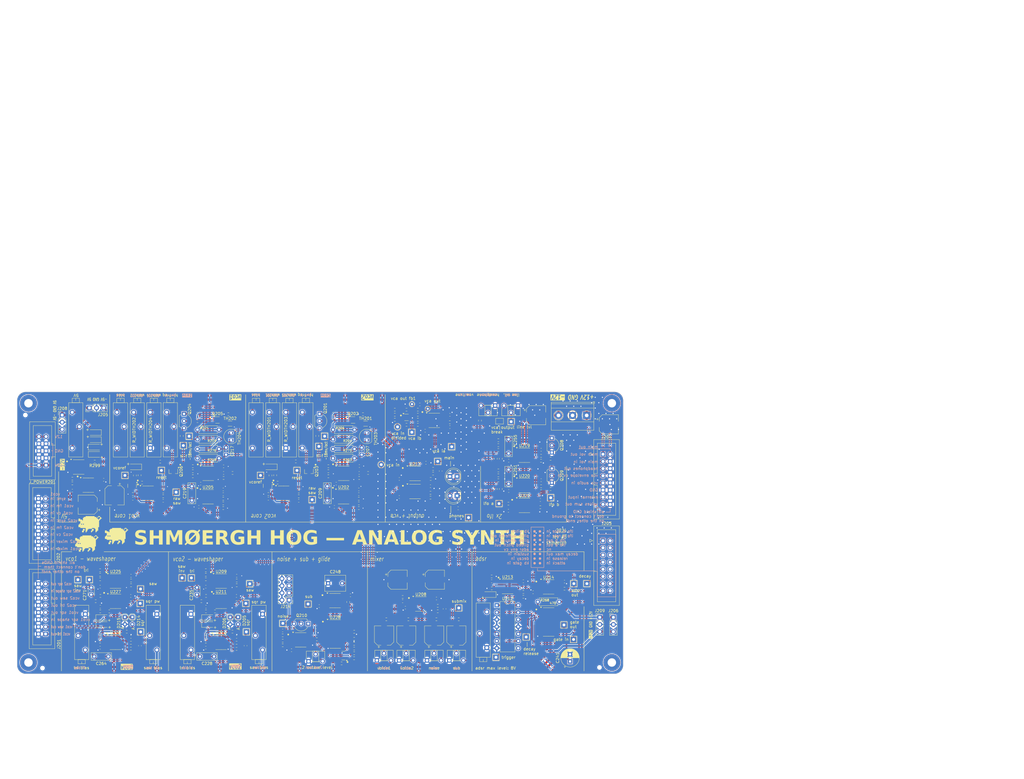
<source format=kicad_pcb>
(kicad_pcb (version 20240108) (generator "pcbnew") (generator_version "8.0")
  (layers (0 "F.Cu" signal) (31 "B.Cu" signal) (34 "B.Paste" user) (35 "F.Paste" user) (36 "B.SilkS" user "B.Silkscreen") (37 "F.SilkS" user "F.Silkscreen") (38 "B.Mask" user) (39 "F.Mask" user) (44 "Edge.Cuts" user))
  (net 0 "")
  (net 1 "GND")
  (net 2 "VCO2_CV")
  (net 3 "+12V")
  (net 4 "-12V")
  (net 5 "Net-(C207-Pad2)")
  (net 6 "/VCO 2/I_REF")
  (net 7 "Net-(C208-Pad2)")
  (net 8 "/VCO 2/RAW_SAW")
  (net 9 "Net-(U203-+)")
  (net 10 "Net-(Q203-G)")
  (net 11 "VCO1_CV")
  (net 12 "Net-(C217-Pad2)")
  (net 13 "/VCO/I_REF")
  (net 14 "Net-(C218-Pad2)")
  (net 15 "Net-(Q205-C2)")
  (net 16 "/VCO/RAW_SAW")
  (net 17 "Net-(U206-+)")
  (net 18 "Net-(Q206-G)")
  (net 19 "Net-(C225-Pad1)")
  (net 20 "Net-(C225-Pad2)")
  (net 21 "Net-(C226-Pad1)")
  (net 22 "Net-(C226-Pad2)")
  (net 23 "Net-(C227-Pad1)")
  (net 24 "Net-(C227-Pad2)")
  (net 25 "/VCO2 Waveshapers/SAW_INV")
  (net 26 "VCO2_TRI")
  (net 27 "Net-(U211A--)")
  (net 28 "Net-(U210B--)")
  (net 29 "VCO2_SQR")
  (net 30 "Net-(C240-Pad1)")
  (net 31 "Net-(U215-S3)")
  (net 32 "Net-(Q202-C2)")
  (net 33 "Net-(U214B-+)")
  (net 34 "GLIDE_AMOUNT")
  (net 35 "/Buffers/LFO_B_IN")
  (net 36 "/VCO1 Waveshapers/SAW_INV")
  (net 37 "Net-(C273-Pad1)")
  (net 38 "Net-(D203-K)")
  (net 39 "+5C")
  (net 40 "Net-(U219A--)")
  (net 41 "/Buffers/LFO_A_IN")
  (net 42 "Net-(U220A--)")
  (net 43 "-5V")
  (net 44 "Net-(D216-K)")
  (net 45 "Net-(Q201-E)")
  (net 46 "Net-(Q201-B)")
  (net 47 "Net-(Q210-E)")
  (net 48 "Net-(Q202-E1)")
  (net 49 "Net-(Q202-B1)")
  (net 50 "Net-(D212-K)")
  (net 51 "Net-(R203-Pad2)")
  (net 52 "VCO1_TRI")
  (net 53 "Net-(U202B--)")
  (net 54 "Net-(U227A--)")
  (net 55 "Net-(U226B--)")
  (net 56 "VCO1_SQR")
  (net 57 "VCO2_SYNC")
  (net 58 "Net-(C274-Pad1)")
  (net 59 "VCO2_SAW")
  (net 60 "Net-(D205-K)")
  (net 61 "Net-(D207-K)")
  (net 62 "Net-(D205-A)")
  (net 63 "KB_GATE")
  (net 64 "Net-(D208-A)")
  (net 65 "Net-(D209-A)")
  (net 66 "Net-(D210-K)")
  (net 67 "Net-(D211-K)")
  (net 68 "VCO1_SAW")
  (net 69 "Net-(D214-K)")
  (net 70 "Net-(D214-A)")
  (net 71 "MAIN_VOL_MAX")
  (net 72 "VCO1_AUDIO")
  (net 73 "VCO1_FM")
  (net 74 "VCO1_SQR_SHAPE")
  (net 75 "VCO2_FM")
  (net 76 "NOISE")
  (net 77 "KB_PITCH")
  (net 78 "ADSR_ENV_CV")
  (net 79 "PITCH_BUFFERED")
  (net 80 "DECAY_MAX")
  (net 81 "GLIDED_PITCH")
  (net 82 "LFO_A_RATE")
  (net 83 "DECAY")
  (net 84 "SUSTAIN")
  (net 85 "LFO_A")
  (net 86 "RELEASE")
  (net 87 "LFO_B")
  (net 88 "SUBMIX")
  (net 89 "VCA_AUDIO_IN")
  (net 90 "VCA_ENV_CV")
  (net 91 "MAIN_OUT")
  (net 92 "HEADPHONES")
  (net 93 "/VCO 2/HI_FREQ_COMP")
  (net 94 "Net-(Q204-E)")
  (net 95 "Net-(Q204-B)")
  (net 96 "/VCO/HI_FREQ_COMP")
  (net 97 "Net-(Q205-E1)")
  (net 98 "Net-(Q205-B1)")
  (net 99 "Net-(Q207-E1)")
  (net 100 "Net-(Q207-B1)")
  (net 101 "Net-(Q207-C2)")
  (net 102 "Net-(Q207-C1)")
  (net 103 "Net-(Q208-C)")
  (net 104 "Net-(Q208-B)")
  (net 105 "Net-(Q209-C)")
  (net 106 "Net-(Q209-B)")
  (net 108 "Net-(Q210-B)")
  (net 109 "/VCO 2/CV_INT")
  (net 110 "Net-(R206-Pad2)")
  (net 111 "Net-(R210-Pad2)")
  (net 112 "/VCO/CV_INT")
  (net 113 "Net-(R218-Pad2)")
  (net 114 "Net-(R221-Pad2)")
  (net 115 "Net-(R225-Pad2)")
  (net 116 "Net-(U207A--)")
  (net 117 "Net-(U207A-+)")
  (net 118 "/Output/AUDIO_IN")
  (net 119 "Net-(U208B--)")
  (net 120 "Net-(U209A--)")
  (net 121 "Net-(R249-Pad2)")
  (net 122 "Net-(R253-Pad2)")
  (net 123 "Net-(U209B--)")
  (net 124 "Net-(R257-Pad2)")
  (net 125 "Net-(U210A-+)")
  (net 126 "Net-(R260-Pad1)")
  (net 127 "Net-(U213A--)")
  (net 128 "Net-(U215-B1)")
  (net 129 "Net-(U214B--)")
  (net 130 "Net-(U217B--)")
  (net 131 "MAIN_VOL_IN")
  (net 132 "Net-(U216B--)")
  (net 133 "Net-(U216A--)")
  (net 134 "Net-(R277-Pad2)")
  (net 135 "Net-(U219A-+)")
  (net 136 "Net-(U220A-+)")
  (net 137 "Net-(R288-Pad1)")
  (net 138 "Net-(R289-Pad1)")
  (net 139 "Net-(U219B-+)")
  (net 140 "Net-(U220B-+)")
  (net 141 "Net-(U221A--)")
  (net 142 "Net-(U221B--)")
  (net 143 "Net-(U222A--)")
  (net 144 "Net-(U223A--)")
  (net 145 "Net-(U225A--)")
  (net 146 "Net-(R303-Pad2)")
  (net 147 "Net-(R307-Pad2)")
  (net 148 "Net-(U225B--)")
  (net 149 "Net-(R311-Pad2)")
  (net 150 "Net-(U226A-+)")
  (net 151 "Net-(R314-Pad1)")
  (net 152 "Net-(D217-K)")
  (net 153 "Net-(RV_ADSR_MAX_VOLTAGE201-Pad2)")
  (net 154 "Net-(U216A-+)")
  (net 155 "Net-(U224-ADJ)")
  (net 156 "Net-(U203-BAL)")
  (net 157 "Net-(U205B--)")
  (net 158 "Net-(U206-BAL)")
  (net 159 "Net-(U212-Pad1)")
  (net 160 "Net-(U215-S2)")
  (net 161 "Net-(U212-Pad10)")
  (net 162 "Net-(U215-B0)")
  (net 167 "Net-(U217A--)")
  (net 168 "Net-(U222B--)")
  (net 169 "Net-(U223B--)")
  (net 175 "Net-(C275-Pad1)")
  (net 176 "Net-(C275-Pad2)")
  (net 177 "VCO1_SYNC")
  (net 178 "VCO2_SQR_SHAPE")
  (net 179 "VCO2_AUDIO")
  (net 180 "EXTERNAL_INPUT")
  (net 181 "NOISE_AUDIO")
  (net 182 "SUB")
  (net 183 "SUB_AUDIO")
  (net 184 "/VCA/VCA_AUDIO_OUT")
  (net 185 "Net-(Q212-B)")
  (net 186 "Net-(Q212-C)")
  (net 187 "Net-(Q213-B)")
  (net 188 "Net-(Q213-C)")
  (net 189 "Net-(Q214-B)")
  (net 190 "Net-(Q214-C)")
  (net 191 "Net-(R204-Pad1)")
  (net 192 "Net-(R219-Pad1)")
  (net 193 "Net-(R318-Pad1)")
  (net 194 "Net-(R319-Pad1)")
  (net 195 "Net-(U228-Reset)")
  (net 196 "Net-(R333-Pad1)")
  (net 197 "Net-(U228-Q0)")
  (net 198 "Net-(R336-Pad2)")
  (net 199 "Net-(U228-Q1)")
  (net 210 "ATTACK")
  (net 212 "Net-(C282-Pad2)")
  (net 213 "Net-(C284-Pad2)")
  (net 214 "Net-(D_NEGATIVE_LIMITER201-K)")
  (net 215 "Net-(R271-Pad2)")
  (net 216 "Net-(R272-Pad1)")
  (net 217 "LFO_B_RATE")
  (footprint "TestPoint:TestPoint_THTPad_2.0x2.0mm_Drill1.0mm" (layer "F.Cu") (at 169.030685 177.292)
    (property "Reference" "TP225" (hide yes))
    (property "Value" "IVCA_A")
  )
  (footprint "Capacitor_SMD:CP_Elec_6.3x5.4" (layer "F.Cu") (at 176.936436 249.428 90)
    (property "Reference" "C227" (hide yes))
    (property "Value" "22uF")
  )
  (footprint "Resistor_SMD:R_0603_1608Metric" (layer "F.Cu") (at 176.574 191.956 180)
    (property "Reference" "R231" (hide yes))
    (property "Value" "4.7k")
  )
  (footprint "Capacitor_SMD:C_0603_1608Metric" (layer "F.Cu") (at 80.806021 201.642814 180)
    (property "Reference" "C220" (hide yes))
    (property "Value" "22p")
  )
  (footprint "Capacitor_SMD:C_0603_1608Metric" (layer "F.Cu") (at 102.235621 189.416)
    (property "Reference" "C211" (hide yes))
    (property "Value" "100n")
  )
  (footprint "Resistor_SMD:R_0603_1608Metric" (layer "F.Cu") (at 105.410621 191.749614 180)
    (property "Reference" "R220" (hide yes))
    (property "Value" "1M")
  )
  (footprint "Resistor_SMD:R_0603_1608Metric" (layer "F.Cu") (at 218.254285 197.445566)
    (property "Reference" "R289" (hide yes))
    (property "Value" "10k")
  )
  (footprint "Shmoergh_Custom_Footprints:R_Axial_DIN0207_L6.3mm_D2.5mm_P7.62mm_Horizontal" (layer "F.Cu") (at 213.723419 237.4522)
    (property "Reference" "R268")
    (property "Value" "470")
  )
  (footprint "Resistor_SMD:R_0603_1608Metric" (layer "F.Cu") (at 58.423344 226.252223 180)
    (property "Reference" "R305" (hide yes))
    (property "Value" "27k")
  )
  (footprint "Capacitor_SMD:C_0603_1608Metric" (layer "F.Cu") (at 203.295285 205.155524)
    (property "Reference" "C279" (hide yes))
    (property "Value" "100n")
  )
  (footprint "Capacitor_THT:C_Rect_L7.0mm_W2.5mm_P5.00mm" (layer "F.Cu") (at 61.342459 256.8702 180)
    (property "Reference" "C264")
    (property "Value" "10p-100p")
  )
  (footprint "Capacitor_SMD:C_0603_1608Metric" (layer "F.Cu") (at 69.383144 228.233423)
    (property "Reference" "C265" (hide yes))
    (property "Value" "100n")
  )
  (footprint "Resistor_SMD:R_0603_1608Metric" (layer "F.Cu") (at 102.108621 204.2034)
    (property "Reference" "R323" (hide yes))
    (property "Value" "1M")
  )
  (footprint "MountingHole:MountingHole_2.1mm" (layer "F.Cu") (at 31.9024 171.196)
    (property "Reference" "REF**")
    (property "Value" "MountingHole_1.152mm")
  )
  (footprint "Resistor_SMD:R_0603_1608Metric" (layer "F.Cu") (at 135.49548 178.605014 -90)
    (property "Reference" "R210" (hide yes))
    (property "Value" "510")
  )
  (footprint "Diode_SMD:D_SOD-123" (layer "F.Cu") (at 56.6176 185.1406)
    (property "Reference" "D209" (hide yes))
    (property "Value" "1N4148")
  )
  (footprint "Capacitor_SMD:C_0603_1608Metric" (layer "F.Cu") (at 164.573485 200.279)
    (property "Reference" "C245" (hide yes))
    (property "Value" "100n")
  )
  (footprint "Potentiometer_THT:Potentiometer_ACP_CA6-H2,5_Horizontal" (layer "F.Cu") (at 206.709685 167.839 -90)
    (property "Reference" "RV_LINE_OUT_LVL201" (hide yes))
    (property "Value" "10k")
  )
  (footprint "Resistor_SMD:R_0603_1608Metric" (layer "F.Cu") (at 58.435544 229.503423 180)
    (property "Reference" "R302" (hide yes))
    (property "Value" "15k")
  )
  (footprint "Shmoergh_Custom_Footprints:R_Axial_DIN0207_L6.3mm_D2.5mm_P7.62mm_Horizontal" (layer "F.Cu") (at 148.68308 179.811614 180)
    (property "Reference" "R204")
    (property "Value" "See t.comp. table" (hide yes))
  )
  (footprint "TestPoint:TestPoint_THTPad_2.0x2.0mm_Drill1.0mm" (layer "F.Cu") (at 199.967885 202.615524)
    (property "Reference" "TP230" (hide yes))
    (property "Value" "LFO_A_OUT")
  )
  (footprint "Capacitor_SMD:C_0603_1608Metric" (layer "F.Cu") (at 106.883645 228.233423)
    (property "Reference" "C229" (hide yes))
    (property "Value" "100n")
  )
  (footprint "Resistor_SMD:R_0603_1608Metric" (layer "F.Cu") (at 148.577471 248.0818)
    (property "Reference" "R332" (hide yes))
    (property "Value" "47k")
  )
  (footprint "Resistor_SMD:R_0603_1608Metric" (layer "F.Cu") (at 118.87148 192.625814 90)
    (property "Reference" "R330" (hide yes))
    (property "Value" "47k")
  )
  (footprint "Package_TO_SOT_THT:TO-92L_Inline_Wide" (layer "F.Cu") (at 136.29508 170.784614 -90)
    (property "Reference" "Q201")
    (property "Value" "2N3906")
  )
  (footprint "Resistor_SMD:R_0603_1608Metric" (layer "F.Cu") (at 103.93 170.874)
    (property "Reference" "R340" (hide yes))
    (property "Value" "100k")
  )
  (footprint "Capacitor_THT:CP_Radial_D6.3mm_P2.50mm" (layer "F.Cu") (at 225.171 258.61138 90)
    (property "Reference" "C241")
    (property "Value" "10u")
  )
  (footprint "Capacitor_SMD:C_0603_1608Metric" (layer "F.Cu") (at 128.90448 196.689814)
    (property "Reference" "C205" (hide yes))
    (property "Value" "100n")
  )
  (footprint "Package_TO_SOT_THT:TO-92L_Inline_Wide" (layer "F.Cu") (at 218.693285 190.145766 -90)
    (property "Reference" "Q209")
    (property "Value" "BC548C")
  )
  (footprint "TestPoint:TestPoint_THTPad_2.0x2.0mm_Drill1.0mm" (layer "F.Cu") (at 110.31296 248.1326)
    (property "Reference" "TP217" (hide yes))
    (property "Value" "SQR")
  )
  (footprint "Resistor_SMD:R_0603_1608Metric" (layer "F.Cu") (at 72.424021 192.562814 -90)
    (property "Reference" "R329" (hide yes))
    (property "Value" "100k")
  )
  (footprint "Resistor_SMD:R_0603_1608Metric" (layer "F.Cu") (at 150.33408 193.527614 180)
    (property "Reference" "R208" (hide yes))
    (property "Value" "1M")
  )
  (footprint "TestPoint:TestPoint_THTPad_2.0x2.0mm_Drill1.0mm" (layer "F.Cu") (at 128.26948 190.847814)
    (property "Reference" "TP204" (hide yes))
    (property "Value" "Reset OUT")
  )
  (footprint "TestPoint:TestPoint_THTPad_2.0x2.0mm_Drill1.0mm" (layer "F.Cu") (at 189.147 207.577)
    (property "Reference" "TP229" (hide yes))
    (property "Value" "PHONES_OUT")
  )
  (footprint "Capacitor_SMD:C_0603_1608Metric" (layer "F.Cu") (at 59.69 194.183)
    (property "Reference" "C262" (hide yes))
    (property "Value" "100n")
  )
  (footprint "Resistor_SMD:R_0603_1608Metric" (layer "F.Cu") (at 165.766 235.746 180)
    (property "Reference" "R245" (hide yes))
    (property "Value" "33k")
  )
  (footprint "TestPoint:TestPoint_THTPad_2.0x2.0mm_Drill1.0mm" (layer "F.Cu") (at 178.225 187.638)
    (property "Reference" "TP227" (hide yes))
    (property "Value" "MAINOUT")
  )
  (footprint "TestPoint:TestPoint_THTPad_2.0x2.0mm_Drill1.0mm" (layer "F.Cu") (at 138.08628 178.706614)
    (property "Reference" "TP201" (hide yes))
    (property "Value" "-18mV/V")
  )
  (footprint "Capacitor_SMD:CP_Elec_6.3x5.4" (layer "F.Cu") (at 184.82737 249.428 90)
    (property "Reference" "C275" (hide yes))
    (property "Value" "22uF")
  )
  (footprint "Resistor_SMD:R_0603_1608Metric" (layer "F.Cu") (at 102.108621 200.9014 180)
    (property "Reference" "R325" (hide yes))
    (property "Value" "10k")
  )
  (footprint "Package_SO:SOIC-8_3.9x4.9mm_P1.27mm" (layer "F.Cu") (at 63.858944 251.847393)
    (property "Reference" "U226")
    (property "Value" "TL072")
  )
  (footprint "Package_TO_SOT_SMD:SOT-23" (layer "F.Cu") (at 144.78 256.54 180)
    (property "Reference" "Q212" (hide yes))
    (property "Value" "MMBT5551")
  )
  (footprint "Potentiometer_THT:Potentiometer_ACP_CA6-H2,5_Horizontal" (layer "F.Cu") (at 182.32966 258.25 90)
    (property "Reference" "RV204" (hide yes))
    (property "Value" "100k Log")
  )
  (footprint "Resistor_SMD:R_0603_1608Metric" (layer "F.Cu") (at 58.512744 235.388193 180)
    (property "Reference" "R310" (hide yes))
    (property "Value" "220k")
  )
  (footprint "TestPoint:TestPoint_THTPad_2.0x2.0mm_Drill1.0mm" (layer "F.Cu") (at 231.14 231.013)
    (property "Reference" "TP_SUSTAIN201" (hide yes))
    (property "Value" "Sustain")
  )
  (footprint "TestPoint:TestPoint_THTPad_2.0x2.0mm_Drill1.0mm" (layer "F.Cu") (at 111.53216 231.0638)
    (property "Reference" "TP211" (hide yes))
    (property "Value" "SAW")
  )
  (footprint "Package_SO:SOIC-8_3.9x4.9mm_P1.27mm" (layer "F.Cu") (at 63.873144 230.138423)
    (property "Reference" "U225")
    (property "Value" "TL072")
  )
  (footprint "Package_SO:SOIC-8_3.9x4.9mm_P1.27mm" (layer "F.Cu") (at 217.561819 232.155022)
    (property "Reference" "U214")
    (property "Value" "TL072")
  )
  (footprint "Resistor_SMD:R_0603_1608Metric" (layer "F.Cu") (at 148.538871 257.5052)
    (property "Reference" "R320" (hide yes))
    (property "Value" "220k")
  )
  (footprint "TestPoint:TestPoint_THTPad_D2.0mm_Drill1.0mm" (layer "F.Cu") (at 158.159 188.781)
    (property "Reference" "TP_VCA_AU_IN202" (hide yes))
    (property "Value" "VCA_IN")
  )
  (footprint "Capacitor_SMD:C_0603_1608Metric" (layer "F.Cu") (at 165.766 237.27 180)
    (property "Reference" "C282" (hide yes))
    (property "Value" "47p")
  )
  (footprint "Potentiometer_THT:Potentiometer_Bourns_3006P_Horizontal" (layer "F.Cu") (at 53.157859 241.8334 90)
    (property "Reference" "RV_TRI_BIAS202" (hide yes))
    (property "Value" "100k")
  )
  (footprint "Resistor_SMD:R_0603_1608Metric" (layer "F.Cu") (at 199.726085 183.6118)
    (property "Reference" "R282" (hide yes))
    (property "Value" "100k")
  )
  (footprint "Resistor_SMD:R_0603_1608Metric" (layer "F.Cu") (at 198.779685 197.446744 90)
    (property "Reference" "R281" (hide yes))
    (property "Value" "100k")
  )
  (footprint "Resistor_SMD:R_0603_1608Metric" (layer "F.Cu") (at 198.774085 186.6974 90)
    (property "Reference" "R279" (hide yes))
    (property "Value" "100k")
  )
  (footprint "Resistor_SMD:R_0603_1608Metric" (layer "F.Cu") (at 185.673992 243.6876)
    (property "Reference" "R338" (hide yes))
    (property "Value" "100k")
  )
  (footprint "Resistor_SMD:R_0603_1608Metric" (layer "F.Cu") (at 171.152085 169.2656)
    (property "Reference" "R241" (hide yes))
    (property "Value" "470k")
  )
  (footprint "Resistor_SMD:R_0603_1608Metric" (layer "F.Cu") (at 69.345344 252.027)
    (property "Reference" "R317" (hide yes))
    (property "Value" "100k")
  )
  (footprint "Capacitor_SMD:C_0603_1608Metric" (layer "F.Cu") (at 93.442221 203.801814)
    (property "Reference" "C214" (hide yes))
    (property "Value" "100n")
  )
  (footprint "Capacitor_SMD:C_0603_1608Metric" (layer "F.Cu") (at 72.561 253.043 90)
    (property "Reference" "C272" (hide yes))
    (property "Value" "33p")
  )
  (footprint "Capacitor_SMD:C_0603_1608Metric" (layer "F.Cu") (at 164.585685 193.8782)
    (property "Reference" "C243" (hide yes))
    (property "Value" "100n")
  )
  (footprint "Shmoergh_Custom_Footprints:Gyeszno" (layer "F.Cu") (at 54.864 209.931)
    (property "Reference" "G***" (hide yes))
    (property "Value" "LOGO" (hide yes))
  )
  (footprint "Capacitor_THT:C_Rect_L7.2mm_W2.5mm_P5.00mm_FKS2_FKP2_MKS2_MKP2" (layer "F.Cu") (at 90.953021 201.475814 90)
    (property "Reference" "C219")
    (property "Value" "2.2nF (foil)")
  )
  (footprint "Package_TO_SOT_SMD:SOT-23_Handsoldering" (layer "F.Cu") (at 84.423754 191.186502 -90)
    (property "Reference" "Q206")
    (property "Value" "MMBFJ111")
  )
  (footprint "Resistor_SMD:R_0603_1608Metric" (layer "F.Cu") (at 171.152085 174.6504)
    (property "Reference" "R239" (hide yes))
    (property "Value" "10k")
  )
  (footprint "TestPoint:TestPoint_THTPad_2.0x2.0mm_Drill1.0mm" (layer "F.Cu") (at 123.266894 245.10365)
    (property "Reference" "TP219" (hide yes))
    (property "Value" "NOISE")
  )
  (footprint "MountingHole:MountingHole_3mm_Pad" (layer "F.Cu") (at 33 167)
    (property "Reference" "H201" (hide yes))
    (property "Value" "MountingHole")
  )
  (footprint "Resistor_SMD:R_0603_1608Metric" (layer "F.Cu") (at 48.5648 195.453)
    (property "Reference" "R300" (hide yes))
    (property "Value" "100k")
  )
  (footprint "Capacitor_SMD:C_0603_1608Metric" (layer "F.Cu") (at 136.1694 238.9632)
    (property "Reference" "C247" (hide yes))
    (property "Value" "100n")
  )
  (footprint "Resistor_SMD:R_0603_1608Metric" (layer "F.Cu") (at 199.731685 190.855944)
    (property "Reference" "R280" (hide yes))
    (property "Value" "100k")
  )
  (footprint "Capacitor_SMD:C_0603_1608Metric" (layer "F.Cu") (at 147.2438 235.1532)
    (property "Reference" "C246" (hide yes))
    (property "Value" "100n")
  )
  (footprint "TestPoint:TestPoint_THTPad_2.0x2.0mm_Drill1.0mm" (layer "F.Cu") (at 226.4156 250.825)
    (property "Reference" "TP223" (hide yes))
    (property "Value" "Gate1")
  )
  (footprint "Capacitor_SMD:C_0603_1608Metric" (layer "F.Cu") (at 58.423344 232.094223)
    (property "Reference" "C266" (hide yes))
    (property "Value" "100n")
  )
  (footprint "Potentiometer_THT:Potentiometer_Bourns_3006P_Horizontal" (layer "F.Cu") (at 48.514 182.9168 -90)
    (property "Reference" "R_5V201" (hide yes))
    (property "Value" "10k (prec)")
  )
  (footprint "TestPoint:TestPoint_THTPad_D1.5mm_Drill0.7mm" (layer "F.Cu") (at 174.669 168.969)
    (property "Reference" "TP_VCA_OUT201" (hide yes))
    (property "Value" "VCA_OUT")
  )
  (footprint "Resistor_SMD:R_0603_1608Metric" (layer "F.Cu") (at 135.306494 250.72975)
    (property "Reference" "R337" (hide yes))
    (property "Value" "100k")
  )
  (footprint "Capacitor_SMD:C_0603_1608Metric" (layer "F.Cu") (at 174.034 188.146)
    (property "Reference" "C242" (hide yes))
    (property "Value" "100n")
  )
  (footprint "Package_TO_SOT_THT:TO-92-2" (layer "F.Cu") (at 104.902621 180.065614 90)
    (property "Reference" "TH204")
    (property "Value" "See t.comp. table")
  )
  (footprint "Capacitor_SMD:C_0603_1608Metric" (layer "F.Cu") (at 173.755085 176.7332)
    (property "Reference" "C222" (hide yes))
    (property "Value" "100n")
  )
  (footprint "Connector_IDC:IDC-Header_2x08_P2.54mm_Vertical" (layer "F.Cu") (at 236.855 185.108372)
    (property "Reference" "J204")
    (property "Value" "Conn_02x08_Counter_Clockwise")
  )
  (footprint "Resistor_SMD:R_0603_1608Metric" (layer "F.Cu") (at 127.8636 187.6552 180)
    (property "Reference" "R211" (hide yes))
    (property "Value" "22k")
  )
  (footprint "Capacitor_SMD:C_0603_1608Metric" (layer "F.Cu") (at 203.396885 187.3964)
    (property "Reference" "C254" (hide yes))
    (property "Value" "100n")
  )
  (footprint "Shmoergh_Custom_Footprints:R_Axial_DIN0207_L6.3mm_D2.5mm_P7.62mm_Horizontal" (layer "F.Cu") (at 148.68308 186.542614 180)
    (property "Reference" "R203")
    (property "Value" "See t.comp. table" (hide yes))
  )
  (footprint "Capacitor_SMD:C_0603_1608Metric" (layer "F.Cu") (at 126.335694 254.61935)
    (property "Reference" "C259" (hide yes))
    (property "Value" "100n")
  )
  (footprint "Capacitor_THT:C_Disc_D3.0mm_W1.6mm_P2.50mm" (layer "F.Cu") (at 103.124621 185.252614 90)
    (property "Reference" "C217")
    (property "Value" "100p-1n")
  )
  (footprint "Potentiometer_THT:Potentiometer_Bourns_3006P_Horizontal" (layer "F.Cu") (at 76.221021 182.923014 -90)
    (property "Reference" "R_WIDTH204")
    (property "Value" "See t.comp. table")
  )
  (footprint "Package_SO:SOIC-8_3.9x4.9mm_P1.27mm" (layer "F.Cu") (at 170.161485 198.336951)
    (property "Reference" "U216" (hide yes))
    (property "Value" "NE5532")
  )
  (footprint "Resistor_SMD:R_0603_1608Metric" (layer "F.Cu") (at 214.901485 196.443944)
    (property "Reference" "R293" (hide yes))
    (property "Value" "47k")
  )
  (footprint "TestPoint:TestPoint_THTPad_2.0x2.0mm_Drill1.0mm" (layer "F.Cu") (at 209.6008 249.9614)
    (property "Reference" "TP220" (hide yes))
    (property "Value" "DR_OUT")
  )
  (footprint "Capacitor_SMD:CP_Elec_6.3x5.4" (layer "F.Cu") (at 167.059525 249.428 90)
    (property "Reference" "C226" (hide yes))
    (property "Value" "22uF")
  )
  (footprint "Capacitor_SMD:C_0603_1608Metric" (layer "F.Cu") (at 179.241 191.067 90)
    (property "Reference" "C276" (hide yes))
    (property "Value" "100p")
  )
  (footprint "Shmoergh_Custom_Footprints:R_Axial_DIN0207_L6.3mm_D2.5mm_P7.62mm_Horizontal" (layer "F.Cu") (at 92.964621 176.382614)
    (property "Reference" "R221")
    (property "Value" "See t.comp. table" (hide yes))
  )
  (footprint "Resistor_SMD:R_0603_1608Metric" (layer "F.Cu") (at 123.192642 249.38695 180)
    (property "Reference" "R296" (hide yes))
    (property "Value" "470k")
  )
  (footprint "Capacitor_SMD:C_0603_1608Metric" (layer "F.Cu") (at 95.923845 232.094223)
    (property "Reference" "C230" (hide yes))
    (property "Value" "100n")
  )
  (footprint "Diode_THT:D_DO-34_SOD68_P2.54mm_Vertical_AnodeUp" (layer "F.Cu") (at 67.2084 242.89313 -90)
    (property "Reference" "D215")
    (property "Value" "5.1V")
  )
  (footprint "Resistor_SMD:R_0603_1608Metric" (layer "F.Cu") (at 148.564271 255.7526)
    (property "Reference" "R336" (hide yes))
    (property "Value" "100k")
  )
  (footprint "Resistor_SMD:R_0603_1608Metric" (layer "F.Cu") (at 128.90448 198.340814)
    (property "Reference" "R215" (hide yes))
    (property "Value" "2.2k")
  )
  (footprint "Diode_THT:D_DO-34_SOD68_P2.54mm_Vertical_AnodeUp" (layer "F.Cu") (at 69.853344 242.88606 -90)
    (property "Reference" "D214")
    (property "Value" "5.1V")
  )
  (footprint "TestPoint:TestPoint_THTPad_2.0x2.0mm_Drill1.0mm" (layer "F.Cu") (at 133.648 201.227)
    (property "Reference" "TP233" (hide yes))
    (property "Value" "RAW_SAW")
  )
  (footprint "Potentiometer_THT:Potentiometer_ACP_CA6-H2,5_Horizontal" (layer "F.Cu") (at 174.415 258.25 90)
    (property "Reference" "RV202" (hide yes))
    (property "Value" "100k Log")
  )
  (footprint "Resistor_SMD:R_0603_1608Metric" (layer "F.Cu") (at 91.313621 191.114614)
    (property "Reference" "R319" (hide yes))
    (property "Value" "100k")
  )
  (footprint "Resistor_SMD:R_0603_1608Metric" (layer "F.Cu") (at 208.598 235.712)
    (property "Reference" "R266" (hide yes))
    (property "Value" "10k")
  )
  (footprint "Resistor_SMD:R_0603_1608Metric" (layer "F.Cu") (at 95.974645 240.874593)
    (property "Reference" "R252" (hide yes))
    (property "Value" "100k")
  )
  (footprint "TestPoint:TestPoint_THTPad_2.0x2.0mm_Drill1.0mm" (layer "F.Cu") (at 72.812459 248.1326)
    (property "Reference" "TP218" (hide yes))
    (property "Value" "SQR")
  )
  (footprint "Package_TO_SOT_THT:TO-92L_Inline_Wide" (layer "F.Cu") (at 88.196621 170.784614 -90)
    (property "Reference" "Q204")
    (property "Value" "2N3906")
  )
  (footprint "Package_DIP:DIP-14_W7.62mm" (layer "F.Cu") (at 199.1614 238.6838)
    (property "Reference" "U212")
    (property "Value" "4002")
  )
  (footprint "Capacitor_SMD:C_0603_1608Metric" (layer "F.Cu") (at 150.20708 197.5994)
    (property "Reference" "C203" (hide yes))
    (property "Value" "100n")
  )
  (footprint "Diode_SMD:D_SOD-123" (layer "F.Cu") (at 96.787445 243.058993)
    (property "Reference" "D204" (hide yes))
    (property "Value" "1N4148")
  )
  (footprint "Package_SO:SOIC-8_3.9x4.9mm_P1.27mm" (layer "F.Cu") (at 101.373645 230.138423)
    (property "Reference" "U209")
    (property "Value" "TL072")
  )
  (footprint "Resistor_SMD:R_0603_1608Metric" (layer "F.Cu") (at 199.731685 192.608544 180)
    (property "Reference" "R285" (hide yes))
    (property "Value" "100k")
  )
  (footprint "Capacitor_SMD:C_0603_1608Metric" (layer "F.Cu") (at 175.634885 196.4182)
    (property "Reference" "C244" (hide yes))
    (property "Value" "100n")
  )
  (footprint "TestPoint:TestPoint_THTPad_2.0x2.0mm_Drill1.0mm" (layer "F.Cu") (at 90.805 228.981)
    (property "Reference" "TP213" (hide yes))
    (property "Value" "TRI")
  )
  (footprint "Capacitor_SMD:CP_Elec_6.3x5.4" (layer "F.Cu") (at 63.544 199.697 -90)
    (property "Reference" "C252" (hide yes))
    (property "Value" "47u")
  )
  (footprint "Resistor_SMD:R_0603_1608Metric" (layer "F.Cu") (at 162.985485 169.2656)
    (property "Reference" "R236" (hide yes))
    (property "Value" "10k")
  )
  (footprint "Resistor_SMD:R_0603_1608Metric" (layer "F.Cu") (at 214.895885 185.6946)
    (property "Reference" "R292" (hide yes))
    (property "Value" "47k")
  )
  (footprint "Capacitor_THT:C_Rect_L7.0mm_W2.5mm_P5.00mm" (layer "F.Cu") (at 203.351685 190.565744 -90)
    (property "Reference" "C251")
    (property "Value" "22n-47n (foil)")
  )
  (footprint "Resistor_SMD:R_0603_1608Metric" (layer "F.Cu") (at 69.333144 254.059 180)
    (property "Reference" "R315" (hide yes))
    (property "Value" "240k")
  )
  (footprint "Package_TO_SOT_SMD:SOT-23" (layer "F.Cu") (at 117.85548 196.308814 -90)
    (property "Reference" "Q213" (hide yes))
    (property "Value" "MMBT5551")
  )
  (footprint "Resistor_SMD:R_0603_1608Metric" (layer "F.Cu") (at 139.41208 191.114614)
    (property "Reference" "R318" (hide yes))
    (property "Value" "100k")
  )
  (footprint "Potentiometer_THT:Potentiometer_Bourns_3006P_Horizontal" (layer "F.Cu") (at 112.48308 182.923014 -90)
    (property "Reference" "R_BIAS203" (hide yes))
    (property "Value" "100k (prec)")
  )
  (footprint "Resistor_SMD:R_0603_1608Metric" (layer "F.Cu") (at 91.313621 192.892614 180)
    (property "Reference" "R217" (hide yes))
    (property "Value" "150k")
  )
  (footprint "Resistor_SMD:R_0603_1608Metric" (layer "F.Cu") (at 144.113944 259.334)
    (property "Reference" "R321" (hide yes))
    (property "Value" "47k")
  )
  (footprint "Resistor_SMD:R_0603_1608Metric" (layer "F.Cu") (at 70.773021 192.625814 90)
    (property "Reference" "R331" (hide yes))
    (property "Value" "47k")
  )
  (footprint "Resistor_SMD:R_0603_1608Metric" (layer "F.Cu") (at 159.981392 243.6876)
    (property "Reference" "R242" (hide yes))
    (property "Value" "100k")
  )
  (footprint "Package_SO:SOIC-16_3.9x9.9mm_P1.27mm" (layer "F.Cu") (at 217.561819 244.6274)
    (property "Reference" "U215" (hide yes))
    (property "Value" "CD4053B")
  )
  (footprint "TestPoint:TestPoint_THTPad_2.0x2.0mm_Drill1.0mm" (layer "F.Cu") (at 223.012 245.6688)
    (property "Reference" "TP222" (hide yes))
    (property "Value" "Gate2")
  )
  (footprint "Capacitor_SMD:C_0603_1608Metric" (layer "F.Cu") (at 106.845845 249.916993)
    (property "Reference" "C233" (hide yes))
    (property "Value" "100n")
  )
  (footprint "Resistor_SMD:R_0603_1608Metric" (layer "F.Cu") (at 121.41148 195.165814)
    (property "Reference" "R212" (hide yes))
    (property "Value" "150k")
  )
  (footprint "Resistor_SMD:R_0603_1608Metric" (layer "F.Cu") (at 96.013245 235.388193 180)
    (property "Reference" "R256" (hide yes))
    (property "Value" "220k")
  )
  (footprint "Resistor_SMD:R_0603_1608Metric" (layer "F.Cu") (at 214.870485 187.4472)
    (property "Reference" "R290" (hide yes))
    (property "Value" "47k")
  )
  (footprint "Resistor_SMD:R_0603_1608Metric" (layer "F.Cu") (at 95.923845 251.593393 180)
    (property "Reference" "R259" (hide yes))
    (property "Value" "220k")
  )
  (footprint "Resistor_SMD:R_0603_1608Metric" (layer "F.Cu") (at 92.964621 170.794614 180)
    (property "Reference" "R224" (hide yes))
    (property "Value" "1.5k")
  )
  (footprint "Capacitor_SMD:CP_Elec_6.3x7.7" (layer "F.Cu") (at 238.931 174.498)
    (property "Reference" "C260" (hide yes))
    (property "Value" "100u")
  )
  (footprint "Capacitor_SMD:C_0603_1608Metric" (layer "F.Cu") (at 69.294544 235.388193)
    (property "Reference" "C267" (hide yes))
    (property "Value" "100n")
  )
  (footprint "Capacitor_SMD:C_0603_1608Metric" (layer "F.Cu") (at 214.908285 183.5356)
    (property "Reference" "C253" (hide yes))
    (property "Value" "100n")
  )
  (footprint "Package_SO:SOIC-8_3.9x4.9mm_P1.27mm" (layer "F.Cu") (at 129.580294 250.95835)
    (property "Reference" "U222" (hide yes))
    (property "Value" "TL072")
  )
  (footprint "Resistor_SMD:R_0603_1608Metric" (layer "F.Cu") (at 69.396144 229.909823)
    (property "Reference" "R309" (hide yes))
    (property "Value" "100k")
  )
  (footprint "TestPoint:TestPoint_THTPad_2.0x2.0mm_Drill1.0mm" (layer "F.Cu") (at 204.26 173.541)
    (property "Reference" "TP228" (hide yes))
    (property "Value" "MAX_LINEOUT")
  )
  (footprint "Package_TO_SOT_SMD:SOT-363_SC-70-6" (layer "F.Cu") (at 167.138885 172.0088)
    (property "Reference" "Q207" (hide yes))
    (property "Value" "BC847BS")
  )
  (footprint "Resistor_SMD:R_0603_1608Metric" (layer "F.Cu") (at 70.011021 199.229814)
    (property "Reference" "R228" (hide yes))
    (property "Value" "100k")
  )
  (footprint "MountingHole:MountingHole_3mm_Pad" (layer "F.Cu") (at 33 259)
    (property "Reference" "H204" (hide yes))
    (property "Value" "MountingHole")
  )
  (footprint "Potentiometer_THT:Potentiometer_Bourns_3006P_Horizontal" (layer "F.Cu") (at 90.65836 241.8334 90)
    (property "Reference" "RV_TRI_BIAS201" (hide yes))
    (property "Value" "100k")
  )
  (footprint "Package_SO:SOIC-8_3.9x4.9mm_P1.27mm" (layer "F.Cu") (at 202.9968 232.0798)
    (property "Reference" "U213")
    (property "Value" "LM358")
  )
  (footprint "Capacitor_SMD:C_0603_1608Metric" (layer "F.Cu") (at 214.913885 194.284944)
    (property "Reference" "C249" (hide yes))
    (property "Value" "100n")
  )
  (footprint "Connector_PinHeader_2.54mm:PinHeader_1x03_P2.54mm_Vertical" (layer "F.Cu") (at 235.712 242.951)
    (property "Reference" "J209")
    (property "Value" "Conn_01x03")
  )
  (footprint "Capacitor_SMD:C_0603_1608Metric" (layer "F.Cu") (at 212.050019 234.060022)
    (property "Reference" "C239" (hide yes))
    (property "Value" "100n")
  )
  (footprint "Capacitor_SMD:C_0603_1608Metric" (layer "F.Cu") (at 203.402485 198.145744)
    (property "Reference" "C250" (hide yes))
    (property "Value" "100n")
  )
  (footprint "Capacitor_SMD:C_0603_1608Metric" (layer "F.Cu") (at 142.20108 195.521414)
    (property "Reference" "C202" (hide yes))
    (property "Value" "100n")
  )
  (footprint "Capacitor_SMD:C_0603_1608Metric" (layer "F.Cu") (at 94.102621 195.521414)
    (property "Reference" "C212" (hide yes))
    (property "Value" "100n")
  )
  (footprint "Package_TO_SOT_THT:TO-92-2" (layer "F.Cu") (at 153.00108 180.065614 90)
    (property "Reference" "TH203")
    (property "Value" "See t.comp. table" (hide yes))
  )
  (footprint "Package_SO:SOIC-8_3.9x4.9mm_P1.27mm" (layer "F.Cu") (at 96.774621 191.876614)
    (property "Reference" "U204" (hide yes))
    (property "Value" "TL072")
  )
  (footprint "Capacitor_SMD:C_0603_1608Metric" (layer "F.Cu") (at 171.862 167.445)
    (property "Reference" "C285" (hide yes))
    (property "Value" "47p")
  )
  (footprint "Diode_THT:D_DO-34_SOD68_P2.54mm_Vertical_AnodeUp" (layer "F.Cu") (at 107.353845 242.88606 -90)
    (property "Reference" "D205")
    (property "Value" "5.1V")
  )
  (footprint "Resistor_SMD:R_0603_1608Metric" (layer "F.Cu") (at 102.235621 193.527614 180)
    (property "Reference" "R223" (hide yes))
    (property "Value" "1M")
  )
  (footprint "Resistor_SMD:R_0603_1608Metric" (layer "F.Cu") (at 167.804592 243.6876)
    (property "Reference" "R243" (hide yes))
    (property "Value" "100k")
  )
  (footprint "Package_SO:SOIC-8_3.9x4.9mm_P1.27mm" (layer "F.Cu") (at 96.709354 200.195014)
    (property "Reference" "U205")
    (property "Value" "TL072")
  )
  (footprint "Resistor_SMD:R_0603_1608Metric_Pad0.98x0.95mm_HandSolder" (layer "F.Cu") (at 175.710885 193.8782 180)
    (property "Reference" "R270" (hide yes))
    (property "Value" "100k")
  )
  (footprint "Resistor_SMD:R_0603_1608Metric" (layer "F.Cu") (at 218.248685 186.696222)
    (property "Reference" "R288" (hide yes))
    (property "Value" "10k")
  )
  (footprint "Potentiometer_THT:Potentiometer_Bourns_3006P_Horizontal" (layer "F.Cu") (at 78.552859 241.8334 90)
    (property "Reference" "RV_SAW_BIAS202" (hide yes))
    (property "Value" "10k")
  )
  (footprint "Capacitor_SMD:CP_Elec_6.3x5.4" (layer "F.Cu") (at 177.2 229.616)
    (property "Reference" "C280" (hide yes))
    (property "Value" "47u")
  )
  (footprint "Capacitor_SMD:C_0603_1608Metric" (layer "F.Cu") (at 69.345344 249.916993)
    (property "Reference" "C269" (hide yes))
    (property "Value" "100n")
  )
  (footprint "Package_SO:SOIC-8_3.9x4.9mm_P1.27mm" (layer "F.Cu") (at 123.535987 198.933502)
    (property "Reference" "U203" (hide yes))
    (property "Value" "LM311")
  )
  (footprint "Resistor_SMD:R_0603_1608Metric" (layer "F.Cu") (at 171.152085 171.060533)
    (property "Reference" "R238" (hide yes))
    (property "Value" "10k")
  )
  (footprint "TestPoint:TestPoint_THTPad_D1.5mm_Drill0.7mm" (layer "F.Cu") (at 169.081 167.318)
    (property "Reference" "TP_VCA_OUT202" (hide yes))
    (property "Value" "VCA_OUT_FB")
  )
  (footprint "Package_TO_SOT_SMD:SOT-23_Handsoldering" (layer "F.Cu") (at 132.522213 191.186502 -90)
    (property "Reference" "Q203")
    (property "Value" "MMBFJ111")
  )
  (footprint "Capacitor_SMD:CP_Elec_6.3x5.4" (layer "F.Cu") (at 159.168592 249.428 90)
    (property "Reference" "C225" (hide yes))
    (property "Value" "22uF")
  )
  (footprint "TestPoint:TestPoint_THTPad_2.0x2.0mm_Drill1.0mm" (layer "F.Cu") (at 218.313 200.533)
    (property "Reference" "TP231" (hide yes))
    (property "Value" "LFO_B_OUT")
  )
  (footprint "Resistor_SMD:R_0603_1608Metric" (layer "F.Cu") (at 139.41208 189.336614)
    (property "Reference" "R201" (hide yes))
    (property "Value" "100k")
  )
  (footprint "Capacitor_SMD:C_0603_1608Metric" (layer "F.Cu") (at 95.974645 239.198193)
    (property "Reference" "C232" (hide yes))
    (property "Value" "100n")
  )
  (footprint "Capacitor_SMD:C_0603_1608Metric" (layer "F.Cu") (at 182.543485 171.1452)
    (property "Reference" "C221" (hide yes))
    (property "Value" "100n")
  )
  (footprint "Connector_PinHeader_2.54mm:PinHeader_1x03_P2.54mm_Vertical" (layer "F.Cu") (at 240.538 242.966)
    (property "Reference" "J206")
    (property "Value" "Conn_01x03")
  )
  (footprint "Resistor_SMD:R_1206_3216Metric_Pad1.30x1.75mm_HandSolder" (layer "F.Cu") (at 152.62008 174.223614)
    (property "Reference" "TH201")
    (property "Value" "PTS120602B100RP100")
  )
  (footprint "TestPoint:TestPoint_THTPad_2.0x2.0mm_Drill1.0mm" (layer "F.Cu") (at 87.947621 182.0164)
    (property "Reference" "TP206" (hide yes))
    (property "Value" "HiFreq")
  )
  (footprint "Capacitor_SMD:C_0603_1608Metric" (layer "F.Cu") (at 58.423344 253.726993)
    (property "Reference" "C270" (hide yes))
    (property "Value" "100n")
  )
  (footprint "Resistor_SMD:R_0603_1608Metric" (layer "F.Cu") (at 105.372645 248.031)
    (property "Reference" "R257" (hide yes))
    (property "Value" "47k")
  )
  (footprint "Resistor_SMD:R_0603_1608Metric" (layer "F.Cu") (at 148.564271 250.6218 180)
    (property "Reference" "R333" (hide yes))
    (property "Value" "47k")
  )
  (footprint "Resistor_SMD:R_0603_1608Metric" (layer "F.Cu") (at 48.5648 193.7512)
    (property "Reference" "R301" (hide yes))
    (property "Value" "100k")
  )
  (footprint "Resistor_SMD:R_0603_1608Metric" (layer "F.Cu") (at 171.152085 172.855466)
    (property "Reference" "R240" (hide yes))
    (property "Value" "470k")
  )
  (footprint "Package_SO:SOIC-8_3.9x4.9mm_P1.27mm" (layer "F.Cu") (at 208.990485 196.215344)
    (property "Reference" "U220")
    (property "Value" "TL072")
  )
  (footprint "Connector_IDC:IDC-Header_2x08_P2.54mm_Vertical" (layer "F.Cu") (at 39.064934 248.874107 180)
    (property "Reference" "J201")
    (property "Value" "Conn_02x08_Counter_Clockwise")
  )
  (footprint "Resistor_SMD:R_0603_1608Metric" (layer "F.Cu") (at 106.795045 237.572593 180)
    (property "Reference" "R262" (hide yes))
    (property "Value" "100k")
  )
  (footprint "Resistor_SMD:R_0603_1608Metric" (layer "F.Cu") (at 106.896645 229.909823)
    (property "Reference" "R255" (hide yes))
    (property "Value" "100k")
  )
  (footprint "Resistor_SMD:R_0603_1608Metric" (layer "F.Cu") (at 208.6102 233.9848 180)
    (property "Reference" "R265" (hide yes))
    (property "Value" "75k")
  )
  (footprint "Resistor_SMD:R_0603_1608Metric" (layer "F.Cu") (at 214.623685 203.885524 180)
    (property "Reference" "R295" (hide yes))
    (property "Value" "1k")
  )
  (footprint "Diode_SMD:D_SOD-123" (layer "F.Cu") (at 196.5452 234.9246 180)
    (property "Reference" "D207" (hide yes))
    (property "Value" "1N4148")
  )
  (footprint "Shmoergh_Custom_Footprints:R_Axial_DIN0207_L6.3mm_D2.5mm_P7.62mm_Horizontal" (layer "F.Cu") (at 100.584621 179.811614 180)
    (property "Reference" "R219")
    (property "Value" "See t.comp. table" (hide yes))
  )
  (footprint "Capacitor_SMD:C_0603_1608Metric" (layer "F.Cu") (at 102.108621 199.2504)
    (property "Reference" "C274" (hide yes))
    (property "Value" "47p")
  )
  (footprint "Resistor_SMD:R_0603_1608Metric" (layer "F.Cu") (at 56.848544 237.216993 180)
    (property "Reference" "R307" (hide yes))
    (property "Value" "100k")
  )
  (footprint "Diode_SMD:D_SOD-123" (layer "F.Cu") (at 118.87148 189.577814 180)
    (property "Reference" "D216" (hide yes))
    (property "Value" "1N4148")
  )
  (footprint "Package_SO:SOIC-8_3.9x4.9mm_P1.27mm" (layer "F.Cu") (at 141.7716 237.0582)
    (property "Reference" "U218" (hide yes))
    (property "Value" "TL072")
  )
  (footprint "Package_SO:SOIC-8_3.9x4.9mm_P1.27mm" (layer "F.Cu") (at 75.437528 198.933502)
    (property "Reference" "U206" (hide yes))
    (property "Value" "LM311")
  )
  (footprint "Resistor_SMD:R_0603_1608Metric" (layer "F.Cu") (at 214.876085 198.196544)
    (property "Reference" "R291" (hide yes))
    (property "Value" "47k")
  )
  (footprint "Package_SO:SOIC-8_3.9x4.9mm_P1.27mm" (layer "F.Cu") (at 101.373645 237.293193)
    (property "Reference" "U211")
    (property "Value" "TL072")
  )
  (footprint "Resistor_SMD:R_0603_1608Metric" (layer "F.Cu") (at 175.647885 198.755)
    (property "Reference" "R273" (hide yes))
    (property "Value" "100")
  )
  (footprint "Package_TO_SOT_SMD:SOT-363_SC-70-6" (layer "F.Cu") (at 100.076621 172.953614)
    (property "Reference" "Q205")
    (property "Value" "BC847BS")
  )
  (footprint "Resistor_SMD:R_0603_1608Metric" (layer "F.Cu") (at 95.936045 248.189793)
    (property "Reference" "R258" (hide yes))
    (property "Value" "2.2k")
  )
  (footprint "Capacitor_SMD:C_0603_1608Metric" (layer "F.Cu") (at 197.358 230.1748)
    (property "Reference" "C240" (hide yes))
    (property "Value" "10n")
  )
  (footprint "Potentiometer_THT:Potentiometer_Bourns_3006P_Horizontal" (layer "F.Cu") (at 124.31948 182.923014 -90)
    (property "Reference" "R_WIDTH203")
    (property "Value" "See t.comp. table")
  )
  (footprint "Resistor_SMD:R_0603_1608Metric" (layer "F.Cu") (at 69.396144 231.586223)
    (property "Reference" "R308" (hide yes))
    (property "Value" "100k")
  )
  (footprint "Potentiometer_THT:Potentiometer_Bourns_3006P_Horizontal" (layer "F.Cu") (at 64.384621 182.923014 -90)
    (property "Reference" "R_BIAS201" (hide yes))
    (property "Value" "100k (prec)")
  )
  (footprint "Capacitor_THT:C_Rect_L7.2mm_W2.5mm_P5.00mm_FKS2_FKP2_MKS2_MKP2" (layer "F.Cu") (at 139.05148 201.475814 90)
    (property "Reference" "C209")
    (property "Value" "2.2nF (foil)")
  )
  (footprint "Capacitor_SMD:C_0603_1608Metric_Pad1.08x0.95mm_HandSolder" (layer "F.Cu") (at 185.464 204.275 180)
    (property "Reference" "C277" (hide yes))
    (property "Value" "1u")
  )
  (footprint "TerminalBlock_Phoenix:TerminalBlock_Phoenix_MKDS-1,5-3_1x03_P5.00mm_Horizontal" (layer "F.Cu") (at 231.0638 171.323 180)
    (property "Reference" "J207" (hide yes))
    (property "Value" "Screw_Terminal_01x03")
  )
  (footprint "Capacitor_SMD:C_0603_1608Metric" (layer "F.Cu") (at 150.412 189.289)
    (property "Reference" "C201" (hide yes))
    (property "Value" "100n")
  )
  (footprint "Capacitor_SMD:C_0603_1608Metric" (layer "F.Cu") (at 102.235621 191.749614 180)
    (property "Reference" "C218" (hide yes))
    (property "Value" "100p")
  )
  (footprint "Resistor_SMD:R_0603_1608Metric" (layer "F.Cu") (at 95.936045 229.503423 180)
    (property "Reference" "R248" (hide yes))
    (property "Value" "15k")
  )
  (footprint "Potentiometer_THT:Potentiometer_Bourns_3006P_Horizontal" (layer "F.Cu") (at 116.05336 241.8334 90)
    (property "Reference" "RV_SAW_BIAS201" (hide yes))
    (property "Value" "10k")
  )
  (footprint "Capacitor_SMD:CP_Elec_6.3x5.4" (layer "F.Cu") (at 163.957 229.616)
    (property "Reference" "C281" (hide yes))
    (property "Value" "47u")
  )
  (footprint "Resistor_SMD:R_0603_1608Metric" (layer "F.Cu") (at 120.52248 192.562814 -90)
    (property "Reference" "R328" (hide yes))
    (property "Value" "100k")
  )
  (footprint "Diode_SMD:D_SOD-123" (layer "F.Cu") (at 56.516 179.959 180)
    (property "Reference" "D211" (hide yes))
    (property "Value" "1N4148")
  )
  (footprint "Resistor_SMD:R_0603_1608Metric" (layer "F.Cu") (at 175.647885 200.4822 180)
    (property "Reference" "R274" (hide yes))
    (property "Value" "100")
  )
  (footprint "Resistor_SMD:R_0603_1608Metric" (layer "F.Cu") (at 141.06308 170.794614 180)
    (property "Reference" "R209" (hide yes))
    (property "Value" "1.5k")
  )
  (footprint "Capacitor_SMD:C_0603_1608Metric" (layer "F.Cu") (at 180.638 239.975 90)
    (property "Reference" "C283" (hide yes))
    (property "Value" "47p")
  )
  (footprint "Capacitor_SMD:C_0603_1608Metric" (layer "F.Cu") (at 102.108621 197.5994)
    (property "Reference" "C213" (hide yes))
    (property "Value" "100n")
  )
  (footprint "Resistor_SMD:R_0603_1608Metric" (layer "F.Cu") (at 106.833645 254.186 180)
    (property "Reference" "R261" (hide yes))
    (property "Value" "240k")
  )
  (footprint "Capacitor_SMD:C_0603_1608Metric" (layer "F.Cu") (at 128.90448 201.642814 180)
    (property "Reference" "C210" (hide yes))
    (property "Value" "22p")
  )
  (footprint "Shmoergh_Custom_Footprints:Gyeszno" (layer "F.Cu") (at 64.262 214.122)
    (property "Reference" "G***" (hide yes))
    (property "Value" "LOGO" (hide yes))
  )
  (footprint "Resistor_SMD:R_0603_1608Metric" (layer "F.Cu") (at 203.295285 202.615524)
    (property "Reference" "R294" (hide yes))
    (property "Value" "1k")
  )
  (footprint "Potentiometer_THT:Potentiometer_ACP_CA6-H2,5_Horizontal" (layer "F.Cu") (at 164.509 258.25 90)
    (property "Reference" "RV205" (hide yes))
    (property "Value" "100k Log")
  )
  (footprint "Resistor_SMD:R_0603_1608Metric" (layer "F.Cu") (at 139.41208 192.892614 180)
    (property "Reference" "R202" (hide yes))
    (property "Value" "150k")
  )
  (footprint "Resistor_SMD:R_0603_1608Metric" (layer "F.Cu") (at 106.896645 231.586223)
    (property "Reference" "R254" (hide yes))
    (property "Value" "100k")
  )
  (footprint "Resistor_SMD:R_0603_1608Metric" (layer "F.Cu") (at 162.985485 172.855466 180)
    (property "Reference" "R233" (hide yes))
    (property "Value" "220")
  )
  (footprint "Resistor_SMD:R_0603_1608Metric" (layer "F.Cu") (at 200.602885 186.6852 -90)
    (property "Reference" "R286" (hide yes))
    (property "Value" "100k")
  )
  (footprint "Diode_SMD:D_SOD-123" (layer "F.Cu") (at 70.773021 189.577814 180)
    (property "Reference" "D217" (hide yes))
    (property "Value" "1N4148")
  )
  (footprint "MountingHole:MountingHole_2.1mm" (layer "F.Cu") (at 235.6104 260.7564)
    (property "Reference" "REF**")
    (property "Value" "MountingHole_1.152mm")
  )
  (footprint "Capacitor_SMD:C_0603_1608Metric" (layer "F.Cu") (at 182.543 175.446)
    (property "Reference" "C284" (hide yes))
    (property "Value" "47p")
  )
  (footprint "MountingHole:MountingHole_3mm_Pad" (layer "F.Cu") (at 240 167)
    (property "Reference" "H202" (hide yes))
    (property "Value" "MountingHole")
  )
  (footprint "Potentiometer_THT:Potentiometer_Bourns_3006P_Horizontal" (layer "F.Cu") (at 118.42668 182.923014 -90)
    (property "Reference" "R_WIDTH201")
    (property "Value" "See t.comp. table")
  )
  (footprint "Resistor_SMD:R_0603_1608Metric" (layer "F.Cu") (at 80.806021 198.340814)
    (property "Reference" "R230" (hide yes))
    (property "Value" "2.2k")
  )
  (footprint "Resistor_SMD:R_0603_1608Metric" (layer "F.Cu") (at 95.923845 227.877823 180)
    (property "Reference" "R249" (hide yes))
    (property "Value" "15k")
  )
  (footprint "Resistor_SMD:R_0603_1608Metric" (layer "F.Cu") (at 153.50908 191.749614 180)
    (property "Reference" "R205" (hide yes))
    (property "Value" "1M")
  )
  (footprint "Resistor_SMD:R_0603_1608Metric" (layer "F.Cu") (at 178.218592 238.9124)
    (property "Reference" "R247" (hide yes))
    (property "Value" "100k")
  )
  (footprint "Diode_SMD:D_SOD-123" (layer "F.Cu") (at 59.286944 245.548193)
    (property "Reference" "D212" (hide yes))
    (property "Value" "1N4148")
  )
  (footprint "Shmoergh_Custom_Footprints:R_Axial_DIN0207_L6.3mm_D2.5mm_P7.62mm_Horizontal" (layer "F.Cu") (at 100.584621 186.542614 180)
    (property "Reference" "R218")
    (property "Value" "See t.comp. table" (hide yes))
  )
  (footprint "Resistor_SMD:R_0603_1608Metric" (layer "F.Cu") (at 223.200619 232.790022 180)
    (property "Reference" "R269" (hide yes))
    (property "Value" "1k")
  )
  (footprint "Shmoergh_Custom_Footprints:Gyeszno" (layer "F.Cu") (at 53.721 216.789)
    (property "Reference" "G***" (hide yes))
    (property "Value" "LOGO" (hide yes))
  )
  (footprint "Connector_IDC:IDC-Header_2x08_P2.54mm_Vertical" (layer "F.Cu") (at 39.064934 218.625244 180)
    (property "Reference" "J202")
    (property "Value" "Conn_02x08_Counter_Clockwise")
  )
  (footprint "Shmoergh_Custom_Footprints:R_Axial_DIN0207_L6.3mm_D2.5mm_P7.62mm_Horizontal" (layer "F.Cu") (at 141.06308 176.382614)
    (property "Reference" "R206")
    (property "Value" "See t.comp. table" (hide yes))
  )
  (footprint "Resistor_SMD:R_0603_1608Metric" (layer "F.Cu") (at 141.06308 173.334614 180)
    (property "Reference" "R207" (hide yes))
    (property "Value" "1.5k")
  )
  (footprint "Package_TO_SOT_THT:TO-92L_Inline_Wide" (layer "F.Cu") (at 218.687685 179.396422 -90)
    (property "Reference" "Q208")
    (property "Value" "BC548C")
  )
  (footprint "Potentiometer_THT:Potentiometer_Bourns_3006P_Horizontal" (layer "F.Cu") (at 82.063021 182.897614 -90)
    (property "Reference" "R_HIFREQ202" (hide yes))
    (property "Value" "2k (prec)")
  )
  (footprint "Package_SO:SOIC-8_3.9x4.9mm_P1.27mm" (layer "F.Cu") (at 170.173685 191.9478)
    (property "Reference" "U217")
    (property "Value" "TL072")
  )
  (footprint "Package_SO:SOIC-8_3.9x4.9mm_P1.27mm" (layer "F.Cu") (at 101.359445 251.847393)
    (property "Reference" "U210")
    (property "Value" "TL072")
  )
  (footprint "Resistor_SMD:R_0603_1608Metric" (layer "F.Cu") (at 58.423344 227.877823 180)
    (property "Reference" "R303" (hide yes))
    (property "Value" "15k")
  )
  (footprint "Connector_PinHeader_2.54mm:PinHeader_2x04_P2.54mm_Vertical" (layer "F.Cu") (at 125.476 236.855 180)
    (property "Reference" "J214")
    (property "Value" "Conn_02x04_Counter_Clockwise")
  )
  (footprint "Resistor_SMD:R_0603_1608Metric" (layer "F.Cu") (at 91.313621 189.336614)
    (property "Reference" "R216" (hide yes))
    (property "Value" "100k")
  )
  (footprint "Potentiometer_THT:Potentiometer_ACP_CA6-H2,5_Horizontal" (layer "F.Cu") (at 156.635 258.25 90)
    (property "Reference" "RV201" (hide yes))
    (property "Value" "100k Log")
  )
  (footprint "TestPoint:TestPoint_THTPad_2.0x2.0mm_Drill1.0mm" (layer "F.Cu") (at 85.388 198.56)
    (property "Reference" "TP234" (hide yes))
    (property "Value" "RAW_SAW")
  )
  (footprint "Package_TO_SOT_SMD:SOT-363_SC-70-6" (layer "F.Cu") (at 148.17508 172.953614)
    (property "Reference" "Q202")
    (property "Value" "BC847BS")
  )
  (footprint "Connector_PinHeader_2.54mm:PinHeader_1x03_P2.54mm_Vertical" (layer "F.Cu") (at 44.958 171.196)
    (property "Reference" "J208")
    (property "Value" "Conn_01x03")
  )
  (footprint "Resistor_SMD:R_0603_1608Metric" (layer "F.Cu") (at 58.423344 251.593393 180)
    (property "Reference" "R313" (hide yes))
    (property "Value" "220k")
  )
  (footprint "Resistor_SMD:R_0603_1608Metric" (layer "F.Cu") (at 69.294544 237.572593 180)
    (property "Reference" "R316" (hide yes))
    (property "Value" "100k")
  )
  (footprint "Resistor_SMD:R_0603_1608Metric" (layer "F.Cu") (at 151.682 170.874)
    (property "Reference" "R339" (hide yes))
    (property "Value" "100k")
  )
  (footprint "TestPoint:TestPoint_THTPad_2.0x2.0mm_Drill1.0mm" (layer "F.Cu") (at 80.171021 190.847814)
    (property "Reference" "TP208" (hide yes))
    (property "Value" "Reset OUT")
  )
  (footprint "Jumper:SolderJumper-2_P1.3mm_Bridged_Pad1.0x1.5mm" (layer "F.Cu") (at 200.152 173.3804 180)
    (property "Reference" "JP202" (hide yes))
    (property "Value" "Breakpoint")
  )
  (footprint "Resistor_SMD:R_0603_1608Metric" (layer "F.Cu") (at 128.90448 199.991814 180)
    (property "Reference" "R214" (hide yes))
    (property "Value" "330k")
  )
  (footprint "TestPoint:TestPoint_THTPad_2.0x2.0mm_Drill1.0mm" (layer "F.Cu") (at 183.178 182.431)
    (property "Reference" "TP226" (hide yes))
    (property "Value" "IVCA_B")
  )
  (footprint "TestPoint:TestPoint_THTPad_2.0x2.0mm_Drill1.0mm" (layer "F.Cu") (at 136.0424 182.3212)
    (property "Reference" "TP202" (hide yes))
    (property "Value" "HiFreq")
  )
  (footprint "TestPoint:TestPoint_THTPad_2.0x2.0mm_Drill1.0mm" (layer "F.Cu") (at 72.647344 238.0234)
    (property "Reference" "TP216" (hide yes))
    (property "Value" "PW")
  )
  (footprint "Capacitor_SMD:CP_Elec_6.3x5.4" (layer "F.Cu") (at 54.019 203.005 180)
    (property "Reference" "C256" (hide yes))
    (property "Value" "47u")
  )
  (footprint "MountingHole:MountingHole_3mm_Pad" (layer "F.Cu") (at 240 259)
    (property "Reference" "H203" (hide yes))
    (property "Value" "MountingHole")
  )
  (footprint "Resistor_SMD:R_0603_1608Metric" (layer "F.Cu") (at 167.138885 174.6504 180)
    (property "Reference" "R237" (hide yes))
    (property "Value" "100k")
  )
  (footprint "Diode_SMD:D_SOD-123" (layer "F.Cu") (at 56.516 177.419 180)
    (property "Reference" "D210" (hide yes))
    (property "Value" "1N4148")
  )
  (footprint "Resistor_SMD:R_0603_1608Metric" (layer "F.Cu") (at 177.749192 243.6876)
    (property "Reference" "R244" (hide yes))
    (property "Value" "100k")
  )
  (footprint "TestPoint:TestPoint_THTPad_2.0x2.0mm_Drill1.0mm" (layer "F.Cu") (at 185.674 239.649)
    (property "Reference" "TP224" (hide yes))
    (property "Value" "Submix")
  )
  (footprint "Resistor_SMD:R_0603_1608Metric" (layer "F.Cu") (at 94.349045 237.216993 180)
    (property "Reference" "R253" (hide yes))
    (property "Value" "100k")
  )
  (footprint "Capacitor_SMD:C_0603_1608Metric" (layer "F.Cu") (at 135.001 247.523)
    (property "Reference" "C258" (hide yes))
    (property "Value" "100n")
  )
  (footprint "Resistor_SMD:R_0603_1608Metric" (layer "F.Cu") (at 95.923845 226.252223 180)
    (property "Reference" "R251" (hide yes))
    (property "Value" "27k")
  )
  (footprint "Resistor_SMD:R_0603_1608Metric" (layer "F.Cu") (at 58.435544 248.189793)
    (property "Reference" "R312" (hide yes))
    (property "Value" "2.2k")
  )
  (footprint "Capacitor_THT:C_Rect_L7.2mm_W5.5mm_P5.00mm_FKS2_FKP2_MKS2_MKP2" (layer "F.Cu") (at 144.319 230.886 180)
    (property "Reference" "C248")
    (property "Value" "1u (foil or electrolite)")
  )
  (footprint "TestPoint:TestPoint_THTPad_2.0x2.0mm_Drill1.0mm" (layer "F.Cu") (at 87.503 228.981)
    (property "Reference" "TP209" (hide yes))
    (property "Value" "SAWInv")
  )
  (footprint "Resistor_SMD:R_0603_1608Metric" (layer "F.Cu") (at 148.552071 252.349)
    (property "Reference" "R334" (hide yes))
    (property "Value" "47k")
  )
  (footprint "Capacitor_THT:C_Disc_D3.0mm_W2.0mm_P2.50mm" (layer "F.Cu") (at 55.273744 232.419023 -90)
    (property "Reference" "C271")
    (property "Value" "22p")
  )
  (footprint "Resistor_SMD:R_0603_1608Metric" (layer "F.Cu") (at 118.10948 199.229814)
    (property "Reference" "R213" (hide yes))
    (property "Value" "100k")
  )
  (footprint "Resistor_SMD:R_0603_1608Metric" (layer "F.Cu") (at 58.474144 240.874593)
    (property "Reference" "R306" (hide yes))
    (property "Value" "100k")
  )
  (footprint "Diode_THT:D_DO-34_SOD68_P2.54mm_Vertical_AnodeUp" (layer "F.Cu") (at 104.5972 242.9256 -90)
    (property "Reference" "D206")
    (property "Value" "5.1V")
  )
  (footprint "Potentiometer_THT:Potentiometer_ACP_CA6-H2,5_Horizontal" (layer "F.Cu") (at 132.379713 258.572 90)
    (property "Reference" "RV203" (hide yes))
    (property "Value" "100k Log")
  )
  (footprint "Resistor_SMD:R_1206_3216Metric_Pad1.30x1.75mm_HandSolder" (layer "F.Cu") (at 104.521621 174.223614)
    (property "Reference" "TH202")
    (property "Value" "PTS120602B100RP100")
  )
  (footprint "TestPoint:TestPoint_THTPad_2.0x2.0mm_Drill1.0mm" (layer "F.Cu") (at 89.987821 178.706614)
    (property "Reference" "TP205" (hide yes))
    (property "Value" "-18mV/V")
  )
  (footprint "Resistor_SMD:R_0603_1608Metric" (layer "F.Cu") (at 87.397021 178.605014 -90)
    (property "Reference" "R225" (hide yes))
    (property "Value" "510")
  )
  (footprint "Resistor_SMD:R_0603_1608Metric" (layer "F.Cu") (at 178.218592 240.851 180)
    (property "Reference" "R246" (hide yes))
    (property "Value" "100k")
  )
  (footprint "Capacitor_SMD:C_0603_1608Metric" (layer "F.Cu") (at 141.54068 203.801814)
    (property "Reference" "C204" (hide yes))
    (property "Value" "100n")
  )
  (footprint "Capacitor_THT:C_Rect_L7.0mm_W2.5mm_P5.00mm" (layer "F.Cu") (at 98.84296 256.8702 180)
    (property "Reference" "C228")
    (property "Value" "10p-100p")
  )
  (footprint "Shmoergh_Custom_Footprints:R_Axial_DIN0207_L6.3mm_D2.5mm_P7.62mm_Horizontal" (layer "F.Cu") (at 148.68308 183.240614 180)
    (property "Reference" "R275")
    (property "Value" "See t.comp. table" (hide yes))
  )
  (footprint "TestPoint:TestPoint_THTPad_2.0x2.0mm_Drill1.0mm" (layer "F.Cu") (at 110.147845 238.0234)
    (property "Reference" "TP215" (hide yes))
    (property "Value" "PW")
  )
  (footprint "Resistor_SMD:R_0603_1608Metric" (layer "F.Cu") (at 58.423344 249.916993 180)
    (property "Reference" "R314" (hide yes))
    (property "Value" "2.2M")
  )
  (footprint "Package_TO_SOT_THT:TO-92L_Inline_Wide" (layer "F.Cu") (at 132.283894 245.23065 180)
    (property "Reference" "Q210")
    (property "Value" "BC548C")
  )
  (footprint "Package_SO:SOIC-8_3.9x4.9mm_P1.27mm" (layer "F.Cu") (at 54.229 196.088)
    (property "Reference" "U223" (hide yes))
    (property "Value" "TL072")
  )
  (footprint "Capacitor_SMD:C_0603_1608Metric" (layer "F.Cu") (at 166.737792 239.522)
    (property "Reference" "C224" (hide yes))
    (property "Value" "100n")
  )
  (footprint "Capacitor_SMD:C_0603_1608Metric" (layer "F.Cu") (at 118.10948 200.880814)
    (property "Reference" "C206" (hide yes))
    (property "Value" "100n")
  )
  (footprint "Resistor_SMD:R_0603_1608Metric" (layer "F.Cu") (at 61.674544 240.874593)
    (property "Reference" "R304" (hide yes))
    (property "Value" "100k")
  )
  (footprint "Resistor_SMD:R_0603_1608Metric" (layer "F.Cu") (at 197.358 228.473)
    (property "Reference" "R267" (hide yes))
    (property "Value" "47k")
  )
  (footprint "Shmoergh_Custom_Footprints:R_Axial_DIN0207_L6.3mm_D2.5mm_P7.62mm_Horizontal" (layer "F.Cu") (at 100.584621 183.240614 180)
    (property "Reference" "R276")
    (property "Value" "See t.comp. table" (hide yes))
  )
  (footprint "LED_THT:LED_D5.0mm" (layer "F.Cu") (at 185.088 199.83 180)
    (property "Reference" "D_POSITIVE_LIMITER201" (hide yes))
    (property "Value" "Red LED")
  )
  (footprint "Package_SO:SOIC-16_3.9x9.9mm_P1.27mm" (layer "F.Cu") (at 141.827944 248.92)
    (property "Reference" "U228")
    (property "Value" "CD4040BM96")
  )
  (footprint "Resistor_SMD:R_0603_1608Metric_Pad0.98x0.95mm_HandSolder" (layer "F.Cu") (at 56.515 187.706 180)
    (property "Reference" "R299")
    (property "Value" "2.2k")
  )
  (footprint "Connector_IDC:IDC-Header_2x05_P2.54mm_Vertical" (layer "F.Cu") (at 39.228295 188.990355 180)
    (property "Reference" "J_POWER201")
    (property "Value" "Conn_02x05_Odd_Even")
  )
  (footprint "Capacitor_SMD:C_0603_1608Metric" (layer "F.Cu") (at 123.192642 247.63435 180)
    (property "Reference" "C257" (hide yes))
    (property "Value" "100n")
  )
  (footprint "TestPoint:TestPoint_THTPad_2.0x2.0mm_Drill1.0mm" (layer "F.Cu") (at 54.61 229.616)
    (property "Reference" "TP214" (hide yes))
    (property "Value" "TRI")
  )
  (footprint "Package_SO:SOIC-8_3.9x4.9mm_P1.27mm" (layer "F.Cu") (at 208.984885 203.250524)
    (property "Reference" "U221")
    (property "Value" "TL072")
  )
  (footprint "TestPoint:TestPoint_THTPad_2.0x2.0mm_Drill1.0mm" (layer "F.Cu") (at 115.33588 192.613014)
    (property "Reference" "TP203" (hide yes))
    (property "Value" "VCOVREF")
  )
  (footprint "Connector_IDC:IDC-Header_2x08_P2.54mm_Vertical" (layer "F.Cu") (at 236.855 215.761922)
    (property "Reference" "J203")
    (property "Value" "Conn_02x08_Counter_Clockwise")
  )
  (footprint "Package_SO:SOIC-8_3.9x4.9mm_P1.27mm" (layer "F.Cu") (at 208.984885 185.466)
    (property "Reference" "U219")
    (property "Value" "TL072")
  )
  (footprint "Resistor_SMD:R_0603_1608Metric" (layer "F.Cu") (at 146.4818 237.5408 90)
    (property "Reference" "R277" (hide yes))
    (property "Value" "1k")
  )
  (footprint "Resistor_SMD:R_0603_1608Metric" (layer "F.Cu") (at 95.923845 249.916993 180)
    (property "Reference" "R260" (hide yes))
    (property "Value" "2.2M")
  )
  (footprint "TestPoint:TestPoint_THTPad_2.0x2.0mm_Drill1.0mm" (layer "F.Cu") (at 67.237421 192.613014)
    (property "Reference" "TP207" (hide yes))
    (property "Value" "VCOVREF")
  )
  (footprint "Package_TO_SOT_SMD:SOT-23" (layer "F.Cu") (at 69.757021 196.308814 -90)
    (property "Reference" "Q214" (hide yes))
    (property "Value" "MMBT5551")
  )
  (footprint "Capacitor_SMD:C_0603_1608Metric" (layer "F.Cu") (at 177.761392 236.294088)
    (property "Reference" "C223" (hide yes))
    (property "Value" "100n")
  )
  (footprint "Resistor_SMD:R_0603_1608Metric" (layer "F.Cu") (at 182.492685 173.736)
    (property "Reference" "R234" (hide yes))
    (property "Value" "33k")
  )
  (footprint "Diode_SMD:D_SOD-123" (layer "F.Cu") (at 59.286944 243.058993)
    (property "Reference" "D213" (hide yes))
    (property "Value" "1N4148")
  )
  (footprint "Package_SO:SOIC-8_3.9x4.9mm_P1.27mm" (layer "F.Cu") (at 50.8122 189.611)
    (property "Reference" "U224" (hide yes))
    (property "Value" "LM336M-5.0/TR")
  )
  (footprint "TestPoint:TestPoint_THTPad_2.0x2.0mm_Drill1.0mm" (layer "F.Cu") (at 132.207 238.252)
    (property "Reference" "TP232" (hide yes))
    (property "Value" "SUB")
  )
  (footprint "Resistor_SMD:R_0603_1608Metric" (layer "F.Cu") (at 197.3834 232.7148)
    (property "Reference" "R264" (hide yes))
    (property "Value" "100k")
  )
  (footprint "Capacitor_SMD:C_0603_1608Metric" (layer "F.Cu") (at 95.923845 253.726993)
    (property "Reference" "C234" (hide yes))
    (property "Value" "100n")
  )
  (footprint "TestPoint:TestPoint_THTPad_2.0x2.0mm_Drill1.0mm" (layer "F.Cu") (at 72.771 232.918)
    (property "Reference" "TP212" (hide yes))
    (property "Value" "SAW")
  )
  (footprint "TestPoint:TestPoint_THTPad_2.0x2.0mm_Drill1.0mm" (layer "F.Cu") (at 50.546 229.616)
    (property "Reference" "TP210" (hide yes))
    (property "Value" "SAWInv")
  )
  (footprint "Resistor_SMD:R_0603_1608Metric" (layer "F.Cu") (at 106.845845 252.027)
    (property "Reference" "R263" (hide yes))
    (property "Value" "100k")
  )
  (footprint "Resistor_SMD:R_0603_1608Metric" (layer "F.Cu") (at 73.313021 195.165814)
    (property "Reference" "R227" (hide yes))
    (property "Value" "150k")
  )
  (footprint "Potentiometer_THT:Potentiometer_Bourns_3006P_Horizontal" (layer "F.Cu") (at 130.16148 182.897614 -90)
    (property "Reference" "R_HIFREQ201" (hide yes))
    (property "Value" "2k (prec)")
  )
  (footprint "Resistor_SMD:R_0603_1608Metric" (layer "F.Cu") (at 150.20708 202.5524)
    (property "Reference" "R326" (hide yes))
    (property "Value" "100k")
  )
  (footprint "Capacitor_SMD:C_0603_1608Metric" (layer "F.Cu") (at 150.20708 199.2504)
    (property "Reference" "C273" (hide yes))
    (property "Value" "47p")
  )
  (footprint "Resistor_SMD:R_0603_1608Metric" (layer "F.Cu") (at 148.564271 254.0508)
    (property "Reference" "R335" (hide yes))
    (property "Value" "100k")
  )
  (footprint "Potentiometer_THT:Potentiometer_Bourns_3006P_Horizontal" (layer "F.Cu") (at 70.328221 182.923014 -90)
    (property "Reference" "R_WIDTH202")
    (property "Value" "See t.comp. table")
  )
  (footprint "Resistor_SMD:R_0603_1608Metric" (layer "F.Cu") (at 67.872144 248.031)
    (property "Reference" "R311" (hide yes))
    (property "Value" "47k")
  )
  (footprint "Package_SO:SOIC-8_3.9x4.9mm_P1.27mm" (layer "F.Cu") (at 63.873144 237.293193)
    (property "Reference" "U227")
    (property "Value" "TL072")
  )
  (footprint "Capacitor_SMD:C_0603_1608Metric" (layer "F.Cu") (at 58.474144 239.198193)
    (property "Reference" "C268" (hide yes))
    (property "Value" "100n")
  )
  (footprint "Resistor_SMD:R_0603_1608Metric" (layer "F.Cu") (at 199.731685 194.361144)
    (property "Reference" "R283" (hide yes))
    (property "Value" "100k")
  )
  (footprint "Capacitor_THT:C_Disc_D3.0mm_W1.6mm_P2.50mm" (layer "F.Cu") (at 151.22308 185.252614 90)
    (property "Reference" "C207")
    (property "Value" "100p-1n" (hide yes))
  )
  (footprint "Capacitor_SMD:C_0603_1608Metric" (layer "F.Cu") (at 150.33408 191.749614 180)
    (property "Reference" "C208" (hide yes))
    (property "Value" "100p")
  )
  (footprint "Capacitor_SMD:C_0603_1608Metric" (layer "F.Cu") (at 208.5978 230.1748)
    (property "Reference" "C237" (hide yes))
    (property "Value" "100n")
  )
  (footprint "Package_SO:SOIC-8_3.9x4.9mm_P1.27mm" (layer "F.Cu") (at 144.87308 191.876614)
    (property "Reference" "U201" (hide yes))
    (property "Value" "TL072")
  )
  (footprint "Capacitor_SMD:C_0603_1608Metric" (layer "F.Cu") (at 70.011021 200.880814)
    (property "Reference" "C216" (hide yes))
    (property "Value" "100n")
  )
  (footprint "Resistor_SMD:R_0603_1608Metric" (layer "F.Cu") (at 162.985485 171.060533)
    (property "Reference" "R232" (hide yes))
    (property "Value" "100k")
  )
  (footprint "Connector_PinHeader_2.54mm:PinHeader_1x03_P2.54mm_Vertical" (layer "F.Cu") (at 54.61 168.656 90)
    (property "Reference" "J205")
    (property "Value" "Conn_01x03")
  )
  (footprint "LED_THT:LED_D5.0mm" (layer "F.Cu") (at 185.083 192.972 180)
    (property "Reference" "D_NEGATIVE_LIMITER201" (hide yes))
    (property "Value" "Red LED")
  )
  (footprint "Package_SO:SOIC-8_3.9x4.9mm_P1.27mm" (layer "F.Cu") (at 172.224192 238.224488)
    (property "Reference" "U208")
    (property "Value" "TL072")
  )
  (footprint "Resistor_SMD:R_0603_1608Metric" (layer "F.Cu") (at 193.211 173.16 -90)
    (property "Reference" "R272" (hide yes))
    (property "Value" "1k")
  )
  (footprint "Capacitor_SMD:C_0603_1608Metric" (layer "F.Cu") (at 110.026 253.043 90)
    (property "Reference" "C236" (hide yes))
    (property "Value" "33p")
  )
  (footprint "Resistor_SMD:R_0603_1608Metric" (layer "F.Cu") (at 123.205042 251.24115)
    (property "Reference" "R298" (hide yes))
    (property "Value" "3.3M")
  )
  (footprint "Resistor_SMD:R_0603_1608Metric" (layer "F.Cu") (at 80.806021 199.991814 180)
    (property "Reference" "R229" (hide yes))
    (property "Value" "330k")
  )
  (footprint "Resistor_SMD:R_0603_1608Metric" (layer "F.Cu") (at 150.20708 200.9014 180)
    (property "Reference" "R324" (hide yes))
    (property "Value" "10k")
  )
  (footprint "Resistor_SMD:R_0603_1608Metric" (layer "F.Cu") (at 123.205042 252.91755)
    (property "Reference" "R297" (hide yes))
    (property "Value" "2.2k")
  )
  (footprint "TestPoint:TestPoint_THTPad_2.0x2.0mm_Drill1.0mm" (layer "F.Cu") (at 198.882 257.1496)
    (property "Reference" "TP221" (hide yes))
    (property "Value" "TRIG")
  )
  (footprint "Capacitor_SMD:C_0603_1608Metric" (layer "F.Cu") (at 48.5648 197.993)
    (property "Reference" "C263" (hide yes))
    (property "Value" "100n")
  )
  (footprint "Potentiometer_THT:Potentiometer_Bourns_3006P_Horizontal" (layer "F.Cu") (at 195.6308 241.046 90)
    (property "Reference" "RV_ADSR_MAX_VOLTAGE201" (hide yes))
    (property "Value" "100k")
  )
  (footprint "Potentiometer_THT:Potentiometer_ACP_CA6-H2,5_Horizontal" (layer "F.Cu") (at 198.581685 167.839 -90)
    (property "Reference" "RV_HEADPHONE_LIM201" (hide yes))
    (property "Value" "100k")
  )
  (footprint "Resistor_SMD:R_0603_1608Metric" (layer "F.Cu") (at 199.726085 181.8592 180)
    (property "Reference" "R284" (hide yes))
    (property "Value" "100k")
  )
  (footprint "Resistor_SMD:R_0603_1608Metric" (layer "F.Cu") (at 199.726085 180.1066)
    (property "Reference" "R278" (hide yes))
    (property "Value" "100k")
  )
  (footprint "Capacitor_SMD:C_0603_1608Metric" (layer "F.Cu") (at 214.623685 201.345524)
    (property "Reference" "C278" (hide yes))
    (property "Value" "100n")
  )
  (footprint "TestPoint:TestPoint_THTPad_D2.0mm_Drill1.0mm" (layer "F.Cu") (at 163.957 175.387)
    (property "Reference" "TP_VCA_AU_IN201" (hide yes))
    (property "Value" "VCA_IN_DIV")
  )
  (footprint "Resistor_SMD:R_0603_1608Metric" (layer "F.Cu") (at 99.175045 240.874593)
    (property "Reference" "R250" (hide yes))
    (property "Value" "100k")
  )
  (footprint "Resistor_SMD:R_0603_1608Metric" (layer "F.Cu") (at 102.108621 202.5524)
    (property "Reference" "R327" (hide yes))
    (property "Value" "100k")
  )
  (footprint "Resistor_SMD:R_0603_1608Metric" (layer "F.Cu") (at 167.138885 169.2656 180)
    (property "Reference" "R235" (hide yes))
    (property "Value" "100k")
  )
  (footprint "Capacitor_SMD:CP_Elec_6.3x7.7" (layer "F.Cu") (at 213.117 171.255)
    (property "Reference" "C261" (hide yes))
    (property "Value" "100u")
  )
  (footprint "MountingHole:MountingHole_2.1mm" (layer "F.Cu") (at 37.973 260.985)
    (property "Reference" "REF**")
    (property "Value" "MountingHole_1.152mm")
  )
  (footprint "Resistor_SMD:R_0603_1608Metric" (layer "F.Cu") (at 200.608485 197.434544 -90)
    (property "Reference" "R287" (hide yes))
    (property "Value" "100k")
  )
  (footprint "Package_SO:SOIC-8_3.9x4.9mm_P1.27mm" (layer "F.Cu") (at 177.006285 173.0756)
    (property "Reference" "U207" (hide yes))
    (property "Value" "TL072")
  )
  (footprint "Diode_SMD:D_SOD-123" (layer "F.Cu") (at 96.787445 245.548193)
    (property "Reference" "D203" (hide yes))
    (property "Value" "1N4148")
  )
  (footprint "Capacitor_THT:C_Rect_L7.0mm_W2.5mm_P5.00mm" (layer "F.Cu") (at 203.346085 179.8164 -90)
    (property "Reference" "C255")
    (property "Value" "22n-47n (foil)")
  )
  (footprint "Resistor_SMD:R_0603_1608Metric" (layer "F.Cu") (at 176.574 190.305 180)
    (property "Reference" "R271" (hide yes))
    (property "Value" "150")
  )
  (footprint "Diode_SMD:D_SOD-123" (layer "F.Cu") (at 56.5668 182.6006)
    (property "Reference" "D208" (hide yes))
    (property "Value" "1N4148")
  )
  (footprint "Capacitor_SMD:C_0603_1608Metric" (layer "F.Cu") (at 223.200619 230.275422)
    (property "Reference" "C238" (hide yes))
    (property "Value" "100n")
  )
  (footprint "Resistor_SMD:R_0603_1608Metric" (layer "F.Cu") (at 150.20708 204.2034)
    (property "Reference" "R322" (hide yes))
    (property "Value" "1M")
  )
  (footprint "Capacitor_SMD:C_0603_1608Metric" (layer "F.Cu") (at 106.795045 235.388193)
    (property "Reference" "C231" (hide yes))
    (property "Value" "100n")
  )
  (footprint "Capacitor_THT:C_Disc_D3.0mm_W2.0mm_P2.50mm" (layer "F.Cu") (at 92.774245 232.419023 -90)
    (property "Reference" "C235")
    (property "Value" "22p")
  )
  (footprint "Capacitor_SMD:C_0603_1608Metric" (layer "F.Cu") (at 80.806021 196.689814)
    (property "Reference" "C215" (hide yes))
    (property "Value" "100n")
  )
  (footprint "Resistor_SMD:R_0603_1608Metric" (layer "F.Cu") (at 79.756 187.706 180)
    (property "Reference" "R226" (hide yes))
    (property "Value" "22k")
  )
  (footprint "Resistor_SMD:R_0603_1608Metric" (layer "F.Cu") (at 92.964621 173.334614 180)
    (property "Reference" "R222" (hide yes))
    (property "Value" "1.5k")
  )
  (footprint "TestPoint:TestPoint_THTPad_2.0x2.0mm_Drill1.0mm" (layer "F.Cu") (at 226.5172 231.013)
    (property "Reference" "TP_ADSR_OUT201" (hide yes))
    (property "Value" "TestPoint")
  )
  (footprint "Package_SO:SOIC-8_3.9x4.9mm_P1.27mm" (layer "F.Cu") (at 144.807813 200.195014)
    (property "Reference" "U202")
    (property "Value" "TL072")
  )
  (gr_line (start 41.656 186.436) (end 41.656 181.356) (stroke (width 0.15)) (layer "B.SilkS"))
  (gr_circle (center 212.55442 212.471) (end 212.91363 212.471) (stroke (width 0.15)) (fill solid) (layer "B.SilkS"))
  (gr_circle (center 214.48121 212.471) (end 214.84042 212.471) (stroke (width 0.15)) (fill solid) (layer "B.SilkS"))
  (gr_line (start 41.148 186.436) (end 41.656 186.436) (stroke (width 0.15)) (layer "B.SilkS"))
  (gr_circle (center 212.57621 215.519) (end 212.93542 215.519) (stroke (width 0.15)) (fill solid) (layer "B.SilkS"))
  (gr_line (start 239.439 183.574) (end 239.439 183.193) (stroke (width 0.15)) (layer "B.SilkS"))
  (gr_line (start 36.449 224.8535) (end 37.450349 224.85034) (stroke (width 0.15)) (layer "B.SilkS"))
  (gr_circle (center 212.57621 222.123) (end 212.93542 222.123) (stroke (width 0.15)) (fill solid) (layer "B.SilkS"))
  (gr_line (start 41.656 181.356) (end 41.148 181.356) (stroke (width 0.15)) (layer "B.SilkS"))
  (gr_line (start 213.614 226.5045) (end 234.188 226.5045) (stroke (width 0.15)) (layer "B.SilkS"))
  (gr_rect (start 234.823 213.487) (end 241.427 235.712) (stroke (width 0.15)) (fill none) (layer "B.SilkS"))
  (gr_circle (center 214.503 220.472) (end 214.86221 220.472) (stroke (width 0.15)) (fill solid) (layer "B.SilkS"))
  (gr_circle (center 214.503 213.995) (end 214.86221 213.995) (stroke (width 0.15)) (fill solid) (layer "B.SilkS"))
  (gr_circle (center 212.57621 218.821) (end 212.93542 218.821) (stroke (width 0.15)) (fill solid) (layer "B.SilkS"))
  (gr_circle (center 214.503 222.123) (end 214.86221 222.123) (stroke (width 0.15)) (fill solid) (layer "B.SilkS"))
  (gr_circle (center 214.503 217.17) (end 214.86221 217.17) (stroke (width 0.15)) (fill solid) (layer "B.SilkS"))
  (gr_line (start 213.614 225.6155) (end 213.614 226.5045) (stroke (width 0.15)) (layer "B.SilkS"))
  (gr_circle (center 212.57621 213.995) (end 212.93542 213.995) (stroke (width 0.15)) (fill solid) (layer "B.SilkS"))
  (gr_circle (center 214.503 215.519) (end 214.86221 215.519) (stroke (width 0.15)) (fill solid) (layer "B.SilkS"))
  (gr_circle (center 214.503 223.774) (end 214.86221 223.774) (stroke (width 0.15)) (fill solid) (layer "B.SilkS"))
  (gr_circle (center 212.57621 223.774) (end 212.93542 223.774) (stroke (width 0.15)) (fill solid) (layer "B.SilkS"))
  (gr_line (start 41.656 183.896) (end 41.148 183.896) (stroke (width 0.15)) (layer "B.SilkS"))
  (gr_line (start 239.439 183.193) (end 228.263 183.193) (stroke (width 0.15)) (layer "B.SilkS"))
  (gr_line (start 36.449 220.472) (end 36.449 229.235) (stroke (width 0.15)) (layer "B.SilkS"))
  (gr_circle (center 214.503 218.821) (end 214.86221 218.821) (stroke (width 0.15)) (fill solid) (layer "B.SilkS"))
  (gr_line (start 239.395 204.47) (end 239.395 205.613) (stroke (width 0.15)) (layer "B.SilkS"))
  (gr_rect (start 211.328 210.947) (end 215.9 225.298) (stroke (width 0.15)) (fill none) (layer "B.SilkS"))
  (gr_circle (center 212.57621 220.472) (end 212.93542 220.472) (stroke (width 0.15)) (fill solid) (layer "B.SilkS"))
  (gr_circle (center 212.57621 217.17) (end 212.93542 217.17) (stroke (width 0.15)) (fill solid) (layer "B.SilkS"))
  (gr_line (start 239.395 205.613) (end 237.871 205.613) (stroke (width 0.15)) (layer "B.SilkS"))
  (gr_circle (center 165.1508 171.3484) (end 165.377985 171.3484) (stroke (width 0.15)) (fill solid) (layer "F.SilkS"))
  (gr_line (start 43.688 209.169) (end 50.038 209.169) (stroke (width 0.15)) (layer "F.SilkS"))
  (gr_circle (center 97.536 172.0088) (end 97.763185 172.0088) (stroke (width 0.15)) (fill solid) (layer "F.SilkS"))
  (gr_circle (center 145.7452 171.958) (end 145.972385 171.958) (stroke (width 0.15)) (fill solid) (layer "F.SilkS"))
  (gr_circle (center 98.0948 233.934) (end 98.321985 233.934) (stroke (width 0.15)) (fill solid) (layer "F.SilkS"))
  (gr_circle (center 60.7568 248.6152) (end 60.983985 248.6152) (stroke (width 0.15)) (fill solid) (layer "F.SilkS"))
  (gr_circle (center 213.2076 230.2764) (end 213.434785 230.2764) (stroke (width 0.15)) (fill solid) (layer "F.SilkS"))
  (gr_line (start 230.124 219.71) (end 230.124 226.441) (stroke (width 0.15)) (layer "F.SilkS"))
  (gr_circle (center 141.0716 188.6712) (end 141.298785 188.6712) (stroke (width 0.15)) (fill solid) (layer "F.SilkS"))
  (gr_circle (center 199.7964 228.854) (end 200.023585 228.854) (stroke (width 0.15)) (fill solid) (layer "F.SilkS"))
  (gr_circle (center 59.8424 234.2896) (end 60.069585 234.2896) (stroke (width 0.15)) (fill solid) (layer "F.SilkS"))
  (gr_circle (center 204.6224 201.2696) (end 204.849585 201.2696) (stroke (width 0.15)) (fill solid) (layer "F.SilkS"))
  (gr_circle (center 93.0656 188.722) (end 93.292785 188.722) (stroke (width 0.15)) (fill solid) (layer "F.SilkS"))
  (gr_circle (center 98.2472 248.5644) (end 98.474385 248.5644) (stroke (width 0.15)) (fill solid) (layer "F.SilkS"))
  (gr_circle (center 205.3844 192.9384) (end 205.611585 192.9384) (stroke (width 0.15)) (fill solid) (layer "F.SilkS"))
  (gr_line (start 61.849 209.169) (end 61.849 203.835) (stroke (width 0.15)) (layer "F.SilkS"))
  (gr_line (start 193.411137 209.169) (end 193.411137 189.357) (stroke (width 0.15)) (layer "F.SilkS"))
  (gr_line (start 190.373 262.001) (end 190.373 219.71) (stroke (width 0.15)) (layer "F.SilkS"))
  (gr_circle (center 71.7804 194.4116) (end 72.007585 194.4116) (stroke (width 0.15)) (fill solid) (layer "F.SilkS"))
  (gr_circle (center 125.1712 249.0724) (end 125.398385 249.0724) (stroke (width 0.15)) (fill solid) (layer "F.SilkS"))
  (gr_circle (center 137.3124 235.1024) (end 137.539585 235.1024) (stroke (width 0.15)) (fill solid) (layer "F.SilkS"))
  (gr_line (start 59.817 219.71) (end 82.677 219.71) (stroke (width 0.15)) (layer "F.SilkS"))
  (gr_circle (center 97.7392 226.9744) (end 97.966385 226.9744) (stroke (width 0.15)) (fill solid) (layer "F.SilkS"))
  (gr_circle (center 134.874 188.8236) (end 135.101185 188.8236) (stroke (width 0.15)) (fill solid) (layer "F.SilkS"))
  (gr_circle (center 167.9956 236.1184) (end 168.222785 236.1184) (stroke (width 0.15)) (fill solid) (layer "F.SilkS"))
  (gr_line (start 43.688 191.262) (end 43.688 209.169) (stroke (width 0.15)) (layer "F.SilkS"))
  (gr_line (start 153.289 262.001) (end 153.289 219.71) (stroke (width 0.15)) (layer "F.SilkS"))
  (gr_circle (center 172.7708 170.1292) (end 172.997985 170.1292) (stroke (width 0.15)) (fill solid) (layer "F.SilkS"))
  (gr_circle (center 137.4648 244.5004) (end 137.691985 244.5004) (stroke (width 0.15)) (fill solid) (layer "F.SilkS"))
  (gr_circle (center 60.6552 227.0252) (end 60.882385 227.0252) (stroke (width 0.15)) (fill solid) (layer "F.SilkS"))
  (gr_line (start 82.677 219.71) (end 230.124 219.71) (stroke (width 0.15)) (layer "F.SilkS"))
  (gr_line (start 61.849 209.169) (end 223.901 209.169) (stroke (width 0.15)) (layer "F.SilkS"))
  (gr_line (start 182.88 205.867) (end 182.88 203.454) (stroke (width 0.15)) (layer "F.SilkS"))
  (gr_circle (center 146.203815 258.826) (end 146.431 258.826) (stroke (width 0.15)) (fill solid) (layer "F.SilkS"))
  (gr_circle (center 213.2076 240.1824) (end 213.434785 240.1824) (stroke (width 0.15)) (fill solid) (layer "F.SilkS"))
  (gr_line (start 61.849 195.58) (end 61.849 163.957) (stroke (width 0.15)) (layer "F.SilkS"))
  (gr_line (start 223.901 209.169) (end 223.901 189.357) (stroke (width 0.15)) (layer "F.SilkS"))
  (gr_line (start 230.124 262.001) (end 230.124 239.141) (stroke (width 0.15)) (layer "F.SilkS"))
  (gr_circle (center 205.3336 182.2704) (end 205.560785 182.2704) (stroke (width 0.15)) (fill solid) (layer "F.SilkS"))
  (gr_circle (center 141.0208 197.0024) (end 141.247985 197.0024) (stroke (width 0.15)) (fill solid) (layer "F.SilkS"))
  (gr_circle (center 165.862 196.2912) (end 166.089185 196.2912) (stroke (width 0.15)) (fill solid) (layer "F.SilkS"))
  (gr_line (start 110.06055 209.169) (end 110.06055 163.957) (stroke (width 0.15)) (layer "F.SilkS"))
  (gr_line (start 44.704 262.001) (end 44.704 219.71) (stroke (width 0.15)) (layer "F.SilkS"))
  (gr_circle (center 71.8312 195.834) (end 72.058385 195.834) (stroke (width 0.15)) (fill solid) (layer "F.SilkS"))
  (gr_line (start 44.704 219.71) (end 48.387 219.71) (stroke (width 0.15)) (layer "F.SilkS"))
  (gr_circle (center 50.4444 192.9892) (end 50.671585 192.9892) (stroke (width 0.15)) (fill solid) (layer "F.SilkS"))
  (gr_circle (center 86.868 188.8236) (end 87.095185 188.8236) (stroke (width 0.15)) (fill solid) (layer "F.SilkS"))
  (gr_line (start 119.40601 262.001) (end 119.40601 219.71) (stroke (width 0.15)) (layer "F.SilkS"))
  (gr_circle (center 165.8112 189.992) (end 166.038385 189.992) (stroke (width 0.15)) (fill solid) (layer "F.SilkS"))
  (gr_circle (center 92.964 197.104) (end 93.191185 197.104) (stroke (width 0.15)) (fill solid) (layer "F.SilkS"))
  (gr_line (start 182.753 189.357) (end 182.753 187.579) (stroke (width 0.15)) (layer "F.SilkS"))
  (gr_circle (center 119.9388 194.4116) (end 120.165985 194.4116) (stroke (width 0.15)) (fill solid) (layer "F.SilkS"))
  (gr_circle (center 46.6852 187.6552) (end 46.912385 187.6552) (stroke (width 0.15)) (fill solid) (layer "F.SilkS"))
  (gr_line (start 209.931 253.365) (end 209.931 251.841) (stroke (width 0.15)) (layer "F.SilkS"))
  (gr_line (start 159.588565 209.169) (end 159.588565 163.957) (stroke (width 0.15)) (layer "F.SilkS"))
  (gr_circle (center 119.9388 195.7832) (end 120.165985 195.7832) (stroke (width 0.15)) (fill solid) (layer "F.SilkS"))
  (gr_line (start 82.677 262.001) (end 82.677 219.71) (stroke (width 0.15)) (layer "F.SilkS"))
  (gr_arc (start 241 163) (mid 243.12132 163.87868) (end 244 166) (stroke (width 0.1)) (layer "Edge.Cuts"))
  (gr_line (start 244 260) (end 244 166) (stroke (width 0.1)) (layer "Edge.Cuts"))
  (gr_arc (start 29 166) (mid 29.87868 163.87868) (end 32 163) (stroke (width 0.1)) (layer "Edge.Cuts"))
  (gr_line (start 32 263) (end 241 263) (stroke (width 0.1)) (layer "Edge.Cuts"))
  (gr_line (start 241 163) (end 32 163) (stroke (width 0.1)) (layer "Edge.Cuts"))
  (gr_line (start 29 166) (end 29 260) (stroke (width 0.1)) (layer "Edge.Cuts"))
  (gr_arc (start 32 263) (mid 29.87868 262.12132) (end 29 260) (stroke (width 0.1)) (layer "Edge.Cuts"))
  (gr_arc (start 244 260) (mid 243.12132 262.12132) (end 241 263) (stroke (width 0.1)) (layer "Edge.Cuts"))
  (gr_text "-12V" (at 46.482 189.611 0) (layer "B.SilkS") (effects (font (size 1 1)) (justify left bottom mirror)))
  (gr_text "vca envelope cv in" (at 235.204 193.167 0) (layer "B.SilkS") (effects (font (size 1 1)) (justify left bottom mirror)))
  (gr_text "vco1 sqr out" (at 40.933294 241.808 0) (layer "B.SilkS") (effects (font (size 1 1)) (justify right bottom mirror)))
  (gr_text "vca tune" (at 187.623 163.508 180) (layer "B.SilkS") (effects (font (size 1 0.7)) (justify bottom mirror)))
  (gr_text "204width" (at 125.393 163.508 180) (layer "B.SilkS") (effects (font (size 1 0.7)) (justify bottom mirror)))
  (gr_text "main vol in" (at 235.204 188.341 0) (layer "B.SilkS") (effects (font (size 1 1)) (justify left bottom mirror)))
  (gr_text "vco1 fm in" (at 40.64 203.962 0) (layer "B.SilkS") (effects (font (size 1 1)) (justify right bottom mirror)))
  (gr_text "202width" (at 119.551 163.508 180) (layer "B.SilkS") (effects (font (size 1 0.7)) (justify bottom mirror)))
  (gr_text "all shield GND\ndon't connect to ground\non the other end!" (at 237.363 209.296 0) (layer "B.SilkS") (effects (font (size 1 1)) (justify left bottom mirror)))
  (gr_text "vco1 cv in" (at 40.64 206.502 0) (layer "B.SilkS") (effects (font (size 1 1)) (justify right bottom mirror)))
  (gr_text "GND" (at 235.204 198.374 0) (layer "B.SilkS") (effects (font (size 1 1)) (justify left bottom mirror)))
  (gr_text "headphones" (at 196.259 163.508 180) (layer "B.SilkS") (effects (font (size 1 0.7)) (justify bottom mirror)))
  (gr_text "vco1\nsync in" (at 40.64 201.422 0) (layer "B.SilkS") (effects (font (size 1 1)) (justify right bottom mirror)))
  (gr_text "tri bias" (at 51.225 261.425 0) (layer "B.SilkS") (effects (font (size 1 0.7)) (justify bottom mirror)))
  (gr_text "vco2 sqr out" (at 40.933294 231.648 0) (layer "B.SilkS") (effects (font (size 1 0.75)) (justify right bottom mirror)))
  (gr_text "vco1 mixer in" (at 40.64 219.202 0) (layer "B.SilkS") (effects (font (size 1 1)) (justify right bottom mirror)))
  (gr_text "external input" (at 235.204 200.914 0) (layer "B.SilkS") (effects (font (size 1 1)) (justify left bottom mirror)))
  (gr_text "vco2 sync in" (at 40.64 209.169 0) (layer "B.SilkS") (effects (font (size 1 1)) (justify right bottom mirror)))
  (gr_text "vco1 saw out" (at 40.933294 246.888 0) (layer "B.SilkS") (effects (font (size 1 0.75)) (justify right bottom mirror)))
  (gr_text "bias" (at 113.709 163.508 180) (layer "B.SilkS") (effects (font (size 1 1)) (justify bottom mirror)))
  (gr_text "12V" (at 45.212 179.451 0) (layer "B.SilkS") (effects (font (size 1 1)) (justify left bottom mirror)))
  (gr_text "vco1 tri out" (at 40.933294 249.428 0) (layer "B.SilkS") (effects (font (size 1 0.75)) (justify right bottom mirror)))
  (gr_text "main vol out" (at 235.204 185.674 0) (layer "B.SilkS") (effects (font (size 1 1)) (justify left bottom mirror)))
  (gr_text "vco1" (at 68.37 261.171 0) (layer "B.SilkS" knockout) (effects (font (size 1 1)) (justify bottom mirror)))
  (gr_text "hi-freq" (at 83.356 163.635 180) (layer "B.SilkS") (effects (font (size 1 0.7)) (justify bottom mirror)))
  (gr_text "sub" (at 184.956 261.552 0) (layer "B.SilkS") (effects (font (size 1 0.7)) (justify bottom mirror)))
  (gr_text "all shield GNDs\ndon't connect them \non the other end!" (at 37.593643 227.33 0) (layer "B.SilkS") (effects (font (size 1 1)) (justify right bottom mirror)))
  (gr_text "vco2 sqr shape in" (at 40.933294 234.188 0) (layer "B.SilkS") (effects (font (size 1 0.75)) (justify right bottom mirror)))
  (gr_text "voices sum out" (at 235.204 203.327 0) (layer "B.SilkS") (effects (font (size 1 1)) (justify left bottom mirror)))
  (gr_text "vco2 tri out" (at 40.933294 239.268 0) (layer "B.SilkS") (effects (font (size 1 1)) (justify right bottom mirror)))
  (gr_text "GND" (at 45.466 184.531 0) (layer "B.SilkS") (effects (font (size 1 1)) (justify left bottom mirror)))
  (gr_text "vco2" (at 106.47 261.044 0) (layer "B.SilkS" knockout) (effects (font (size 1 1)) (justify bottom mirror)))
  (gr_text "vca audio in" (at 235.204 195.834 0) (layer "B.SilkS") (effects (font (size 1 1)) (justify left bottom mirror)))
  (gr_text "line max" (at 204.387 163.508 180) (layer "B.SilkS") (effects (font (size 1 0.7)) (justify bottom mirror)))
  (gr_text "bias" (at 65.703 163.635 180) (layer "B.SilkS") (effects (font (size 1 1)) (justify bottom mirror)))
  (gr_text "204width" (at 77.387 163.635 180) (layer "B.SilkS") (effects (font (size 1 0.7)) (justify bottom mirror)))
  (gr_text "vco2" (at 138.474 163.635 180) (layer "B.SilkS" knockout) (effects (font (size 1 1)) (justify bottom mirror)))
  (gr_text "kb pitch in\npitch buffered out\nglide amount in\nglided pitch out\nadsr env cv \nsustain in\ndecay in\nkb gate in" (at 210.693 224.282 0) (layer "B.SilkS") (effects (font (size 1 1)) (justify left bottom mirror)))
  (gr_text "voice 1" (at 159.048 261.552 0) (layer "B.SilkS") (effects (font (size 1 0.7)) (justify bottom mirror)))
  (gr_text "vco2 fm in" (at 40.64 211.709 0) (layer "B.SilkS") (effects (font (size 1 1)) (justify right bottom mirror)))
  (gr_text "vco1" (at 89.325 163.635 180) (layer "B.SilkS" knockout) (effects (font (size 1 1)) (justify bottom mirror)))
  (gr_text "-2 oct level" (at 134.664 261.298 0) (layer "B.SilkS") (effects (font (size 1 0.7)) (justify bottom mirror)))
  (gr_text "tri bias" (at 89.325 261.425 0) (layer "B.SilkS") (effects (font (size 1 0.7)) (justify bottom mirror)))
  (gr_text "hi-freq" (at 131.362 163.508 180) (layer "B.SilkS") (effects (font (size 1 0.7)) (justify bottom mirror)))
  (gr_text "vco1 sqr shape in" (at 40.933294 244.348 0) (layer "B.SilkS") (effects (font (size 1 1)) (justify right bottom mirror)))
  (gr_text "vco2 cv in" (at 40.64 214.122 0) (layer "B.SilkS") (effects (font (size 1 1)) (justify right bottom mirror)))
  (gr_text "saw bias" (at 77.006 261.425 0) (layer "B.SilkS") (effects (font (size 1 0.7)) (justify bottom mirror)))
  (gr_text "noise" (at 176.955 261.552 0) (layer "B.SilkS") (effects (font (size 1 0.7)) (justify bottom mirror)))
  (gr_text "vco2 mixer in" (at 40.64 216.662 0) (layer "B.SilkS") (effects (font (size 1 1)) (justify right bottom mirror)))
  (gr_text "headphones out" (at 235.204 190.754 0) (layer "B.SilkS") (effects (font (size 1 1)) (justify left bottom mirror)))
  (gr_text "202width" (at 71.545 163.635 180) (layer "B.SilkS") (effects (font (size 1 0.7)) (justify bottom mirror)))
  (gr_text "main out" (at 235.204 183.066 0) (layer "B.SilkS") (effects (font (size 1 1)) (justify left bottom mirror)))
  (gr_text "voice 2" (at 166.922 261.552 0) (layer "B.SilkS") (effects (font (size 1 0.7)) (justify bottom mirror)))
  (gr_text "saw bias" (at 115.106 261.298 0) (layer "B.SilkS") (effects (font (size 1 0.7)) (justify bottom mirror)))
  (gr_text "lfo b rate in\nlfo a rate in\nlfo b out\nlfo a out\nnc\ndecay max out\nrelease in\nattack in" (at 216.662 224.282 0) (layer "B.SilkS") (effects (font (size 1 1)) (justify right bottom mirror)))
  (gr_text "vco2 saw out" (at 40.933294 236.728 0) (layer "B.SilkS") (effects (font (size 1 1)) (justify right bottom mirror)))
  (gr_text "+" (at 193.4972 236.474 0) (layer "F.SilkS") (effects (font (size 1 1)) (justify left bottom)))
  (gr_text "+" (at 67.6656 189.0776 0) (layer "F.SilkS") (effects (font (size 1 1)) (justify left bottom)))
  (gr_text "-12V" (at 220.98 164.846 180) (layer "F.SilkS" knockout) (effects (font (size 1.6 1.2) (thickness 0.24) (bold yes) (italic yes))))
  (gr_text "voice2" (at 167.259 260.985 0) (layer "F.SilkS") (effects (font (size 1 1))))
  (gr_text "vca in\ndivided" (at 161.671 178.494 0) (layer "F.SilkS") (effects (font (size 1 1)) (justify left)))
  (gr_text "+" (at 58.2168 182.118 0) (layer "F.SilkS") (effects (font (size 1 1)) (justify left bottom)))
  (gr_text "+" (at 61.0616 247.0404 0) (layer "F.SilkS") (effects (font (size 1 1)) (justify left bottom)))
  (gr_text "SHMØERGH HOG — ANALOG SYNTH" (at 70.358 218 0) (layer "F.SilkS") (effects (font (size 5 5) (thickness 1) (bold yes)) (justify left bottom)))
  (gr_text "5V" (at 46.99 207.01 180) (layer "F.SilkS") (effects (font (size 1.6 1.2) (thickness 0.15) (italic yes)) (justify left)))
  (gr_text "width204" (at 77.47 164.211 180) (layer "F.SilkS") (effects (font (size 1 0.75))))
  (gr_text "-18mv/oct" (at 90.297 187.325 90) (layer "F.SilkS") (effects (font (size 1 0.75)) (justify left)))
  (gr_text "+" (at 53.2384 176.9364 0) (layer "F.SilkS") (effects (font (size 1 1)) (justify left bottom)))
  (gr_text "hi-freq" (at 131.318 164.084 180) (layer "F.SilkS") (effects (font (size 1 1))))
  (gr_text "saw bias" (at 77.216 260.858 0) (layer "F.SilkS") (effects (font (size 1 1))))
  (gr_text "width203" (at 125.476 164.084 180) (layer "F.SilkS") (effects (font (size 1 0.75))))
  (gr_text "raw\nsaw" (at 85.642 201.608 0) (layer "F.SilkS") (effects (font (size 1 1))))
  (gr_text "vcoref" (at 113.538 194.945 0) (layer "F.SilkS") (effects (font (size 1 1))))
  (gr_text "vca out fb1" (at 161.461 165.286 0) (layer "F.SilkS") (effects (font (size 1 1)) (justify left)))
  (gr_text "2x lfo" (at 195.588003 207.137 180) (layer "F.SilkS") (effects (font (size 1.6 1.2) (thickness 0.15) (italic yes)) (justify right)))
  (gr_text "vco1 - waveshaper" (at 54.991 222.123 0) (layer "F.SilkS") (effects (font (size 1.6 1.2) (thickness 0.15) (italic yes))))
  (gr_text "tri bias" (at 51.816 260.858 0) (layer "F.SilkS") (effects (font (size 1 1))))
  (gr_text "+12V" (at 231.339715 164.846 180) (layer "F.SilkS") (effects (font (size 1.6 1.2) (thickness 0.24) (bold yes) (italic yes))))
  (gr_text "-5V GND 5V" (at 57.404 165.608 180) (layer "F.SilkS") (effects (font (size 1 0.75))))
  (gr_text "tri" (at 53.467 226.314 0) (layer "F.SilkS") (effects (font (size 1 1))))
  (gr_text "sqr" (at 73.406 244.983 90) (layer "F.SilkS") (effects (font (size 1 1))))
  (gr_text "vca ia" (at 176.193 183.955 0) (layer "F.SilkS") (effects (font (size 1 1)) (justify left)))
  (gr_text "+" (at 60.936944 244.548193 0) (layer "F.SilkS") (effects (font (size 1 1)) (justify left bottom)))
  (gr_text "width201" (at 119.634 164.084 180) (layer "F.SilkS") (effects (font (size 1 0.75))))
  (gr_text "vco2 - waveshaper" (at 93.091 222.25 0) (layer "F.SilkS") (effects (font (size 1.6 1.2) (thickness 0.15) (italic yes))))
  (gr_text "-18mv/oct" (at 138.557 187.198 90) (layer "F.SilkS") (effects (font (size 1 0.75)) (justify left)))
  (gr_text "bias" (at 113.665 164.084 180) (layer "F.SilkS") (effects (font (size 1 1))))
  (gr_text "vco2" (at 106.299 260.477 0) (layer "F.SilkS" knockout) (effects (font (size 1.6 1.2) (thickness 0.24) (bold yes) (italic yes))))
  (gr_text "hi-freq" (at 83.312 164.211 180) (layer "F.SilkS") (effects (font (size 1 1))))
  (gr_text "vca|output\nbreak" (at 197.104 176.3776 0) (layer "F.SilkS") (effects (font (size 1 1)) (justify left)))
  (gr_text "sqr pw" (at 77.088361 237.236 0) (layer "F.SilkS") (effects (font (size 1 1))))
  (gr_text "adsr" (at 193.548 222.123 0) (layer "F.SilkS") (effects (font (size 1.6 1.2) (thickness 0.15) (italic yes))))
  (gr_text "gate in" (at 219.202 250.825 0) (layer "F.SilkS") (effects (font (size 1 1)) (justify left)))
  (gr_text "mixer" (at 156.561058 222.25 0) (layer "F.SilkS") (effects (font (size 1.6 1.2) (thickness 0.15) (italic yes))))
  (gr_text "saw\ninv" (at 50.546 232.537 0) (layer "F.SilkS") (effects (font (size 1 1))))
  (gr_text "saw bias" (at 114.808 260.731 0) (layer "F.SilkS") (effects (font (size 1 1))))
  (gr_text "+" (at 98.437445 244.548193 0) (layer "F.SilkS") (effects (font (size 1 1)) (justify left bottom)))
  (gr_text "noise" (at 123.317 242.57 0) (layer "F.SilkS") (effects (font (size 1 1))))
  (gr_text "vco2" (at 153.364798 164.846 180) (layer "F.SilkS" knockout) (effects (font (size 1.6 1.2) (thickness 0.24) (bold yes) (italic yes))))
  (gr_text "GND" (at 232.537 245.491 90) (layer "F.SilkS") (effects (font (size 1 0.75))))
  (gr_text "vca ib" (at 167.64 179.451 0) (layer "F.SilkS") (effects (font (size 1 1)) (justify left)))
  (gr_text "vca in" (at 159.937 188.908 0) (layer "F.SilkS") (effects (font (size 1 1)) (justify left)))
  (gr_text "vco2 core" (at 111.887 207.137 180) (layer "F.SilkS") (effects (font (size 1.6 1.2) (thickness 0.15) (italic yes)) (justify right)))
  (gr_text "tri" (at 91.059 226.568 0) (layer "F.SilkS") (effects (font (size 1 1))))
  (gr_text "5V" (at 49.911 164.211 180) (layer "F.SilkS") (effects (font (size 1 1))))
  (gr_text "output + vca" (at 161.357233 207.137 180) (layer "F.SilkS") (effects (font (size 1.6 1.2) (thickness 0.15) (italic yes)) (justify right)))
  (gr_text "saw\ninv" (at 87.376 225.679 0) (layer "F.SilkS") (effects (font (size 1 1))))
  (gr_text "vcoref" (at 65.322 189.924 0) (layer "F.SilkS") (effects (font (size 1 1))))
  (gr_text "+" (at 115.7732 189.0776 0) (layer "F.SilkS") (effects (font (size 1 1)) (justify left bottom)))
  (gr_text "line lvl" (at 206.165 175.446 0) (layer "F.SilkS") (effects (font (size 1 1)) (justify left)))
  (gr_text "GND" (at 226.314 164.846 180) (layer "F.SilkS") (effects (font (size 1.6 1.2) (thickness 0.24) (bold yes) (italic yes))))
  (gr_text "vco1" (at 106.426 164.846 180) (layer "F.SilkS" knockout) (effects (font (size 1.6 1.2) (thickness 0.24) (bold yes) (italic yes))))
  (gr_text "vca tune" (at 187.706 164.084 180) (layer "F.SilkS") (effects (font (size 1 1))))
  (gr_text "decay\nrelease" (at 208.534 255.016 0) (layer "F.SilkS") (effects (font (size 1 1)) (justify left)))
  (gr_text "width202" (at 71.628 164.211 180) (layer "F.SilkS") (effects (font (size 1 0.75))))
  (gr_text "trigger" (at 203.327 257.175 0) (layer "F.SilkS") (effects (font (size 1 1))))
  (gr_text "tri bias" (at 89.408 260.858 0) (layer "F.SilkS") (effects (font (size 1 1))))
  (gr_text "-2 octave level" (at 134.874 260.731 0) (layer "F.SilkS") (effects (font (size 1 1))))
  (gr_text "gate\nout" (at 225.044 245.491 0) (layer "F.SilkS") (effects (font (size 1 1)) (justify left)))
  (gr_text "-12V" (at 232.537 249.047 90) (layer "F.SilkS" knockout) (effects (font (size 1 0.75))))
  (gr_text "adsr max level: 8V" (at 198.752525 260.985 0) (layer "F.SilkS") (effects (font (size 1 1))))
  (gr_text "reset" (at 128.27 193.421 0) (layer "F.SilkS") (effects (font (size 1 1))))
  (gr_text "hi-f" (at 86.741 185.801 0) (layer "F.SilkS") (effects (font (size 1 0.75)) (justify left)))
  (gr_text "noise + sub + glide" (at 130.6 222.25 0) (layer "F.SilkS") (effects (font (size 1.6 1.2) (thickness 0.15) (italic yes))))
  (gr_text "saw" (at 77.216 231.013 0) (layer "F.SilkS") (effects (font (size 1 1))))
  (gr_text "+" (at 53.34 179.4256 0) (layer "F.SilkS") (effects (font (size 1 1)) (justify left bottom)))
  (gr_text "raw\nsaw" (at 133.648 197.925 0) (layer "F.SilkS") (effects (font (size 1 1))))
  (gr_text "+" (at 58.2676 186.69 0) (layer "F.SilkS") (effects (font (size 1 1)) (justify left bottom)))
  (gr_text "sub" (at 132.461 235.585 0) (layer "F.SilkS") (effects (font (size 1 1))))
  (gr_text "2024\nrev #3\nshmøergh" (at 224 214.376 0) (layer "F.SilkS") (effects (font (size 1.3 1) (thickness 0.15) (italic yes)) (justify right)))
  (gr_text "vco1" (at 67.818 260.604 0) (layer "F.SilkS" knockout) (effects (font (size 1.6 1.2) (thickness 0.24) (bold yes) (italic yes))))
  (gr_text "-12V" (at 45.085 188.849 90) (layer "F.SilkS" knockout) (effects (font (size 1.3 1))))
  (gr_text "+" (at 98.5012 247.0912 0) (layer "F.SilkS") (effects (font (size 1 1)) (justify left bottom)))
  (gr_text "submix" (at 185.801 237.236 0) (layer "F.SilkS") (effects (font (size 1 1))))
  (gr_text "reset" (at 80.137 193.294 0) (layer "F.SilkS") (effects (font (size 1 1))))
  (gr_text "vco1 core" (at 63.5 207.137 180) (layer "F.SilkS") (effects (font (size 1.6 1.2) (thickness 0.15) (italic yes)) (justify right)))
  (gr_text "sub" (at 184.912 260.985 0) (layer "F.SilkS") (effects (font (size 1 1))))
  (gr_text "hi-f" (at 135.001 185.674 0) (layer "F.SilkS") (effects (font (size 1 0.75)) (justify left)))
  (gr_text "lfo b" (at 217.551 202.946 0) (layer "F.SilkS") (effects (font (size 1 1)) (justify left)))
  (gr_text "saw" (at 111.633 233.299 0) (layer "F.SilkS") (effects (font (size 1 1))))
  (gr_text "phones" (at 182.162 206.942 0) (layer "F.SilkS") (effects (font (size 1 1)) (justify left)))
  (gr_text "bias" (at 65.659 164.211 180) (layer "F.SilkS") (effects (font (size 1 1))))
  (gr_text "noise" (at 176.911 260.985 0) (layer "F.SilkS") (effects (font (size 1 1))))
  (gr_text "sqr pw" (at 114.680361 237.49 0) (layer "F.SilkS") (effects (font (size 1 1))))
  (gr_text "main" (at 180.384 186.368 0) (layer "F.SilkS") (effects (font (size 1 1)) (justify left)))
  (gr_text "headphone" (at 196.088 164.084 180) (layer "F.SilkS") (effects (font (size 1 1))))
  (gr_text "vca out" (at 173.399 166.175 0) (layer "F.SilkS") (effects (font (size 1 1)) (justify left)))
  (gr_text "+12V" (at 232.537 242.316 90) (layer "F.SilkS") (effects (font (size 1 0.75))))
  (gr_text "line lvl." (at 204.343 164.084 180) (layer "F.SilkS") (effects (font (size 1 1))))
  (gr_text "voice1" (at 159.131 260.985 0) (layer "F.SilkS") (effects (font (size 1 1))))
  (gr_text "sqr" (at 110.871 244.856 90) (layer "F.SilkS") (effects (font (size 1 1))))
  (gr_text "5V GND -5V" (at 42.291 169.545 270) (layer "F.SilkS") (effects (font (size 1 0.75))))
  (gr_text "lfo a" (at 194.31 202.565 0) (layer "F.SilkS") (effects (font (size 1 1)) (justify left)))
  (gr_text "adsr\nout" (at 225.552 234.188 0) (layer "F.SilkS") (effects (font (size 1 1)) (justify left)))
  (gr_text "decay" (at 228.219 228.346 0) (layer "F.SilkS") (effects (font (size 1 1)) (justify left)))
  (segment (start 54.102 247.396) (end 54.102 247.4468) (width 0.508) (layer "F.Cu") (net 1))
  (segment (start 107.570045 235.388193) (end 108.268245 235.388193) (width 0.508) (layer "F.Cu") (net 1))
  (segment (start 105.984121 174.223614) (end 105.984121 173.309121) (width 0.381) (layer "F.Cu") (net 1))
  (segment (start 241.631 174.498) (end 239.371 174.498) (width 0.762) (layer "F.Cu") (net 1))
  (segment (start 215.398685 199.7916) (end 215.701085 199.4892) (width 0.508) (layer "F.Cu") (net 1))
  (segment (start 56.704 197.993) (end 58.293 197.993) (width 0.508) (layer "F.Cu") (net 1))
  (segment (start 70.158144 228.233423) (end 71.174144 228.233423) (width 0.508) (layer "F.Cu") (net 1))
  (segment (start 165.322285 192.5828) (end 165.296885 192.5574) (width 0.508) (layer "F.Cu") (net 1))
  (segment (start 56.819 203.005) (end 59.226 203.005) (width 0.762) (layer "F.Cu") (net 1))
  (segment (start 163.798485 201.3202) (end 163.772885 201.3458) (width 0.508) (layer "F.Cu") (net 1))
  (segment (start 151.81508 200.9014) (end 151.85308 200.9394) (width 0.508) (layer "F.Cu") (net 1))
  (segment (start 209.423 236.3978) (end 209.3976 236.4232) (width 0.508) (layer "F.Cu") (net 1))
  (segment (start 91.765821 203.801814) (end 92.667221 203.801814) (width 0.508) (layer "F.Cu") (net 1))
  (segment (start 100.033621 193.781614) (end 100.325621 194.073614) (width 0.508) (layer "F.Cu") (net 1))
  (segment (start 56.753337 251.593393) (end 56.746944 251.587) (width 0.508) (layer "F.Cu") (net 1))
  (segment (start 154.08258 174.223614) (end 154.08258 175.348114) (width 0.508) (layer "F.Cu") (net 1))
  (segment (start 142.332813 200.830014) (end 141.10888 200.830014) (width 0.508) (layer "F.Cu") (net 1))
  (segment (start 82.236021 196.689814) (end 82.325021 196.600814) (width 0.508) (layer "F.Cu") (net 1))
  (segment (start 58.931344 237.928193) (end 61.398144 237.928193) (width 0.508) (layer "F.Cu") (net 1))
  (segment (start 154.08258 173.52858) (end 153.507614 172.953614) (width 0.381) (layer "F.Cu") (net 1))
  (segment (start 93.556621 192.511614) (end 93.086621 192.041614) (width 0.508) (layer "F.Cu") (net 1))
  (segment (start 102.933621 200.9014) (end 103.716621 200.9014) (width 0.508) (layer "F.Cu") (net 1))
  (segment (start 103.834445 254.271593) (end 103.848645 254.285793) (width 0.508) (layer "F.Cu") (net 1))
  (segment (start 102.883621 197.5994) (end 102.883621 196.5124) (width 0.508) (layer "F.Cu") (net 1))
  (segment (start 176.623385 193.8782) (end 177.4458 193.8782) (width 0.508) (layer "F.Cu") (net 1))
  (segment (start 130.33448 196.689814) (end 130.42348 196.600814) (width 0.508) (layer "F.Cu") (net 1))
  (segment (start 215.398685 199.7916) (end 215.398685 201.345524) (width 0.508) (layer "F.Cu") (net 1))
  (segment (start 178.536392 236.294088) (end 179.414504 236.294088) (width 0.508) (layer "F.Cu") (net 1))
  (segment (start 69.236021 199.279814) (end 69.186021 199.229814) (width 0.508) (layer "F.Cu") (net 1))
  (segment (start 199.4154 234.0864) (end 199.4154 234.9246) (width 0.508) (layer "F.Cu") (net 1))
  (segment (start 72.9996 224.3836) (end 74.4728 225.8568) (width 0.381) (layer "F.Cu") (net 1))
  (segment (start 210.417 171.255) (end 212.642 171.255) (width 0.762) (layer "F.Cu") (net 1))
  (segment (start 117.33448 199.279814) (end 117.28448 199.229814) (width 0.508) (layer "F.Cu") (net 1))
  (segment (start 169.233885 172.212) (end 169.030685 172.0088) (width 0.254) (layer "F.Cu") (net 1))
  (segment (start 145.7073 255.6002) (end 144.266344 255.6002) (width 0.508) (layer "F.Cu") (net 1))
  (segment (start 183.318485 171.1452) (end 183.318485 170.2438) (width 0.508) (layer "F.Cu") (net 1))
  (segment (start 51.754 196.723) (end 49.0598 196.723) (width 0.508) (layer "F.Cu") (net 1))
  (segment (start 158.687073 181.674697) (end 162.362885 177.998885) (width 0.508) (layer "F.Cu") (net 1))
  (segment (start 118.87148 191.800814) (end 117.87648 191.800814) (width 0.508) (layer "F.Cu") (net 1))
  (segment (start 60.452 194.945) (end 60.452 194.196) (width 0.508) (layer "F.Cu") (net 1))
  (segment (start 198.9582 228.473) (end 198.9836 228.4476) (width 0.508) (layer "F.Cu") (net 1))
  (segment (start 195.707 232.7148) (end 195.6816 232.6894) (width 0.508) (layer "F.Cu") (net 1))
  (segment (start 142.39808 192.511614) (end 141.65508 192.511614) (width 0.508) (layer "F.Cu") (net 1))
  (segment (start 199.517 233.9848) (end 199.4154 234.0864) (width 0.508) (layer "F.Cu") (net 1))
  (segment (start 196.5584 232.7148) (end 195.707 232.7148) (width 0.508) (layer "F.Cu") (net 1))
  (segment (start 175.693706 240.129488) (end 176.063302 240.499084) (width 0.508) (layer "F.Cu") (net 1))
  (segment (start 94.234354 200.830014) (end 93.010421 200.830014) (width 0.508) (layer "F.Cu") (net 1))
  (segment (start 57.699144 239.198193) (end 57.699144 239.160393) (width 0.508) (layer "F.Cu") (net 1))
  (segment (start 223.975619 230.989181) (end 223.9264 231.0384) (width 0.508) (layer "F.Cu") (net 1))
  (segment (start 201.700685 198.145744) (end 201.649885 198.196544) (width 0.508) (layer "F.Cu") (net 1))
  (segment (start 166.624 238.506) (end 168.148 238.506) (width 0.508) (layer "F.Cu") (net 1))
  (segment (start 217.752463 194.284944) (end 218.693285 195.225766) (width 0.508) (layer "F.Cu") (net 1))
  (segment (start 129.72948 196.739814) (end 129.67948 196.689814) (width 0.508) (layer "F.Cu") (net 1))
  (segment (start 135.3944 238.9632) (end 135.3944 239.8646) (width 0.508) (layer "F.Cu") (net 1))
  (segment (start 239.371 174.498) (end 239.312 174.557) (width 0.762) (layer "F.Cu") (net 1))
  (segment (start 74.0156 223.3168) (end 74.0156 223.3676) (width 0.381) (layer "F.Cu") (net 1))
  (segment (start 169.030685 172.0088) (end 168.088885 172.0088) (width 0.381) (layer "F.Cu") (net 1))
  (segment (start 201.695085 187.3964) (end 201.644285 187.4472) (width 0.508) (layer "F.Cu") (net 1))
  (segment (start 54.9168 182.6006) (end 54.0004 182.6006) (width 0.508) (layer "F.Cu") (net 1))
  (segment (start 94.253838 251.593393) (end 94.247445 251.587) (width 0.508) (layer "F.Cu") (net 1))
  (segment (start 55.4228 246.0752) (end 54.102 247.396) (width 0.508) (layer "F.Cu") (net 1))
  (segment (start 81.581021 196.689814) (end 82.236021 196.689814) (width 0.508) (layer "F.Cu") (net 1))
  (segment (start 47.7898 197.993) (end 46.863 197.993) (width 0.508) (layer "F.Cu") (net 1))
  (segment (start 57.648344 254.577593) (end 57.661344 254.590593) (width 0.508) (layer "F.Cu") (net 1))
  (segment (start 192.0748 221.5388) (end 188.5188 221.5388) (width 0.508) (layer "F.Cu") (net 1))
  (segment (start 153.507614 172.953614) (end 149.12508 172.953614) (width 0.381) (layer "F.Cu") (net 1))
  (segment (start 168.148 238.506) (end 168.501488 238.859488) (width 0.508) (layer "F.Cu") (net 1))
  (segment (start 209.423 235.712) (end 209.423 236.3978) (width 0.508) (layer "F.Cu") (net 1))
  (segment (start 60.452 194.196) (end 60.465 194.183) (width 0.508) (layer "F.Cu") (net 1))
  (segment (start 217.746863 183.5356) (end 218.687685 184.476422) (width 0.508) (layer "F.Cu") (net 1))
  (segment (start 66.333944 253.752393) (end 66.333944 254.271593) (width 0.508) (layer "F.Cu") (net 1))
  (segment (start 57.699144 239.160393) (end 58.931344 237.928193) (width 0.508) (layer "F.Cu") (net 1))
  (segment (start 57.648344 253.726993) (end 57.648344 254.577593) (width 0.508) (layer "F.Cu") (net 1))
  (segment (start 141.43908 196.283414) (end 141.42608 196.270414) (width 0.508) (layer "F.Cu") (net 1))
  (segment (start 161.157 229.616) (end 159.116 229.616) (width 0.762) (layer "F.Cu") (net 1))
  (segment (start 63.544 202.497) (end 63.544 204.91) (width 0.762) (layer "F.Cu") (net 1))
  (segment (start 169.233885 172.212) (end 169.877351 172.855466) (width 0.508) (layer "F.Cu") (net 1))
  (segment (start 177.4458 193.8782) (end 177.463 193.861) (width 0.508) (layer "F.Cu") (net 1))
  (segment (start 57.598344 251.593393) (end 56.753337 251.593393) (width 0.508) (layer "F.Cu") (net 1))
  (segment (start 202.520285 205.155524) (end 201.999885 205.155524) (width 0.508) (layer "F.Cu") (net 1))
  (segment (start 61.398144 230.773423) (end 58.969144 230.773423) (width 0.508) (layer "F.Cu") (net 1))
  (segment (start 176.409885 196.4182) (end 176.409885 196.7108) (width 0.508) (layer "F.Cu") (net 1))
  (segment (start 66.348144 232.043423) (end 67.414944 232.043423) (width 0.508) (layer "F.Cu") (net 1))
  (segment (start 183.318485 170.2438) (end 183.305485 170.2308) (width 0.508) (layer "F.Cu") (net 1))
  (segment (start 172.231085 176.7332) (end 172.180285 176.6824) (width 0.508) (layer "F.Cu") (net 1))
  (segment (start 184.7596 221.5896) (end 186.6392 221.5896) (width 0.508) (layer "F.Cu") (net 1))
  (segment (start 49.0598 196.723) (end 47.7898 197.993) (width 0.508) (layer "F.Cu") (net 1))
  (segment (start 165.962792 239.167208) (end 166.624 238.506) (width 0.508) (layer "F.Cu") (net 1))
  (segment (start 96.469645 230.773423) (end 95.148845 232.094223) (width 0.508) (layer "F.Cu") (net 1))
  (segment (start 198.183 228.473) (end 198.9582 228.473) (width 0.508) (layer "F.Cu") (net 1))
  (segment (start 147.727071 252.276599) (end 148.523571 251.480099) (width 0.508) (layer "F.Cu") (net 1))
  (segment (start 150.98208 197.5994) (end 150.98208 196.5124) (width 0.508) (layer "F.Cu") (net 1))
  (segment (start 125.560694 254.61935) (end 125.560694 252.37295) (width 0.508) (layer "F.Cu") (net 1))
  (segment (start 105.984121 173.309121) (end 105.628614 172.953614) (width 0.381) (layer "F.Cu") (net 1))
  (segment (start 95.148845 232.094223) (end 95.148845 232.944823) (width 0.508) (layer "F.Cu") (net 1))
  (segment (start 177.996885 174.9806) (end 177.971485 175.006) (width 0.508) (layer "F.Cu") (net 1))
  (segment (start 148.13208 193.781614) (end 148.42408 194.073614) (width 0.508) (layer "F.Cu") (net 1))
  (segment (start 58.969144 230.773423) (end 57.648344 232.094223) (width 0.508) (layer "F.Cu") (net 1))
  (segment (start 68.807021 195.371314) (end 68.807021 198.850814) (width 0.508) (layer "F.Cu") (net 1))
  (segment (start 151.936 189.289) (end 151.187 189.289) (width 0.508) (layer "F.Cu") (net 1))
  (segment (start 95.148845 232.944823) (end 95.161845 232.957823) (width 0.508) (layer "F.Cu") (net 1))
  (segment (start 129.67948 196.689814) (end 130.33448 196.689814) (width 0.508) (layer "F.Cu") (net 1))
  (segment (start 53.1876 245.7196) (end 51.659687 247.247513) (width 0.508) (layer "F.Cu") (net 1))
  (segment (start 147.34808 193.781614) (end 148.13208 193.781614) (width 0.508) (layer "F.Cu") (net 1))
  (segment (start 105.984121 175.348114) (end 106.040621 175.404614) (width 0.508) (layer "F.Cu") (net 1))
  (segment (start 57.648344 232.094223) (end 57.648344 232.944823) (width 0.508) (layer "F.Cu") (net 1))
  (segment (start 213.8426 249.0724) (end 215.086819 249.0724) (width 0.508) (layer "F.Cu") (net 1))
  (segment (start 149.402471 248.0818) (end 149.402471 248.990873) (width 0.508) (layer "F.Cu") (net 1))
  (segment (start 150.857 170.874) (end 150.031 170.874) (width 0.381) (layer "F.Cu") (net 1))
  (segment (start 172.980085 176.7332) (end 172.231085 176.7332) (width 0.508) (layer "F.Cu") (net 1))
  (segment (start 163.577566 179.018664) (end 159.811115 182.785115) (width 0.508) (layer "F.Cu") (net 1))
  (segment (start 154.08258 174.223614) (end 154.08258 173.52858) (width 0.381) (layer "F.Cu") (net 1))
  (segment (start 135.763 248.412) (end 135.776 248.399) (width 0.508) (layer "F.Cu") (net 1))
  (segment (start 69.186021 199.229814) (end 68.393021 199.229814) (width 0.508) (layer "F.Cu") (net 1))
  (segment (start 145.7175 255.59) (end 145.7073 255.6002) (width 0.508) (layer "F.Cu") (net 1))
  (segment (start 95.148845 253.726993) (end 95.148845 254.577593) (width 0.508) (layer "F.Cu") (net 1))
  (segment (start 154.08258 175.348114) (end 154.13908 175.404614) (width 0.508) (layer "F.Cu") (net 1))
  (segment (start 213.6902 248.92) (end 213.8426 249.0724) (width 0.508) (layer "F.Cu") (net 1))
  (segment (start 162.160485 173.8254) (end 162.172685 173.8376) (width 0.508) (layer "F.Cu") (net 1))
  (segment (start 149.402471 248.990873) (end 149.397144 248.9962) (width 0.508) (layer "F.Cu") (net 1))
  (segment (start 116.90548 195.371314) (end 116.90548 198.850814) (width 0.508) (layer "F.Cu") (net 1))
  (segment (start 202.621885 187.3964) (end 201.695085 187.3964) (width 0.508) (layer "F.Cu") (net 1))
  (segment (start 215.086819 247.8024) (end 213.6902 247.8024) (width 0.508) (layer "F.Cu") (net 1))
  (segment (start 118.1608 224.282) (end 118.1608 222.3008) (width 0.381) (layer "F.Cu") (net 1))
  (segment (start 104.864645 239.198193) (end 105.271045 239.604593) (width 0.508) (layer "F.Cu") (net 1))
  (segment (start 151.0792 219.9132) (end 156.7688 219.9132) (width 0.508) (layer "F.Cu") (net 1))
  (segment (start 95.148845 254.577593) (end 95.161845 254.590593) (width 0.508) (layer "F.Cu") (net 1))
  (segment (start 117.22148 191.145814) (end 117.22148 189.577814) (width 0.508) (layer "F.Cu") (net 1))
  (segment (start 70.120344 249.916993) (end 70.120344 249.797086) (width 0.508) (layer "F.Cu") (net 1))
  (segment (start 53.1876 245.2624) (end 53.1876 245.7196) (width 0.508) (layer "F.Cu") (net 1))
  (segment (start 105.984121 174.223614) (end 105.984121 175.348114) (width 0.508) (layer "F.Cu") (net 1))
  (segment (start 165.962792 240.411) (end 165.962792 239.522) (width 0.508) (layer "F.Cu") (net 1))
  (segment (start 200.602885 187.5102) (end 201.581285 187.5102) (width 0.508) (layer "F.Cu") (net 1))
  (segment (start 69.236021 200.880814) (end 69.236021 199.279814) (width 0.508) (layer "F.Cu") (net 1))
  (segment (start 95.199645 239.198193) (end 95.199645 239.160393) (width 0.508) (layer "F.Cu") (net 1))
  (segment (start 139.319 253.398944) (end 139.352944 253.365) (width 0.508) (layer "F.Cu") (net 1))
  (segment (start 115.316 222.3008) (end 115.316 224.282) (width 0.381) (layer "F.Cu") (net 1))
  (segment (start 69.123021 191.145814) (end 69.123021 189.577814) (width 0.508) (layer "F.Cu") (net 1))
  (segment (start 104.915445 232.043423) (end 105.271045 232.399023) (width 0.508) (layer "F.Cu") (net 1))
  (segment (start 151.68808 204.2034) (end 151.72608 204.2414) (width 0.508) (layer "F.Cu") (net 1))
  (segment (start 48.3372 191.516) (end 46.99 191.516) (width 0.508) (layer "F.Cu") (net 1))
  (segment (start 213.6902 246.6848) (end 213.6902 247.8024) (width 0.508) (layer "F.Cu") (net 1))
  (segment (start 139.319 254) (end 139.319 253.398944) (width 0.508) (layer "F.Cu") (net 1))
  (segment (start 156.718 222.3516) (end 156.7688 222.3008) (width 0.508) (layer "F.Cu") (net 1))
  (segment (start 215.701085 199.4892) (end 215.701085 198.196544) (width 0.508) (layer "F.Cu") (net 1))
  (segment (start 124.718094 254.61935) (end 124.689294 254.59055) (width 0.508) (layer "F.Cu") (net 1))
  (segment (start 51.659687 247.247513) (end 51.616713 247.247513) (width 0.508) (layer "F.Cu") (net 1))
  (segment (start 167.698685 192.5828) (end 165.322285 192.5828) (width 0.508) (layer "F.Cu") (net 1))
  (segment (start 179.414504 236.294088) (end 179.437792 236.2708) (width 0.508) (layer "F.Cu") (net 1))
  (segment (start 105.628614 172.953614) (end 101.026621 172.953614) (width 0.381) (layer "F.Cu") (net 1))
  (segment (start 103.105 170.874) (end 102.406 170.874) (width 0.381) (layer "F.Cu") (net 1))
  (segment (start 107.620845 249.797086) (end 106.913506 249.089747) (width 0.508) (layer "F.Cu") (net 1))
  (segment (start 215.683285 183.5356) (end 217.746863 183.5356) (width 0.508) (layer "F.Cu") (net 1))
  (segment (start 127.254 214.6808) (end 125.5776 214.6808) (width 0.508) (layer "F.Cu") (net 1))
  (segment (start 103.848645 232.043423) (end 104.915445 232.043423) (width 0.508) (layer "F.Cu") (net 1))
  (segment (start 102.883621 196.5124) (end 102.865621 196.4944) (width 0.508) (layer "F.Cu") (net 1))
  (segment (start 117.87648 191.800814) (end 117.22148 191.145814) (width 0.508) (layer "F.Cu") (net 1))
  (segment (start 107.620845 249.916993) (end 107.620845 249.797086) (width 0.508) (layer "F.Cu") (net 1))
  (segment (start 129.72948 198.340814) (end 129.72948 196.739814) (width 0.508) (layer "F.Cu") (net 1))
  (segment (start 215.688885 194.284944) (end 217.752463 194.284944) (width 0.508) (layer "F.Cu") (net 1))
  (segment (start 213.6902 248.92) (end 213.6902 249.6566) (width 0.508) (layer "F.Cu") (net 1))
  (segment (start 107.658645 228.233423) (end 108.674645 228.233423) (width 0.508) (layer "F.Cu") (net 1))
  (segment (start 213.8426 246.5324) (end 213.6902 246.6848) (width 0.508) (layer "F.Cu") (net 1))
  (segment (start 141.10888 200.830014) (end 141.08348 200.855414) (width 0.508) (layer "F.Cu") (net 1))
  (segment (start 74.0156 223.3676) (end 75.4888 224.8408) (width 0.381) (layer "F.Cu") (net 1))
  (segment (start 201.581285 187.5102) (end 201.644285 187.4472) (width 0.508) (layer "F.Cu") (net 1))
  (segment (start 165.131485 192.5574) (end 165.296885 192.5574) (width 0.508) (layer "F.Cu") (net 1))
  (segment (start 81.631021 196.739814) (end 81.581021 196.689814) (width 0.508) (layer "F.Cu") (net 1))
  (segment (start 96.431845 237.928193) (end 98.898645 237.928193) (width 0.508) (layer "F.Cu") (net 1))
  (segment (start 125.560694 252.37295) (end 126.340294 251.59335) (width 0.508) (layer "F.Cu") (net 1))
  (segment (start 201.586885 198.259544) (end 201.649885 198.196544) (width 0.508) (layer "F.Cu") (net 1))
  (segment (start 116.90548 198.850814) (end 117.28448 199.229814) (width 0.508) (layer "F.Cu") (net 1))
  (segment (start 126.340294 251.59335) (end 127.105294 251.59335) (width 0.508) (layer "F.Cu") (net 1))
  (segment (start 200.5218 233.9848) (end 199.517 233.9848) (width 0.508) (layer "F.Cu") (net 1))
  (segment (start 162.160485 172.855466) (end 162.160485 173.8254) (width 0.508) (layer "F.Cu") (net 1))
  (segment (start 54.0004 182.6006) (end 53.975 182.626) (width 0.508) (layer "F.Cu") (net 1))
  (segment (start 165.962792 239.522) (end 165.962792 239.167208) (width 0.508) (layer "F.Cu") (net 1))
  (segment (start 102.933621 204.2034) (end 103.589621 204.2034) (width 0.508) (layer "F.Cu") (net 1))
  (segment (start 117.33448 200.880814) (end 117.33448 199.279814) (width 0.508) (layer "F.Cu") (net 1))
  (segment (start 103.881621 189.416) (end 103.010621 189.416) (width 0.508) (layer "F.Cu") (net 1))
  (segment (start 148.0188 235.1532) (end 148.0188 234.2518) (width 0.508) (layer "F.Cu") (net 1))
  (segment (start 141.65508 192.511614) (end 141.18508 192.041614) (width 0.508) (layer "F.Cu") (net 1))
  (segment (start 181.4576 221.5896) (end 183.2864 221.5896) (width 0.508) (layer "F.Cu") (net 1))
  (segment (start 215.695485 187.4472) (end 215.695485 188.196) (width 0.508) (layer "F.Cu") (net 1))
  (segment (start 103.834445 253.752393) (end 103.834445 254.271593) (width 0.508) (layer "F.Cu") (net 1))
  (segment (start 184.658 218.7448) (end 186.69 218.7448) (width 0.762) (layer "F.Cu") (net 1))
  (segment (start 93.340621 196.283414) (end 93.327621 196.270414) (width 0.508) (layer "F.Cu") (net 1))
  (segment (start 68.393021 199.229814) (end 68.355021 199.267814) (width 0.508) (layer "F.Cu") (net 1))
  (segment (start 69.778021 191.800814) (end 69.123021 191.145814) (width 0.508) (layer "F.Cu") (net 1))
  (segment (start 169.877351 172.855466) (end 170.327085 172.855466) (width 0.508) (layer "F.Cu") (net 1))
  (segment (start 175.812 188.146) (end 174.809 188.146) (width 0.508) (layer "F.Cu") (net 1))
  (segment (start 202.627485 198.145744) (end 201.700685 198.145744) (width 0.508) (layer "F.Cu") (net 1))
  (segment (start 211.275019 234.060022) (end 211.275019 233.250381) (width 0.508) (layer "F.Cu") (net 1))
  (segment (start 70.120344 249.797086) (end 69.413005 249.089747) (width 0.508) (layer "F.Cu") (net 1))
  (segment (start 180 229.616) (end 182.23 229.616) (width 0.762) (layer "F.Cu") (net 1))
  (segment (start 211.275019 233.250381) (end 211.2772 233.2482) (width 0.508) (layer "F.Cu") (net 1))
  (segment (start 201.999885 205.155524) (end 201.669685 205.485724) (width 0.508) (layer "F.Cu") (net 1))
  (segment (start 68.807021 198.850814) (end 69.186021 199.229814) (width 0.508) (layer "F.Cu") (net 1))
  (segment (start 151.03208 200.9014) (end 151.81508 200.9014) (width 0.508) (layer "F.Cu") (net 1))
  (segment (start 215.086819 246.5324) (end 213.8426 246.5324) (width 0.508) (layer "F.Cu") (net 1))
  (segment (start 66.348144 239.198193) (end 67.364144 239.198193) (width 0.508) (layer "F.Cu") (net 1))
  (segment (start 176.409885 196.7108) (end 176.930085 197.231) (width 0.508) (layer "F.Cu") (net 1))
  (segment (start 94.299621 192.511614) (end 93.556621 192.511614) (width 0.508) (layer "F.Cu") (net 1))
  (segment (start 179.481285 174.9806) (end 177.996885 174.9806) (width 0.508) (layer "F.Cu") (net 1))
  (segment (start 70.069544 235.388193) (end 70.767744 235.388193) (width 0.508) (layer "F.Cu") (net 1))
  (segment (start 168.501488 238.859488) (end 169.749192 238.859488) (width 0.508) (layer "F.Cu") (net 1))
  (segment (start 151.0792 222.3516) (end 156.718 222.3516) (width 0.508) (layer "F.Cu") (net 1))
  (segment (start 93.327621 196.270414) (end 93.327621 195.521414) (width 0.508) (layer "F.Cu") (net 1))
  (segment (start 116.7384 224.282) (end 116.7384 222.3008) (width 0.381) (layer "F.Cu") (net 1))
  (segment (start 116.49148 199.229814) (end 116.45348 199.267814) (width 0.508) (layer "F.Cu") (net 1))
  (segment (start 98.898645 230.773423) (end 96.469645 230.773423) (width 0.508) (layer "F.Cu") (net 1))
  (segment (start 139.86428 203.801814) (end 140.76568 203.801814) (width 0.508) (layer "F.Cu") (net 1))
  (segment (start 95.148845 251.643393) (end 95.098845 251.593393) (width 0.508) (layer "F.Cu") (net 1))
  (segment (start 57.648344 251.643393) (end 57.598344 251.593393) (width 0.508) (layer "F.Cu") (net 1))
  (segment (start 141.42608 196.270414) (end 141.42608 195.521414) (width 0.508) (layer "F.Cu") (net 1))
  (segment (start 57.648344 232.944823) (end 57.661344 232.957823) (width 0.508) (layer "F.Cu") (net 1))
  (segment (start 213.6902 247.8024) (end 213.6902 248.92) (width 0.508) (layer "F.Cu") (net 1))
  (segment (start 148.0188 234.2518) (end 148.0058 234.2388) (width 0.508) (layer "F.Cu") (net 1))
  (segment (start 67.414944 232.043423) (end 67.770544 232.399023) (width 0.508) (layer "F.Cu") (net 1))
  (segment (start 163.810685 193.8782) (end 165.131485 192.5574) (width 0.508) (layer "F.Cu") (net 1))
  (segment (start 174.699192 240.129488) (end 175.693706 240.129488) (width 0.508) (layer "F.Cu") (net 1))
  (segment (start 163.798485 200.279) (end 163.798485 201.3202) (width 0.508) (layer "F.Cu") (net 1))
  (segment (start 99.249621 193.781614) (end 100.033621 193.781614) (width 0.508) (layer "F.Cu") (net 1))
  (segment (start 135.3944 239.8646) (end 135.4074 239.8776) (width 0.508) (layer "F.Cu") (net 1))
  (segment (start 103.848645 239.198193) (end 104.864645 239.198193) (width 0.508) (layer "F.Cu") (net 1))
  (segment (start 95.199645 239.160393) (end 96.431845 237.928193) (width 0.508) (layer "F.Cu") (net 1))
  (segment (start 95.098845 251.593393) (end 94.253838 251.593393) (width 0.508) (layer "F.Cu") (net 1))
  (segment (start 200.608485 198.259544) (end 201.586885 198.259544) (width 0.508) (layer "F.Cu") (net 1))
  (segment (start 81.631021 198.340814) (end 81.631021 196.739814) (width 0.508) (layer "F.Cu") (net 1))
  (segment (start 103.716621 200.9014) (end 103.754621 200.9394) (width 0.508) (layer "F.Cu") (net 1))
  (segment (start 66.333944 254.271593) (end 66.348144 254.285793) (width 0.508) (layer "F.Cu") (net 1))
  (segment (start 147.727071 252.349) (end 147.727071 252.276599) (width 0.508) (layer "F.Cu") (net 1))
  (segment (start 150.98208 196.5124) (end 150.96408 196.4944) (width 0.508) (layer "F.Cu") (net 1))
  (segment (start 132.055294 252.86335) (end 133.350694 252.86335) (width 0.508) (layer "F.Cu") (net 1))
  (segment (start 223.975619 230.275422) (end 223.975619 230.989181) (width 0.508) (layer "F.Cu") (net 1))
  (segment (start 215.695485 188.196) (end 215.708685 188.2092) (width 0.508) (layer "F.Cu") (net 1))
  (segment (start 67.364144 239.198193) (end 67.770544 239.604593) (width 0.508) (layer "F.Cu") (net 1))
  (segment (start 209.3728 230.1748) (end 210.2104 230.1748) (width 0.508) (layer "F.Cu") (net 1))
  (segment (start 72.0344 225.4504) (end 73.406 226.822) (width 0.381) (layer "F.Cu") (net 1))
  (segment (start 135.776 248.399) (end 135.776 247.523) (width 0.508) (layer "F.Cu") (net 1))
  (segment (start 93.010421 200.830014) (end 92.985021 200.855414) (width 0.508) (layer "F.Cu") (net 1))
  (segment (start 125.560694 254.61935) (end 124.718094 254.61935) (width 0.508) (layer "F.Cu") (net 1))
  (segment (start 70.773021 191.800814) (end 69.778021 191.800814) (width 0.508) (layer "F.Cu") (net 1))
  (segment (start 117.28448 199.229814) (end 116.49148 199.229814) (width 0.508) (layer "F.Cu") (net 1))
  (segment (start 103.589621 204.2034) (end 103.627621 204.2414) (width 0.508) (layer "F.Cu") (net 1))
  (segment (start 55.4228 245.2624) (end 55.4228 246.0752) (width 0.508) (layer "F.Cu") (net 1))
  (segment (start 151.03208 204.2034) (end 151.68808 204.2034) (width 0.508) (layer "F.Cu") (net 1))
  (via (at 177.463 193.861) (size 0.8) (drill 0.4) (layers "F.Cu" "B.Cu") (net 1))
  (via (at 162.362885 177.998885) (size 0.8) (drill 0.4) (layers "F.Cu" "B.Cu") (net 1))
  (via (at 232.962 182.558) (size 0.8) (drill 0.4) (layers "F.Cu" "B.Cu") (net 1))
  (via (at 227.882 209.228) (size 0.8) (drill 0.4) (layers "F.Cu" "B.Cu") (net 1))
  (via (at 215.398685 199.7916) (size 0.8) (drill 0.4) (layers "F.Cu" "B.Cu") (net 1))
  (via (at 156.7688 222.3008) (size 0.6) (drill 0.3) (layers "F.Cu" "B.Cu") (net 1))
  (via (at 178.352 183.32) (size 0.8) (drill 0.4) (layers "F.Cu" "B.Cu") (net 1))
  (via (at 213.15 167.445) (size 0.8) (drill 0.4) (layers "F.Cu" "B.Cu") (net 1))
  (via (at 118.1608 222.3008) (size 0.6) (drill 0.3) (layers "F.Cu" "B.Cu") (net 1))
  (via (at 224.58 193.734) (size 0.8) (drill 0.4) (layers "F.Cu" "B.Cu") (net 1))
  (via (at 234.105 172.525) (size 0.8) (drill 0.4) (layers "F.Cu" "B.Cu") (net 1))
  (via (at 205.784 171.128) (size 0.8) (drill 0.4) (layers "F.Cu" "B.Cu") (net 1))
  (via (at 234.105 164.905) (size 0.8) (drill 0.4) (layers "F.Cu" "B.Cu") (net 1))
  (via (at 226.104 207.196) (size 0.8) (drill 0.4) (layers "F.Cu" "B.Cu") (net 1))
  (via (at 237.915 213.165) (size 0.8) (drill 0.4) (layers "F.Cu" "B.Cu") (net 1))
  (via (at 157.016 204.91) (size 0.8) (drill 0.4) (layers "F.Cu" "B.Cu") (net 1))
  (via (at 124.689294 254.59055) (size 0.8) (drill 0.4) (layers "F.Cu" "B.Cu") (net 1))
  (via (at 169.97 215.832) (size 0.8) (drill 0.4) (layers "F.Cu" "B.Cu") (net 1))
  (via (at 184.7596 221.5896) (size 0.6) (drill 0.3) (layers "F.Cu" "B.Cu") (net 1))
  (via (at 220.77 201.735) (size 0.8) (drill 0.4) (layers "F.Cu" "B.Cu") (net 1))
  (via (at 206.165 181.415) (size 0.8) (drill 0.4) (layers "F.Cu" "B.Cu") (net 1))
  (via (at 74.4728 225.8568) (size 0.6) (drill 0.3) (layers "F.Cu" "B.Cu") (net 1))
  (via (at 186.69 218.7448) (size 0.8128) (drill 0.4064) (layers "F.Cu" "B.Cu") (net 1))
  (via (at 172.51 212.53) (size 0.8) (drill 0.4) (layers "F.Cu" "B.Cu") (net 1))
  (via (at 149.397144 248.9962) (size 0.8) (drill 0.4) (layers "F.Cu" "B.Cu") (net 1))
  (via (at 186.48 208.085) (size 0.8) (drill 0.4) (layers "F.Cu" "B.Cu") (net 1))
  (via (at 173.78 209.99) (size 0.8) (drill 0.4) (layers "F.Cu" "B.Cu") (net 1))
  (via (at 224.326 208.974) (size 0.8) (drill 0.4) (layers "F.Cu" "B.Cu") (net 1))
  (via (at 174.415 184.59) (size 0.8) (drill 0.4) (layers "F.Cu" "B.Cu") (net 1))
  (via (at 69.434521 191.457314) (size 0.635) (drill 0.3) (layers "F.Cu" "B.Cu") (net 1))
  (via (at 158.687073 181.674697) (size 0.8) (drill 0.4) (layers "F.Cu" "B.Cu") (net 1))
  (via (at 229.152 200.084) (size 0.8) (drill 0.4) (layers "F.Cu" "B.Cu") (net 1))
  (via (at 211.88 169.35) (size 0.8) (drill 0.4) (layers "F.Cu" "B.Cu") (net 1))
  (via (at 157.016 215.07) (size 0.8) (drill 0.4) (layers "F.Cu" "B.Cu") (net 1))
  (via (at 106.040621 175.404614) (size 0.635) (drill 0.3048) (layers "F.Cu" "B.Cu") (net 1))
  (via (at 159.81 192.21) (size 0.8) (drill 0.4) (layers "F.Cu" "B.Cu") (net 1))
  (via (at 135.763 248.412) (size 0.8) (drill 0.4) (layers "F.Cu" "B.Cu") (net 1))
  (via (at 180.13 215.832) (size 0.8) (drill 0.4) (layers "F.Cu" "B.Cu") (net 1))
  (via (at 215.499511 216.34) (size 0.8) (drill 0.4) (layers "F.Cu" "B.Cu") (net 1))
  (via (at 186.48 179.637) (size 0.8) (drill 0.4) (layers "F.Cu" "B.Cu") (net 1))
  (via (at 157.016 194.75) (size 0.8) (drill 0.4) (layers "F.Cu" "B.Cu") (net 1))
  (via (at 228.136 205.418) (size 0.8) (drill 0.4) (layers "F.Cu" "B.Cu") (net 1))
  (via (at 179.437792 236.2708) (size 0.8) (drill 0.4) (layers "F.Cu" "B.Cu") (net 1))
  (via (at 183.2864 221.5896) (size 0.6) (drill 0.3) (layers "F.Cu" "B.Cu") (net 1))
  (via (at 231.438 212.022) (size 0.8) (drill 0.4) (layers "F.Cu" "B.Cu") (net 1))
  (via (at 201.974 191.829) (size 0.8) (drill 0.4) (layers "F.Cu" "B.Cu") (net 1))
  (via (at 156.7688 219.9132) (size 0.6) (drill 0.3) (layers "F.Cu" "B.Cu") (net 1))
  (via (at 166.16 204.91) (size 0.8) (drill 0.4) (layers "F.Cu" "B.Cu") (net 1))
  (via (at 167.43 212.53) (size 0.8) (drill 0.4) (layers "F.Cu" "B.Cu") (net 1))
  (via (at 159.81 207.45) (size 0.8) (drill 0.4) (layers "F.Cu" "B.Cu") (net 1))
  (via (at 157.016 207.45) (size 0.8) (drill 0.4) (layers "F.Cu" "B.Cu") (net 1))
  (via (at 73.406 226.822) (size 0.6) (drill 0.3) (layers "F.Cu" "B.Cu") (net 1))
  (via (at 185.21 194.75) (size 0.8) (drill 0.4) (layers "F.Cu" "B.Cu") (net 1))
  (via (at 150.031 170.874) (size 0.8) (drill 0.4) (layers "F.Cu" "B.Cu") (net 1))
  (via (at 171.875 184.59) (size 0.8) (drill 0.4) (layers "F.Cu" "B.Cu") (net 1))
  (via (at 168.7 209.99) (size 0.8) (drill 0.4) (layers "F.Cu" "B.Cu") (net 1))
  (via (at 211.2772 233.2482) (size 0.8) (drill 0.4) (layers "F.Cu" "B.Cu") (net 1))
  (via (at 214.42 205.545) (size 0.8) (drill 0.4) (layers "F.Cu" "B.Cu") (net 1))
  (via (at 127.254 214.6808) (size 0.6) (drill 0.3) (layers "F.Cu" "B.Cu") (net 1))
  (via (at 192.83 194.75) (size 0.8) (drill 0.4) (layers "F.Cu" "B.Cu") (net 1))
  (via (at 184.658 218.7448) (size 0.8128) (drill 0.4064) (layers "F.Cu" "B.Cu") (net 1))
  (via (at 67.770544 239.604593) (size 0.8128) (drill 0.4064) (layers "F.Cu" "B.Cu") (net 1))
  (via (at 208.578 168.842) (size 0.8) (drill 0.4) (layers "F.Cu" "B.Cu") (net 1))
  (via (at 239.185 172.525) (size 0.8) (drill 0.4) (layers "F.Cu" "B.Cu") (net 1))
  (via (at 178.86 202.37) (size 0.8) (drill 0.4) (layers "F.Cu" "B.Cu") (net 1))
  (via (at 225.215 166.175) (size 0.8) (drill 0.4) (layers "F.Cu" "B.Cu") (net 1))
  (via (at 139.86428 203.801814) (size 0.635) (drill 0.3048) (layers "F.Cu" "B.Cu") (net 1))
  (via (at 151.936 189.289) (size 0.635) (drill 0.3048) (layers "F.Cu" "B.Cu") (net 1))
  (via (at 202.976155 216.34) (size 0.8) (drill 0.4) (layers "F.Cu" "B.Cu") (net 1))
  (via (at 218.865 203.64) (size 0.8) (drill 0.4) (layers "F.Cu" "B.Cu") (net 1))
  (via (at 57.661344 254.590593) (size 0.8128) (drill 0.4064) (layers "F.Cu" "B.Cu") (net 1))
  (via (at 72.9996 224.3836) (size 0.6) (drill 0.3) (layers "F.Cu" "B.Cu") (net 1))
  (via (at 172.51 207.45) (size 0.8) (drill 0.4) (layers "F.Cu" "B.Cu") (net 1))
  (via (at 226.485 168.08) (size 0.8) (drill 0.4) (layers "F.Cu" "B.Cu") (net 1))
  (via (at 95.161845 254.590593) (size 0.8128) (drill 0.4064) (layers "F.Cu" "B.Cu") (net 1))
  (via (at 197.91 213.038) (size 0.8) (drill 0.4) (layers "F.Cu" "B.Cu") (net 1))
  (via (at 96.431845 237.928193) (size 0.8128) (drill 0.4064) (layers "F.Cu" "B.Cu") (net 1))
  (via (at 157.016 186.622) (size 0.8) (drill 0.4) (layers "F.Cu" "B.Cu") (net 1))
  (via (at 159.81 184.59) (size 0.8) (drill 0.4) (layers "F.Cu" "B.Cu") (net 1))
  (via (at 102.406 170.874) (size 0.8) (drill 0.4) (layers "F.Cu" "B.Cu") (net 1))
  (via (at 163.772885 201.3458) (size 0.8) (drill 0.4) (layers "F.Cu" "B.Cu") (net 1))
  (via (at 163.62 204.91) (size 0.8) (drill 0.4) (layers "F.Cu" "B.Cu") (net 1))
  (via (at 183.305485 170.2308) (size 0.8) (drill 0.4) (layers "F.Cu" "B.Cu") (net 1))
  (via (at 185.21 213.038) (size 0.8) (drill 0.4) (layers "F.Cu" "B.Cu") (net 1))
  (via (at 182.23 229.616) (size 0.8) (drill 0.4) (layers "F.Cu" "B.Cu") (net 1))
  (via (at 210.61 213.038) (size 0.8) (drill 0.4) (layers "F.Cu" "B.Cu") (net 1))
  (via (at 216.96 180.78) (size 0.8) (drill 0.4) (layers "F.Cu" "B.Cu") (net 1))
  (via (at 234.74 199.068) (size 0.8) (drill 0.4) (layers "F.Cu" "B.Cu") (net 1))
  (via (at 186.6392 221.5896) (size 0.6) (drill 0.3) (layers "F.Cu" "B.Cu") (net 1))
  (via (at 118.1608 224.282) (size 0.6) (drill 0.3) (layers "F.Cu" "B.Cu") (net 1))
  (via (at 161.08 189.67) (size 0.8) (drill 0.4) (layers "F.Cu" "B.Cu") (net 1))
  (via (at 190.276155 215.832) (size 0.8) (drill 0.4) (layers "F.Cu" "B.Cu") (net 1))
  (via (at 200.436155 216.34) (size 0.8) (drill 0.4) (layers "F.Cu" "B.Cu") (net 1))
  (via (at 189.02 200.465) (size 0.8) (drill 0.4) (layers "F.Cu" "B.Cu") (net 1))
  (via (at 179.495 177.605) (size 0.8) (drill 0.4) (layers "F.Cu" "B.Cu") (net 1))
  (via (at 159.81 194.75) (size 0.8) (drill 0.4) (layers "F.Cu" "B.Cu") (net 1))
  (via (at 187.736155 215.832) (size 0.8) (drill 0.4) (layers "F.Cu" "B.Cu") (net 1))
  (via (at 75.4888 224.8408) (size 0.6) (drill 0.3) (layers "F.Cu" "B.Cu") (net 1))
  (via (at 169.97 207.45) (size 0.8) (drill 0.4) (layers "F.Cu" "B.Cu") (net 1))
  (via (at 172.51 215.832) (size 0.8) (drill 0.4) (layers "F.Cu" "B.Cu") (net 1))
  (via (at 157.016 184.336) (size 0.8) (drill 0.4) (layers "F.Cu" "B.Cu") (net 1))
  (via (at 171.24 201.735) (size 0.8) (drill 0.4) (layers "F.Cu" "B.Cu") (net 1))
  (via (at 235.375 213.165) (size 0.8) (drill 0.4) (layers "F.Cu" "B.Cu") (net 1))
  (via (at 239.185 209.355) (size 0.8) (drill 0.4) (layers "F.Cu" "B.Cu") (net 1))
  (via (at 191.56 189.035) (size 0.8) (drill 0.4) (layers "F.Cu" "B.Cu") (net 1))
  (via (at 92.985021 200.855414) (size 0.8128) (drill 0.4064) (layers "F.Cu" "B.Cu") (net 1))
  (via (at 63.544 204.91) (size 0.8) (drill 0.4) (layers "F.Cu" "B.Cu") (net 1))
  (via (at 103.754621 200.9394) (size 0.635) (drill 0.3048) (layers "F.Cu" "B.Cu") (net 1))
  (via (at 190.29 213.038) (size 0.8) (drill 0.4) (layers "F.Cu" "B.Cu") (net 1))
  (via (at 186.48 172.525) (size 0.8) (drill 0.4) (layers "F.Cu" "B.Cu") (net 1))
  (via (at 183.94 189.035) (size 0.8) (drill 0.4) (layers "F.Cu" "B.Cu") (net 1))
  (via (at 162.35 212.53) (size 0.8) (drill 0.4) (layers "F.Cu" "B.Cu") (net 1))
  (via (at 144.266344 255.6002) (size 0.8) (drill 0.4) (layers "F.Cu" "B.Cu") (net 1))
  (via (at 82.325021 196.600814) (size 0.635) (drill 0.3048) (layers "F.Cu" "B.Cu") (net 1))
  (via (at 188.385 178.24) (size 0.8) (drill 0.4) (layers "F.Cu" "B.Cu") (net 1))
  (via (at 163.577566 179.018664) (size 0.8) (drill 0.4) (layers "F.Cu" "B.Cu") (net 1))
  (via (at 189.909 172.017) (size 0.8) (drill 0.4) (layers "F.Cu" "B.Cu") (net 1))
  (via (at 225.215 178.24) (size 0.8) (drill 0.4) (layers "F.Cu" "B.Cu") (net 1))
  (via (at 205.53 213.038) (size 0.8) (drill 0.4) (layers "F.Cu" "B.Cu") (net 1))
  (via (at 199.815 175.065) (size 0.8) (drill 0.4) (layers "F.Cu" "B.Cu") (net 1))
  (via (at 56.746944 251.587) (size 0.8128) (drill 0.4064) (layers "F.Cu" "B.Cu") (net 1))
  (via (at 228.644 189.416) (size 0.8) (drill 0.4) (layers "F.Cu" "B.Cu") (net 1))
  (via (at 57.661344 232.957823) (size 0.635) (drill 0.3048) (layers "F.Cu" "B.Cu") (net 1))
  (via (at 177.971485 175.006) (size 0.8) (drill 0.4) (layers "F.Cu" "B.Cu") (net 1))
  (via (at 166.16 209.99) (size 0.8) (drill 0.4) (layers "F.Cu" "B.Cu") (net 1))
  (via (at 189.02 192.845) (size 0.8) (drill 0.4) (layers "F.Cu" "B.Cu") (net 1))
  (via (at 210.2104 230.1748) (size 0.8) (drill 0.4) (layers "F.Cu" "B.Cu") (net 1))
  (via (at 190.29 190.94) (size 0.8) (drill 0.4) (layers "F.Cu" "B.Cu") (net 1))
  (via (at 201.644285 187.4472) (size 0.8) (drill 0.4) (layers "F.Cu" "B.Cu") (net 1))
  (via (at 159.81 197.29) (size 0.8) (drill 0.4) (layers "F.Cu" "B.Cu") (net 1))
  (via (at 192.83 183.955) (size 0.8) (drill 0.4) (layers "F.Cu" "B.Cu") (net 1))
  (via (at 164.89 212.53) (size 0.8) (drill 0.4) (layers "F.Cu" "B.Cu") (net 1))
  (via (at 224.58 190.686) (size 0.8) (drill 0.4) (layers "F.Cu" "B.Cu") (net 1))
  (via (at 235.375 170.62) (size 0.8) (drill 0.4) (layers "F.Cu" "B.Cu") (net 1))
  (via (at 108.268245 235.388193) (size 0.8128) (drill 0.4064) (layers "F.Cu" "B.Cu") (net 1))
  (via (at 135.4074 239.8776) (size 0.8) (drill 0.4) (layers "F.Cu" "B.Cu") (net 1))
  (via (at 215.708685 188.2092) (size 0.8) (drill 0.4) (layers "F.Cu" "B.Cu") (net 1))
  (via (at 233.216 209.99) (size 0.8) (drill 0.4) (layers "F.Cu" "B.Cu") (net 1))
  (via (at 103.627621 204.2414) (size 0.635) (drill 0.3048) (layers "F.Cu" "B.Cu") (net 1))
  (via (at 93.340621 196.283414) (size 0.635) (drill 0.3048) (layers "F.Cu" "B.Cu") (net 1))
  (via (at 213.072644 216.34) (size 0.8) (drill 0.4) (layers "F.Cu" "B.Cu") (net 1))
  (via (at 117.53298 191.457314) (size 0.635) (drill 0.3048) (layers "F.Cu" "B.Cu") (net 1))
  (via (at 196.64 175.065) (size 0.8) (drill 0.4) (layers "F.Cu" "B.Cu") (net 1))
  (via (at 182.67 190.94) (size 0.8) (drill 0.4) (layers "F.Cu" "B.Cu") (net 1))
  (via (at 176.32 209.99) (size 0.8) (drill 0.4) (layers "F.Cu" "B.Cu") (net 1))
  (via (at 157.016 197.29) (size 0.8) (drill 0.4) (layers "F.Cu" "B.Cu") (net 1))
  (via (at 116.45348 199.267814) (size 0.635) (drill 0.3048) (layers "F.Cu" "B.Cu") (net 1))
  (via (at 225.215 182.05) (size 0.8) (drill 0.4) (layers "F.Cu" "B.Cu") (net 1))
  (via (at 162.35 207.45) (size 0.8) (drill 0.4) (layers "F.Cu" "B.Cu") (net 1))
  (via (at 177.59 212.53) (size 0.8) (drill 0.4) (layers "F.Cu" "B.Cu") (net 1))
  (via (at 67.770544 232.399023) (size 0.635) (drill 0.3048) (layers "F.Cu" "B.Cu") (net 1))
  (via (at 116.7384 224.282) (size 0.6) (drill 0.3) (layers "F.Cu" "B.Cu") (net 1))
  (via (at 184.575 208.085) (size 0.8) (drill 0.4) (layers "F.Cu" "B.Cu") (net 1))
  (via (at 213.15 213.038) (size 0.8) (drill 0.4) (layers "F.Cu" "B.Cu") (net 1))
  (via (at 175.812 188.146) (size 0.8) (drill 0.4) (layers "F.Cu" "B.Cu") (net 1))
  (via (at 163.62 187.13) (size 0.8) (drill 0.4) (layers "F.Cu" "B.Cu") (net 1))
  (via (at 164.89 207.45) (size 0.8) (drill 0.4) (layers "F.Cu" "B.Cu") (net 1))
  (via (at 220.516 216.34) (size 0.8) (drill 0.4) (layers "F.Cu" "B.Cu") (net 1))
  (via (at 180.13 169.35) (size 0.8) (drill 0.4) (layers "F.Cu" "B.Cu") (net 1))
  (via (at 180.765 198.56) (size 0.8) (drill 0.4) (layers "F.Cu" "B.Cu") (net 1))
  (via (at 175.685 183.32) (size 0.8) (drill 0.4) (layers "F.Cu" "B.Cu") (net 1))
  (via (at 201.649885 198.196544) (size 0.8) (drill 0.4) (layers "F.Cu" "B.Cu") (net 1))
  (via (at 232.835 216.975) (size 0.8) (drill 0.4) (layers "F.Cu" "B.Cu") (net 1))
  (via (at 71.174144 228.233423) (size 0.635) (drill 0.3048) (layers "F.Cu" "B.Cu") (net 1))
  (via (at 200.45 213.038) (size 0.8) (drill 0.4) (layers "F.Cu" "B.Cu") (net 1))
  (via (at 230.676 187.384) (size 0.8) (drill 0.4) (layers "F.Cu" "B.Cu") (net 1))
  (via (at 175.05 212.53) (size 0.8) (drill 0.4) (layers "F.Cu" "B.Cu") (net 1))
  (via (at 236.645 172.525) (size 0.8) (drill 0.4) (layers "F.Cu" "B.Cu") (net 1))
  (via (at 169.233885 172.212) (size 0.8) (drill 0.4) (layers "F.Cu" "B.Cu") (net 1))
  (via (at 223.945 180.145) (size 0.8) (drill 0.4) (layers "F.Cu" "B.Cu") (net 1))
  (via (at 162.172685 173.8376) (size 0.8) (drill 0.4) (layers "F.Cu" "B.Cu") (net 1))
  (via (at 206.165 192.21) (size 0.8) (drill 0.4) (layers "F.Cu" "B.Cu") (net 1))
  (via (at 181.4 189.035) (size 0.8) (drill 0.4) (layers "F.Cu" "B.Cu") (net 1))
  (via (at 182.67 215.832) (size 0.8) (drill 0.4) (layers "F.Cu" "B.Cu") (net 1))
  (via (at 70.767744 235.388193) (size 0.8128) (drill 0.4064) (layers "F.Cu" "B.Cu") (net 1))
  (via (at 192.83 208.72) (size 0.8) (drill 0.4) (layers "F.Cu" "B.Cu") (net 1))
  (via (at 115.316 224.282) (size 0.6) (drill 0.3) (layers "F.Cu" "B.Cu") (net 1))
  (via (at 174.542 167.064) (size 0.8) (drill 0.4) (layers "F.Cu" "B.Cu") (net 1))
  (via (at 186.48 196.655) (size 0.8) (drill 0.4) (layers "F.Cu" "B.Cu") (net 1))
  (via (at 235.375 166.81) (size 0.8) (drill 0.4) (layers "F.Cu" "B.Cu") (net 1))
  (via (at 171.24 204.91) (size 0.8) (drill 0.4) (layers "F.Cu" "B.Cu") (net 1))
  (via (at 159.302 214.308) (size 0.8) (drill 0.4) (layers "F.Cu" "B.Cu") (net 1))
  (via (at 186.48 174.811) (size 0.8) (drill 0.4) (layers "F.Cu" "B.Cu") (net 1))
  (via (at 228.898 203.132) (size 0.8) (drill 0.4) (layers "F.Cu" "B.Cu") (net 1))
  (via (at 141.08348 200.855414) (size 0.8128) (drill 0.4064) (layers "F.Cu" "B.Cu") (net 1))
  (via (at 157.016 202.37) (size 0.8) (drill 0.4) (layers "F.Cu" "B.Cu") (net 1))
  (via (at 173.78 204.91) (size 0.8) (drill 0.4) (layers "F.Cu" "B.Cu") (net 1))
  (via (at 175.05 178.24) (size 0.8) (drill 0.4) (layers "F.Cu" "B.Cu") (net 1))
  (via (at 180.765 183.193) (size 0.8) (drill 0.4) (layers "F.Cu" "B.Cu") (net 1))
  (via (at 226.485 180.145) (size 0.8) (drill 0.4) (layers "F.Cu" "B.Cu") (net 1))
  (via (at 192.816155 215.832) (size 0.8) (drill 0.4) (layers "F.Cu" "B.Cu") (net 1))
  (via (at 177.59 207.45) (size 0.8) (drill 0.4) (layers "F.Cu" "B.Cu") (net 1))
  (via (at 141.18508 192.041614) (size 0.635) (drill 0.3048) (layers "F.Cu" "B.Cu") (net 1))
  (via (at 58.931344 237.928193) (size 0.8128) (drill 0.4064) (layers "F.Cu" "B.Cu") (net 1))
  (via (at 185.21 190.94) (size 0.8) (drill 0.4) (layers "F.Cu" "B.Cu") (net 1))
  (via (at 230.295 216.975) (size 0.8) (drill 0.4) (layers "F.Cu" "B.Cu") (net 1))
  (via (at 188.5188 221.5388) (size 0.6) (drill 0.3) (layers "F.Cu" "B.Cu") (net 1))
  (via (at 93.086621 192.041614) (size 0.635) (drill 0.3048) (layers "F.Cu" "B.Cu") (net 1))
  (via (at 187.75 198.56) (size 0.8) (drill 0.4) (layers "F.Cu" "B.Cu") (net 1))
  (via (at 159.811115 182.785115) (size 0.8) (drill 0.4) (layers "F.Cu" "B.Cu") (net 1))
  (via (at 218.23 213.038) (size 0.8) (drill 0.4) (layers "F.Cu" "B.Cu") (net 1))
  (via (at 227.755 216.975) (size 0.8) (drill 0.4) (layers "F.Cu" "B.Cu") (net 1))
  (via (at 184.956 168.715) (size 0.8) (drill 0.4) (layers "F.Cu" "B.Cu") (net 1))
  (via (at 198.9836 228.4476) (size 0.8) (drill 0.4) (layers "F.Cu" "B.Cu") (net 1))
  (via (at 181.4576 221.5896) (size 0.6) (drill 0.3) (layers "F.Cu" "B.Cu") (net 1))
  (via (at 202.99 213.038) (size 0.8) (drill 0.4) (layers "F.Cu" "B.Cu") (net 1))
  (via (at 223.945 183.955) (size 0.8) (drill 0.4) (layers "F.Cu" "B.Cu") (net 1))
  (via (at 188.385 180.78) (size 0.8) (drill 0.4) (layers "F.Cu" "B.Cu") (net 1))
  (via (at 195.37 213.038) (size 0.8) (drill 0.4) (layers "F.Cu" "B.Cu") (net 1))
  (via (at 182.289 168.588) (size 0.8) (drill 0.4) (layers "F.Cu" "B.Cu") (net 1))
  (via (at 188.385 168.715) (size 0.8) (drill 0.4) (layers "F.Cu" "B.Cu") (net 1))
  (via (at 224.326 212.784) (size 0.8) (drill 0.4) (layers "F.Cu" "B.Cu") (net 1))
  (via (at 230.676 184.082) (size 0.8) (drill 0.4) (layers "F.Cu" "B.Cu") (net 1))
  (via (at 160.318 216.594) (size 0.8) (drill 0.4) (layers "F.Cu" "B.Cu") (net 1))
  (via (at 191.56 200.465) (size 0.8) (drill 0.4) (layers "F.Cu" "B.Cu") (net 1))
  (via (at 207.308 173.414) (size 0.8) (drill 0.4) (layers "F.Cu" "B.Cu") (net 1))
  (via (at 201.669685 205.485724) (size 0.8) (drill 0.4) (layers "F.Cu" "B.Cu") (net 1))
  (via (at 194.735 177.605) (size 0.8) (drill 0.4) (layers "F.Cu" "B.Cu") (net 1))
  (via (at 190.29 202.37) (size 0.8) (drill 0.4) (layers "F.Cu" "B.Cu") (net 1))
  (via (at 182.67 206.18) (size 0.8) (drill 0.4) (layers "F.Cu" "B.Cu") (net 1))
  (via (at 239.82 176.335) (size 0.8) (drill 0.4) (layers "F.Cu" "B.Cu") (net 1))
  (via (at 191.56 196.655) (size 0.8) (drill 0.4) (layers "F.Cu" "B.Cu") (net 1))
  (via (at 187.75 213.038) (size 0.8) (drill 0.4) (layers "F.Cu" "B.Cu") (net 1))
  (via (at 161.08 187.13) (size 0.8) (drill 0.4) (layers "F.Cu" "B.Cu") (net 1))
  (via (at 232.454 203.132) (size 0.8) (drill 0.4) (layers "F.Cu" "B.Cu") (net 1))
  (via (at 229.406 214.054) (size 0.8) (drill 0.4) (layers "F.Cu" "B.Cu") (net 1))
  (via (at 157.016 212.53) (size 0.8) (drill 0.4) (layers "F.Cu" "B.Cu") (net 1))
  (via (at 229.66 207.45) (size 0.8) (drill 0.4) (layers "F.Cu" "B.Cu") (net 1))
  (via (at 125.5776 214.6808) (size 0.6) (drill 0.3) (layers "F.Cu" "B.Cu") (net 1))
  (via (at 192.0748 221.5388) (size 0.6) (drill 0.3) (layers "F.Cu" "B.Cu") (net 1))
  (via (at 180.13 212.53) (size 0.8) (drill 0.4) (layers "F.Cu" "B.Cu") (net 1))
  (via (at 182.67 212.53) (size 0.8) (drill 0.4) (layers "F.Cu" "B.Cu") (net 1))
  (via (at 237.915 170.62) (size 0.8) (drill 0.4) (layers "F.Cu" "B.Cu") (net 1))
  (via (at 100.325621 194.073614) (size 0.635) (drill 0.3048) (layers "F.Cu" "B.Cu") (net 1))
  (via (at 173.78 201.735) (size 0.8) (drill 0.4) (layers "F.Cu" "B.Cu") (net 1))
  (via (at 236.645 209.355) (size 0.8) (drill 0.4) (layers "F.Cu" "B.Cu") (net 1))
  (via (at 190.29 194.75) (size 0.8) (drill 0.4) (layers "F.Cu" "B.Cu") (net 1))
  (via (at 235.502 183.32) (size 0.8) (drill 0.4) (layers "F.Cu" "B.Cu") (net 1))
  (via (at 184.956 173.668) (size 0.8) (drill 0.4) (layers "F.Cu" "B.Cu") (net 1))
  (via (at 235.248 207.704) (size 0.8) (drill 0.4) (layers "F.Cu" "B.Cu") (net 1))
  (via (at 236.645 164.905) (size 0.8) (drill 0.4) (layers "F.Cu" "B.Cu") (net 1))
  (via (at 230.676 197.544) (size 0.8) (drill 0.4) (layers "F.Cu" "B.Cu") (net 1))
  (via (at 222.548 211.006) (size 0.8) (drill 0.4) (layers "F.Cu" "B.Cu") (net 1))
  (via (at 180.765 204.275) (size 0.8) (drill 0.4) (layers "F.Cu" "B.Cu") (net 1))
  (via (at 242.36 176.335) (size 0.8) (drill 0.4) (layers "F.Cu" "B.Cu") (net 1))
  (via (at 94.247445 251.587) (size 0.8128) (drill 0.4064) (layers "F.Cu" "B.Cu") (net 1))
  (via (at 232.708 195.512) (size 0.8) (drill 0.4) (layers "F.Cu" "B.Cu") (net 1))
  (via (at 72.0344 225.4504) (size 0.6) (drill 0.3) (layers "F.Cu" "B.Cu") (net 1))
  (via (at 178.86 199.83) (size 0.8) (drill 0.4) (layers "F.Cu" "B.Cu") (net 1))
  (via (at 176.063302 240.499084) (size 0.8) (drill 0.4) (layers "F.Cu" "B.Cu") (net 1))
  (via (at 130.42348 196.600814) (size 0.635) (drill 0.3048) (layers "F.Cu" "B.Cu") (net 1))
  (via (at 191.56 192.845) (size 0.8) (drill 0.4) (layers "F.Cu" "B.Cu") (net 1))
  (via (at 159.81 199.83) (size 0.8) (drill 0.4) (layers "F.Cu" "B.Cu") (net 1))
  (via (at 159.81 202.37) (size 0.8) (drill 0.4) (layers "F.Cu" "B.Cu") (net 1))
  (via (at 188.385 183.32) (size 0.8) (drill 0.4) (layers "F.Cu" "B.Cu") (net 1))
  (via (at 168.7 204.91) (size 0.8) (drill 0.4) (layers "F.Cu" "B.Cu") (net 1))
  (via (at 235.375 216.975) (size 0.8) (drill 0.4) (layers "F.Cu" "B.Cu") (net 1))
  (via (at 197.896155 216.34) (size 0.8) (drill 0.4) (layers "F.Cu" "B.Cu") (net 1))
  (via (at 176.930085 197.231) (size 0.8) (drill 0.4) (layers "F.Cu" "B.Cu") (net 1))
  (via (at 162.35 215.832) (size 0.8) (drill 0.4) (layers "F.Cu" "B.Cu") (net 1))
  (via (at 205.516155 216.34) (size 0.8) (drill 0.4) (layers "F.Cu" "B.Cu") (net 1))
  (via (at 139.319 254) (size 0.8) (drill 0.4) (layers "F.Cu" "B.Cu") (net 1))
  (via (at 180.765 201.1) (size 0.8) (drill 0.4) (layers "F.Cu" "B.Cu") (net 1))
  (via (at 234.994 194.242) (size 0.8) (drill 0.4) (layers "F.Cu" "B.Cu") (net 1))
  (via (at 141.43908 196.283414) (size 0.635) (drill 0.3048) (layers "F.Cu" "B.Cu") (net 1))
  (via (at 103.881621 189.416) (size 0.635) (drill 0.3048) (layers "F.Cu" "B.Cu") (net 1))
  (via (at 168.065 183.32) (size 0.8) (drill 0.4) (layers "F.Cu" "B.Cu") (net 1))
  (via (at 227.755 178.24) (size 0.8) (drill 0.4) (layers "F.Cu" "B.Cu") (net 1))
  (via (at 182.035 177.605) (size 0.8) (drill 0.4) (layers "F.Cu" "B.Cu") (net 1))
  (via (at 204.26 189.035) (size 0.8) (drill 0.4) (layers "F.Cu" "B.Cu") (net 1))
  (via (at 226.612 191.702) (size 0.8) (drill 0.4) (layers "F.Cu" "B.Cu") (net 1))
  (via (at 185.196155 215.578) (size 0.8) (drill 0.4) (layers "F.Cu" "B.Cu") (net 1))
  (via (at 178.86 197.29) (size 0.8) (drill 0.4) (layers "F.Cu" "B.Cu") (net 1))
  (via (at 154.13908 175.404614) (size 0.635) (drill 0.3048) (layers "F.Cu" "B.Cu") (net 1))
  (via (at 215.69 167.445) (size 0.8) (drill 0.4) (layers "F.Cu" "B.Cu") (net 1))
  (via (at 192.83 190.94) (size 0.8) (drill 0.4) (layers "F.Cu" "B.Cu") (net 1))
  (via (at 216.325 191.575) (size 0.8) (drill 0.4) (layers "F.Cu" "B.Cu") (net 1))
  (via (at 237.28 205.418) (size 0.8) (drill 0.4) (layers "F.Cu" "B.Cu") (net 1))
  (via (at 185.21 202.37) (size 0.8) (drill 0.4) (layers "F.Cu" "B.Cu") (net 1))
  (via (at 239.312 174.557) (size 0.8) (drill 0.4) (layers "F.Cu" "B.Cu") (net 1))
  (via (at 161.08 209.99) (size 0.8) (drill 0.4) (layers "F.Cu" "B.Cu") (net 1))
  (via (at 184.575 177.605) (size 0.8) (drill 0.4) (layers "F.Cu" "B.Cu") (net 1))
  (via (at 187.75 202.37) (size 0.8) (drill 0.4) (layers "F.Cu" "B.Cu") (net 1))
  (via (at 167.43 215.832) (size 0.8) (drill 0.4) (layers "F.Cu" "B.Cu") (net 1))
  (via (at 213.6902 249.6566) (size 0.8) (drill 0.4) (layers "F.Cu" "B.Cu") (net 1))
  (via (at 173.145 183.32) (size 0.8) (drill 0.4) (layers "F.Cu" "B.Cu") (net 1))
  (via (at 220.77 213.038) (size 0.8) (drill 0.4) (layers "F.Cu" "B.Cu") (net 1))
  (via (at 214.42 180.78) (size 0.8) (drill 0.4) (layers "F.Cu" "B.Cu") (net 1))
  (via (at 232.835 213.165) (size 0.8) (drill 0.4) (layers "F.Cu" "B.Cu") (net 1))
  (via (at 175.05 207.45) (size 0.8) (drill 0.4) (layers "F.Cu" "B.Cu") (net 1))
  (via (at 108.674645 228.233423) (size 0.635) (drill 0.3048) (layers "F.Cu" "B.Cu") (net 1))
  (via (at 69.413005 249.089747) (size 0.8128) (drill 0.4064) (layers "F.Cu" "B.Cu") (net 1))
  (via (at 105.271045 232.399023) (size 0.635) (drill 0.3048) (layers "F.Cu" "B.Cu") (net 1))
  (via (at 199.4154 234.9246) (size 0.8) (drill 0.4) (layers "F.Cu" "B.Cu") (net 1))
  (via (at 239.82 211.26) (size 0.8) (drill 0.4) (layers "F.Cu" "B.Cu") (net 1))
  (via (at 192.83 187.13) (size 0.8) (drill 0.4) (layers "F.Cu" "B.Cu") (net 1))
  (via (at 190.29 198.56) (size 0.8) (drill 0.4) (layers "F.Cu" "B.Cu") (net 1))
  (via (at 229.025 168.08) (size 0.8) (drill 0.4) (layers "F.Cu" "B.Cu") (net 1))
  (via (at 53.975 182.626) (size 0.8) (drill 0.4) (layers "F.Cu" "B.Cu") (net 1))
  (via (at 227.755 166.175) (size 0.8) (drill 0.4) (layers "F.Cu" "B.Cu") (net 1))
  (via (at 46.99 191.516) (size 0.8) (drill 0.4) (layers "F.Cu" "B.Cu") (net 1))
  (via (at 151.0792 219.9132) (size 0.6) (drill 0.3) (layers "F.Cu" "B.Cu") (net 1))
  (via (at 157.016 181.288) (size 0.8) (drill 0.4) (layers "F.Cu" "B.Cu") (net 1))
  (via (at 189.02 196.655) (size 0.8) (drill 0.4) (layers "F.Cu" "B.Cu") (net 1))
  (via (at 208.07 213.038) (size 0.8) (drill 0.4) (layers "F.Cu" "B.Cu") (net 1))
  (via (at 74.0156 223.3168) (size 0.6) (drill 0.3) (layers "F.Cu" "B.Cu") (net 1))
  (via (at 188.385 173.16) (size 0.8) (drill 0.4) (layers "F.Cu" "B.Cu") (net 1))
  (via (at 157.016 192.21) (size 0.8) (drill 0.4) (layers "F.Cu" "B.Cu") (net 1))
  (via (at 55.4228 245.2624) (size 0.8) (drill 0.4) (layers "F.Cu" "B.Cu") (net 1))
  (via (at 223.9264 231.0384) (size 0.8) (drill 0.4) (layers "F.Cu" "B.Cu") (net 1))
  (via (at 172.180285 176.6824) (size 0.8) (drill 0.4) (layers "F.Cu" "B.Cu") (net 1))
  (via (at 186.48 184.336) (size 0.8) (drill 0.4) (layers "F.Cu" "B.Cu") (net 1))
  (via (at 199.434 170.366) (size 0.8) (drill 0.4) (layers "F.Cu" "B.Cu") (net 1))
  (via (at 234.105 168.715) (size 0.8) (drill 0.4) (layers "F.Cu" "B.Cu") (net 1))
  (via (at 214.42 169.35) (size 0.8) (drill 0.4) (layers "F.Cu" "B.Cu") (net 1))
  (via (at 151.72608 204.2414) (size 0.635) (drill 0.3048) (layers "F.Cu" "B.Cu") (net 1))
  (via (at 59.226 203.005) (size 0.8) (drill 0.4) (layers "F.Cu" "B.Cu") (net 1))
  (via (at 206.8 189.035) (size 0.8) (drill 0.4) (layers "F.Cu" "B.Cu") (net 1))
  (via (at 150.96408 196.4944) (size 0.635) (drill 0.3048) (layers "F.Cu" "B.Cu") (net 1))
  (via (at 188.385 175.573) (size 0.8) (drill 0.4) (layers "F.Cu" "B.Cu") (net 1))
  (via (at 184.956 171.255) (size 0.8) (drill 0.4) (layers "F.Cu" "B.Cu") (net 1))
  (via (at 148.0058 234.2388) (size 0.8) (drill 0.4) (layers "F.Cu" "B.Cu") (net 1))
  (via (at 148.523571 251.480099) (size 0.8) (drill 0.4) (layers "F.Cu" "B.Cu") (net 1))
  (via (at 54.102 247.4468) (size 0.8) (drill 0.4) (layers "F.Cu" "B.Cu") (net 1))
  (via (at 102.865621 196.4944) (size 0.635) (drill 0.3048) (layers "F.Cu" "B.Cu") (net 1))
  (via (at 226.612 188.654) (size 0.8) (drill 0.4) (layers "F.Cu" "B.Cu") (net 1))
  (via (at 151.0792 222.3516) (size 0.6) (drill 0.3) (layers "F.Cu" "B.Cu") (net 1))
  (via (at 133.807894 252.85065) (size 0.8) (drill 0.4) (layers "F.Cu" "B.Cu") (net 1))
  (via (at 186.48 182.05) (size 0.8) (drill 0.4) (layers "F.Cu" "B.Cu") (net 1))
  (via (at 190.29 176.97) (size 0.8) (drill 0.4) (layers "F.Cu" "B.Cu") (net 1))
  (via (at 222.675 178.24) (size 0.8) (drill 0.4) (layers "F.Cu" "B.Cu") (net 1))
  (via (at 240.455 170.62) (size 0.8) (drill 0.4) (layers "F.Cu" "B.Cu") (net 1))
  (via (at 46.863 197.993) (size 0.8) (drill 0.4) (layers "F.Cu" "B.Cu") (net 1))
  (via (at 60.452 194.945) (size 0.8) (drill 0.4) (layers "F.Cu" "B.Cu") (net 1))
  (via (at 148.42408 194.073614) (size 0.635) (drill 0.3048) (layers "F.Cu" "B.Cu") (net 1))
  (via (at 116.7384 222.3008) (size 0.6) (drill 0.3) (layers "F.Cu" "B.Cu") (net 1))
  (via (at 204.006 167.572) (size 0.8) (drill 0.4) (layers "F.Cu" "B.Cu") (net 1))
  (via (at 222.548 214.562) (size 0.8) (drill 0.4) (layers "F.Cu" "B.Cu") (net 1))
  (via (at 226.104 211.006) (size 0.8) (drill 0.4) (layers "F.Cu" "B.Cu") (net 1))
  (via (at 165.296885 192.5574) (size 0.8) (drill 0.4) (layers "F.Cu" "B.Cu") (net 1))
  (via (at 195.356155 216.34) (size 0.8) (drill 0.4) (layers "F.Cu" "B.Cu") (net 1))
  (via (at 210.532644 216.34) (size 0.8) (drill 0.4) (layers "F.Cu" "B.Cu") (net 1))
  (via (at 207.992644 216.34) (size 0.8) (drill 0.4) (layers "F.Cu" "B.Cu") (net 1))
  (via (at 103.848645 254.285793) (size 0.8128) (drill 0.4064) (layers "F.Cu" "B.Cu") (net 1))
  (via (at 238.55 207.45) (size 0.8) (drill 0.4) (layers "F.Cu" "B.Cu") (net 1))
  (via (at 176.955 184.59) (size 0.8) (drill 0.4) (layers "F.Cu" "B.Cu") (net 1))
  (via (at 189.02 189.035) (size 0.8) (drill 0.4) (layers "F.Cu" "B.Cu") (net 1))
  (via (at 212.642 171.255) (size 0.8) (drill 0.4) (layers "F.Cu" "B.Cu") (net 1))
  (via (at 192.83 180.78) (size 0.8) (drill 0.4) (layers "F.Cu" "B.Cu") (net 1))
  (via (at 177.59 172.525) (size 0.8) (drill 0.4) (layers "F.Cu" "B.Cu") (net 1))
  (via (at 161.08 204.91) (size 0.8) (drill 0.4) (layers "F.Cu" "B.Cu") (net 1))
  (via (at 165.962792 240.411) (size 0.8) (drill 0.4) (layers "F.Cu" "B.Cu") (net 1))
  (via (at 187.75 190.94) (size 0.8) (drill 0.4) (layers "F.Cu" "B.Cu") (net 1))
  (via (at 215.69 213.038) (size 0.8) (drill 0.4) (layers "F.Cu" "B.Cu") (net 1))
  (via (at 237.28 211.26) (size 0.8) (drill 0.4) (layers "F.Cu" "B.Cu") (net 1))
  (via (at 188.385 170.874) (size 0.8) (drill 0.4) (layers "F.Cu" "B.Cu") (net 1))
  (via (at 51.616713 247.247513) (size 0.8) (drill 0.4) (layers "F.Cu" "B.Cu") (net 1))
  (via (at 184.575 179.51) (size 0.8) (drill 0.4) (layers "F.Cu" "B.Cu") (net 1))
  (via (at 216.96 205.545) (size 0.8) (drill 0.4) (layers "F.Cu" "B.Cu") (net 1))
  (via (at 186.48 170.366) (size 0.8) (drill 0.4) (layers "F.Cu" "B.Cu") (net 1))
  (via (at 157.016 209.99) (size 0.8) (drill 0.4) (layers "F.Cu" "B.Cu") (net 1))
  (via (at 210.61 167.445) (size 0.8) (drill 0.4) (layers "F.Cu" "B.Cu") (net 1))
  (via (at 170.605 183.32) (size 0.8) (drill 0.4) (layers "F.Cu" "B.Cu") (net 1))
  (via (at 183.94 196.655) (size 0.8) (drill 0.4) (layers "F.Cu" "B.Cu") (net 1))
  (via (at 233.216 200.592) (size 0.8) (drill 0.4) (layers "F.Cu" "B.Cu") (net 1))
  (via (at 231.438 205.672) (size 0.8) (drill 0.4) (layers "F.Cu" "B.Cu") (net 1))
  (via (at 106.913506 249.089747) (size 0.8128) (drill 0.4064) (layers "F.Cu" "B.Cu") (net 1))
  (via (at 157.016 199.83) (size 0.8) (drill 0.4) (layers "F.Cu" "B.Cu") (net 1))
  (via (at 151.85308 200.9394) (size 0.635) (drill 0.3048) (layers "F.Cu" "B.Cu") (net 1))
  (via (at 232.835 166.81) (size 0.8) (drill 0.4) (layers "F.Cu" "B.Cu") (net 1))
  (via (at 228.644 186.368) (size 0.8) (drill 0.4) (layers "F.Cu" "B.Cu") (net 1))
  (via (at 68.355021 199.267814) (size 0.635) (drill 0.3048) (layers "F.Cu" "B.Cu") (net 1))
  (via (at 164.89 215.832) (size 0.8) (drill 0.4) (layers "F.Cu" "B.Cu") (net 1))
  (via (at 186.48 189.035) (size 0.8) (drill 0.4) (layers "F.Cu" "B.Cu") (net 1))
  (via (at 58.293 197.993) (size 0.8) (drill 0.4) (layers "F.Cu" "B.Cu") (net 1))
  (via (at 201.974 193.861) (size 0.8) (drill 0.4) (layers "F.Cu" "B.Cu") (net 1))
  (via (at 177.59 215.832) (size 0.8) (drill 0.4) (layers "F.Cu" "B.Cu") (net 1))
  (via (at 172.129 178.24) (size 0.8) (drill 0.4) (layers "F.Cu" "B.Cu") (net 1))
  (via (at 209.3976 236.4232) (size 0.8) (drill 0.4) (layers "F.Cu" "B.Cu") (net 1))
  (via (at 95.161845 232.957823) (size 0.635) (drill 0.3048) (layers "F.Cu" "B.Cu") (net 1))
  (via (at 231.565 164.905) (size 0.8) (drill 0.4) (layers "F.Cu" "B.Cu") (net 1))
  (via (at 175.05 215.832) (size 0.8) (drill 0.4) (layers "F.Cu" "B.Cu") (net 1))
  (via (at 159.116 229.616) (size 0.8) (drill 0.4) (layers "F.Cu" "B.Cu") (net 1))
  (via (at 232.962 185.352) (size 0.8) (drill 0.4) (layers "F.Cu" "B.Cu") (net 1))
  (via (at 66.348144 254.285793) (size 0.8128) (drill 0.4064) (layers "F.Cu" "B.Cu") (net 1))
  (via (at 171.24 209.99) (size 0.8) (drill 0.4) (layers "F.Cu" "B.Cu") (net 1))
  (via (at 186.48 177.224) (size 0.8) (drill 0.4) (layers "F.Cu" "B.Cu") (net 1))
  (via (at 195.6816 232.6894) (size 0.8) (drill 0.4) (layers "F.Cu" "B.Cu") (net 1))
  (via (at 166.668 167.318) (size 0.8) (drill 0.4) (layers "F.Cu" "B.Cu") (net 1))
  (via (at 167.43 207.45) (size 0.8) (drill 0.4) (layers "F.Cu" "B.Cu") (net 1))
  (via (at 222.675 166.175) (size 0.8) (drill 0.4) (layers "F.Cu" "B.Cu") (net 1))
  (via (at 163.62 209.99) (size 0.8) (drill 0.4) (layers "F.Cu" "B.Cu") (net 1))
  (via (at 187.75 194.75) (size 0.8) (drill 0.4) (layers "F.Cu" "B.Cu") (net 1))
  (via (at 179.368 181.669) (size 0.8) (drill 0.4) (layers "F.Cu" "B.Cu") (net 1))
  (via (at 213.785 190.305) (size 0.8) (drill 0.4) (layers "F.Cu" "B.Cu") (net 1))
  (via (at 222.675 182.05) (size 0.8) (drill 0.4) (layers "F.Cu" "B.Cu") (net 1))
  (via (at 217.976 216.34) (size 0.8) (drill 0.4) (layers "F.Cu" "B.Cu") (net 1))
  (via (at 241.725 172.525) (size 0.8) (drill 0.4) (layers "F.Cu" "B.Cu") (net 1))
  (via (at 91.765821 203.801814) (size 0.635) (drill 0.3048) (layers "F.Cu" "B.Cu") (net 1))
  (via (at 223.945 168.08) (size 0.8) (drill 0.4) (layers "F.Cu" "B.Cu") (net 1))
  (via (at 105.271045 239.604593) (size 0.8128) (drill 0.4064) (layers "F.Cu" "B.Cu") (net 1))
  (via (at 115.316 222.3008) (size 0.6) (drill 0.3) (layers "F.Cu" "B.Cu") (net 1))
  (via (at 53.1876 245.2624) (size 0.8) (drill 0.4) (layers "F.Cu" "B.Cu") (net 1))
  (via (at 169.97 212.53) (size 0.8) (drill 0.4) (layers "F.Cu" "B.Cu") (net 1))
  (via (at 234.74 211.26) (size 0.8) (drill 0.4) (layers "F.Cu" "B.Cu") (net 1))
  (via (at 192.83 213.038) (size 0.8) (drill 0.4) (layers "F.Cu" "B.Cu") (net 1))
  (via (at 178.86 209.99) (size 0.8) (drill 0.4) (layers "F.Cu" "B.Cu") (net 1))
  (segment (start 149.93308 186.542614) (end 151.22308 185.252614) (width 0.508) (layer "F.Cu") (net 2))
  (segment (start 42.544438 214.0204) (end 42.069282 213.545244) (width 0.381) (layer "F.Cu") (net 2))
  (segment (start 155.365 213.588142) (end 154.780342 214.1728) (width 0.381) (layer "F.Cu") (net 2))
  (segment (start 146.74008 188.485614) (end 148.68308 186.542614) (width 0.508) (layer "F.Cu") (net 2))
  (segment (start 154.780342 214.1728) (end 128.6764 214.1728) (width 0.381) (layer "F.Cu") (net 2))
  (segment (start 155.365 186.185614) (end 155.365 213.588142) (width 0.381) (layer "F.Cu") (net 2))
  (segment (start 142.39808 191.241614) (end 140.36408 191.241614) (width 0.508) (layer "F.Cu") (net 2))
  (segment (start 124.936942 213.7156) (end 124.632142 214.0204) (width 0.381) (layer "F.Cu") (net 2))
  (segment (start 124.632142 214.0204) (end 42.544438 214.0204) (width 0.381) (layer "F.Cu") (net 2))
  (segment (start 148.68308 186.542614) (end 149.93308 186.542614) (width 0.508) (layer "F.Cu") (net 2))
  (segment (start 140.36408 191.241614) (end 140.23708 191.114614) (width 0.508) (layer "F.Cu") (net 2))
  (segment (start 154.432 185.252614) (end 155.365 186.185614) (width 0.381) (layer "F.Cu") (net 2))
  (segment (start 140.23708 191.114614) (end 140.23708 192.892614) (width 0.508) (layer "F.Cu") (net 2))
  (segment (start 128.6764 214.1728) (end 128.2192 213.7156) (width 0.381) (layer "F.Cu") (net 2))
  (segment (start 146.27408 188.485614) (end 146.74008 188.485614) (width 0.508) (layer "F.Cu") (net 2))
  (segment (start 141.08808 188.485614) (end 140.23708 189.336614) (width 0.508) (layer "F.Cu") (net 2))
  (segment (start 140.23708 191.114614) (end 140.23708 189.336614) (width 0.508) (layer "F.Cu") (net 2))
  (segment (start 42.069282 213.545244) (end 39.064934 213.545244) (width 0.381) (layer "F.Cu") (net 2))
  (segment (start 142.24 188.485614) (end 141.08808 188.485614) (width 0.508) (layer "F.Cu") (net 2))
  (segment (start 128.2192 213.7156) (end 124.936942 213.7156) (width 0.381) (layer "F.Cu") (net 2))
  (via (at 142.24 188.485614) (size 0.635) (drill 0.3048) (layers "F.Cu" "B.Cu") (net 2))
  (via (at 154.432 185.252614) (size 0.8) (drill 0.4) (layers "F.Cu" "B.Cu") (net 2))
  (via (at 146.27408 188.485614) (size 0.635) (drill 0.3048) (layers "F.Cu" "B.Cu") (net 2))
  (segment (start 154.432 185.252614) (end 151.22308 185.252614) (width 0.508) (layer "B.Cu") (net 2))
  (segment (start 142.24 188.485614) (end 146.27408 188.485614) (width 0.508) (layer "B.Cu") (net 2))
  (segment (start 228.219 164.338) (end 231.0638 167.1828) (width 0.762) (layer "F.Cu") (net 3))
  (segment (start 211.459885 183.561) (end 214.107885 183.561) (width 0.762) (layer "F.Cu") (net 3))
  (segment (start 97.295235 198.290014) (end 99.184354 198.290014) (width 0.762) (layer "F.Cu") (net 3))
  (segment (start 102.019345 260.565655) (end 101.981 260.604) (width 0.762) (layer "F.Cu") (net 3))
  (segment (start 97.282 168.903685) (end 97.282 166.878) (width 0.762) (layer "F.Cu") (net 3))
  (segment (start 100.905007 189.971614) (end 101.460621 189.416) (width 0.762) (layer "F.Cu") (net 3))
  (segment (start 97.277621 168.911936) (end 97.277621 195.216614) (width 0.762) (layer "F.Cu") (net 3))
  (segment (start 145.37608 198.2724) (end 145.393694 198.290014) (width 0.762) (layer "F.Cu") (net 3))
  (segment (start 97.275685 168.91) (end 97.282 168.903685) (width 0.762) (layer "F.Cu") (net 3))
  (segment (start 177.673 164.338) (end 228.219 164.338) (width 0.762) (layer "F.Cu") (net 3))
  (segment (start 224.282 240.411) (end 224.028 240.157) (width 0.762) (layer "F.Cu") (net 3))
  (segment (start 77.912528 197.028502) (end 79.692333 197.028502) (width 0.762) (layer "F.Cu") (net 3))
  (segment (start 55.729 194.183) (end 56.704 194.183) (width 0.762) (layer "F.Cu") (net 3))
  (segment (start 124.70848 202.950814) (end 123.94648 202.188814) (width 0.762) (layer "F.Cu") (net 3))
  (segment (start 132.69565 249.05335) (end 134.226 247.523) (width 0.762) (layer "F.Cu") (net 3))
  (segment (start 126.070663 206.248) (end 124.769977 204.947314) (width 0.762) (layer "F.Cu") (net 3))
  (segment (start 74.159021 195.165814) (end 76.483021 197.489814) (width 0.508) (layer "F.Cu") (net 3))
  (segment (start 206.7814 238.6838) (end 203.6826 238.6838) (width 0.762) (layer "F.Cu") (net 3))
  (segment (start 97.366621 189.971614) (end 100.905007 189.971614) (width 0.762) (layer "F.Cu") (net 3))
  (segment (start 144.766493 204.967507) (end 144.73974 204.967507) (width 0.762) (layer "F.Cu") (net 3))
  (segment (start 101.105445 232.4862) (end 102.019845 233.4006) (width 0.762) (layer "F.Cu") (net 3))
  (segment (start 64.384621 184.701014) (end 64.384621 182.923014) (width 0.508) (layer "F.Cu") (net 3))
  (segment (start 144.165084 205.568916) (end 143.486 206.248) (width 0.762) (layer "F.Cu") (net 3))
  (segment (start 214.107885 183.561) (end 214.133285 183.5356) (width 0.762) (layer "F.Cu") (net 3))
  (segment (start 132.055294 249.05335) (end 130.531294 249.05335) (width 0.762) (layer "F.Cu") (net 3))
  (segment (start 99.184354 198.290014) (end 100.117393 198.290014) (width 0.762) (layer "F.Cu") (net 3))
  (segment (start 97.277621 195.216614) (end 97.277621 198.2724) (width 0.762) (layer "F.Cu") (net 3))
  (segment (start 75.848021 202.188814) (end 75.848021 198.124814) (width 0.762) (layer "F.Cu") (net 3))
  (segment (start 132.055294 249.05335) (end 132.69565 249.05335) (width 0.762) (layer "F.Cu") (net 3))
  (segment (start 218.2114 257.5306) (end 218.2114 240.2078) (width 0.762) (layer "F.Cu") (net 3))
  (segment (start 103.848645 235.388193) (end 102.070645 235.388193) (width 0.762) (layer "F.Cu") (net 3))
  (segment (start 65.459144 249.942393) (end 66.333944 249.942393) (width 0.762) (layer "F.Cu") (net 3))
  (segment (start 172.630592 260.566408) (end 172.593 260.604) (width 0.762) (layer "F.Cu") (net 3))
  (segment (start 220.036819 240.1824) (end 218.2368 240.1824) (width 0.762) (layer "F.Cu") (net 3))
  (segment (start 123.967642 247.63435) (end 123.967642 247.606322) (width 0.508) (layer "F.Cu") (net 3))
  (segment (start 54.229 199.517) (end 54.0385 199.3265) (width 0.762) (layer "F.Cu") (net 3))
  (segment (start 211.465485 194.310344) (end 209.625029 194.310344) (width 0.762) (layer "F.Cu") (net 3))
  (segment (start 166.313885 177.669689) (end 162.231943 181.751631) (width 0.762) (layer "F.Cu") (net 3))
  (segment (start 61.379635 187.706) (end 64.384621 184.701014) (width 0.762) (layer "F.Cu") (net 3))
  (segment (start 126.010987 197.028502) (end 127.790792 197.028502) (width 0.762) (layer "F.Cu") (net 3))
  (segment (start 126.695894 246.75465) (end 128.232594 246.75465) (width 0.508) (layer "F.Cu") (net 3))
  (segment (start 112.48308 184.701014) (end 112.48308 182.923014) (width 0.508) (layer "F.Cu") (net 3))
  (segment (start 122.23648 195.165814) (end 122.23648 188.968014) (width 0.508) (layer "F.Cu") (net 3))
  (segment (start 203.6826 230.989) (end 203.6826 238.6838) (width 0.762) (layer "F.Cu") (net 3))
  (segment (start 142.24 260.604) (end 172.593 260.604) (width 0.762) (layer "F.Cu") (net 3))
  (segment (start 170.746236 185.865551) (end 170.746236 195.644551) (width 0.762) (layer "F.Cu") (net 3))
  (segment (start 209.594 181.288) (end 209.594 183.535115) (width 0.762) (layer "F.Cu") (net 3))
  (segment (start 209.594 183.535115) (end 209.619885 183.561) (width 0.762) (layer "F.Cu") (net 3))
  (segment (start 142.3162 259.334) (end 142.3162 260.5278) (width 0.762) (layer "F.Cu") (net 3))
  (segment (start 145.37608 198.2724) (end 145.37608 204.35792) (width 0.762) (layer "F.Cu") (net 3))
  (segment (start 240.523 242.951) (end 240.538 242.966) (width 0.762) (layer "F.Cu") (net 3))
  (segment (start 143.486 206.248) (end 126.070663 206.248) (width 0.762) (layer "F.Cu") (net 3))
  (segment (start 181.768485 171.1452) (end 179.506685 171.1452) (width 0.762) (layer "F.Cu") (net 3))
  (segment (start 64.519344 235.337393) (end 64.519344 260.600656) (width 0.762) (layer "F.Cu") (net 3))
  (segment (start 145.37608 166.78992) (end 145.415 166.751) (width 0.762) (layer "F.Cu") (net 3))
  (segment (start 120.35708 187.088614) (end 114.87068 187.088614) (width 0.508) (layer "F.Cu") (net 3))
  (segment (start 43.053 260.604) (end 64.516 260.604) (width 0.762) (layer "F.Cu") (net 3))
  (segment (start 176.616 229.616) (end 176.998621 229.998621) (width 0.762) (layer "F.Cu") (net 3))
  (segment (start 95.209094 206.4004) (end 97.277621 204.331873) (width 0.762) (layer "F.Cu") (net 3))
  (segment (start 58.915 194.183) (end 56.704 194.183) (width 0.762) (layer "F.Cu") (net 3))
  (segment (start 34.036 178.816) (end 34.036 190.881) (width 0.762) (layer "F.Cu") (net 3))
  (segment (start 174.699192 236.319488) (end 173.724192 236.319488) (width 0.762) (layer "F.Cu") (net 3))
  (segment (start 59.347635 187.706) (end 61.379635 187.706) (width 0.762) (layer "F.Cu") (net 3))
  (segment (start 101.105445 228.5238) (end 101.105445 232.4862) (width 0.762) (layer "F.Cu") (net 3))
  (segment (start 173.259 189.432485) (end 172.648685 190.0428) (width 0.762) (layer "F.Cu") (net 3))
  (segment (start 211.396 173.922) (end 210.102 173.922) (width 0.762) (layer "F.Cu") (net 3))
  (segment (start 122.23648 188.968014) (end 120.35708 187.088614) (width 0.508) (layer "F.Cu") (net 3))
  (segment (start 39.228295 178.830355) (end 36.742755 178.830355) (width 0.762) (layer "F.Cu") (net 3))
  (segment (start 174.724592 236.294088) (end 174.699192 236.319488) (width 0.762) (layer "F.Cu") (net 3))
  (segment (start 63.895321 228.233423) (end 63.604944 228.5238) (width 0.762) (layer "F.Cu") (net 3))
  (segment (start 166.313885 174.6504) (end 166.313885 177.669689) (width 0.762) (layer "F.Cu") (net 3))
  (segment (start 36.688295 178.830355) (end 34.050355 178.830355) (width 0.762) (layer "F.Cu") (net 3))
  (segment (start 174.4 229.616) (end 176.616 229.616) (width 0.762) (layer "F.Cu") (net 3))
  (segment (start 145.37608 169.308614) (end 145.37608 195.216614) (width 0.762) (layer "F.Cu") (net 3))
  (segment (start 124.58148 197.489814) (end 125.042792 197.028502) (width 0.762) (layer "F.Cu") (net 3))
  (segment (start 130.499294 249.08535) (end 130.499294 260.547294) (width 0.762) (layer "F.Cu") (net 3))
  (segment (start 66.348144 228.233423) (end 63.895321 228.233423) (width 0.762) (layer "F.Cu") (net 3))
  (segment (start 209.619885 200.5282) (end 209.619885 194.3052) (width 0.762) (layer "F.Cu") (net 3))
  (segment (start 224.028 240.157) (end 220.062219 240.157) (width 0.762) (layer "F.Cu") (net 3))
  (segment (start 101.981 260.604) (end 130.556 260.604) (width 0.762) (layer "F.Cu") (net 3))
  (segment (start 162.231943 181.751631) (end 162.051631 181.751631) (width 0.762) (layer "F.Cu") (net 3))
  (segment (start 74.138021 195.165814) (end 74.138021 188.968014) (width 0.508) (layer "F.Cu") (net 3))
  (segment (start 130.499294 260.547294) (end 130.556 260.604) (width 0.762) (layer "F.Cu") (net 3))
  (segment (start 173.724192 236.319488) (end 172.630592 237.413088) (width 0.762) (layer "F.Cu") (net 3))
  (segment (start 45.847 200.279) (end 53.086 200.279) (width 0.762) (layer "F.Cu") (net 3))
  (segment (start 149.47008 195.216614) (end 145.37608 195.216614) (width 0.508) (layer "F.Cu") (net 3))
  (segment (start 122.25748 195.165814) (end 124.58148 197.489814) (width 0.508) (layer "F.Cu") (net 3))
  (segment (start 63.604944 232.4862) (end 64.519344 233.4006) (width 0.762) (layer "F.Cu") (net 3))
  (segment (start 231.0638 167.1828) (end 231.0638 171.323) (width 0.762) (layer "F.Cu") (net 3))
  (segment (start 53.086 200.279) (end 54.0385 199.3265) (width 0.762) (layer "F.Cu") (net 3))
  (segment (start 76.483021 197.489814) (end 76.944333 197.028502) (width 0.762) (layer "F.Cu") (net 3))
  (segment (start 230.564 173.922) (end 231.14 174.498) (width 0.762) (layer "F.Cu") (net 3))
  (segment (start 74.138021 188.968014) (end 72.258621 187.088614) (width 0.508) (layer "F.Cu") (net 3))
  (segment (start 145.37608 204.35792) (end 144.766493 204.967507) (width 0.762) (layer "F.Cu") (net 3))
  (segment (start 171.533636 196.431951) (end 172.636485 196.431951) (width 0.762) (layer "F.Cu") (net 3))
  (segment (start 63.604944 228.5238) (end 63.604944 232.4862) (width 0.762) (layer "F.Cu") (net 3))
  (segment (start 76.610021 202.950814) (end 75.848021 202.188814) (width 0.762) (layer "F.Cu") (net 3))
  (segment (start 231.013 171.3738) (end 231.0638 171.323) (width 0.762) (layer "F.Cu") (net 3))
  (segment (start 123.967642 247.606322) (end 124.850798 246.723166) (width 0.508) (layer "F.Cu") (net 3))
  (segment (start 100.117393 198.290014) (end 100.808007 197.5994) (width 0.762) (layer "F.Cu") (net 3))
  (segment (start 64.519344 260.600656) (end 64.516 260.604) (width 0.762) (layer "F.Cu") (net 3))
  (segment (start 97.275685 168.91) (end 97.277621 168.911936) (width 0.762) (layer "F.Cu") (net 3))
  (segment (start 32.639 192.278) (end 32.639 250.19) (width 0.762) (layer "F.Cu") (net 3))
  (segment (start 101.371621 195.216614) (end 97.277621 195.216614) (width 0.508) (layer "F.Cu") (net 3))
  (segment (start 211.459885 183.561) (end 209.619885 183.561) (width 0.762) (layer "F.Cu") (net 3))
  (segment (start 72.258621 187.088614) (end 66.772221 187.088614) (width 0.508) (layer "F.Cu") (net 3))
  (segment (start 63.544 196.897) (end 63.544 198.687) (width 0.762) (layer "F.Cu") (net 3))
  (segment (start 147.282813 198.290014) (end 148.215852 198.290014) (width 0.762) (layer "F.Cu") (net 3))
  (segment (start 124.017642 247.68435) (end 123.967642 247.63435) (width 0.508) (layer "F.Cu") (net 3))
  (segment (start 220.036819 230.250022) (end 222.400219 230.250022) (width 0.762) (layer "F.Cu") (net 3))
  (segment (start 172.648685 190.0428) (end 170.746236 190.0428) (width 0.762) (layer "F.Cu") (net 3))
  (segment (start 103.848645 228.233423) (end 106.108645 228.233423) (width 0.889) (layer "F.Cu") (net 3))
  (segment (start 79.692333 197.028502) (end 80.031021 196.689814) (width 0.762) (layer "F.Cu") (net 3))
  (segment (start 66.772221 187.088614) (end 64.384621 184.701014) (width 0.508) (layer "F.Cu") (net 3))
  (segment (start 122.23648 195.165814) (end 122.25748 195.165814) (width 0.508) (layer "F.Cu") (net 3))
  (segment (start 34.036 177.673) (end 34.036 178.816) (width 0.762) (layer "F.Cu") (net 3))
  (segment (start 203.6826 260.5786) (end 203.708 260.604) (width 0.762) (layer "F.Cu") (net 3))
  (segment (start 179.506685 171.1452) (end 179.481285 171.1706) (width 0.762) (layer "F.Cu") (net 3))
  (segment (start 220.062219 240.157) (end 220.036819 240.1824) (width 0.762) (layer "F.Cu") (net 3))
  (segment (start 148.215852 198.290014) (end 148.906466 197.5994) (width 0.762) (layer "F.Cu") (net 3))
  (segment (start 57.34 187.706) (end 60.490635 187.706) (width 0.762) (layer "F.Cu") (net 3))
  (segment (start 220.036819 230.250022) (end 219.061819 230.250022) (width 0.762) (layer "F.Cu") (net 3))
  (segment (start 42.672 164.338) (end 34.036 172.974) (width 0.762) (layer "F.Cu") (net 3))
  (segment (start 102.070645 235.388193) (end 102.019345 235.439493) (width 0.762) (layer "F.Cu") (net 3))
  (segment (start 203.708 260.604) (end 215.138 260.604) (width 0.762) (layer "F.Cu") (net 3))
  (segment (start 177.673 170.643515) (end 177.673 166.878) (width 0.762) (layer "F.Cu") (net 3))
  (segment (start 64.525737 249.916993) (end 68.570344 249.916993) (width 0.762) (layer "F.Cu") (net 3))
  (segment (start 64.570144 235.388193) (end 64.519344 235.337393) (width 0.762) (layer "F.Cu") (net 3))
  (segment (start 123.94648 202.188814) (end 123.94648 198.124814) (width 0.762) (layer "F.Cu") (net 3))
  (segment (start 209.625029 194.310344) (end 209.619885 194.3052) (width 0.762) (layer "F.Cu") (net 3))
  (segment (start 211.459885 201.345524) (end 210.437209 201.345524) (width 0.762) (layer "F.Cu") (net 3))
  (segment (start 145.37608 195.216614) (end 145.37608 198.2724) (width 0.762) (layer "F.Cu") (net 3))
  (segment (start 209.619885 194.3052) (end 209.619885 183.561) (width 0.762) (layer "F.Cu") (net 3))
  (segment (start 215.138 260.604) (end 218.2114 257.5306) (width 0.762) (layer "F.Cu") (net 3))
  (segment (start 142.3162 260.5278) (end 142.24 260.604) (width 0.762) (layer "F.Cu") (net 3))
  (segment (start 143.288944 259.334) (end 142.3162 259.334) (width 0.762) (layer "F.Cu") (net 3))
  (segment (start 207.8228 230.1748) (end 205.4718 230.1748) (width 0.762) (layer "F.Cu") (net 3))
  (segment (start 148.954386 189.971614) (end 149.637 189.289) (width 0.762) (layer "F.Cu") (net 3))
  (segment (start 173.259 188.146) (end 173.259 189.432485) (width 0.762) (layer "F.Cu") (net 3))
  (segment (start 209.4352 233.9848) (end 209.4352 231.7872) (width 0.508) (layer "F.Cu") (net 3))
  (segment (start 124.017642 249.38695) (end 124.017642 247.68435) (width 0.508) (layer "F.Cu") (net 3))
  (segment (start 103.060621 193.527614) (end 101.371621 195.216614) (width 0.508) (layer "F.Cu") (net 3))
  (segment (start 100.808007 197.5994) (end 101.333621 197.5994) (width 0.762) (layer "F.Cu") (net 3))
  (segment (start 174.859885 196.4182) (end 172.650236 196.4182) (width 0.762) (layer "F.Cu") (net 3))
  (segment (start 165.212 184.912) (end 169.792685 184.912) (width 0.762) (layer "F.Cu") (net 3))
  (segment (start 144.73974 204.967507) (end 144.165084 205.542163) (width 0.762) (layer "F.Cu") (net 3))
  (segment (start 142.3162 235.8136) (end 142.3162 244.475) (width 0.762) (layer "F.Cu") (net 3))
  (segment (start 66.348144 228.233423) (end 68.608144 228.233423) (width 0.889) (layer "F.Cu") (net 3))
  (segment (start 54.864 195.048) (end 55.729 194.183) (width 0.762) (layer "F.Cu") (net 3))
  (segment (start 177.717485 170.688) (end 177.673 170.643515) (width 0.762) (layer "F.Cu") (net 3))
  (segment (start 102.959645 249.942393) (end 103.834445 249.942393) (width 0.762) (layer "F.Cu") (net 3))
  (segment (start 211.465485 194.310344) (end 214.113485 194.310344) (width 0.762) (layer "F.Cu") (net 3))
  (segment (start 218.2368 240.1824) (end 218.2114 240.2078) (width 0.762) (layer "F.Cu") (net 3))
  (segment (start 103.848645 228.233423) (end 101.395822 228.233423) (width 0.762) (layer "F.Cu") (net 3))
  (segment (start 159.004 164.338) (end 177.673 164.338) (width 0.762) (layer "F.Cu") (net 3))
  (segment (start 214.113485 194.310344) (end 214.138885 194.284944) (width 0.762) (layer "F.Cu") (net 3))
  (segment (start 114.87068 187.088614) (end 112.48308 184.701014) (width 0.508) (layer "F.Cu") (net 3))
  (segment (start 62.714 199.517) (end 54.229 199.517) (width 0.762) (layer "F.Cu") (net 3))
  (segment (start 204.4968 230.1748) (end 203.6826 230.989) (width 0.762) (layer "F.Cu") (net 3))
  (segment (start 32.639 250.19) (end 43.053 260.604) (width 0.762) (layer "F.Cu") (net 3))
  (segment (start 41.021 190.881) (end 44.323 194.183) (width 0.762) (layer "F.Cu") (net 3))
  (segment (start 145.393694 198.290014) (end 147.282813 198.290014) (width 0.762) (layer "F.Cu") (net 3))
  (segment (start 205.4718 230.1748) (end 204.4968 230.1748) (width 0.762) (layer "F.Cu") (net 3))
  (segment (start 142.3162 244.475) (end 142.3162 259.334) (width 0.762) (layer "F.Cu") (net 3))
  (segment (start 54.864 198.501) (end 54.864 195.048) (width 0.762) (layer "F.Cu") (net 3))
  (segment (start 170.746236 195.644551) (end 171.533636 196.431951) (width 0.762) (layer "F.Cu") (net 3))
  (segment (start 158.496 178.196) (end 158.496 166.751) (width 0.762) (layer "F.Cu") (net 3))
  (segment (start 203.6826 238.6838) (end 203.6826 260.5786) (width 0.762) (layer "F.Cu") (net 3))
  (segment (start 235.712 242.951) (end 240.523 242.951) (width 0.762) (layer "F.Cu") (net 3))
  (segment (start 63.544 198.687) (end 62.714 199.517) (width 0.762) (layer "F.Cu") (net 3))
  (segment (start 144.302944 244.475) (end 142.3162 244.475) (width 0.762) (layer "F.Cu") (net 3))
  (segment (start 41.021 190.881) (end 34.036 190.881) (width 0.762) (layer "F.Cu") (net 3))
  (segment (start 145.37608 169.308614) (end 145.37608 166.78992) (width 0.762) (layer "F.Cu") (net 3))
  (segment (start 75.848021 198.124814) (end 76.483021 197.489814) (width 0.762) (layer "F.Cu") (net 3))
  (segment (start 66.348144 235.388193) (end 64.570144 235.388193) (width 0.762) (layer "F.Cu") (net 3))
  (segment (start 145.415 164.338) (end 159.004 164.338) (width 0.762) (layer "F.Cu") (net 3))
  (segment (start 158.496 166.751) (end 163.799285 166.751) (width 0.762) (layer "F.Cu") (net 3))
  (segment (start 142.9766 235.1532) (end 142.3162 235.8136) (width 0.762) (layer "F.Cu") (net 3))
  (segment (start 81.618421 204.982814) (end 83.036007 206.4004) (width 0.762) (layer "F.Cu") (net 3))
  (segment (start 145.46508 189.971614) (end 148.954386 189.971614) (width 0.762) (layer "F.Cu") (net 3))
  (segment (start 64.519344 233.4006) (end 64.519344 235.337393) (width 0.762) (layer "F.Cu") (net 3))
  (segment (start 210.437209 201.345524) (end 209.619885 200.5282) (width 0.762) (layer "F.Cu") (net 3))
  (segment (start 213.848685 201.345524) (end 211.459885 201.345524) (width 0.762) (layer "F.Cu") (net 3))
  (segment (start 231.14 174.498) (end 236.231 174.498) (width 0.762) (layer "F.Cu") (net 3))
  (segment (start 34.036 190.881) (end 32.639 192.278) (width 0.762) (layer "F.Cu") (net 3))
  (segment (start 102.019345 235.439493) (end 102.019345 260.565655) (width 0.762) (layer "F.Cu") (net 3))
  (segment (start 44.323 194.183) (end 44.323 198.755) (width 0.762) (layer "F.Cu") (net 3))
  (segment (start 39.228295 178.830355) (end 36.688295 178.830355) (width 0.762) (layer "F.Cu") (net 3))
  (segment (start 125.042792 197.028502) (end 126.010987 197.028502) (width 0.762) (layer "F.Cu") (net 3))
  (segment (start 74.138021 195.165814) (end 74.159021 195.165814) (width 0.508) (layer "F.Cu") (net 3))
  (segment (start 68.519544 235.388193) (end 66.348144 235.388193) (width 0.762) (layer "F.Cu") (net 3))
  (segment (start 102.026238 249.916993) (end 106.070845 249.916993) (width 0.762) (layer "F.Cu") (net 3))
  (segment (start 130.556 260.604) (end 142.24 260.604) (width 0.762) (layer "F.Cu") (net 3))
  (segment (start 159.727369 179.427369) (end 158.496 178.196) (width 0.762) (layer "F.Cu") (net 3))
  (segment (start 106.020045 235.388193) (end 103.848645 235.388193) (width 0.762) (layer "F.Cu") (net 3))
  (segment (start 144.165084 205.542163) (end 144.165084 205.568916) (width 0.762) (layer "F.Cu") (net 3))
  (segment (start 54.0385 199.3265) (end 54.864 198.501) (width 0.762) (layer "F.Cu") (net 3))
  (segment (start 179.481285 171.1706) (end 178.200085 171.1706) (width 0.762) (layer "F.Cu") (net 3))
  (segment (start 102.019845 233.4006) (end 102.019845 235.337393) (width 0.762) (layer "F.Cu") (net 3))
  (segment (start 178.200085 171.1706) (end 177.717485 170.688) (width 0.762) (layer "F.Cu") (net 3))
  (segment (start 169.792685 184.912) (end 170.746236 185.865551) (width 0.762) (layer "F.Cu") (net 3))
  (segment (start 172.593 260.604) (end 204.978 260.604) (width 0.762) (layer "F.Cu") (net 3))
  (segment (start 172.630592 237.413088) (end 172.630592 260.566408) (width 0.762) (layer "F.Cu") (net 3))
  (segment (start 176.998621 229.998621) (end 176.998621 236.281859) (width 0.762) (layer "F.Cu") (net 3))
  (segment (start 146.4688 235.1532) (end 144.2466 235.1532) (width 0.762) (layer "F.Cu") (net 3))
  (segment (start 97.277621 198.2724) (end 97.295235 198.290014) (width 0.762) (layer "F.Cu") (net 3))
  (segment (start 151.15908 193.527614) (end 149.47008 195.216614) (width 0.508) (layer "F.Cu") (net 3))
  (segment (start 211.396 173.922) (end 230.564 173.922) (width 0.762) (layer "F.Cu") (net 3))
  (segment (start 130.531294 249.05335) (end 130.499294 249.08535) (width 0.762) (layer "F.Cu") (net 3))
  (segment (start 176.998621 236.281859) (end 176.986392 236.294088) (width 0.762) (layer "F.Cu") (net 3))
  (segment (start 162.051631 181.751631) (end 165.212 184.912) (width 0.762) (layer "F.Cu") (net 3))
  (segment (start 144.2466 235.1532) (end 142.9766 235.1532) (width 0.762) (layer "F.Cu") (net 3))
  (segment (start 172.650236 196.4182) (end 172.636485 196.431951) (width 0.762) (layer "F.Cu") (net 3))
  (segment (start 44.323 198.755) (end 45.847 200.279) (width 0.762) (layer "F.Cu") (net 3))
  (segment (start 209.4352 231.7872) (end 207.8228 230.1748) (width 0.508) (layer "F.Cu") (net 3))
  (segment (start 83.036007 206.4004) (end 95.209094 206.4004) (width 0.762) (layer "F.Cu") (net 3))
  (segment (start 148.906466 197.5994) (end 149.43208 197.5994) (width 0.762) (layer "F.Cu") (net 3))
  (segment (start 97.277621 204.331873) (end 97.277621 198.2724) (width 0.762) (layer "F.Cu") (net 3))
  (segment (start 222.400219 230.250022) (end 222.425619 230.275422) (width 0.762) (layer "F.Cu") (net 3))
  (segment (start 163.799285 166.751) (end 166.313885 169.2656) (width 0.762) (layer "F.Cu") (net 3))
  (segment (start 123.94648 198.124814) (end 124.58148 197.489814) (width 0.762) (layer "F.Cu") (net 3))
  (segment (start 101.395822 228.233423) (end 101.105445 228.5238) (width 0.762) (layer "F.Cu") (net 3))
  (segment (start 231.0638 174.4218) (end 231.14 174.498) (width 0.762) (layer "F.Cu") (net 3))
  (segment (start 34.036 172.974) (end 34.036 177.673) (width 0.762) (layer "F.Cu") (net 3))
  (segment (start 127.790792 197.028502) (end 128.12948 196.689814) (width 0.762) (layer "F.Cu") (net 3))
  (segment (start 102.070645 235.388193) (end 102.019845 235.337393) (width 0.762) (layer "F.Cu") (net 3))
  (segment (start 64.516 260.604) (end 101.981 260.604) (width 0.762) (layer "F.Cu") (net 3))
  (segment (start 76.610021 204.982814) (end 81.618421 204.982814) (width 0.762) (layer "F.Cu") (net 3))
  (segment (start 218.2114 231.100441) (end 218.2114 240.2078) (width 0.762) (layer "F.Cu") (net 3))
  (segment (start 145.415 164.338) (end 42.672 164.338) (width 0.762) (layer "F.Cu") (net 3))
  (segment (start 34.050355 178.830355) (end 34.036 178.816) (width 0.762) (layer "F.Cu") (net 3))
  (segment (start 210.102 173.922) (end 209.975 174.049) (width 0.762) (layer "F.Cu") (net 3))
  (segment (start 176.986392 236.294088) (end 174.724592 236.294088) (width 0.762) (layer "F.Cu") (net 3))
  (segment (start 76.944333 197.028502) (end 77.912528 197.028502) (width 0.762) (layer "F.Cu") (net 3))
  (segment (start 219.061819 230.250022) (end 218.2114 231.100441) (width 0.762) (layer "F.Cu") (net 3))
  (segment (start 231.0638 171.323) (end 231.0638 174.4218) (width 0.762) (layer "F.Cu") (net 3))
  (segment (start 128.232594 246.75465) (end 130.531294 249.05335) (width 0.508) (layer "F.Cu") (net 3))
  (via (at 145.415 164.338) (size 0.8) (drill 0.4) (layers "F.Cu" "B.Cu") (net 3))
  (via (at 145.415 166.751) (size 0.8) (drill 0.4) (layers "F.Cu" "B.Cu") (net 3))
  (via (at 162.051631 181.751631) (size 0.8) (drill 0.4) (layers "F.Cu" "B.Cu") (net 3))
  (via (at 159.727369 179.427369) (size 0.8) (drill 0.4) (layers "F.Cu" "B.Cu") (net 3))
  (via (at 97.282 166.878) (size 0.8) (drill 0.4) (layers "F.Cu" "B.Cu") (net 3))
  (via (at 76.610021 202.950814) (size 0.8128) (drill 0.4064) (layers "F.Cu" "B.Cu") (net 3))
  (via (at 177.673 164.338) (size 0.8) (drill 0.4) (layers "F.Cu" "B.Cu") (net 3))
  (via (at 158.496 164.338) (size 0.8) (drill 0.4) (layers "F.Cu" "B.Cu") (net 3))
  (via (at 124.850798 246.723166) (size 0.8) (drill 0.4) (layers "F.Cu" "B.Cu") (net 3))
  (via (at 124.70848 202.950814) (size 0.8128) (drill 0.4064) (layers "F.Cu" "B.Cu") (net 3))
  (via (at 76.610021 204.982814) (size 0.8128) (drill 0.4064) (layers "F.Cu" "B.Cu") (net 3))
  (via (at 177.673 166.878) (size 0.8) (drill 0.4) (layers "F.Cu" "B.Cu") (net 3))
  (via (at 209.594 181.288) (size 0.8) (drill 0.4) (layers "F.Cu" "B.Cu") (net 3))
  (via (at 158.496 166.751) (size 0.8) (drill 0.4) (layers "F.Cu" "B.Cu") (net 3))
  (via (at 97.282 164.338) (size 0.8) (drill 0.4) (layers "F.Cu" "B.Cu") (net 3))
  (via (at 126.695894 246.75465) (size 0.8) (drill 0.4) (layers "F.Cu" "B.Cu") (net 3))
  (via (at 124.769977 204.947314) (size 0.8) (drill 0.4) (layers "F.Cu" "B.Cu") (net 3))
  (via (at 209.975 174.049) (size 0.8) (drill 0.4) (layers "F.Cu" "B.Cu") (net 3))
  (via (at 224.282 240.411) (size 0.8) (drill 0.4) (layers "F.Cu" "B.Cu") (net 3))
  (segment (start 158.496 164.338) (end 158.496 166.751) (width 0.762) (layer "B.Cu") (net 3))
  (segment (start 209.975 174.049) (end 209.594 174.43) (width 0.762) (layer "B.Cu") (net 3))
  (segment (start 76.610021 204.982814) (end 76.610021 202.950814) (width 0.762) (layer "B.Cu") (net 3))
  (segment (start 226.822 242.951) (end 224.282 240.411) (width 0.762) (layer "B.Cu") (net 3))
  (segment (start 97.282 166.878) (end 97.282 164.338) (width 0.762) (layer "B.Cu") (net 3))
  (segment (start 177.673 166.878) (end 177.673 164.338) (width 0.762) (layer "B.Cu") (net 3))
  (segment (start 124.70848 202.950814) (end 124.769977 203.012311) (width 0.762) (layer "B.Cu") (net 3))
  (segment (start 145.415 166.751) (end 145.415 164.338) (width 0.762) (layer "B.Cu") (net 3))
  (segment (start 235.712 242.951) (end 226.822 242.951) (width 0.762) (layer "B.Cu") (net 3))
  (segment (start 126.66441 246.723166) (end 126.695894 246.75465) (width 0.508) (layer "B.Cu") (net 3))
  (segment (start 162.051631 181.751631) (end 159.727369 179.427369) (width 0.762) (layer "B.Cu") (net 3))
  (segment (start 124.769977 203.012311) (end 124.769977 204.947314) (width 0.762) (layer "B.Cu") (net 3))
  (segment (start 209.594 174.43) (end 209.594 181.288) (width 0.762) (layer "B.Cu") (net 3))
  (segment (start 124.850798 246.723166) (end 126.66441 246.723166) (width 0.508) (layer "B.Cu") (net 3))
  (segment (start 235.712 248.031) (end 240.523 248.031) (width 0.762) (layer "F.Cu") (net 4))
  (segment (start 206.509885 187.371) (end 204.197285 187.371) (width 0.762) (layer "F.Cu") (net 4))
  (segment (start 98.898645 232.043423) (end 99.900668 232.043423) (width 0.762) (layer "F.Cu") (net 4))
  (segment (start 214.503 171.323) (end 221.0638 171.323) (width 0.762) (layer "F.Cu") (net 4))
  (segment (start 91.948 259.588) (end 90.65836 258.29836) (width 0.508) (layer "F.Cu") (net 4))
  (segment (start 48.812 203.005) (end 51.219 203.005) (width 0.762) (layer "F.Cu") (net 4))
  (segment (start 167.512792 239.522) (end 168.12028 240.129488) (width 0.762) (layer "F.Cu") (net 4))
  (segment (start 94.234354 202.100014) (end 96.117007 202.100014) (width 0.762) (layer "F.Cu") (net 4))
  (segment (start 217.0176 254.8636) (end 217.043 254.889) (width 0.762) (layer "F.Cu") (net 4))
  (segment (start 102.933621 202.5524) (end 103.589621 202.5524) (width 0.508) (layer "F.Cu") (net 4))
  (segment (start 63.319151 253.752393) (end 63.350944 253.7206) (width 0.762) (layer "F.Cu") (net 4))
  (segment (start 215.086819 234.060022) (end 216.483222 234.060022) (width 0.762) (layer "F.Cu") (net 4))
  (segment (start 96.096621 193.781614) (end 96.134621 193.819614) (width 0.762) (layer "F.Cu") (net 4))
  (segment (start 219.075 165.735) (end 221.0638 167.7238) (width 0.762) (layer "F.Cu") (net 4))
  (segment (start 136.9444 238.9632) (end 139.2966 238.9632) (width 0.762) (layer "F.Cu") (net 4))
  (segment (start 122.93048 200.791814) (end 122.93048 202.823814) (width 0.762) (layer "F.Cu") (net 4))
  (segment (start 100.851445 233.592674) (end 100.851445 236.982) (width 0.762) (layer "F.Cu") (net 4))
  (segment (start 64.389 165.735) (end 96.139 165.735) (width 0.762) (layer "F.Cu") (net 4))
  (segment (start 129.159 253.746) (end 128.27635 252.86335) (width 0.762) (layer "F.Cu") (net 4))
  (segment (start 63.350944 240.925393) (end 63.350944 239.198193) (width 0.762) (layer "F.Cu") (net 4))
  (segment (start 142.39808 193.781614) (end 142.97608 194.359614) (width 0.508) (layer "F.Cu") (net 4))
  (segment (start 207.248675 205.155524) (end 208.426085 203.978114) (width 0.762) (layer "F.Cu") (net 4))
  (segment (start 128.27635 252.86335) (end 127.105294 252.86335) (width 0.762) (layer "F.Cu") (net 4))
  (segment (start 219.329 258.445) (end 219.329 254.889) (width 0.762) (layer "F.Cu") (net 4))
  (segment (start 98.898645 239.198193) (end 100.851445 239.198193) (width 0.762) (layer "F.Cu") (net 4))
  (segment (start 206.509885 187.371) (end 208.426085 187.371) (width 0.762) (layer "F.Cu") (net 4))
  (segment (start 215.9 261.874) (end 219.329 258.445) (width 0.762) (layer "F.Cu") (net 4))
  (segment (start 63.373 261.874) (end 78.613 261.874) (width 0.762) (layer "F.Cu") (net 4))
  (segment (start 96.134621 168.911936) (end 96.134621 193.819614) (width 0.762) (layer "F.Cu") (net 4))
  (segment (start 45.466 193.675) (end 45.466 198.374) (width 0.762) (layer "F.Cu") (net 4))
  (segment (start 176.599885 174.9552) (end 176.599885 165.804885) (width 0.762) (layer "F.Cu") (net 4))
  (segment (start 63.350944 253.7206) (end 63.350944 240.925393) (width 0.762) (layer "F.Cu") (net 4))
  (segment (start 142.332813 202.100014) (end 144.215466 202.100014) (width 0.762) (layer "F.Cu") (net 4))
  (segment (start 164.577 186.055) (end 169.030685 186.055) (width 0.762) (layer "F.Cu") (net 4))
  (segment (start 206.515485 198.120344) (end 204.202885 198.120344) (width 0.762) (layer "F.Cu") (net 4))
  (segment (start 213.047 172.779) (end 214.503 171.323) (width 0.762) (layer "F.Cu") (net 4))
  (segment (start 161.207 232.977) (end 164.568 229.616) (width 0.762) (layer "F.Cu") (net 4))
  (segment (start 72.962528 200.838502) (end 70.828333 200.838502) (width 0.762) (layer "F.Cu") (net 4))
  (segment (start 204.202885 198.120344) (end 204.177485 198.145744) (width 0.762) (layer "F.Cu") (net 4))
  (segment (start 100.851445 236.982) (end 100.851445 239.198193) (width 0.762) (layer "F.Cu") (net 4))
  (segment (start 103.589621 202.5524) (end 104.399121 203.3619) (width 0.508) (layer "F.Cu") (net 4))
  (segment (start 59.198344 232.094223) (end 59.249144 232.043423) (width 0.889) (layer "F.Cu") (net 4))
  (segment (start 74.832021 197.922995) (end 73.937528 197.028502) (width 0.762) (layer "F.Cu") (net 4))
  (segment (start 59.249144 232.043423) (end 61.398144 232.043423) (width 0.762) (layer "F.Cu") (net 4))
  (segment (start 122.035987 197.028502) (end 121.060987 197.028502) (width 0.762) (layer "F.Cu") (net 4))
  (segment (start 144.215466 202.100014) (end 144.23308 202.0824) (width 0.762) (layer "F.Cu") (net 4))
  (segment (start 49.3398 198.468) (end 49.3398 197.993) (width 0.762) (layer "F.Cu") (net 4))
  (segment (start 171.512992 241.427) (end 171.512992 259.398008) (width 0.762) (layer "F.Cu") (net 4))
  (segment (start 129.159 261.874) (end 141.097 261.874) (width 0.762) (layer "F.Cu") (net 4))
  (segment (start 44.069 165.735) (end 41.529 168.275) (width 0.762) (layer "F.Cu") (net 4))
  (segment (start 208.451 187.346085) (end 208.426085 187.371) (width 0.762) (layer "F.Cu") (net 4))
  (segment (start 42.418 261.874) (end 63.373 261.874) (width 0.762) (layer "F.Cu") (net 4))
  (segment (start 112.48308 170.223014) (end 112.48308 165.77392) (width 0.762) (layer "F.Cu") (net 4))
  (segment (start 94.299621 193.781614) (end 96.096621 193.781614) (width 0.762) (layer "F.Cu") (net 4))
  (segment (start 96.698845 232.094223) (end 96.749645 232.043423) (width 0.889) (layer "F.Cu") (net 4))
  (segment (start 171.45 261.874) (end 215.9 261.874) (width 0.762) (layer "F.Cu") (net 4))
  (segment (start 63.300144 240.874593) (end 63.350944 240.925393) (width 0.508) (layer "F.Cu") (net 4))
  (segment (start 151.03208 202.5524) (end 151.68808 202.5524) (width 0.508) (layer "F.Cu") (net 4))
  (segment (start 63.350944 253.7206) (end 63.350944 259.1054) (width 0.762) (layer "F.Cu") (net 4))
  (segment (start 164.568 229.616) (end 166.757 229.616) (width 0.762) (layer "F.Cu") (net 4))
  (segment (start 47.752 201.945) (end 48.812 203.005) (width 0.762) (layer "F.Cu") (net 4))
  (segment (start 61.398144 239.198193) (end 59.249144 239.198193) (width 0.762) (layer "F.Cu") (net 4))
  (segment (start 96.724245 253.752393) (end 96.698845 253.726993) (width 0.762) (layer "F.Cu") (net 4))
  (segment (start 121.060987 200.838502) (end 122.883792 200.838502) (width 0.762) (layer "F.Cu") (net 4))
  (segment (start 151.68808 202.5524) (end 152.49758 203.3619) (width 0.508) (layer "F.Cu") (net 4))
  (segment (start 30.607 250.063) (end 42.418 261.874) (width 0.762) (layer "F.Cu") (net 4))
  (segment (start 98.884445 253.752393) (end 96.724245 253.752393) (width 0.762) (layer "F.Cu") (net 4))
  (segment (start 144.23308 202.0824) (end 144.23308 203.7334) (width 0.762) (layer "F.Cu") (net 4))
  (segment (start 94.234354 202.100014) (end 94.217221 202.117147) (width 0.762) (layer "F.Cu") (net 4))
  (segment (start 144.23308 193.819614) (end 144.23308 165.77392) (width 0.762) (layer "F.Cu") (net 4))
  (segment (start 96.134621 193.819614) (end 96.134621 202.0824) (width 0.762) (layer "F.Cu") (net 4))
  (segment (start 32.639 189.0014) (end 30.607 191.0334) (width 0.762) (layer "F.Cu") (net 4))
  (segment (start 41.514645 189.723645) (end 45.466 193.675) (width 0.762) (layer "F.Cu") (net 4))
  (segment (start 126.6444 205.1304) (end 142.83608 205.1304) (width 0.762) (layer "F.Cu") (net 4))
  (segment (start 90.65836 258.29836) (end 90.65836 254.5334) (width 0.508) (layer "F.Cu") (net 4))
  (segment (start 64.384621 170.223014) (end 64.384621 165.739379) (width 0.762) (layer "F.Cu") (net 4))
  (segment (start 72.962528 200.838502) (end 74.785333 200.838502) (width 0.762) (layer "F.Cu") (net 4))
  (segment (start 162.418 240.03) (end 161.207 238.819) (width 0.762) (layer "F.Cu") (net 4))
  (segment (start 161.162631 182.640631) (end 164.577 186.055) (width 0.762) (layer "F.Cu") (net 4))
  (segment (start 176.599885 165.804885) (end 176.53 165.735) (width 0.762) (layer "F.Cu") (net 4))
  (segment (start 95.372621 204.4954) (end 94.636021 205.232) (width 0.762) (layer "F.Cu") (net 4))
  (segment (start 157.353 178.831) (end 157.353 165.735) (width 0.762) (layer "F.Cu") (net 4))
  (segment (start 59.223744 253.752393) (end 59.198344 253.726993) (width 0.762) (layer "F.Cu") (net 4))
  (segment (start 165.360685 193.8782) (end 167.673285 193.8782) (width 0.762) (layer "F.Cu") (net 4))
  (segment (start 125.480814 203.966814) (end 126.6444 205.1304) (width 0.762) (layer "F.Cu") (net 4))
  (segment (start 39.228295 188.990355) (end 36.688295 188.990355) (width 0.762) (layer "F.Cu") (net 4))
  (segment (start 100.851445 253.7206) (end 100.851445 259.588) (width 0.762) (layer "F.Cu") (net 4))
  (segment (start 206.515485 198.120344) (end 208.420941 198.120344) (width 0.762) (layer "F.Cu") (net 4))
  (segment (start 61.398144 232.043423) (end 62.400167 232.043423) (width 0.762) (layer "F.Cu") (net 4))
  (segment (start 142.83608 205.1304) (end 143.47108 204.4954) (width 0.762) (layer "F.Cu") (net 4))
  (segment (start 158.838369 180.316369) (end 157.353 178.831) (width 0.762) (layer "F.Cu") (net 4))
  (segment (start 73.937528 197.028502) (end 72.962528 197.028502) (width 0.762) (layer "F.Cu") (net 4))
  (segment (start 122.93048 202.823814) (end 124.07348 203.966814) (width 0.762) (layer "F.Cu") (net 4))
  (segment (start 98.898645 239.198193) (end 96.749645 239.198193) (width 0.762) (layer "F.Cu") (net 4))
  (segment (start 112.522 165.735) (end 144.272 165.735) (width 0.762) (layer "F.Cu") (net 4))
  (segment (start 161.207 238.819) (end 161.207 232.977) (width 0.762) (layer "F.Cu") (net 4))
  (segment (start 208.451 181.288) (end 208.451 187.346085) (width 0.762) (layer "F.Cu") (net 4))
  (segment (start 221.0638 167.7238) (end 221.0638 171.323) (width 0.762) (layer "F.Cu") (net 4))
  (segment (start 210.888 172.779) (end 209.594 172.779) (width 0.762) (layer "F.Cu") (net 4))
  (segment (start 96.749645 232.043423) (end 98.898645 232.043423) (width 0.762) (layer "F.Cu") (net 4))
  (segment (start 204.070285 205.155524) (end 206.509885 205.155524) (width 0.762) (layer "F.Cu") (net 4))
  (segment (start 62.400167 232.043423) (end 62.642944 232.2862) (width 0.762) (layer "F.Cu") (net 4))
  (segment (start 206.509885 205.155524) (end 207.248675 205.155524) (width 0.762) (layer "F.Cu") (net 4))
  (segment (start 94.107 165.735) (end 112.522 165.735) (width 0.762) (layer "F.Cu") (net 4))
  (segment (start 129.159 254.635) (end 129.159 253.746) (width 0.762) (layer "F.Cu") (net 4))
  (segment (start 129.159 254.635) (end 129.159 259.334) (width 0.762) (layer "F.Cu") (net 4))
  (segment (start 100.143445 232.884674) (end 100.851445 233.592674) (width 0.762) (layer "F.Cu") (net 4))
  (segment (start 170.79968 240.129488) (end 171.512992 240.8428) (width 0.762) (layer "F.Cu") (net 4))
  (segment (start 61.398144 239.198193) (end 63.350944 239.198193) (width 0.762) (layer "F.Cu") (net 4))
  (segment (start 94.299621 193.781614) (end 94.877621 194.359614) (width 0.508) (layer "F.Cu") (net 4))
  (segment (start 167.698685 193.8528) (end 169.665685 193.8528) (width 0.762) (layer "F.Cu") (net 4))
  (segment (start 82.223421 203.966814) (end 75.975021 203.966814) (width 0.762) (layer "F.Cu") (net 4))
  (segment (start 46.228 199.136) (end 47.752 199.136) (width 0.762) (layer "F.Cu") (net 4))
  (segment (start 169.749192 240.129488) (end 170.79968 240.129488) (width 0.762) (layer "F.Cu") (net 4))
  (segment (start 216.483222 234.060022) (end 217.0176 234.5944) (width 0.762) (layer "F.Cu") (net 4))
  (segment (start 30.607 191.0334) (end 30.607 250.063) (width 0.762) (layer "F.Cu") (net 4))
  (segment (start 112.48308 170.223014) (end 112.48308 169.969014) (width 0.508) (layer "F.Cu") (net 4))
  (segment (start 39.228295 188.990355) (end 41.514645 188.990355) (width 0.762) (layer "F.Cu") (net 4))
  (segment (start 129.14335 254.61935) (end 129.159 254.635) (width 0.762) (layer "F.Cu") (net 4))
  (segment (start 96.134621 165.739379) (end 96.139 165.735) (width 0.762) (layer "F.Cu") (net 4))
  (segment (start 75.975021 203.966814) (end 74.832021 202.823814) (width 0.762) (layer "F.Cu") (net 4))
  (segment (start 142.332813 202.100014) (end 142.31568 202.117147) (width 0.762) (layer "F.Cu") (net 4))
  (segment (start 144.23308 203.7334) (end 143.47108 204.4954) (width 0.762) (layer "F.Cu") (net 4))
  (segment (start 64.384621 170.223014) (end 64.384621 169.969014) (width 0.508) (layer "F.Cu") (net 4))
  (segment (start 74.785333 200.838502) (end 74.832021 200.791814) (width 0.762) (layer "F.Cu") (net 4))
  (segment (start 96.134621 202.0824) (end 96.134621 203.7334) (width 0.762) (layer "F.Cu") (net 4))
  (segment (start 47.752 199.136) (end 48.6718 199.136) (width 0.762) (layer "F.Cu") (net 4))
  (segment (start 240.523 248.031) (end 240.538 248.046) (width 0.762) (layer "F.Cu") (net 4))
  (segment (start 164.084 240.03) (end 162.418 240.03) (width 0.762) (layer "F.Cu") (net 4))
  (segment (start 112.48308 165.77392) (end 112.522 165.735) (width 0.762) (layer "F.Cu") (net 4))
  (segment (start 152.506777 205.4352) (end 151.99347 205.948507) (width 0.508) (layer "F.Cu") (net 4))
  (segment (start 215.086819 234.060022) (end 212.825019 234.060022) (width 0.762) (layer "F.Cu") (net 4))
  (segment (start 144.19508 193.781614) (end 144.23308 193.819614) (width 0.762) (layer "F.Cu") (net 4))
  (segment (start 169.030685 186.055) (end 169.665685 186.69) (width 0.762) (layer "F.Cu") (net 4))
  (segment (start 152.506777 204.570163) (end 152.506777 205.4352) (width 0.508) (layer "F.Cu") (net 4))
  (segment (start 169.665685 186.69) (end 169.665685 199.39) (width 0.762) (layer "F.Cu") (net 4))
  (segment (start 174.530085 176.7332) (end 175.939485 176.7332) (width 0.762) (layer "F.Cu") (net 4))
  (segment (start 49.3398 197.993) (end 51.754 197.993) (width 0.762) (layer "F.Cu") (net 4))
  (segment (start 96.134621 203.7334) (end 95.372621 204.4954) (width 0.762) (layer "F.Cu") (net 4))
  (segment (start 55.235659 259.1054) (end 63.350944 259.1054) (width 0.508) (layer "F.Cu") (net 4))
  (segment (start 100.851445 240.925393) (end 100.851445 239.198193) (width 0.762) (layer "F.Cu") (net 4))
  (segment (start 174.531285 174.9806) (end 176.574485 174.9806) (width 0.762) (layer "F.Cu") (net 4))
  (segment (start 96.117007 202.100014) (end 96.134621 202.0824) (width 0.762) (layer "F.Cu") (net 4))
  (segment (start 45.466 198.374) (end 46.228 199.136) (width 0.762) (layer "F.Cu") (net 4))
  (segment (start 70.828333 200.838502) (end 70.786021 200.880814) (width 0.762) (layer "F.Cu") (net 4))
  (segment (start 100.851445 259.588) (end 91.948 259.588) (width 0.508) (layer "F.Cu") (net 4))
  (segment (start 144.23308 165.77392) (end 144.272 165.735) (width 0.762) (layer "F.Cu") (net 4))
  (segment (start 78.613 261.874) (end 100.838 261.874) (width 0.762) (layer "F.Cu") (net 4))
  (segment (start 122.883792 200.838502) (end 122.93048 200.791814) (width 0.762) (layer "F.Cu") (net 4))
  (segment (start 100.838 261.874) (end 116.078 261.874) (width 0.762) (layer "F.Cu") (net 4))
  (segment (start 209.594 172.779) (end 208.578 173.795) (width 0.762) (layer "F.Cu") (net 4))
  (segment (start 168.813734 200.241951) (end 167.686485 200.241951) (width 0.762) (layer "F.Cu") (net 4))
  (segment (start 94.217221 202.117147) (end 94.217221 203.801814) (width 0.762) (layer "F.Cu") (net 4))
  (segment (start 100.000045 240.874593) (end 100.800645 240.874593) (width 0.508) (layer "F.Cu") (net 4))
  (segment (start 94.877621 194.359614) (end 94.877621 195.521414) (width 0.508) (layer "F.Cu") (net 4))
  (segment (start 165.481 241.427) (end 164.084 240.03) (width 0.762) (layer "F.Cu") (net 4))
  (segment (start 144.23308 193.819614) (end 144.23308 202.0824) (width 0.762) (layer "F.Cu") (net 4))
  (segment (start 167.649436 200.279) (end 167.686485 200.241951) (width 0.762) (layer "F.Cu") (net 4))
  (segment (start 204.197285 187.371) (end 204.171885 187.3964) (width 0.762) (layer "F.Cu") (net 4))
  (segment (start 118.926792 200.838502) (end 118.88448 200.880814) (width 0.762) (layer "F.Cu") (net 4))
  (segment (start 100.800645 240.874593) (end 100.851445 240.925393) (width 0.508) (layer "F.Cu") (net 4))
  (segment (start 100.851445 253.7206) (end 100.851445 240.925393) (width 0.762) (layer "F.Cu") (net 4))
  (segment (start 64.389 165.735) (end 44.069 165.735) (width 0.762) (layer "F.Cu") (net 4))
  (segment (start 96.134621 168.911936) (end 96.134621 165.739379) (width 0.762) (layer "F.Cu") (net 4))
  (segment (start 217.0176 234.5944) (end 217.0176 254.8636) (width 0.762) (layer "F.Cu") (net 4))
  (segment (start 140.6906 238.9632) (end 141.097 239.3696) (width 0.762) (layer "F.Cu") (net 4))
  (segment (start 100.819652 253.752393) (end 100.851445 253.7206) (width 0.762) (layer "F.Cu") (net 4))
  (segment (start 74.832021 200.791814) (end 74.832021 197.922995) (width 0.762) (layer "F.Cu") (net 4))
  (segment (start 116.078 261.874) (end 129.159 261.874) (width 0.762) (layer "F.Cu") (net 4))
  (segment (start 62.642944 232.2862) (end 62.642944 232.884674) (width 0.762) (layer "F.Cu") (net 4))
  (segment (start 171.512992 240.8428) (end 171.512992 241.427) (width 0.762) (layer "F.Cu") (net 4))
  (segment (start 152.49758 204.560966) (end 152.506777 204.570163) (width 0.508) (layer "F.Cu") (net 4))
  (segment (start 167.673285 193.8782) (end 167.698685 193.8528) (width 0.762) (layer "F.Cu") (net 4))
  (segment (start 176.599885 176.0728) (end 176.599885 174.9552) (width 0.762) (layer "F.Cu") (net 4))
  (segment (start 208.426085 203.978114) (end 208.426085 198.1152) (width 0.762) (layer "F.Cu") (net 4))
  (segment (start 62.499544 240.874593) (end 63.300144 240.874593) (width 0.508) (layer "F.Cu") (net 4))
  (segment (start 100.143445 232.2862) (end 100.143445 232.884674) (width 0.762) (layer "F.Cu") (net 4))
  (segment (start 124.07348 203.966814) (end 125.480814 203.966814) (width 0.762) (layer "F.Cu") (net 4))
  (segment (start 64.384621 165.739379) (end 64.389 165.735) (width 0.762) (layer "F.Cu") (net 4))
  (segment (start 175.939485 176.7332) (end 176.599885 176.0728) (width 0.762) (layer "F.Cu") (net 4))
  (segment (start 142.97608 194.359614) (end 142.97608 195.521414) (width 0.508) (layer "F.Cu") (net 4))
  (segment (start 208.420941 198.120344) (end 208.426085 198.1152) (width 0.762) (layer "F.Cu") (net 4))
  (segment (start 41.529 168.275) (end 41.529 188.976) (width 0.762) (layer "F.Cu") (net 4))
  (segment (start 168.12028 240.129488) (end 169.749192 240.129488) (width 0.762) (layer "F.Cu") (net 4))
  (segment (start 169.665685 199.39) (end 168.813734 200.241951) (width 0.762) (layer "F.Cu") (net 4))
  (segment (start 122.93048 197.922995) (end 122.035987 197.028502) (width 0.762) (layer "F.Cu") (net 4))
  (segment (start 208.426085 198.1152) (end 208.426085 187.371) (width 0.762) (layer "F.Cu") (net 4))
  (segment (start 53.157859 254.5334) (end 53.157859 257.0276) (width 0.508) (layer "F.Cu") (net 4))
  (segment (start 53.157859 257.0276) (end 55.235659 259.1054) (width 0.508) (layer "F.Cu") (net 4))
  (segment (start 127.110694 254.61935) (end 129.14335 254.61935) (width 0.762) (layer "F.Cu") (net 4))
  (segment (start 121.060987 200.838502) (end 118.926792 200.838502) (width 0.762) (layer "F.Cu") (net 4))
  (segment (start 142.31568 202.117147) (end 142.31568 203.801814) (width 0.762) (layer "F.Cu") (net 4))
  (segment (start 171.512992 241.427) (end 165.481 241.427) (width 0.762) (layer "F.Cu") (net 4))
  (segment (start 83.488607 205.232) (end 82.223421 203.966814) (width 0.762) (layer "F.Cu") (net 4))
  (segment (start 142.39808 193.781614) (end 144.19508 193.781614) (width 0.762) (layer "F.Cu") (net 4))
  (segment (start 94.636021 205.232) (end 83.488607 205.232) (width 0.762) (layer "F.Cu") (net 4))
  (segment (start 141.097 261.874) (end 171.45 261.874) (width 0.762) (layer "F.Cu") (net 4))
  (segment (start 103.881621 205.7654) (end 97.404621 205.7654) (width 0.508) (layer "F.Cu") (net 4))
  (segment (start 151.99347 205.948507) (end 145.146084 205.948507) (width 0.508) (layer "F.Cu") (net 4))
  (segment (start 152.49758 203.3619) (end 152.49758 204.560966) (width 0.508) (layer "F.Cu") (net 4))
  (segment (start 98.884445 253.752393) (end 100.819652 253.752393) (width 0.762) (layer "F.Cu") (net 4))
  (segment (start 99.900668 232.043423) (end 100.143445 232.2862) (width 0.762) (layer "F.Cu") (net 4))
  (segment (start 63.350944 233.592674) (end 63.350944 239.198193) (width 0.762) (layer "F.Cu") (net 4))
  (segment (start 165.348485 200.279) (end 167.649436 200.279) (width 0.762) (layer "F.Cu") (net 4))
  (segment (start 47.752 201.2595) (end 47.752 201.945) (width 0.762) (layer "F.Cu") (net 4))
  (segment (start 48.6718 199.136) (end 49.3398 198.468) (width 0.762) (layer "F.Cu") (net 4))
  (segment (start 74.832021 202.823814) (end 74.832021 200.791814) (width 0.762) (layer "F.Cu") (net 4))
  (segment (start 210.888 172.779) (end 213.047 172.779) (width 0.762) (layer "F.Cu") (net 4))
  (segment (start 139.2966 238.9632) (end 140.6906 238.9632) (width 0.762) (layer "F.Cu") (net 4))
  (segment (start 61.383944 253.752393) (end 63.319151 253.752393) (width 0.762) (layer "F.Cu") (net 4))
  (segment (start 104.399121 205.2479) (end 103.881621 205.7654) (width 0.508) (layer "F.Cu") (net 4))
  (segment (start 61.383944 253.752393) (end 59.223744 253.752393) (width 0.762) (layer "F.Cu") (net 4))
  (segment (start 141.097 239.3696) (end 141.097 259.461) (width 0.762) (layer "F.Cu") (net 4))
  (segment (start 104.399121 203.3619) (end 104.399121 205.2479) (width 0.508) (layer "F.Cu") (net 4))
  (segment (start 157.734 165.735) (end 219.075 165.735) (width 0.762) (layer "F.Cu") (net 4))
  (segment (start 144.272 165.735) (end 157.734 165.735) (width 0.762) (layer "F.Cu") (net 4))
  (segment (start 62.642944 232.884674) (end 63.350944 233.592674) (width 0.762) (layer "F.Cu") (net 4))
  (segment (start 41.514645 188.990355) (end 41.514645 189.723645) (width 0.762) (layer "F.Cu") (net 4))
  (segment (start 122.93048 200.791814) (end 122.93048 197.922995) (width 0.762) (layer "F.Cu") (net 4))
  (segment (start 176.574485 174.9806) (end 176.599885 174.9552) (width 0.762) (layer "F.Cu") (net 4))
  (segment (start 171.512992 259.398008) (end 171.45 259.461) (width 0.762) (layer "F.Cu") (net 4))
  (via (at 141.097 259.461) (size 0.8) (drill 0.4) (layers "F.Cu" "B.Cu") (net 4))
  (via (at 161.162631 182.640631) (size 0.8) (drill 0.4) (layers "F.Cu" "B.Cu") (net 4))
  (via (at 78.613 261.874) (size 0.8) (drill 0.4) (layers "F.Cu" "B.Cu") (net 4))
  (via (at 217.043 254.889) (size 0.8) (drill 0.4) (layers "F.Cu" "B.Cu") (net 4))
  (via (at 47.752 199.136) (size 0.8) (drill 0.4) (layers "F.Cu" "B.Cu") (net 4))
  (via (at 208.578 173.795) (size 0.8) (drill 0.4) (layers "F.Cu" "B.Cu") (net 4))
  (via (at 63.373 261.874) (size 0.8) (drill 0.4) (layers "F.Cu" "B.Cu") (net 4))
  (via (at 129.159 261.874) (size 0.8) (drill 0.4) (layers "F.Cu" "B.Cu") (net 4))
  (via (at 158.838369 180.316369) (size 0.8) (drill 0.4) (layers "F.Cu" "B.Cu") (net 4))
  (via (at 129.159 259.334) (size 0.8) (drill 0.4) (layers "F.Cu" "B.Cu") (net 4))
  (via (at 171.45 261.874) (size 0.8) (drill 0.4) (layers "F.Cu" "B.Cu") (net 4))
  (via (at 97.404621 205.7654) (size 0.8128) (drill 0.4064) (layers "F.Cu" "B.Cu") (net 4))
  (via (at 116.078 261.874) (size 0.8) (drill 0.4) (layers "F.Cu" "B.Cu") (net 4))
  (via (at 219.329 254.889) (size 0.8) (drill 0.4) (layers "F.Cu" "B.Cu") (net 4))
  (via (at 95.372621 204.4954) (size 0.8128) (drill 0.4064) (layers "F.Cu" "B.Cu") (net 4))
  (via (at 145.146084 205.948507) (size 0.8) (drill 0.4) (layers "F.Cu" "B.Cu") (net 4))
  (via (at 47.752 201.2595) (size 0.8) (drill 0.4) (layers "F.Cu" "B.Cu") (net 4))
  (via (at 63.350944 259.1054) (size 0.8) (drill 0.4) (layers "F.Cu" "B.Cu") (net 4))
  (via (at 143.47108 204.4954) (size 0.8128) (drill 0.4064) (layers "F.Cu" "B.Cu") (net 4))
  (via (at 171.45 259.461) (size 0.8) (drill 0.4) (layers "F.Cu" "B.Cu") (net 4))
  (via (at 100.838 261.874) (size 0.8) (drill 0.4) (layers "F.Cu" "B.Cu") (net 4))
  (via (at 100.851445 259.588) (size 0.8) (drill 0.4) (layers "F.Cu" "B.Cu") (net 4))
  (via (at 32.639 189.0014) (size 0.8) (drill 0.4) (layers "F.Cu" "B.Cu") (net 4))
  (via (at 208.451 181.288) (size 0.8) (drill 0.4) (layers "F.Cu" "B.Cu") (net 4))
  (via (at 141.097 261.874) (size 0.8) (drill 0.4) (layers "F.Cu" "B.Cu") (net 4))
  (segment (start 116.05336 254.5334) (end 116.05336 261.84936) (width 0.762) (layer "B.Cu") (net 4))
  (segment (start 129.159 259.334) (end 129.159 261.874) (width 0.762) (layer "B.Cu") (net 4))
  (segment (start 143.692977 204.4954) (end 143.47108 204.4954) (width 0.508) (layer "B.Cu") (net 4))
  (segment (start 78.552859 261.813859) (end 78.613 261.874) (width 0.762) (layer "B.Cu") (net 4))
  (segment (start 234.823 248.031) (end 229.743 253.111) (width 0.762) (layer "B.Cu") (net 4))
  (segment (start 171.45 259.461) (end 171.45 261.874) (width 0.762) (layer "B.Cu") (net 4))
  (segment (start 161.162631 182.640631) (end 158.838369 180.316369) (width 0.762) (layer "B.Cu") (net 4))
  (segment (start 229.743 253.111) (end 222.758 253.111) (width 0.762) (layer "B.Cu") (net 4))
  (segment (start 47.752 201.2595) (end 47.752 199.136) (width 0.762) (layer "B.Cu") (net 4))
  (segment (start 116.05336 261.84936) (end 116.078 261.874) (width 0.762) (layer "B.Cu") (net 4))
  (segment (start 141.097 259.461) (end 141.097 261.874) (width 0.762) (layer "B.Cu") (net 4))
  (segment (start 235.712 248.031) (end 234.823 248.031) (width 0.762) (layer "B.Cu") (net 4))
  (segment (start 63.350944 261.851944) (end 63.373 261.874) (width 0.762) (layer "B.Cu") (net 4))
  (segment (start 78.552859 254.5334) (end 78.552859 261.813859) (width 0.762) (layer "B.Cu") (net 4))
  (segment (start 222.758 253.111) (end 220.98 254.889) (width 0.762) (layer "B.Cu") (net 4))
  (segment (start 145.146084 205.948507) (end 143.692977 204.4954) (width 0.508) (layer "B.Cu") (net 4))
  (segment (start 219.329 254.889) (end 217.043 254.889) (width 0.762) (layer "B.Cu") (net 4))
  (segment (start 63.350944 259.1054) (end 63.350944 261.851944) (width 0.762) (layer "B.Cu") (net 4))
  (segment (start 208.451 173.922) (end 208.451 181.288) (width 0.762) (layer "B.Cu") (net 4))
  (segment (start 220.98 254.889) (end 219.329 254.889) (width 0.762) (layer "B.Cu") (net 4))
  (segment (start 97.404621 205.7654) (end 96.642621 205.7654) (width 0.508) (layer "B.Cu") (net 4))
  (segment (start 100.851445 259.588) (end 100.851445 261.860555) (width 0.762) (layer "B.Cu") (net 4))
  (segment (start 96.642621 205.7654) (end 95.372621 204.4954) (width 0.508) (layer "B.Cu") (net 4))
  (segment (start 32.639 189.0014) (end 36.67725 189.0014) (width 0.762) (layer "B.Cu") (net 4))
  (segment (start 100.851445 261.860555) (end 100.838 261.874) (width 0.762) (layer "B.Cu") (net 4))
  (segment (start 36.67725 189.0014) (end 36.688295 188.990355) (width 0.762) (layer "B.Cu") (net 4))
  (segment (start 208.578 173.795) (end 208.451 173.922) (width 0.762) (layer "B.Cu") (net 4))
  (segment (start 118.42668 170.223014) (end 120.96668 172.763014) (width 0.508) (layer "F.Cu") (net 5))
  (segment (start 143.09008 187.342614) (end 143.09008 189.279614) (width 0.381) (layer "F.Cu") (net 5))
  (segment (start 141.48988 184.853414) (end 143.09008 186.453614) (width 0.381) (layer "F.Cu") (net 5))
  (segment (start 148.68308 183.240614) (end 146.39208 185.531614) (width 0.508) (layer "F.Cu") (net 5))
  (segment (start 151.22308 181.843614) (end 153.00108 180.065614) (width 0.508) (layer "F.Cu") (net 5))
  (segment (start 120.96668 183.786614) (end 122.03348 184.853414) (width 0.508) (layer "F.Cu") (net 5))
  (segment (start 122.03348 184.853414) (end 141.48988 184.853414) (width 0.381) (layer "F.Cu") (net 5))
  (segment (start 143.09008 189.279614) (end 142.39808 189.971614) (width 0.381) (layer "F.Cu") (net 5))
  (segment (start 143.09008 186.453614) (end 143.09008 187.342614) (width 0.381) (layer "F.Cu") (net 5))
  (segment (start 146.39208 185.531614) (end 146.39208 187.342614) (width 0.508) (layer "F.Cu") (net 5))
  (segment (start 150.73508 183.240614) (end 151.22308 182.752614) (width 0.508) (layer "F.Cu") (net 5))
  (segment (start 148.68308 183.240614) (end 150.73508 183.240614) (width 0.508) (layer "F.Cu") (net 5))
  (segment (start 120.96668 172.763014) (end 120.96668 175.303014) (width 0.508) (layer "F.Cu") (net 5))
  (segment (start 120.96668 175.303014) (end 120.96668 183.786614) (width 0.508) (layer "F.Cu") (net 5))
  (segment (start 151.22308 182.752614) (end 151.22308 181.843614) (width 0.508) (layer "F.Cu") (net 5))
  (via (at 143.09008 187.342614) (size 0.635) (drill 0.3048) (layers "F.Cu" "B.Cu") (net 5))
  (via (at 146.39208 187.342614) (size 0.635) (drill 0.3048) (layers "F.Cu" "B.Cu") (net 5))
  (segment (start 146.39208 187.342614) (end 143.09008 187.342614) (width 0.508) (layer "B.Cu") (net 5))
  (segment (start 153.6192 183.4388) (end 153.6192 189.8904) (width 0.381) (layer "F.Cu") (net 6))
  (segment (start 153.6192 189.8904) (end 152.68408 190.82552) (width 0.381) (layer "F.Cu") (net 6))
  (segment (start 149.50908 193.527614) (end 149.50908 193.496614) (width 0.508) (layer "F.Cu") (net 6))
  (segment (start 149.12508 172.303614) (end 152.444 172.303614) (width 0.381) (layer "F.Cu") (net 6))
  (segment (start 154.676014 172.303614) (end 155.3972 173.0248) (width 0.381) (layer "F.Cu") (net 6))
  (segment (start 152.507 170.874) (end 152.507 172.240614) (width 0.381) (layer "F.Cu") (net 6))
  (segment (start 155.3972 181.6608) (end 153.6192 183.4388) (width 0.381) (layer "F.Cu") (net 6))
  (segment (start 151.10908 191.749614) (end 152.68408 191.749614) (width 0.508) (layer "F.Cu") (net 6))
  (segment (start 155.3972 173.0248) (end 155.3972 181.6608) (width 0.381) (layer "F.Cu") (net 6))
  (segment (start 148.49308 192.511614) (end 147.34808 192.511614) (width 0.508) (layer "F.Cu") (net 6))
  (segment (start 152.507 172.240614) (end 152.444 172.303614) (width 0.381) (layer "F.Cu") (net 6))
  (segment (start 149.50908 193.496614) (end 151.10908 191.896614) (width 0.508) (layer "F.Cu") (net 6))
  (segment (start 149.50908 193.527614) (end 148.49308 192.511614) (width 0.508) (layer "F.Cu") (net 6))
  (segment (start 152.68408 190.82552) (end 152.68408 191.749614) (width 0.381) (layer "F.Cu") (net 6))
  (segment (start 151.10908 191.896614) (end 151.10908 191.749614) (width 0.508) (layer "F.Cu") (net 6))
  (segment (start 152.444 172.303614) (end 154.676014 172.303614) (width 0.381) (layer "F.Cu") (net 6))
  (segment (start 152.8572 189.6378) (end 152.8572 182.126548) (width 0.508) (layer "F.Cu") (net 7))
  (segment (start 147.34808 191.241614) (end 149.05108 191.241614) (width 0.508) (layer "F.Cu") (net 7))
  (segment (start 154.758 171.014) (end 154.758 170.957562) (width 0.508) (layer "F.Cu") (net 7))
  (segment (start 154.758 170.957562) (end 152.896438 169.096) (width 0.508) (layer "F.Cu") (net 7))
  (segment (start 156.17108 176.522214) (end 156.17108 172.42708) (width 0.508) (layer "F.Cu") (net 7))
  (segment (start 141.108254 172.554788) (end 141.88808 173.334614) (width 0.508) (layer "F.Cu") (net 7))
  (segment (start 154.59628 180.387468) (end 154.59628 176.522214) (width 0.508) (layer "F.Cu") (net 7))
  (segment (start 152.896438 169.096) (end 147.900094 169.096) (width 0.508) (layer "F.Cu") (net 7))
  (segment (start 149.05108 191.241614) (end 149.55908 191.749614) (width 0.508) (layer "F.Cu") (net 7))
  (segment (start 150.719494 190.559) (end 151.936 190.559) (width 0.508) (layer "F.Cu") (net 7))
  (segment (start 151.936 190.559) (end 152.8572 189.6378) (width 0.508) (layer "F.Cu") (net 7))
  (segment (start 156.17108 172.42708) (end 154.758 171.014) (width 0.508) (layer "F.Cu") (net 7))
  (segment (start 152.8572 182.126548) (end 154.59628 180.387468) (width 0.508) (layer "F.Cu") (net 7))
  (segment (start 149.55908 191.749614) (end 149.55908 191.719414) (width 0.508) (layer "F.Cu") (net 7))
  (segment (start 147.900094 169.096) (end 146.41748 170.578614) (width 0.508) (layer "F.Cu") (net 7))
  (segment (start 149.55908 191.719414) (end 150.719494 190.559) (width 0.508) (layer "F.Cu") (net 7))
  (segment (start 141.108254 172.458214) (end 141.108254 172.554788) (width 0.508) (layer "F.Cu") (net 7))
  (via (at 156.17108 176.522214) (size 0.635) (drill 0.3048) (layers "F.Cu" "B.Cu") (net 7))
  (via (at 146.41748 170.578614) (size 0.635) (drill 0.3048) (layers "F.Cu" "B.Cu") (net 7))
  (via (at 141.108254 172.458214) (size 0.635) (drill 0.3048) (layers "F.Cu" "B.Cu") (net 7))
  (via (at 154.59628 176.522214) (size 0.635) (drill 0.3048) (layers "F.Cu" "B.Cu") (net 7))
  (segment (start 141.74388 170.578614) (end 146.41748 170.578614) (width 0.508) (layer "B.Cu") (net 7))
  (segment (start 154.59628 176.522214) (end 156.17108 176.522214) (width 0.508) (layer "B.Cu") (net 7))
  (segment (start 141.108254 171.21424) (end 141.74388 170.578614) (width 0.508) (layer "B.Cu") (net 7))
  (segment (start 141.108254 172.458214) (end 141.108254 171.21424) (width 0.508) (layer "B.Cu") (net 7))
  (segment (start 92.583 258.699) (end 91.821 257.937) (width 0.381) (layer "F.Cu") (net 8))
  (segment (start 84.836 224.282) (end 86.741 222.377) (width 0.381) (layer "F.Cu") (net 8))
  (segment (start 99.568 222.885) (end 99.568 223.774) (width 0.381) (layer "F.Cu") (net 8))
  (segment (start 86.4585 231.6195) (end 84.836 229.997) (width 0.381) (layer "F.Cu") (net 8))
  (segment (start 85.09 251.714) (end 85.09 241.3) (width 0.381) (layer "F.Cu") (net 8))
  (segment (start 134.376968 190.186502) (end 133.472213 190.186502) (width 0.508) (layer "F.Cu") (net 8))
  (segment (start 127.762 188.595) (end 127.762 188.5818) (width 0.381) (layer "F.Cu") (net 8))
  (segment (start 130.429 193.294) (end 127.635 193.294) (width 0.381) (layer "F.Cu") (net 8))
  (segment (start 133.604 201.271) (end 133.648 201.227) (width 0.381) (layer "F.Cu") (net 8))
  (segment (start 140.86568 198.290014) (end 139.05148 196.475814) (width 0.508) (layer "F.Cu") (net 8))
  (segment (start 90.297 232.918) (end 88.9985 231.6195) (width 0.381) (layer "F.Cu") (net 8))
  (segment (start 85.09 241.3) (end 85.363522 241.3) (width 0.381) (layer "F.Cu") (net 8))
  (segment (start 118.9228 249.1232) (end 109.347 258.699) (width 0.381) (layer "F.Cu") (net 8))
  (segment (start 126.492 192.151) (end 126.492 189.865) (width 0.381) (layer "F.Cu") (net 8))
  (segment (start 133.472213 187.523413) (end 133.1468 187.198) (width 0.381) (layer "F.Cu") (net 8))
  (segment (start 93.726 224.282) (end 92.837 225.171) (width 0.381) (layer "F.Cu") (net 8))
  (segment (start 85.363522 241.3) (end 90.297 236.366522) (width 0.381) (layer "F.Cu") (net 8))
  (segment (start 92.837 228.092) (end 94.248423 229.503423) (width 0.381) (layer "F.Cu") (net 8))
  (segment (start 99.568 223.774) (end 99.06 224.282) (width 0.381) (layer "F.Cu") (net 8))
  (segment (start 126.365 212.09) (end 129.286 209.169) (width 0.381) (layer "F.Cu") (net 8))
  (segment (start 133.474213 190.184502) (end 133.472213 190.186502) (width 0.508) (layer "F.Cu") (net 8))
  (segment (start 133.472213 189.686502) (end 133.472213 187.523413) (width 0.381) (layer "F.Cu") (net 8))
  (segment (start 89.789 256.413) (end 85.09 251.714) (width 0.381) (layer "F.Cu") (net 8))
  (segment (start 121.3104 217.678) (end 118.9228 220.0656) (width 0.381) (layer "F.Cu") (net 8))
  (segment (start 109.347 258.699) (end 102.999845 258.699) (width 0.381) (layer "F.Cu") (net 8))
  (segment (start 91.821 257.937) (end 91.694 257.81) (width 0.381) (layer "F.Cu") (net 8))
  (segment (start 92.837 225.171) (end 92.837 228.092) (width 0.381) (layer "F.Cu") (net 8))
  (segment (start 129.286 209.169) (end 133.604 209.169) (width 0.381) (layer "F.Cu") (net 8))
  (segment (start 130.1496 187.198) (end 129.6924 187.6552) (width 0.381) (layer "F.Cu") (net 8))
  (segment (start 99.822 258.699) (end 92.583 258.699) (width 0.381) (layer "F.Cu") (net 8))
  (segment (start 88.9985 231.6195) (end 86.4585 231.6195) (width 0.381) (layer "F.Cu") (net 8))
  (segment (start 126.492 189.865) (end 127.762 188.595) (width 0.381) (layer "F.Cu") (net 8))
  (segment (start 99.06 222.377) (end 99.568 222.885) (width 0.381) (layer "F.Cu") (net 8))
  (segment (start 91.694 257.81) (end 91.694 256.413) (width 0.381) (layer "F.Cu") (net 8))
  (segment (start 133.648 201.227) (end 133.648 196.513) (width 0.381) (layer "F.Cu") (net 8))
  (segment (start 127.635 193.294) (end 126.492 192.151) (width 0.381) (layer "F.Cu") (net 8))
  (segment (start 84.836 229.997) (end 84.836 224.282) (width 0.381) (layer "F.Cu") (net 8))
  (segment (start 133.648 196.513) (end 130.429 193.294) (width 0.381) (layer "F.Cu") (net 8))
  (segment (start 94.248423 229.503423) (end 95.111045 229.503423) (width 0.381) (layer "F.Cu") (net 8))
  (segment (start 127.762 188.5818) (end 128.6886 187.6552) (width 0.381) (layer "F.Cu") (net 8))
  (segment (start 139.05148 196.475814) (end 139.05148 194.861014) (width 0.508) (layer "F.Cu") (net 8))
  (segment (start 118.9228 220.0656) (end 118.9228 249.1232) (width 0.381) (layer "F.Cu") (net 8))
  (segment (start 99.06 224.282) (end 93.726 224.282) (width 0.381) (layer "F.Cu") (net 8))
  (segment (start 129.6924 187.6552) (end 128.6886 187.6552) (width 0.381) (layer "F.Cu") (net 8))
  (segment (start 133.1468 187.198) (end 130.1496 187.198) (width 0.381) (layer "F.Cu") (net 8))
  (segment (start 86.741 222.377) (end 99.06 222.377) (width 0.381) (layer "F.Cu") (net 8))
  (segment (start 126.3904 217.678) (end 121.3104 217.678) (width 0.381) (layer "F.Cu") (net 8))
  (segment (start 139.05148 194.861014) (end 134.376968 190.186502) (width 0.508) (layer "F.Cu") (net 8))
  (segment (start 90.297 236.366522) (end 90.297 232.918) (width 0.381) (layer "F.Cu") (net 8))
  (segment (start 133.604 204.089) (end 133.604 201.271) (width 0.381) (layer "F.Cu") (net 8))
  (segment (start 142.332813 198.290014) (end 140.86568 198.290014) (width 0.508) (layer "F.Cu") (net 8))
  (via (at 89.789 256.413) (size 0.8) (drill 0.4) (layers "F.Cu" "B.Cu") (net 8))
  (via (at 99.822 258.699) (size 0.8) (drill 0.4) (layers "F.Cu" "B.Cu") (net 8))
  (via (at 133.604 209.169) (size 0.8) (drill 0.4) (layers "F.Cu" "B.Cu") (net 8))
  (via (at 91.694 256.413) (size 0.8) (drill 0.4) (layers "F.Cu" "B.Cu") (net 8))
  (via (at 126.365 212.09) (size 0.8) (drill 0.4) (layers "F.Cu" "B.Cu") (net 8))
  (via (at 102.999845 258.699) (size 0.8) (drill 0.4) (layers "F.Cu" "B.Cu") (net 8))
  (via (at 126.3904 217.678) (size 0.8) (drill 0.4) (layers "F.Cu" "B.Cu") (net 8))
  (via (at 133.604 204.089) (size 0.8) (drill 0.4) (layers "F.Cu" "B.Cu") (net 8))
  (segment (start 102.999845 258.699) (end 99.822 258.699) (width 0.381) (layer "B.Cu") (net 8))
  (segment (start 126.365 217.6526) (end 126.365 212.09) (width 0.381) (layer "B.Cu") (net 8))
  (segment (start 126.3904 217.678) (end 126.365 217.6526) (width 0.381) (layer "B.Cu") (net 8))
  (segment (start 91.694 256.413) (end 89.789 256.413) (width 0.381) (layer "B.Cu") (net 8))
  (segment (start 133.604 209.169) (end 133.604 204.089) (width 0.381) (layer "B.Cu") (net 8))
  (segment (start 129.72948 199.991814) (end 129.72948 201.592814) (width 0.508) (layer "F.Cu") (net 9))
  (segment (start 128.75048 202.571814) (end 125.85348 202.571814) (width 0.508) (layer "F.Cu") (net 9))
  (segment (start 131.19498 195.924514) (end 129.91548 194.645014) (width 0.508) (layer "F.Cu") (net 9))
  (segment (start 129.72948 201.592814) (end 129.67948 201.642814) (width 0.508) (layer "F.Cu") (net 9))
  (segment (start 125.85348 202.571814) (end 125.21648 201.934814) (width 0.508) (layer "F.Cu") (net 9))
  (segment (start 125.476 192.288334) (end 125.476 188.849) (width 0.508) (layer "F.Cu") (net 9))
  (segment (start 119.253 197.866) (end 119.685502 198.298502) (width 0.508) (layer "F.Cu") (net 9))
  (segment (start 119.685502 198.298502) (end 121.060987 198.298502) (width 0.508) (layer "F.Cu") (net 9))
  (segment (start 126.6698 187.6552) (end 127.0386 187.6552) (width 0.508) (layer "F.Cu") (net 9))
  (segment (start 127.83268 194.645014) (end 125.476 192.288334) (width 0.508) (layer "F.Cu") (net 9))
  (segment (start 129.91548 194.645014) (end 127.83268 194.645014) (width 0.508) (layer "F.Cu") (net 9))
  (segment (start 129.72948 199.991814) (end 131.19498 198.526314) (width 0.508) (layer "F.Cu") (net 9))
  (segment (start 125.476 188.849) (end 126.6698 187.6552) (width 0.508) (layer "F.Cu") (net 9))
  (segment (start 129.67948 201.642814) (end 128.75048 202.571814) (width 0.508) (layer "F.Cu") (net 9))
  (segment (start 131.19498 198.526314) (end 131.19498 195.924514) (width 0.508) (layer "F.Cu") (net 9))
  (via (at 125.21648 201.934814) (size 0.635) (drill 0.3048) (layers "F.Cu" "B.Cu") (net 9))
  (via (at 119.253 197.866) (size 0.635) (drill 0.3048) (layers "F.Cu" "B.Cu") (net 9))
  (segment (start 121.02548 201.934814) (end 125.21648 201.934814) (width 0.508) (layer "B.Cu") (net 9))
  (segment (start 119.253 200.162334) (end 121.02548 201.934814) (width 0.508) (layer "B.Cu") (net 9))
  (segment (start 119.253 197.866) (end 119.253 200.162334) (width 0.508) (layer "B.Cu") (net 9))
  (segment (start 129.608168 192.186502) (end 128.26948 190.847814) (width 0.508) (layer "F.Cu") (net 10))
  (segment (start 128.07948 198.340814) (end 126.053299 198.340814) (width 0.508) (layer "F.Cu") (net 10))
  (segment (start 128.07948 199.991814) (end 128.07948 201.592814) (width 0.508) (layer "F.Cu") (net 10))
  (segment (start 128.07948 198.309814) (end 128.89948 197.489814) (width 0.508) (layer "F.Cu") (net 10))
  (segment (start 128.07948 201.592814) (end 128.12948 201.642814) (width 0.508) (layer "F.Cu") (net 10))
  (segment (start 128.07948 198.340814) (end 128.07948 198.309814) (width 0.508) (layer "F.Cu") (net 10))
  (segment (start 126.053299 198.340814) (end 126.010987 198.298502) (width 0.508) (layer "F.Cu") (net 10))
  (segment (start 132.522213 192.186502) (end 129.608168 192.186502) (width 0.508) (layer "F.Cu") (net 10))
  (segment (start 128.07948 198.340814) (end 128.07948 199.991814) (width 0.508) (layer "F.Cu") (net 10))
  (via (at 128.89948 197.489814) (size 0.635) (drill 0.3048) (layers "F.Cu" "B.Cu") (net 10))
  (segment (start 128.89948 197.489814) (end 128.89948 191.477814) (width 0.508) (layer "B.Cu") (net 10))
  (segment (start 128.89948 191.477814) (end 128.26948 190.847814) (width 0.508) (layer "B.Cu") (net 10))
  (segment (start 92.138621 191.114614) (end 92.138621 192.892614) (width 0.508) (layer "F.Cu") (net 11))
  (segment (start 92.138621 191.114614) (end 92.138621 189.336614) (width 0.508) (layer "F.Cu") (net 11))
  (segment (start 94.299621 191.241614) (end 92.265621 191.241614) (width 0.508) (layer "F.Cu") (net 11))
  (segment (start 101.834621 186.542614) (end 103.124621 185.252614) (width 0.508) (layer "F.Cu") (net 11))
  (segment (start 94.234 188.485614) (end 92.989621 188.485614) (width 0.508) (layer "F.Cu") (net 11))
  (segment (start 92.265621 191.241614) (end 92.138621 191.114614) (width 0.508) (layer "F.Cu") (net 11))
  (segment (start 98.175621 188.485614) (end 98.641621 188.485614) (width 0.508) (layer "F.Cu") (net 11))
  (segment (start 104.372229 210.638571) (end 108.458 206.5528) (width 0.381) (layer "F.Cu") (net 11))
  (segment (start 92.989621 188.485614) (end 92.138621 189.336614) (width 0.508) (layer "F.Cu") (net 11))
  (segment (start 108.458 206.5528) (end 108.458 185.293) (width 0.381) (layer "F.Cu") (net 11))
  (segment (start 98.641621 188.485614) (end 100.584621 186.542614) (width 0.508) (layer "F.Cu") (net 11))
  (segment (start 100.584621 186.542614) (end 101.834621 186.542614) (width 0.508) (layer "F.Cu") (net 11))
  (segment (start 40.325191 205.925244) (end 45.038518 210.638571) (width 0.381) (layer "F.Cu") (net 11))
  (segment (start 39.064934 205.925244) (end 40.325191 205.925244) (width 0.381) (layer "F.Cu") (net 11))
  (segment (start 45.038518 210.638571) (end 104.372229 210.638571) (width 0.381) (layer "F.Cu") (net 11))
  (via (at 108.458 185.293) (size 0.8) (drill 0.4) (layers "F.Cu" "B.Cu") (net 11))
  (via (at 94.234 188.485614) (size 0.635) (drill 0.3048) (layers "F.Cu" "B.Cu") (net 11))
  (via (at 98.175621 188.485614) (size 0.635) (drill 0.3048) (layers "F.Cu" "B.Cu") (net 11))
  (segment (start 108.417614 185.252614) (end 103.124621 185.252614) (width 0.508) (layer "B.Cu") (net 11))
  (segment (start 94.234 188.485614) (end 98.175621 188.485614) (width 0.508) (layer "B.Cu") (net 11))
  (segment (start 108.458 185.293) (end 108.417614 185.252614) (width 0.508) (layer "B.Cu") (net 11))
  (segment (start 72.868221 183.786614) (end 73.935021 184.853414) (width 0.381) (layer "F.Cu") (net 12))
  (segment (start 72.868221 172.763014) (end 72.868221 175.303014) (width 0.508) (layer "F.Cu") (net 12))
  (segment (start 103.124621 181.843614) (end 104.902621 180.065614) (width 0.508) (layer "F.Cu") (net 12))
  (segment (start 73.935021 184.853414) (end 93.391421 184.853414) (width 0.381) (layer "F.Cu") (net 12))
  (segment (start 94.991621 189.279614) (end 94.299621 189.971614) (width 0.381) (layer "F.Cu") (net 12))
  (segment (start 98.293621 185.531614) (end 98.293621 187.342614) (width 0.508) (layer "F.Cu") (net 12))
  (segment (start 100.584621 183.240614) (end 102.636621 183.240614) (width 0.508) (layer "F.Cu") (net 12))
  (segment (start 102.636621 183.240614) (end 103.124621 182.752614) (width 0.508) (layer "F.Cu") (net 12))
  (segment (start 94.991621 186.453614) (end 94.991621 187.342614) (width 0.381) (layer "F.Cu") (net 12))
  (segment (start 94.991621 187.342614) (end 94.991621 189.279614) (width 0.381) (layer "F.Cu") (net 12))
  (segment (start 103.124621 182.752614) (end 103.124621 181.843614) (width 0.508) (layer "F.Cu") (net 12))
  (segment (start 72.868221 175.303014) (end 72.868221 183.786614) (width 0.381) (layer "F.Cu") (net 12))
  (segment (start 100.584621 183.240614) (end 98.293621 185.531614) (width 0.508) (layer "F.Cu") (net 12))
  (segment (start 70.328221 170.223014) (end 72.868221 172.763014) (width 0.508) (layer "F.Cu") (net 12))
  (segment (start 93.391421 184.853414) (end 94.991621 186.453614) (width 0.381) (layer "F.Cu") (net 12))
  (via (at 98.293621 187.342614) (size 0.635) (drill 0.3048) (layers "F.Cu" "B.Cu") (net 12))
  (via (at 94.991621 187.342614) (size 0.635) (drill 0.3048) (layers "F.Cu" "B.Cu") (net 12))
  (segment (start 98.293621 187.342614) (end 94.991621 187.342614) (width 0.508) (layer "B.Cu") (net 12))
  (segment (start 104.692 172.303614) (end 104.755 172.240614) (width 0.381) (layer "F.Cu") (net 13))
  (segment (start 103.010621 191.749614) (end 104.585621 191.749614) (width 0.508) (layer "F.Cu") (net 13))
  (segment (start 107.412221 173.017014) (end 107.412221 188.923014) (width 0.381) (layer "F.Cu") (net 13))
  (segment (start 104.755 172.240614) (end 104.755 170.874) (width 0.381) (layer "F.Cu") (net 13))
  (segment (start 100.394621 192.511614) (end 99.249621 192.511614) (width 0.508) (layer "F.Cu") (net 13))
  (segment (start 104.692 172.303614) (end 106.698821 172.303614) (width 0.381) (layer "F.Cu") (net 13))
  (segment (start 101.410621 193.527614) (end 100.394621 192.511614) (width 0.508) (layer "F.Cu") (net 13))
  (segment (start 106.698821 172.303614) (end 107.412221 173.017014) (width 0.381) (layer "F.Cu") (net 13))
  (segment (start 103.010621 191.896614) (end 103.010621 191.749614) (width 0.508) (layer "F.Cu") (net 13))
  (segment (start 101.410621 193.527614) (end 101.410621 193.496614) (width 0.508) (layer "F.Cu") (net 13))
  (segment (start 101.026621 172.303614) (end 104.692 172.303614) (width 0.381) (layer "F.Cu") (net 13))
  (segment (start 101.410621 193.496614) (end 103.010621 191.896614) (width 0.508) (layer "F.Cu") (net 13))
  (segment (start 107.412221 188.923014) (end 104.585621 191.749614) (width 0.381) (layer "F.Cu") (net 13))
  (segment (start 108.331 176.522214) (end 108.331 171.846) (width 0.508) (layer "F.Cu") (net 14))
  (segment (start 102.524235 190.686) (end 104.438 190.686) (width 0.508) (layer "F.Cu") (net 14))
  (segment (start 93.009795 172.554788) (end 93.789621 173.334614) (width 0.508) (layer "F.Cu") (net 14))
  (segment (start 99.249621 191.241614) (end 100.952621 191.241614) (width 0.508) (layer "F.Cu") (net 14))
  (segment (start 99.293635 169.604) (end 98.319021 170.578614) (width 0.508) (layer "F.Cu") (net 14))
  (segment (start 106.497821 188.626179) (end 106.497821 176.522214) (width 0.508) (layer "F.Cu") (net 14))
  (segment (start 106.089 169.604) (end 99.293635 169.604) (width 0.508) (layer "F.Cu") (net 14))
  (segment (start 108.331 171.846) (end 106.089 169.604) (width 0.508) (layer "F.Cu") (net 14))
  (segment (start 100.952621 191.241614) (end 101.460621 191.749614) (width 0.508) (layer "F.Cu") (net 14))
  (segment (start 93.009795 172.458214) (end 93.009795 172.554788) (width 0.508) (layer "F.Cu") (net 14))
  (segment (start 104.438 190.686) (end 106.497821 188.626179) (width 0.508) (layer "F.Cu") (net 14))
  (segment (start 101.460621 191.749614) (end 102.524235 190.686) (width 0.508) (layer "F.Cu") (net 14))
  (via (at 108.331 176.522214) (size 0.635) (drill 0.3048) (layers "F.Cu" "B.Cu") (net 14))
  (via (at 93.009795 172.458214) (size 0.635) (drill 0.3048) (layers "F.Cu" "B.Cu") (net 14))
  (via (at 98.319021 170.578614) (size 0.635) (drill 0.3048) (layers "F.Cu" "B.Cu") (net 14))
  (via (at 106.497821 176.522214) (size 0.635) (drill 0.3048) (layers "F.Cu" "B.Cu") (net 14))
  (segment (start 106.497821 176.522214) (end 108.331 176.522214) (width 0.508) (layer "B.Cu") (net 14))
  (segment (start 93.009795 172.458214) (end 93.009795 171.21424) (width 0.508) (layer "B.Cu") (net 14))
  (segment (start 93.009795 171.21424) (end 93.645421 170.578614) (width 0.508) (layer "B.Cu") (net 14))
  (segment (start 93.645421 170.578614) (end 98.319021 170.578614) (width 0.508) (layer "B.Cu") (net 14))
  (segment (start 83.4644 189.677148) (end 83.473754 189.686502) (width 0.381) (layer "F.Cu") (net 15))
  (segment (start 90.932 182.5244) (end 89.5604 183.896) (width 0.381) (layer "F.Cu") (net 15))
  (segment (start 88.921021 194.353014) (end 88.921021 199.443814) (width 0.508) (layer "F.Cu") (net 15))
  (segment (start 99.126621 173.603614) (end 98.748421 173.603614) (width 0.381) (layer "F.Cu") (net 15))
  (segment (start 92.868821 199.560014) (end 90.953021 201.475814) (width 0.508) (layer "F.Cu") (net 15))
  (segment (start 94.234354 199.560014) (end 92.868821 199.560014) (width 0.508) (layer "F.Cu") (net 15))
  (segment (start 98.420621 173.931414) (end 98.420621 179.353779) (width 0.381) (layer "F.Cu") (net 15))
  (segment (start 86.355621 191.787614) (end 88.921021 194.353014) (width 0.508) (layer "F.Cu") (net 15))
  (segment (start 98.748421 173.603614) (end 98.420621 173.931414) (width 0.381) (layer "F.Cu") (net 15))
  (segment (start 95.154121 180.893079) (end 94.488 181.5592) (width 0.381) (layer "F.Cu") (net 15))
  (segment (start 83.841021 191.152614) (end 85.720621 191.152614) (width 0.508) (layer "F.Cu") (net 15))
  (segment (start 85.720621 191.152614) (end 86.355621 191.787614) (width 0.508) (layer "F.Cu") (net 15))
  (segment (start 83.473754 190.186502) (end 83.473754 190.785347) (width 0.508) (layer "F.Cu") (net 15))
  (segment (start 83.4644 188.2648) (end 83.4644 189.677148) (width 0.381) (layer "F.Cu") (net 15))
  (segment (start 89.5604 183.896) (end 84.074 183.896) (width 0.381) (layer "F.Cu") (net 15))
  (segment (start 95.154121 179.3748) (end 95.154121 180.893079) (width 0.381) (layer "F.Cu") (net 15))
  (segment (start 91.8972 181.5592) (end 90.932 182.5244) (width 0.381) (layer "F.Cu") (net 15))
  (segment (start 88.921021 199.443814) (end 90.953021 201.475814) (width 0.508) (layer "F.Cu") (net 15))
  (segment (start 98.420621 179.353779) (end 98.3996 179.3748) (width 0.381) (layer "F.Cu") (net 15))
  (segment (start 83.473754 190.785347) (end 83.841021 191.152614) (width 0.508) (layer "F.Cu") (net 15))
  (segment (start 94.488 181.5592) (end 91.8972 181.5592) (width 0.381) (layer "F.Cu") (net 15))
  (via (at 84.074 183.896) (size 0.8) (drill 0.4) (layers "F.Cu" "B.Cu") (net 15))
  (via (at 83.4644 188.2648) (size 0.8) (drill 0.4) (layers "F.Cu" "B.Cu") (net 15))
  (via (at 95.154121 179.3748) (size 0.8) (drill 0.4) (layers "F.Cu" "B.Cu") (net 15))
  (via (at 98.3996 179.3748) (size 0.8) (drill 0.4) (layers "F.Cu" "B.Cu") (net 15))
  (segment (start 84.074 187.6552) (end 84.074 183.896) (width 0.381) (layer "B.Cu") (net 15))
  (segment (start 98.3996 179.3748) (end 95.154121 179.3748) (width 0.381) (layer "B.Cu") (net 15))
  (segment (start 83.4644 188.2648) (end 84.074 187.6552) (width 0.381) (layer "B.Cu") (net 15))
  (segment (start 51.435 240.665) (end 53.594 238.506) (width 0.381) (layer "F.Cu") (net 16))
  (segment (start 81.3816 206.1464) (end 81.3308 206.0956) (width 0.508) (layer "F.Cu") (net 16))
  (segment (start 53.594 232.029) (end 52.705 231.14) (width 0.381) (layer "F.Cu") (net 16))
  (segment (start 82.2452 187.7568) (end 82.804 187.198) (width 0.508) (layer "F.Cu") (net 16))
  (segment (start 83.693 200.255) (end 83.693 203.962) (width 0.508) (layer "F.Cu") (net 16))
  (segment (start 85.373754 190.186502) (end 86.278509 190.186502) (width 0.508) (layer "F.Cu") (net 16))
  (segment (start 87.4536 196.4944) (end 85.388 198.56) (width 0.508) (layer "F.Cu") (net 16))
  (segment (start 84.3788 187.198) (end 85.373754 188.192954) (width 0.508) (layer "F.Cu") (net 16))
  (segment (start 34.163 199.898) (end 34.163 250.063) (width 0.381) (layer "F.Cu") (net 16))
  (segment (start 85.373754 188.192954) (end 85.373754 189.686502) (width 0.508) (layer "F.Cu") (net 16))
  (segment (start 80.581 187.706) (end 80.6318 187.7568) (width 0.508) (layer "F.Cu") (net 16))
  (segment (start 80.6318 187.7568) (end 82.2452 187.7568) (width 0.508) (layer "F.Cu") (net 16))
  (segment (start 56.261 228.092) (end 56.261 228.854) (width 0.381) (layer "F.Cu") (net 16))
  (segment (start 55.88 227.711) (end 56.261 228.092) (width 0.381) (layer "F.Cu") (net 16))
  (segment (start 56.261 228.854) (end 56.910423 229.503423) (width 0.381) (layer "F.Cu") (net 16))
  (segment (start 85.2546 190.067348) (end 85.373754 190.186502) (width 0.508) (layer "F.Cu") (net 16))
  (segment (start 56.910423 229.503423) (end 57.610544 229.503423) (width 0.381) (layer "F.Cu") (net 16))
  (segment (start 92.767221 198.290014) (end 90.953021 196.475814) (width 0.508) (layer "F.Cu") (net 16))
  (segment (start 71.84324 206.0956) (end 71.81182 206.06418) (width 0.508) (layer "F.Cu") (net 16))
  (segment (start 45.593 251.968) (end 51.435 246.126) (width 0.381) (layer "F.Cu") (net 16))
  (segment (start 36.068 251.968) (end 45.593 251.968) (width 0.381) (layer "F.Cu") (net 16))
  (segment (start 87.9348 196.4944) (end 87.4536 196.4944) (width 0.508) (layer "F.Cu") (net 16))
  (segment (start 86.278509 190.186502) (end 90.953021 194.861014) (width 0.508) (layer "F.Cu") (net 16))
  (segment (start 53.594 238.506) (end 53.594 232.029) (width 0.381) (layer "F.Cu") (net 16))
  (segment (start 49.784 207.264) (end 40.767 198.247) (width 0.381) (layer "F.Cu") (net 16))
  (segment (start 70.5612 207.264) (end 49.784 207.264) (width 0.381) (layer "F.Cu") (net 16))
  (segment (start 52.705 231.14) (end 52.705 228.092) (width 0.381) (layer "F.Cu") (net 16))
  (segment (start 85.388 198.56) (end 83.693 200.255) (width 0.508) (layer "F.Cu") (net 16))
  (segment (start 35.814 198.247) (end 34.163 199.898) (width 0.381) (layer "F.Cu") (net 16))
  (segment (start 53.086 227.711) (end 55.88 227.711) (width 0.381) (layer "F.Cu") (net 16))
  (segment (start 40.767 198.247) (end 35.814 198.247) (width 0.381) (layer "F.Cu") (net 16))
  (segment (start 90.953021 194.861014) (end 90.953021 196.475814) (width 0.508) (layer "F.Cu") (net 16))
  (segment (start 82.804 187.198) (end 84.3788 187.198) (width 0.508) (layer "F.Cu") (net 16))
  (segment (start 94.234354 198.290014) (end 92.767221 198.290014) (width 0.508) (layer "F.Cu") (net 16))
  (segment (start 51.435 246.126) (end 51.435 240.665) (width 0.381) (layer "F.Cu") (net 16))
  (segment (start 34.163 250.063) (end 36.068 251.968) (width 0.381) (layer "F.Cu") (net 16))
  (segment (start 52.705 228.092) (end 53.086 227.711) (width 0.381) (layer "F.Cu") (net 16))
  (segment (start 81.3308 206.0956) (end 71.84324 206.0956) (width 0.508) (layer "F.Cu") (net 16))
  (via (at 70.5612 207.264) (size 0.8) (drill 0.4) (layers "F.Cu" "B.Cu") (net 16))
  (via (at 87.9348 196.4944) (size 0.8) (drill 0.4) (layers "F.Cu" "B.Cu") (net 16))
  (via (at 81.3816 206.1464) (size 0.8) (drill 0.4) (layers "F.Cu" "B.Cu") (net 16))
  (via (at 71.81182 206.06418) (size 0.8) (drill 0.4) (layers "F.Cu" "B.Cu") (net 16))
  (via (at 83.693 203.962) (size 0.8) (drill 0.4) (layers "F.Cu" "B.Cu") (net 16))
  (segment (start 70.5612 207.3148) (end 71.755 206.121) (width 0.508) (layer "B.Cu") (net 16))
  (segment (start 70.612 207.264) (end 70.612 207.264) (width 0.508) (layer "B.Cu") (net 16))
  (segment (start 81.534 206.121) (end 81.5086 206.1464) (width 0.508) (layer "B.Cu") (net 16))
  (segment (start 81.3816 206.2734) (end 83.693 203.962) (width 0.508) (layer "B.Cu") (net 16))
  (segment (start 81.3816 206.1464) (end 81.3816 206.2734) (width 0.508) (layer "B.Cu") (net 16))
  (segment (start 70.612 207.264) (end 70.5612 207.264) (width 0.508) (layer "B.Cu") (net 16))
  (segment (start 87.953386 196.475814) (end 90.953021 196.475814) (width 0.508) (layer "B.Cu") (net 16))
  (segment (start 88.138 196.475814) (end 88.119414 196.475814) (width 0.508) (layer "B.Cu") (net 16))
  (segment (start 70.5612 207.264) (end 70.5612 207.3148) (width 0.508) (layer "B.Cu") (net 16))
  (segment (start 88.119414 196.475814) (end 87.9348 196.4944) (width 0.508) (layer "B.Cu") (net 16))
  (segment (start 81.5086 206.1464) (end 81.3816 206.1464) (width 0.508) (layer "B.Cu") (net 16))
  (segment (start 87.9348 196.4944) (end 87.953386 196.475814) (width 0.508) (layer "B.Cu") (net 16))
  (segment (start 71.425502 198.298502) (end 72.962528 198.298502) (width 0.508) (layer "F.Cu") (net 17))
  (segment (start 81.631021 201.592814) (end 81.581021 201.642814) (width 0.508) (layer "F.Cu") (net 17))
  (segment (start 78.108621 193.019414) (end 78.108621 189.209414) (width 0.508) (layer "F.Cu") (net 17))
  (segment (start 79.734221 194.645014) (end 78.108621 193.019414) (width 0.508) (layer "F.Cu") (net 17))
  (segment (start 83.096521 198.526314) (end 83.096521 195.924514) (width 0.508) (layer "F.Cu") (net 17))
  (segment (start 71.12 197.993) (end 71.425502 198.298502) (width 0.508) (layer "F.Cu") (net 17))
  (segment (start 78.925533 187.711467) (end 78.931 187.706) (width 0.508) (layer "F.Cu") (net 17))
  (segment (start 83.096521 195.924514) (end 81.817021 194.645014) (width 0.508) (layer "F.Cu") (net 17))
  (segment (start 81.631021 199.991814) (end 83.096521 198.526314) (width 0.508) (layer "F.Cu") (net 17))
  (segment (start 78.925533 188.392502) (end 78.925533 187.711467) (width 0.508) (layer "F.Cu") (net 17))
  (segment (start 81.581021 201.642814) (end 80.652021 202.571814) (width 0.508) (layer "F.Cu") (net 17))
  (segment (start 77.755021 202.571814) (end 77.118021 201.934814) (width 0.508) (layer "F.Cu") (net 17))
  (segment (start 81.631021 199.991814) (end 81.631021 201.592814) (width 0.508) (layer "F.Cu") (net 17))
  (segment (start 81.817021 194.645014) (end 79.734221 194.645014) (width 0.508) (layer "F.Cu") (net 17))
  (segment (start 78.108621 189.209414) (end 78.925533 188.392502) (width 0.508) (layer "F.Cu") (net 17))
  (segment (start 80.652021 202.571814) (end 77.755021 202.571814) (width 0.508) (layer "F.Cu") (net 17))
  (via (at 71.12 197.993) (size 0.635) (drill 0.3048) (layers "F.Cu" "B.Cu") (net 17))
  (via (at 77.118021 201.934814) (size 0.635) (drill 0.3048) (layers "F.Cu" "B.Cu") (net 17))
  (segment (start 71.12 200.127793) (end 72.927021 201.934814) (width 0.508) (layer "B.Cu") (net 17))
  (segment (start 71.12 197.993) (end 71.12 200.127793) (width 0.508) (layer "B.Cu") (net 17))
  (segment (start 72.927021 201.934814) (end 77.118021 201.934814) (width 0.508) (layer "B.Cu") (net 17))
  (segment (start 79.981021 198.340814) (end 77.95484 198.340814) (width 0.508) (layer "F.Cu") (net 18))
  (segment (start 81.509709 192.186502) (end 80.171021 190.847814) (width 0.508) (layer "F.Cu") (net 18))
  (segment (start 79.981021 199.991814) (end 79.981021 201.592814) (width 0.508) (layer "F.Cu") (net 18))
  (segment (start 79.981021 198.340814) (end 79.981021 199.991814) (width 0.508) (layer "F.Cu") (net 18))
  (segment (start 79.981021 198.340814) (end 79.981021 198.309814) (width 0.508) (layer "F.Cu") (net 18))
  (segment (start 79.981021 201.592814) (end 80.031021 201.642814) (width 0.508) (layer "F.Cu") (net 18))
  (segment (start 84.423754 192.186502) (end 81.509709 192.186502) (width 0.508) (layer "F.Cu") (net 18))
  (segment (start 77.95484 198.340814) (end 77.912528 198.298502) (width 0.508) (layer "F.Cu") (net 18))
  (segment (start 79.981021 198.309814) (end 80.801021 197.489814) (width 0.508) (layer "F.Cu") (net 18))
  (via (at 80.801021 197.489814) (size 0.635) (drill 0.3048) (layers "F.Cu" "B.Cu") (net 18))
  (segment (start 80.801021 191.477814) (end 80.171021 190.847814) (width 0.508) (layer "B.Cu") (net 18))
  (segment (start 80.801021 197.489814) (end 80.801021 191.477814) (width 0.508) (layer "B.Cu") (net 18))
  (segment (start 159.135 255.75) (end 159.135 252.261592) (width 0.508) (layer "F.Cu") (net 19))
  (segment (start 159.135 252.261592) (end 159.168592 252.228) (width 0.508) (layer "F.Cu") (net 19))
  (segment (start 159.135 255.496) (end 159.168592 255.462408) (width 0.508) (layer "F.Cu") (net 19))
  (segment (start 159.135 255.75) (end 159.135 255.496) (width 0.508) (layer "F.Cu") (net 19))
  (segment (start 159.168592 246.928) (end 159.168592 243.6998) (width 0.508) (layer "F.Cu") (net 20))
  (segment (start 159.168592 243.6998) (end 159.156392 243.6876) (width 0.508) (layer "F.Cu") (net 20))
  (segment (start 167.009 252.278525) (end 167.059525 252.228) (width 0.508) (layer "F.Cu") (net 21))
  (segment (start 167.009 255.75) (end 167.009 252.278525) (width 0.508) (layer "F.Cu") (net 21))
  (segment (start 167.059525 243.767533) (end 166.979592 243.6876) (width 0.508) (layer "F.Cu") (net 22))
  (segment (start 167.059525 246.928) (end 167.059525 243.767533) (width 0.508) (layer "F.Cu") (net 22))
  (segment (start 176.935836 255.729164) (end 176.935836 252.2286) (width 0.508) (layer "F.Cu") (net 23))
  (segment (start 176.935836 252.2286) (end 176.936436 252.228) (width 0.508) (layer "F.Cu") (net 23))
  (segment (start 176.915 255.75) (end 176.935836 255.729164) (width 0.508) (layer "F.Cu") (net 23))
  (segment (start 176.936436 246.928) (end 176.936436 243.699844) (width 0.508) (layer "F.Cu") (net 24))
  (segment (start 176.936436 243.699844) (end 176.924192 243.6876) (width 0.508) (layer "F.Cu") (net 24))
  (segment (start 91.61856 246.8118) (end 94.10776 244.3226) (width 0.508) (layer "F.Cu") (net 25))
  (segment (start 88.519 230.632) (end 89.676106 230.632) (width 0.508) (layer "F.Cu") (net 25))
  (segment (start 108.761822 231.586223) (end 109.446145 230.9019) (width 0.508) (layer "F.Cu") (net 25))
  (segment (start 98.437445 243.058993) (end 97.346245 243.058993) (width 0.508) (layer "F.Cu") (net 25))
  (segment (start 89.676106 230.632) (end 91.36456 232.320454) (width 0.508) (layer "F.Cu") (net 25))
  (segment (start 91.36456 236.9058) (end 86.500912 241.769448) (width 0.508) (layer "F.Cu") (net 25))
  (segment (start 109.446145 230.9019) (end 109.446145 227.5173) (width 0.508) (layer "F.Cu") (net 25))
  (segment (start 86.500912 250.584152) (end 87.75776 251.841) (width 0.508) (layer "F.Cu") (net 25))
  (segment (start 87.503 225.806) (end 87.503 228.981) (width 0.508) (layer "F.Cu") (net 25))
  (segment (start 87.75776 251.841) (end 91.51696 251.841) (width 0.508) (layer "F.Cu") (net 25))
  (segment (start 87.503 228.981) (end 87.503 229.616) (width 0.508) (layer "F.Cu") (net 25))
  (segment (start 91.61856 251.9426) (end 91.61856 246.8118) (width 0.508) (layer "F.Cu") (net 25))
  (segment (start 98.235712 223.393) (end 89.916 223.393) (width 0.508) (layer "F.Cu") (net 25))
  (segment (start 98.209845 226.252223) (end 96.748845 226.252223) (width 0.508) (layer "F.Cu") (net 25))
  (segment (start 86.500912 241.769448) (end 86.500912 250.584152) (width 0.508) (layer "F.Cu") (net 25))
  (segment (start 91.51696 251.841) (end 91.61856 251.9426) (width 0.508) (layer "F.Cu") (net 25))
  (segment (start 87.503 229.616) (end 88.519 230.632) (width 0.508) (layer "F.Cu") (net 25))
  (segment (start 93.84296 256.8702) (end 93.19336 256.2206) (width 0.508) (layer "F.Cu") (net 25))
  (segment (start 107.721645 231.586223) (end 108.761822 231.586223) (width 0.508) (layer "F.Cu") (net 25))
  (segment (start 109.446145 227.5173) (end 108.181068 226.252223) (width 0.508) (layer "F.Cu") (net 25))
  (segment (start 108.181068 226.252223) (end 98.209845 226.252223) (width 0.508) (layer "F.Cu") (net 25))
  (segment (start 93.19336 256.2206) (end 93.19336 254.381) (width 0.508) (layer "F.Cu") (net 25))
  (segment (start 91.36456 232.320454) (end 91.36456 236.9058) (width 0.508) (layer "F.Cu") (net 25))
  (segment (start 93.19336 254.381) (end 91.61856 252.8062) (width 0.508) (layer "F.Cu") (net 25))
  (segment (start 91.61856 252.8062) (end 91.61856 251.9426) (width 0.508) (layer "F.Cu") (net 25))
  (segment (start 98.898645 228.233423) (end 98.898645 226.252223) (width 0.508) (layer "F.Cu") (net 25))
  (segment (start 89.916 223.393) (end 87.503 225.806) (width 0.508) (layer "F.Cu") (net 25))
  (via (at 98.235712 223.393) (size 0.8) (drill 0.4) (layers "F.Cu" "B.Cu") (net 25))
  (via (at 97.346245 243.058993) (size 0.8128) (drill 0.4064) (layers "F.Cu" "B.Cu") (net 25))
  (via (at 98.209845 226.252223) (size 0.8128) (drill 0.4064) (layers "F.Cu" "B.Cu") (net 25))
  (via (at 94.10776 244.3226) (size 0.8) (drill 0.4) (layers "F.Cu" "B.Cu") (net 25))
  (segment (start 96.082638 244.3226) (end 97.346245 243.058993) (width 0.508) (layer "B.Cu") (net 25))
  (segment (start 94.10776 244.3226) (end 96.082638 244.3226) (width 0.508) (layer "B.Cu") (net 25))
  (segment (start 98.235712 223.393) (end 98.235712 226.226356) (width 0.508) (layer "B.Cu") (net 25))
  (segment (start 98.235712 226.226356) (end 98.209845 226.252223) (width 0.508) (layer "B.Cu") (net 25))
  (segment (start 51.525716 220.762284) (end 46.228 226.06) (width 0.381) (layer "F.Cu") (net 26))
  (segment (start 84.1248 232.41) (end 72.477084 220.762284) (width 0.381) (layer "F.Cu") (net 26))
  (segment (start 94.227445 233.872223) (end 95.322275 233.872223) (width 0.508) (layer "F.Cu") (net 26))
  (segment (start 46.228 237.744) (end 45.212 238.76) (width 0.381) (layer "F.Cu") (net 26))
  (segment (start 95.322275 233.872223) (end 96.838245 235.388193) (width 0.508) (layer "F.Cu") (net 26))
  (segment (start 98.898645 235.388193) (end 96.838245 235.388193) (width 0.508) (layer "F.Cu") (net 26))
  (segment (start 84.1756 232.41) (end 84.1248 232.41) (width 0.381) (layer "F.Cu") (net 26))
  (segment (start 45.212 238.76) (end 39.110827 238.76) (width 0.381) (layer "F.Cu") (net 26))
  (segment (start 92.774245 232.419023) (end 94.227445 233.872223) (width 0.508) (layer "F.Cu") (net 26))
  (segment (start 46.228 226.06) (end 46.228 237.744) (width 0.381) (layer "F.Cu") (net 26))
  (segment (start 92.774245 232.419023) (end 92.774245 230.950245) (width 0.508) (layer "F.Cu") (net 26))
  (segment (start 88.67177 232.41) (end 89.283822 233.022052) (width 0.508) (layer "F.Cu") (net 26))
  (segment (start 72.477084 220.762284) (end 51.525716 220.762284) (width 0.381) (layer "F.Cu") (net 26))
  (segment (start 92.774245 230.950245) (end 90.805 228.981) (width 0.508) (layer "F.Cu") (net 26))
  (segment (start 84.1756 232.41) (end 88.67177 232.41) (width 0.508) (layer "F.Cu") (net 26))
  (segment (start 39.110827 238.76) (end 39.064934 238.714107) (width 0.381) (layer "F.Cu") (net 26))
  (via (at 89.283822 233.022052) (size 0.8) (drill 0.4) (layers "F.Cu" "B.Cu") (net 26))
  (segment (start 92.765222 232.41) (end 92.774245 232.419023) (width 0.508) (layer "B.Cu") (net 26))
  (segment (start 89.895874 232.41) (end 92.765222 232.41) (width 0.508) (layer "B.Cu") (net 26))
  (segment (start 89.283822 233.022052) (end 89.895874 232.41) (width 0.508) (layer "B.Cu") (net 26))
  (segment (start 95.188245 235.388193) (end 96.458245 236.658193) (width 0.508) (layer "F.Cu") (net 27))
  (segment (start 93.841045 238.436193) (end 95.060245 237.216993) (width 0.508) (layer "F.Cu") (net 27))
  (segment (start 95.149645 240.874593) (end 94.501445 240.874593) (width 0.508) (layer "F.Cu") (net 27))
  (segment (start 95.060245 237.216993) (end 95.174045 237.216993) (width 0.508) (layer "F.Cu") (net 27))
  (segment (start 94.501445 240.874593) (end 93.841045 240.214193) (width 0.508) (layer "F.Cu") (net 27))
  (segment (start 96.458245 236.658193) (end 98.898645 236.658193) (width 0.508) (layer "F.Cu") (net 27))
  (segment (start 93.243415 235.388193) (end 92.774245 234.919023) (width 0.508) (layer "F.Cu") (net 27))
  (segment (start 95.188245 235.388193) (end 93.243415 235.388193) (width 0.508) (layer "F.Cu") (net 27))
  (segment (start 95.174045 237.216993) (end 95.174045 235.402393) (width 0.508) (layer "F.Cu") (net 27))
  (segment (start 93.841045 240.214193) (end 93.841045 238.436193) (width 0.508) (layer "F.Cu") (net 27))
  (segment (start 95.174045 235.402393) (end 95.188245 235.388193) (width 0.508) (layer "F.Cu") (net 27))
  (segment (start 110.026 253.818) (end 109.404 253.818) (width 0.508) (layer "F.Cu") (net 28))
  (segment (start 107.658645 254.186) (end 107.658645 253.17) (width 0.508) (layer "F.Cu") (net 28))
  (segment (start 103.834445 252.482393) (end 104.893393 252.482393) (width 0.508) (layer "F.Cu") (net 28))
  (segment (start 109.404 253.818) (end 108.756 253.17) (width 0.508) (layer "F.Cu") (net 28))
  (segment (start 108.756 253.17) (end 107.658645 253.17) (width 0.508) (layer "F.Cu") (net 28))
  (segment (start 107.658645 252.0392) (end 107.670845 252.027) (width 0.508) (layer "F.Cu") (net 28))
  (segment (start 107.658645 253.17) (end 107.658645 252.0392) (width 0.508) (layer "F.Cu") (net 28))
  (segment (start 104.893393 252.482393) (end 105.581 253.17) (width 0.508) (layer "F.Cu") (net 28))
  (segment (start 105.581 253.17) (end 107.658645 253.17) (width 0.508) (layer "F.Cu") (net 28))
  (segment (start 110.046245 251.0174) (end 110.046245 248.399315) (width 0.508) (layer "F.Cu") (net 29))
  (segment (start 103.834445 251.212393) (end 105.206238 251.212393) (width 0.508) (layer "F.Cu") (net 29))
  (segment (start 105.206238 251.212393) (end 106.020845 252.027) (width 0.508) (layer "F.Cu") (net 29))
  (segment (start 110.026 252.268) (end 110.046245 252.247755) (width 0.508) (layer "F.Cu") (net 29))
  (segment (start 107.030445 251.0174) (end 106.020845 252.027) (width 0.381) (layer "F.Cu") (net 29))
  (segment (start 110.046245 252.247755) (end 110.046245 251.0174) (width 0.508) (layer "F.Cu") (net 29))
  (segment (start 110.046245 251.0174) (end 107.030445 251.0174) (width 0.381) (layer "F.Cu") (net 29))
  (segment (start 42.7736 230.4034) (end 42.082893 231.094107) (width 0.381) (layer "F.Cu") (net 29))
  (segment (start 115.6316 251.0174) (end 117.46136 249.18764) (width 0.381) (layer "F.Cu") (net 29))
  (segment (start 42.082893 231.094107) (end 39.064934 231.094107) (width 0.381) (layer "F.Cu") (net 29))
  (segment (start 114.365313 217.387713) (end 50.226687 217.387713) (width 0.381) (layer "F.Cu") (net 29))
  (segment (start 110.046245 248.399315) (end 110.31296 248.1326) (width 0.508) (layer "F.Cu") (net 29))
  (segment (start 117.46136 249.18764) (end 117.46136 220.48376) (width 0.381) (layer "F.Cu") (net 29))
  (segment (start 117.46136 220.48376) (end 114.365313 217.387713) (width 0.381) (layer "F.Cu") (net 29))
  (segment (start 42.7736 224.8408) (end 42.7736 230.4034) (width 0.381) (layer "F.Cu") (net 29))
  (segment (start 50.226687 217.387713) (end 42.7736 224.8408) (width 0.381) (layer "F.Cu") (net 29))
  (segment (start 110.046245 251.0174) (end 115.6316 251.0174) (width 0.381) (layer "F.Cu") (net 29))
  (segment (start 197.5612 247.2436) (end 197.5612 235.9406) (width 0.508) (layer "F.Cu") (net 30))
  (segment (start 194.818 231.1908) (end 195.834 230.1748) (width 0.508) (layer "F.Cu") (net 30))
  (segment (start 201.041 254.9906) (end 201.041 250.7234) (width 0.508) (layer "F.Cu") (net 30))
  (segment (start 195.834 230.1748) (end 196.583 230.1748) (width 0.508) (layer "F.Cu") (net 30))
  (segment (start 199.1614 248.8438) (end 197.5612 247.2436) (width 0.508) (layer "F.Cu") (net 30))
  (segment (start 197.5612 235.9406) (end 194.818 233.1974) (width 0.508) (layer "F.Cu") (net 30))
  (segment (start 196.583 230.1748) (end 196.583 228.523) (width 0.508) (layer "F.Cu") (net 30))
  (segment (start 194.818 233.1974) (end 194.818 231.1908) (width 0.508) (layer "F.Cu") (net 30))
  (segment (start 196.583 228.523) (end 196.533 228.473) (width 0.508) (layer "F.Cu") (net 30))
  (segment (start 198.882 257.1496) (end 201.041 254.9906) (width 0.508) (layer "F.Cu") (net 30))
  (segment (start 201.041 250.7234) (end 199.1614 248.8438) (width 0.508) (layer "F.Cu") (net 30))
  (segment (start 220.036819 249.0724) (end 221.8944 249.0724) (width 0.508) (layer "F.Cu") (net 31))
  (segment (start 226.441 247.904) (end 226.441 250.7996) (width 0.508) (layer "F.Cu") (net 31))
  (segment (start 201.8172 228.8794) (end 200.5218 230.1748) (width 0.508) (layer "F.Cu") (net 31))
  (segment (start 226.441 247.904) (end 228.6762 245.6688) (width 0.508) (layer "F.Cu") (net 31))
  (segment (start 228.6762 229.7176) (end 227.838 228.8794) (width 0.508) (layer "F.Cu") (net 31))
  (segment (start 200.5218 230.1748) (end 198.133 230.1748) (width 0.508) (layer "F.Cu") (net 31))
  (segment (start 221.8944 249.0724) (end 221.9198 249.0978) (width 0.508) (layer "F.Cu") (net 31))
  (segment (start 228.6762 245.6688) (end 228.6762 229.7176) (width 0.508) (layer "F.Cu") (net 31))
  (segment (start 227.838 228.8794) (end 201.8172 228.8794) (width 0.508) (layer "F.Cu") (net 31))
  (segment (start 226.441 250.7996) (end 226.4156 250.825) (width 0.508) (layer "F.Cu") (net 31))
  (via (at 221.9198 249.0978) (size 0.8) (drill 0.4) (layers "F.Cu" "B.Cu") (net 31))
  (via (at 226.441 247.904) (size 0.8) (drill 0.4) (layers "F.Cu" "B.Cu") (net 31))
  (segment (start 225.2472 249.0978) (end 226.441 247.904) (width 0.508) (layer "B.Cu") (net 31))
  (segment (start 221.9198 249.0978) (end 225.2472 249.0978) (width 0.508) (layer "B.Cu") (net 31))
  (segment (start 131.572213 188.011013) (end 131.572 188.0108) (width 0.381) (layer "F.Cu") (net 32))
  (segment (start 131.572 184.063414) (end 137.703786 184.063414) (width 0.381) (layer "F.Cu") (net 32))
  (segment (start 142.332813 199.560014) (end 140.96728 199.560014) (width 0.508) (layer "F.Cu") (net 32))
  (segment (start 137.01948 194.353014) (end 137.01948 199.443814) (width 0.508) (layer "F.Cu") (net 32))
  (segment (start 140.96728 199.560014) (end 139.05148 201.475814) (width 0.508) (layer "F.Cu") (net 32))
  (segment (start 137.01948 199.443814) (end 139.05148 201.475814) (width 0.508) (layer "F.Cu") (net 32))
  (segment (start 140.2588 181.5084) (end 141.7828 181.5084) (width 0.381) (layer "F.Cu") (net 32))
  (segment (start 133.81908 191.152614) (end 134.45408 191.787614) (width 0.508) (layer "F.Cu") (net 32))
  (segment (start 134.45408 191.787614) (end 137.01948 194.353014) (width 0.508) (layer "F.Cu") (net 32))
  (segment (start 146.5072 173.943294) (end 146.51908 173.931414) (width 0.381) (layer "F.Cu") (net 32))
  (segment (start 143.1036 180.1876) (end 143.1036 178.816) (width 0.381) (layer "F.Cu") (net 32))
  (segment (start 137.703786 184.063414) (end 139.7 182.0672) (width 0.381) (layer "F.Cu") (net 32))
  (segment (start 131.572213 190.186502) (end 131.572213 190.785347) (width 0.508) (layer "F.Cu") (net 32))
  (segment (start 147.22508 173.603614) (end 146.84688 173.603614) (width 0.381) (layer "F.Cu") (net 32))
  (segment (start 139.7 182.0672) (end 140.2588 181.5084) (width 0.381) (layer "F.Cu") (net 32))
  (segment (start 131.572213 189.686502) (end 131.572213 188.011013) (width 0.381) (layer "F.Cu") (net 32))
  (segment (start 131.93948 191.152614) (end 133.81908 191.152614) (width 0.508) (layer "F.Cu") (net 32))
  (segment (start 146.5072 178.816) (end 146.5072 173.943294) (width 0.381) (layer "F.Cu") (net 32))
  (segment (start 141.7828 181.5084) (end 143.1036 180.1876) (width 0.381) (layer "F.Cu") (net 32))
  (segment (start 146.84688 173.603614) (end 146.51908 173.931414) (width 0.381) (layer "F.Cu") (net 32))
  (segment (start 131.572213 190.785347) (end 131.93948 191.152614) (width 0.508) (layer "F.Cu") (net 32))
  (via (at 131.572 184.063414) (size 0.8) (drill 0.4) (layers "F.Cu" "B.Cu") (net 32))
  (via (at 143.1036 178.816) (size 0.8) (drill 0.4) (layers "F.Cu" "B.Cu") (net 32))
  (via (at 131.572 188.0108) (size 0.8) (drill 0.4) (layers "F.Cu" "B.Cu") (net 32))
  (via (at 146.5072 178.816) (size 0.8) (drill 0.4) (layers "F.Cu" "B.Cu") (net 32))
  (segment (start 131.572 188.0108) (end 131.572 184.063414) (width 0.381) (layer "B.Cu") (net 32))
  (segment (start 146.5072 178.816) (end 143.1036 178.816) (width 0.381) (layer "B.Cu") (net 32))
  (segment (start 222.95037 234.95) (end 226.822 234.95) (width 0.508) (layer "F.Cu") (net 33))
  (segment (start 223.4692 241.4524) (end 220.036819 241.4524) (width 0.508) (layer "F.Cu") (net 33))
  (segment (start 227.9142 239.0648) (end 224.4979 242.4811) (width 0.508) (layer "F.Cu") (net 33))
  (segment (start 225.298 247.142) (end 225.298 243.2812) (width 0.508) (layer "F.Cu") (net 33))
  (segment (start 222.060392 234.060022) (end 222.95037 234.95) (width 0.508) (layer "F.Cu") (net 33))
  (segment (start 226.822 234.95) (end 227.9142 236.0422) (width 0.508) (layer "F.Cu") (net 33))
  (segment (start 223.901 248.539) (end 225.298 247.142) (width 0.508) (layer "F.Cu") (net 33))
  (segment (start 225.298 243.2812) (end 224.4979 242.4811) (width 0.508) (layer "F.Cu") (net 33))
  (segment (start 224.4979 242.4811) (end 223.4692 241.4524) (width 0.508) (layer "F.Cu") (net 33))
  (segment (start 223.901 255.538702) (end 223.901 248.539) (width 0.508) (layer "F.Cu") (net 33))
  (segment (start 223.863 255.576702) (end 223.901 255.538702) (width 0.508) (layer "F.Cu") (net 33))
  (segment (start 227.9142 236.0422) (end 227.9142 239.0648) (width 0.508) (layer "F.Cu") (net 33))
  (segment (start 223.863 257.30338) (end 223.863 255.576702) (width 0.508) (layer "F.Cu") (net 33))
  (segment (start 225.171 258.61138) (end 223.863 257.30338) (width 0.508) (layer "F.Cu") (net 33))
  (segment (start 220.036819 234.060022) (end 222.060392 234.060022) (width 0.508) (layer "F.Cu") (net 33))
  (segment (start 224.282 221.615) (end 223.5454 222.3516) (width 0.381) (layer "F.Cu") (net 34))
  (segment (start 149.8346 233.7816) (end 148.5265 232.4735) (width 0.508) (layer "F.Cu") (net 34))
  (segment (start 144.2466 238.9632) (end 145.415 238.9632) (width 0.508) (layer "F.Cu") (net 34))
  (segment (start 225.055078 220.841922) (end 224.282 221.615) (width 0.381) (layer "F.Cu") (net 34))
  (segment (start 158.5468 223.1136) (end 150.9014 223.1136) (width 0.381) (layer "F.Cu") (net 34))
  (segment (start 145.415 238.9632) (end 145.9738 239.522) (width 0.508) (layer "F.Cu") (net 34))
  (segment (start 150.0632 230.9368) (end 148.5265 232.4735) (width 0.381) (layer "F.Cu") (net 34))
  (segment (start 148.5265 232.4735) (end 146.939 230.886) (width 0.508) (layer "F.Cu") (net 34))
  (segment (start 147.955 239.522) (end 149.8346 237.6424) (width 0.508) (layer "F.Cu") (net 34))
  (segment (start 149.8346 237.6424) (end 149.8346 233.7816) (width 0.508) (layer "F.Cu") (net 34))
  (segment (start 223.5454 222.3516) (end 159.3088 222.3516) (width 0.381) (layer "F.Cu") (net 34))
  (segment (start 146.939 230.886) (end 144.319 230.886) (width 0.508) (layer "F.Cu") (net 34))
  (segment (start 145.9738 239.522) (end 147.955 239.522) (width 0.508) (layer "F.Cu") (net 34))
  (segment (start 150.0632 223.9518) (end 150.0632 230.9368) (width 0.381) (layer "F.Cu") (net 34))
  (segment (start 159.3088 222.3516) (end 158.5468 223.1136) (width 0.381) (layer "F.Cu") (net 34))
  (segment (start 150.9014 223.1136) (end 150.0632 223.9518) (width 0.381) (layer "F.Cu") (net 34))
  (segment (start 236.855 220.841922) (end 225.055078 220.841922) (width 0.381) (layer "F.Cu") (net 34))
  (segment (start 197.046885 189.8094) (end 197.707285 189.149) (width 0.508) (layer "F.Cu") (net 35))
  (segment (start 203.351685 193.268944) (end 203.351685 190.565744) (width 0.508) (layer "F.Cu") (net 35))
  (segment (start 195.370485 203.9826) (end 197.808885 206.421) (width 0.508) (layer "F.Cu") (net 35))
  (segment (start 203.351685 190.565744) (end 207.161741 190.565744) (width 0.508) (layer "F.Cu") (net 35))
  (segment (start 201.934941 189.149) (end 203.351685 190.565744) (width 0.508) (layer "F.Cu") (net 35))
  (segment (start 195.370485 200.3605) (end 195.370485 203.9826) (width 0.508) (layer "F.Cu") (net 35))
  (segment (start 197.046885 200.3097) (end 197.046885 189.8094) (width 0.508) (layer "F.Cu") (net 35))
  (segment (start 210.813685 190.5206) (end 210.813685 190.5714) (width 0.508) (layer "F.Cu") (net 35))
  (segment (start 212.978285 192.736) (end 212.978285 192.964144) (width 0.508) (layer "F.Cu") (net 35))
  (segment (start 204.393085 194.310344) (end 203.351685 193.268944) (width 0.508) (layer "F.Cu") (net 35))
  (segment (start 197.808885 206.421) (end 208.303609 206.421) (width 0.508) (layer "F.Cu") (net 35))
  (segment (start 197.707285 189.149) (end 201.934941 189.149) (width 0.508) (layer "F.Cu") (net 35))
  (segment (start 207.161741 190.565744) (end 207.206885 190.5206) (width 0.508) (layer "F.Cu") (net 35))
  (segment (start 210.813685 190.5714) (end 212.978285 192.736) (width 0.508) (layer "F.Cu") (net 35))
  (segment (start 206.515485 194.310344) (end 204.393085 194.310344) (width 0.508) (layer "F.Cu") (net 35))
  (segment (start 209.569085 205.155524) (end 211.459885 205.155524) (width 0.508) (layer "F.Cu") (net 35))
  (segment (start 208.303609 206.421) (end 209.569085 205.155524) (width 0.508) (layer "F.Cu") (net 35))
  (segment (start 195.380585 200.3504) (end 195.370485 200.3605) (width 0.508) (layer "F.Cu") (net 35))
  (segment (start 211.465485 196.850344) (end 212.978285 196.850344) (width 0.508) (layer "F.Cu") (net 35))
  (segment (start 197.087585 200.3504) (end 197.046885 200.3097) (width 0.508) (layer "F.Cu") (net 35))
  (via (at 212.978285 192.964144) (size 0.8) (drill 0.4) (layers "F.Cu" "B.Cu") (net 35))
  (via (at 195.380585 200.3504) (size 0.8) (drill 0.4) (layers "F.Cu" "B.Cu") (net 35))
  (via (at 212.978285 196.850344) (size 0.8) (drill 0.4) (layers "F.Cu" "B.Cu") (net 35))
  (via (at 207.206885 190.5206) (size 0.8) (drill 0.4) (layers "F.Cu" "B.Cu") (net 35))
  (via (at 197.087585 200.3504) (size 0.8) (drill 0.4) (layers "F.Cu" "B.Cu") (net 35))
  (via (at 210.813685 190.5206) (size 0.8) (drill 0.4) (layers "F.Cu" "B.Cu") (net 35))
  (segment (start 195.380585 200.3504) (end 197.087585 200.3504) (width 0.508) (layer "B.Cu") (net 35))
  (segment (start 207.206885 190.5206) (end 210.813685 190.5206) (width 0.508) (layer "B.Cu") (net 35))
  (segment (start 212.978285 196.850344) (end 212.978285 192.964144) (width 0.508) (layer "B.Cu") (net 35))
  (segment (start 70.221144 231.586223) (end 71.261321 231.586223) (width 0.508) (layer "F.Cu") (net 36))
  (segment (start 71.945644 229.87) (end 73.66 229.87) (width 0.381) (layer "F.Cu") (net 36))
  (segment (start 50.546 229.616) (end 50.546 226.314) (width 0.381) (layer "F.Cu") (net 36))
  (segment (start 74.93 231.14) (end 75.222244 231.432244) (width 0.381) (layer "F.Cu") (net 36))
  (segment (start 56.342459 256.8702) (end 55.692859 256.2206) (width 0.508) (layer "F.Cu") (net 36))
  (segment (start 62.23 258.191) (end 57.663259 258.191) (width 0.381) (layer "F.Cu") (net 36))
  (segment (start 71.261321 231.586223) (end 71.945644 230.9019) (width 0.508) (layer "F.Cu") (net 36))
  (segment (start 151.892 217.424) (end 137.1092 217.424) (width 0.381) (layer "F.Cu") (net 36))
  (segment (start 54.118059 248.649941) (end 56.607259 246.160741) (width 0.508) (layer "F.Cu") (net 36))
  (segment (start 60.936944 243.058993) (end 59.845744 243.058993) (width 0.508) (layer "F.Cu") (net 36))
  (segment (start 149.763871 257.5052) (end 149.363871 257.5052) (width 0.508) (layer "F.Cu") (net 36))
  (segment (start 74.422 255.578) (end 71.809 258.191) (width 0.381) (layer "F.Cu") (net 36))
  (segment (start 74.422 248.285) (end 74.422 250.1639) (width 0.381) (layer "F.Cu") (net 36))
  (segment (start 57.663259 258.191) (end 56.342459 256.8702) (width 0.381) (layer "F.Cu") (net 36))
  (segment (start 71.629672 227.201328) (end 70.680567 226.252223) (width 0.508) (layer "F.Cu") (net 36))
  (segment (start 131.2672 223.266) (end 119.7128 223.266) (width 0.381) (layer "F.Cu") (net 36))
  (segment (start 52.6034 224.2566) (end 60.709344 224.2566) (width 0.381) (layer "F.Cu") (net 36))
  (segment (start 112.8776 221.234) (end 113.8148 222.1712) (width 0.381) (layer "F.Cu") (net 36))
  (segment (start 152.654 227.33) (end 152.654 254.615071) (width 0.508) (layer "F.Cu") (net 36))
  (segment (start 71.809 258.191) (end 65.532 258.191) (width 0.381) (layer "F.Cu") (net 36))
  (segment (start 70.680567 226.252223) (end 60.709344 226.252223) (width 0.508) (layer "F.Cu") (net 36))
  (segment (start 55.692859 254.381) (end 54.118059 252.8062) (width 0.508) (layer "F.Cu") (net 36))
  (segment (start 75.8444 223.012) (end 77.6224 221.234) (width 0.381) (layer "F.Cu") (net 36))
  (segment (start 54.118059 251.9426) (end 54.118059 248.649941) (width 0.508) (layer "F.Cu") (net 36))
  (segment (start 151.9428 224.6656) (end 151.9428 226.6188) (width 0.508) (layer "F.Cu") (net 36))
  (segment (start 61.398144 228.233423) (end 61.398144 226.252223) (width 0.508) (layer "F.Cu") (net 36))
  (segment (start 54.118059 252.8062) (end 54.118059 251.9426) (width 0.508) (layer "F.Cu") (net 36))
  (segment (start 151.9428 226.6188) (end 152.654 227.33) (width 0.508) (layer "F.Cu") (net 36))
  (segment (start 73.66 229.87) (end 74.93 231.14) (width 0.381) (layer "F.Cu") (net 36))
  (segment (start 71.945644 230.9019) (end 71.945644 229.87) (width 0.508) (layer "F.Cu") (net 36))
  (segment (start 137.1092 217.424) (end 131.2672 223.266) (width 0.381) (layer "F.Cu") (net 36))
  (segment (start 60.709344 226.252223) (end 59.248344 226.252223) (width 0.508) (layer "F.Cu") (net 36))
  (segment (start 74.422 251.968) (end 74.422 255.578) (width 0.381) (layer "F.Cu") (net 36))
  (segment (start 75.222244 247.484756) (end 74.93 247.777) (width 0.381) (layer "F.Cu") (net 36))
  (segment (start 55.692859 256.2206) (end 55.692859 254.381) (width 0.508) (layer "F.Cu") (net 36))
  (segment (start 151.9428 217.3732) (end 151.892 217.424) (width 0.381) (layer "F.Cu") (net 36))
  (segment (start 74.93 247.777) (end 74.422 248.285) (width 0.381) (layer "F.Cu") (net 36))
  (segment (start 152.654 254.615071) (end 149.763871 257.5052) (width 0.508) (layer "F.Cu") (net 36))
  (segment (start 77.6224 221.234) (end 112.8776 221.234) (width 0.381) (layer "F.Cu") (net 36))
  (segment (start 113.8148 222.1712) (end 113.8148 223.266) (width 0.381) (layer "F.Cu") (net 36))
  (segment (start 71.945644 227.5173) (end 71.629672 227.201328) (width 0.508) (layer "F.Cu") (net 36))
  (segment (start 50.546 226.314) (end 52.6034 224.2566) (width 0.381) (layer "F.Cu") (net 36))
  (segment (start 56.607259 246.160741) (end 56.607259 244.3226) (width 0.508) (layer "F.Cu") (net 36))
  (segment (start 71.945644 229.87) (end 71.945644 227.5173) (width 0.508) (layer "F.Cu") (net 36))
  (segment (start 75.222244 231.432244) (end 75.222244 247.484756) (width 0.381) (layer "F.Cu") (net 36))
  (via (at 74.422 250.1639) (size 0.8) (drill 0.4) (layers "F.Cu" "B.Cu") (net 36))
  (via (at 151.9428 217.3732) (size 0.8) (drill 0.4) (layers "F.Cu" "B.Cu") (net 36))
  (via (at 60.709344 224.2566) (size 0.8128) (drill 0.4064) (layers "F.Cu" "B.Cu") (net 36))
  (via (at 119.7128 223.266) (size 0.8) (drill 0.4) (layers "F.Cu" "B.Cu") (net 36))
  (via (at 60.709344 226.252223) (size 0.8128) (drill 0.4064) (layers "F.Cu" "B.Cu") (net 36))
  (via (at 71.629672 227.201328) (size 0.8) (drill 0.4) (layers "F.Cu" "B.Cu") (net 36))
  (via (at 65.532 258.191) (size 0.8) (drill 0.4) (layers "F.Cu" "B.Cu") (net 36))
  (via (at 62.23 258.191) (size 0.8) (drill 0.4) (layers "F.Cu" "B.Cu") (net 36))
  (via (at 75.8444 223.012) (size 0.8) (drill 0.4) (layers "F.Cu" "B.Cu") (net 36))
  (via (at 151.9428 224.6656) (size 0.8) (drill 0.4) (layers "F.Cu" "B.Cu") (net 36))
  (via (at 59.845744 243.058993) (size 0.8128) (drill 0.4064) (layers "F.Cu" "B.Cu") (net 36))
  (via (at 56.607259 244.3226) (size 0.8) (drill 0.4) (layers "F.Cu" "B.Cu") (net 36))
  (via (at 113.8148 223.266) (size 0.8) (drill 0.4) (layers "F.Cu" "B.Cu") (net 36))
  (via (at 74.422 251.968) (size 0.8) (drill 0.4) (layers "F.Cu" "B.Cu") (net 36))
  (segment (start 74.422 250.1639) (end 74.422 251.968) (width 0.381) (layer "B.Cu") (net 36))
  (segment (start 151.9428 217.3732) (end 151.9428 224.6656) (width 0.508) (layer "B.Cu") (net 36))
  (segment (start 75.819 223.012) (end 71.629672 227.201328) (width 0.508) (layer "B.Cu") (net 36))
  (segment (start 65.532 258.191) (end 62.23 258.191) (width 0.381) (layer "B.Cu") (net 36))
  (segment (start 119.7128 223.266) (end 113.8148 223.266) (width 0.508) (layer "B.Cu") (net 36))
  (segment (start 56.607259 244.3226) (end 58.582137 244.3226) (width 0.508) (layer "B.Cu") (net 36))
  (segment (start 75.8444 223.012) (end 75.819 223.012) (width 0.508) (layer "B.Cu") (net 36))
  (segment (start 58.582137 244.3226) (end 59.845744 243.058993) (width 0.508) (layer "B.Cu") (net 36))
  (segment (start 60.709344 224.2566) (end 60.709344 226.252223) (width 0.508) (layer "B.Cu") (net 36))
  (segment (start 147.282813 199.560014) (end 149.122466 199.560014) (width 0.508) (layer "F.Cu") (net 37))
  (segment (start 149.122466 199.560014) (end 149.43208 199.2504) (width 0.508) (layer "F.Cu") (net 37))
  (segment (start 96.224662 256.8702) (end 94.00616 254.651698) (width 0.508) (layer "F.Cu") (net 38))
  (segment (start 94.00616 253.8222) (end 92.53296 252.349) (width 0.508) (layer "F.Cu") (net 38))
  (segment (start 95.137445 242.536793) (end 96.799645 240.874593) (width 0.508) (layer "F.Cu") (net 38))
  (segment (start 92.53296 252.349) (end 92.53296 248.152678) (width 0.508) (layer "F.Cu") (net 38))
  (segment (start 94.00616 254.651698) (end 94.00616 253.8222) (width 0.508) (layer "F.Cu") (net 38))
  (segment (start 95.137445 243.058993) (end 95.137445 242.536793) (width 0.508) (layer "F.Cu") (net 38))
  (segment (start 98.350045 240.874593) (end 96.799645 240.874593) (width 0.508) (layer "F.Cu") (net 38))
  (segment (start 95.137445 245.548193) (end 95.137445 243.058993) (width 0.508) (layer "F.Cu") (net 38))
  (segment (start 92.53296 248.152678) (end 95.137445 245.548193) (width 0.508) (layer "F.Cu") (net 38))
  (segment (start 98.84296 256.8702) (end 96.224662 256.8702) (width 0.508) (layer "F.Cu") (net 38))
  (segment (start 51.816 187.706) (end 51.562 187.452) (width 0.508) (layer "F.Cu") (net 39))
  (segment (start 44.958 169.926) (end 46.228 168.656) (width 0.762) (layer "F.Cu") (net 39))
  (segment (start 51.562 186.182) (end 51.562 180.723) (width 0.508) (layer "F.Cu") (net 39))
  (segment (start 53.2872 187.706) (end 51.816 187.706) (width 0.508) (layer "F.Cu") (net 39))
  (segment (start 46.228 168.656) (end 54.61 168.656) (width 0.762) (layer "F.Cu") (net 39))
  (segment (start 46.8858 193.205304) (end 47.432104 192.659) (width 0.508) (layer "F.Cu") (net 39))
  (segment (start 54.864 192.659) (end 55.69 191.833) (width 0.508) (layer "F.Cu") (net 39))
  (segment (start 55.69 191.833) (end 55.69 187.706) (width 0.508) (layer "F.Cu") (net 39))
  (segment (start 53.2872 187.706) (end 55.69 187.706) (width 0.762) (layer "F.Cu") (net 39))
  (segment (start 54.866 175.389) (end 54.483 175.006) (width 0.762) (layer "F.Cu") (net 39))
  (segment (start 44.958 171.196) (end 44.958 169.926) (width 0.762) (layer "F.Cu") (net 39))
  (segment (start 51.689 172.212) (end 47.371 172.212) (width 0.762) (layer "F.Cu") (net 39))
  (segment (start 47.7398 195.453) (end 46.8858 194.599) (width 0.508) (layer "F.Cu") (net 39))
  (segment (start 47.432104 192.659) (end 54.864 192.659) (width 0.508) (layer "F.Cu") (net 39))
  (segment (start 54.866 177.419) (end 54.866 175.389) (width 0.762) (layer "F.Cu") (net 39))
  (segment (start 51.562 187.452) (end 51.562 186.182) (width 0.508) (layer "F.Cu") (net 39))
  (segment (start 47.371 172.212) (end 46.355 171.196) (width 0.762) (layer "F.Cu") (net 39))
  (segment (start 46.8858 194.599) (end 46.8858 193.205304) (width 0.508) (layer "F.Cu") (net 39))
  (segment (start 46.355 171.196) (end 44.958 171.196) (width 0.762) (layer "F.Cu") (net 39))
  (segment (start 52.959 173.482) (end 51.689 172.212) (width 0.762) (layer "F.Cu") (net 39))
  (segment (start 51.562 180.723) (end 54.866 177.419) (width 0.508) (layer "F.Cu") (net 39))
  (via (at 54.483 175.006) (size 0.8) (drill 0.4) (layers "F.Cu" "B.Cu") (net 39))
  (via (at 52.959 173.482) (size 0.8) (drill 0.4) (layers "F.Cu" "B.Cu") (net 39))
  (segment (start 54.483 175.006) (end 52.959 173.482) (width 0.762) (layer "B.Cu") (net 39))
  (segment (start 200.551085 183.6118) (end 200.551085 181.8592) (width 0.508) (layer "F.Cu") (net 40))
  (segment (start 200.969285 184.8164) (end 200.551085 184.3982) (width 0.508) (layer "F.Cu") (net 40))
  (segment (start 203.346085 184.8164) (end 200.969285 184.8164) (width 0.508) (layer "F.Cu") (net 40))
  (segment (start 206.509885 184.831) (end 203.360685 184.831) (width 0.508) (layer "F.Cu") (net 40))
  (segment (start 200.551085 181.8592) (end 200.551085 180.1066) (width 0.508) (layer "F.Cu") (net 40))
  (segment (start 203.360685 184.831) (end 203.346085 184.8164) (width 0.508) (layer "F.Cu") (net 40))
  (segment (start 200.551085 184.3982) (end 200.551085 183.6118) (width 0.508) (layer "F.Cu") (net 40))
  (segment (start 196.234085 203.627) (end 197.834285 205.2272) (width 0.508) (layer "F.Cu") (net 41))
  (segment (start 212.1864 179.8164) (end 212.972685 180.602685) (width 0.508) (layer "F.Cu") (net 41))
  (segment (start 196.234085 181.373704) (end 196.234085 203.627) (width 0.508) (layer "F.Cu") (net 41))
  (segment (start 203.346085 179.8164) (end 202.707285 179.1776) (width 0.508) (layer "F.Cu") (net 41))
  (segment (start 200.455009 205.2272) (end 201.796685 203.885524) (width 0.508) (layer "F.Cu") (net 41))
  (segment (start 206.509885 183.561) (end 204.387485 183.561) (width 0.508) (layer "F.Cu") (net 41))
  (segment (start 201.796685 203.885524) (end 206.509885 203.885524) (width 0.508) (layer "F.Cu") (net 41))
  (segment (start 203.346085 182.5196) (end 203.346085 179.8164) (width 0.508) (layer "F.Cu") (net 41))
  (segment (start 198.430189 179.1776) (end 196.234085 181.373704) (width 0.508) (layer "F.Cu") (net 41))
  (segment (start 211.459885 186.101) (end 212.972685 186.101) (width 0.508) (layer "F.Cu") (net 41))
  (segment (start 202.707285 179.1776) (end 198.430189 179.1776) (width 0.508) (layer "F.Cu") (net 41))
  (segment (start 203.346085 179.8164) (end 212.1864 179.8164) (width 0.508) (layer "F.Cu") (net 41))
  (segment (start 204.387485 183.561) (end 203.346085 182.5196) (width 0.508) (layer "F.Cu") (net 41))
  (segment (start 197.834285 205.2272) (end 200.455009 205.2272) (width 0.508) (layer "F.Cu") (net 41))
  (segment (start 212.972685 180.602685) (end 212.972685 182.2148) (width 0.508) (layer "F.Cu") (net 41))
  (via (at 212.972685 182.2148) (size 0.8) (drill 0.4) (layers "F.Cu" "B.Cu") (net 41))
  (via (at 212.972685 186.101) (size 0.8) (drill 0.4) (layers "F.Cu" "B.Cu") (net 41))
  (segment (start 212.972685 186.101) (end 212.972685 182.2148) (width 0.508) (layer "B.Cu") (net 41))
  (segment (start 200.556685 194.361144) (end 200.556685 192.608544) (width 0.508) (layer "F.Cu") (net 42))
  (segment (start 203.351685 195.565744) (end 200.974885 195.565744) (width 0.508) (layer "F.Cu") (net 42))
  (segment (start 206.515485 195.580344) (end 203.366285 195.580344) (width 0.508) (layer "F.Cu") (net 42))
  (segment (start 200.556685 192.608544) (end 200.556685 190.855944) (width 0.508) (layer "F.Cu") (net 42))
  (segment (start 200.556685 195.147544) (end 200.556685 194.361144) (width 0.508) (layer "F.Cu") (net 42))
  (segment (start 203.366285 195.580344) (end 203.351685 195.565744) (width 0.508) (layer "F.Cu") (net 42))
  (segment (start 200.974885 195.565744) (end 200.556685 195.147544) (width 0.508) (layer "F.Cu") (net 42))
  (segment (start 59.563 185.293) (end 59.563 186.69) (width 0.508) (layer "F.Cu") (net 43))
  (segment (start 123.063 172.974) (end 123.063 177.673) (width 0.508) (layer "F.Cu") (net 43))
  (segment (start 115.189 169.291) (end 116.586 167.894) (width 0.508) (layer "F.Cu") (net 43))
  (segment (start 93.472 166.751) (end 70.612 166.751) (width 0.508) (layer "F.Cu") (net 43))
  (segment (start 122.555 170.942) (end 122.555 172.466) (width 0.508) (layer "F.Cu") (net 43))
  (segment (start 115.189 171.196) (end 115.189 169.291) (width 0.508) (layer "F.Cu") (net 43))
  (segment (start 64.1985 173.1645) (end 62.484 174.879) (width 0.508) (layer "F.Cu") (net 43))
  (segment (start 74.422 166.751) (end 74.422 171.958) (width 0.508) (layer "F.Cu") (net 43))
  (segment (start 62.484 182.372) (end 61.595 183.261) (width 0.508) (layer "F.Cu") (net 43))
  (segment (start 74.422 171.958) (end 75.819 173.355) (width 0.508) (layer "F.Cu") (net 43))
  (segment (start 119.507 167.894) (end 122.555 170.942) (width 0.508) (layer "F.Cu") (net 43))
  (segment (start 106.807 168.402) (end 111.125 172.72) (width 0.508) (layer "F.Cu") (net 43))
  (segment (start 128.287614 182.897614) (end 130.16148 182.897614) (width 0.508) (layer "F.Cu") (net 43))
  (segment (start 75.819 176.653593) (end 82.063021 182.897614) (width 0.508) (layer "F.Cu") (net 43))
  (segment (start 45.212 166.878) (end 57.912 166.878) (width 0.508) (layer "F.Cu") (net 43))
  (segment (start 51.754 194.183) (end 54.548132 194.183) (width 0.508) (layer "F.Cu") (net 43))
  (segment (start 75.819 173.355) (end 75.819 176.653593) (width 0.508) (layer "F.Cu") (net 43))
  (segment (start 123.063 177.673) (end 128.287614 182.897614) (width 0.508) (layer "F.Cu") (net 43))
  (segment (start 61.595 183.261) (end 59.563 185.293) (width 0.508) (layer "F.Cu") (net 43))
  (segment (start 113.665 172.72) (end 115.189 171.196) (width 0.508) (layer "F.Cu") (net 43))
  (segment (start 44.958 176.276) (end 43.815 176.276) (width 0.508) (layer "F.Cu") (net 43))
  (segment (start 57.912 166.878) (end 59.69 168.656) (width 0.508) (layer "F.Cu") (net 43))
  (segment (start 98.425 168.402) (end 106.807 168.402) (width 0.508) (layer "F.Cu") (net 43))
  (segment (start 70.612 166.751) (end 64.1985 173.1645) (width 0.508) (layer "F.Cu") (net 43))
  (segment (start 111.125 172.72) (end 113.665 172.72) (width 0.508) (layer "F.Cu") (net 43))
  (segment (start 59.69 168.656) (end 64.1985 173.1645) (width 0.508) (layer "F.Cu") (net 43))
  (segment (start 95.123 168.402) (end 93.472 166.751) (width 0.508) (layer "F.Cu") (net 43))
  (segment (start 62.484 174.879) (end 62.484 182.372) (width 0.508) (layer "F.Cu") (net 43))
  (segment (start 122.555 172.466) (end 123.063 172.974) (width 0.508) (layer "F.Cu") (net 43))
  (segment (start 54.548132 194.183) (end 59.563 189.168132) (width 0.508) (layer "F.Cu") (net 43))
  (segment (start 116.586 167.894) (end 119.507 167.894) (width 0.508) (layer "F.Cu") (net 43))
  (segment (start 59.563 189.168132) (end 59.563 188.849) (width 0.508) (layer "F.Cu") (net 43))
  (segment (start 51.754 194.183) (end 49.8216 194.183) (width 0.762) (layer "F.Cu") (net 43))
  (segment (start 43.815 176.276) (end 42.545 175.006) (width 0.508) (layer "F.Cu") (net 43))
  (segment (start 42.545 169.545) (end 45.212 166.878) (width 0.508) (layer "F.Cu") (net 43))
  (segment (start 42.545 175.006) (end 42.545 169.545) (width 0.508) (layer "F.Cu") (net 43))
  (segment (start 49.8216 194.183) (end 49.3898 193.7512) (width 0.762) (layer "F.Cu") (net 43))
  (via (at 59.563 186.69) (size 0.8) (drill 0.4) (layers "F.Cu" "B.Cu") (net 43))
  (via (at 98.425 168.402) (size 0.8) (drill 0.4) (layers "F.Cu" "B.Cu") (net 43))
  (via (at 95.123 168.402) (size 0.8) (drill 0.4) (layers "F.Cu" "B.Cu") (net 43))
  (via (at 59.563 188.849) (size 0.8) (drill 0.4) (layers "F.Cu" "B.Cu") (net 43))
  (segment (start 95.123 168.402) (end 98.425 168.402) (width 0.508) (layer "B.Cu") (net 43))
  (segment (start 59.563 188.849) (end 59.563 186.69) (width 0.508) (layer "B.Cu") (net 43))
  (segment (start 120.52248 189.578814) (end 120.52148 189.577814) (width 0.508) (layer "F.Cu") (net 44))
  (segment (start 120.52248 191.737814) (end 120.52248 189.578814) (width 0.508) (layer "F.Cu") (net 44))
  (segment (start 115.99628 187.939414) (end 120.11108 187.939414) (width 0.508) (layer "F.Cu") (net 44))
  (segment (start 152.569102 207.309978) (end 119.949044 207.309978) (width 0.508) (layer "F.Cu") (net 44))
  (segment (start 153.37708 200.1012) (end 153.37708 206.502) (width 0.508) (layer "F.Cu") (net 44))
  (segment (start 113.25308 200.614014) (end 113.25308 190.682614) (width 0.508) (layer "F.Cu") (net 44))
  (segment (start 153.37708 206.502) (end 152.569102 207.309978) (width 0.508) (layer "F.Cu") (net 44))
  (segment (start 150.98208 199.2504) (end 152.52628 199.2504) (width 0.508) (layer "F.Cu") (net 44))
  (segment (start 152.52628 199.2504) (end 153.37708 200.1012) (width 0.508) (layer "F.Cu") (net 44))
  (segment (start 113.25308 190.682614) (end 115.99628 187.939414) (width 0.508) (layer "F.Cu") (net 44))
  (segment (start 119.949044 207.309978) (end 113.25308 200.614014) (width 0.508) (layer "F.Cu") (net 44))
  (segment (start 120.52148 188.349814) (end 120.52148 189.577814) (width 0.508) (layer "F.Cu") (net 44))
  (segment (start 120.11108 187.939414) (end 120.52148 188.349814) (width 0.508) (layer "F.Cu") (net 44))
  (segment (start 140.23808 170.794614) (end 136.30508 170.794614) (width 0.508) (layer "F.Cu") (net 45))
  (segment (start 136.30508 170.794614) (end 136.29508 170.784614) (width 0.508) (layer "F.Cu") (net 45))
  (segment (start 136.30508 173.334614) (end 136.29508 173.324614) (width 0.508) (layer "F.Cu") (net 46))
  (segment (start 140.23808 173.334614) (end 136.30508 173.334614) (width 0.508) (layer "F.Cu") (net 46))
  (segment (start 121.234894 246.451602) (end 122.417642 247.63435) (width 0.508) (layer "F.Cu") (net 47))
  (segment (start 127.203894 245.23065) (end 125.171894 243.19865) (width 0.508) (layer "F.Cu") (net 47))
  (segment (start 122.52984 243.19865) (end 121.234894 244.493596) (width 0.508) (layer "F.Cu") (net 47))
  (segment (start 125.171894 243.19865) (end 122.52984 243.19865) (width 0.508) (layer "F.Cu") (net 47))
  (segment (start 122.367642 247.68435) (end 122.417642 247.63435) (width 0.508) (layer "F.Cu") (net 47))
  (segment (start 122.367642 249.38695) (end 122.367642 247.68435) (width 0.508) (layer "F.Cu") (net 47))
  (segment (start 121.234894 244.493596) (end 121.234894 246.451602) (width 0.508) (layer "F.Cu") (net 47))
  (segment (start 147.73608 172.303614) (end 147.22508 172.303614) (width 0.381) (layer "F.Cu") (net 48))
  (segment (start 149.12508 173.603614) (end 148.52808 173.603614) (width 0.381) (layer "F.Cu") (net 48))
  (segment (start 148.17008 172.737614) (end 147.73608 172.303614) (width 0.381) (layer "F.Cu") (net 48))
  (segment (start 146.84708 172.303614) (end 146.51908 171.975614) (width 0.381) (layer "F.Cu") (net 48))
  (segment (start 141.88808 171.916614) (end 141.94708 171.975614) (width 0.508) (layer "F.Cu") (net 48))
  (segment (start 141.88808 170.794614) (end 141.88808 171.916614) (width 0.508) (layer "F.Cu") (net 48))
  (segment (start 147.22508 172.303614) (end 146.84708 172.303614) (width 0.381) (layer "F.Cu") (net 48))
  (segment (start 148.52808 173.603614) (end 148.17008 173.245614) (width 0.381) (layer "F.Cu") (net 48))
  (segment (start 148.17008 173.245614) (end 148.17008 172.737614) (width 0.381) (layer "F.Cu") (net 48))
  (via (at 146.51908 171.975614) (size 0.635) (drill 0.3048) (layers "F.Cu" "B.Cu") (net 48))
  (via (at 141.94708 171.975614) (size 0.635) (drill 0.3048) (layers "F.Cu" "B.Cu") (net 48))
  (segment (start 146.51908 171.975614) (end 141.94708 171.975614) (width 0.508) (layer "B.Cu") (net 48))
  (segment (start 141.06308 179.811614) (end 141.06308 176.382614) (width 0.508) (layer "F.Cu") (net 49))
  (segment (start 139.19128 179.811614) (end 141.06308 179.811614) (width 0.508) (layer "F.Cu") (net 49))
  (segment (start 138.08628 178.706614) (end 139.19128 179.811614) (width 0.508) (layer "F.Cu") (net 49))
  (segment (start 146.48088 172.953614) (end 146.46828 172.966214) (width 0.254) (layer "F.Cu") (net 49))
  (segment (start 147.22508 172.953614) (end 146.48088 172.953614) (width 0.381) (layer "F.Cu") (net 49))
  (via (at 146.46828 172.966214) (size 0.635) (drill 0.3048) (layers "F.Cu" "B.Cu") (net 49))
  (segment (start 142.374786 172.966214) (end 141.06308 174.27792) (width 0.508) (layer "B.Cu") (net 49))
  (segment (start 141.06308 174.27792) (end 141.06308 176.382614) (width 0.508) (layer "B.Cu") (net 49))
  (segment (start 146.46828 172.966214) (end 142.374786 172.966214) (width 0.508) (layer "B.Cu") (net 49))
  (segment (start 56.505659 253.8222) (end 55.032459 252.349) (width 0.508) (layer "F.Cu") (net 50))
  (segment (start 55.032459 252.349) (end 55.032459 249.056341) (width 0.508) (layer "F.Cu") (net 50))
  (segment (start 57.636944 243.058993) (end 57.636944 242.536793) (width 0.508) (layer "F.Cu") (net 50))
  (segment (start 57.636944 242.536793) (end 59.299144 240.874593) (width 0.508) (layer "F.Cu") (net 50))
  (segment (start 58.724161 256.8702) (end 56.505659 254.651698) (width 0.508) (layer "F.Cu") (net 50))
  (segment (start 55.032459 249.056341) (end 57.636944 246.451856) (width 0.508) (layer "F.Cu") (net 50))
  (segment (start 57.636944 246.451856) (end 57.636944 245.548193) (width 0.508) (layer "F.Cu") (net 50))
  (segment (start 56.505659 254.651698) (end 56.505659 253.8222) (width 0.508) (layer "F.Cu") (net 50))
  (segment (start 60.849544 240.874593) (end 59.299144 240.874593) (width 0.508) (layer "F.Cu") (net 50))
  (segment (start 57.636944 245.548193) (end 57.636944 243.058993) (width 0.508) (layer "F.Cu") (net 50))
  (segment (start 61.342459 256.8702) (end 58.724161 256.8702) (width 0.508) (layer "F.Cu") (net 50))
  (segment (start 139.7 185.674) (end 121.279266 185.674) (width 0.381) (layer "F.Cu") (net 51))
  (segment (start 118.52828 182.923014) (end 118.42668 182.923014) (width 0.508) (layer "F.Cu") (net 51))
  (segment (start 140.194466 185.674) (end 139.7 185.674) (width 0.381) (layer "F.Cu") (net 51))
  (segment (start 121.279266 185.674) (end 121.16988 185.564614) (width 0.381) (layer "F.Cu") (net 51))
  (segment (start 121.16988 185.564614) (end 118.52828 182.923014) (width 0.508) (layer "F.Cu") (net 51))
  (segment (start 141.06308 186.542614) (end 140.194466 185.674) (width 0.381) (layer "F.Cu") (net 51))
  (segment (start 50.292 245.872) (end 47.244 248.92) (width 0.381) (layer "F.Cu") (net 52))
  (segment (start 57.821774 233.872223) (end 59.337744 235.388193) (width 0.508) (layer "F.Cu") (net 52))
  (segment (start 47.244 248.92) (end 39.110827 248.92) (width 0.381) (layer "F.Cu") (net 52))
  (segment (start 52.7304 232.419023) (end 51.689 233.460423) (width 0.381) (layer "F.Cu") (net 52))
  (segment (start 51.689 233.460423) (end 51.689 238.506) (width 0.381) (layer "F.Cu") (net 52))
  (segment (start 54.61 231.755279) (end 54.61 229.616) (width 0.508) (layer "F.Cu") (net 52))
  (segment (start 50.292 239.903) (end 50.292 245.872) (width 0.381) (layer "F.Cu") (net 52))
  (segment (start 55.273744 232.419023) (end 54.61 231.755279) (width 0.508) (layer "F.Cu") (net 52))
  (segment (start 56.726944 233.872223) (end 57.821774 233.872223) (width 0.508) (layer "F.Cu") (net 52))
  (segment (start 51.689 238.506) (end 50.292 239.903) (width 0.381) (layer "F.Cu") (net 52))
  (segment (start 55.273744 232.419023) (end 56.726944 233.872223) (width 0.508) (layer "F.Cu") (net 52))
  (segment (start 61.398144 235.388193) (end 59.337744 235.388193) (width 0.508) (layer "F.Cu") (net 52))
  (segment (start 39.110827 248.92) (end 39.064934 248.874107) (width 0.381) (layer "F.Cu") (net 52))
  (via (at 52.7304 232.419023) (size 0.8) (drill 0.4) (layers "F.Cu" "B.Cu") (net 52))
  (segment (start 52.7304 232.419023) (end 55.273744 232.419023) (width 0.508) (layer "B.Cu") (net 52))
  (segment (start 149.38208 200.9014) (end 149.38208 202.5524) (width 0.508) (layer "F.Cu") (net 53))
  (segment (start 149.310694 200.830014) (end 149.38208 200.9014) (width 0.508) (layer "F.Cu") (net 53))
  (segment (start 147.282813 200.830014) (end 149.310694 200.830014) (width 0.508) (layer "F.Cu") (net 53))
  (segment (start 55.742914 235.388193) (end 55.273744 234.919023) (width 0.508) (layer "F.Cu") (net 54))
  (segment (start 57.687744 235.388193) (end 58.957744 236.658193) (width 0.508) (layer "F.Cu") (net 54))
  (segment (start 57.649144 240.874593) (end 57.000944 240.874593) (width 0.508) (layer "F.Cu") (net 54))
  (segment (start 56.340544 240.214193) (end 56.340544 238.436193) (width 0.508) (layer "F.Cu") (net 54))
  (segment (start 57.673544 235.402393) (end 57.687744 235.388193) (width 0.508) (layer "F.Cu") (net 54))
  (segment (start 56.340544 238.436193) (end 57.559744 237.216993) (width 0.508) (layer "F.Cu") (net 54))
  (segment (start 57.559744 237.216993) (end 57.673544 237.216993) (width 0.508) (layer "F.Cu") (net 54))
  (segment (start 58.957744 236.658193) (end 61.398144 236.658193) (width 0.508) (layer "F.Cu") (net 54))
  (segment (start 57.673544 237.216993) (end 57.673544 235.402393) (width 0.508) (layer "F.Cu") (net 54))
  (segment (start 57.000944 240.874593) (end 56.340544 240.214193) (width 0.508) (layer "F.Cu") (net 54))
  (segment (start 57.687744 235.388193) (end 55.742914 235.388193) (width 0.508) (layer "F.Cu") (net 54))
  (segment (start 70.158144 254.059) (end 70.158144 252.0392) (width 0.508) (layer "F.Cu") (net 55))
  (segment (start 67.862 253.043) (end 70.158144 253.043) (width 0.508) (layer "F.Cu") (net 55))
  (segment (start 72.561 253.818) (end 70.399144 253.818) (width 0.508) (layer "F.Cu") (net 55))
  (segment (start 67.301393 252.482393) (end 67.862 253.043) (width 0.508) (layer "F.Cu") (net 55))
  (segment (start 70.399144 253.818) (end 70.158144 254.059) (width 0.508) (layer "F.Cu") (net 55))
  (segment (start 70.158144 252.0392) (end 70.170344 252.027) (width 0.508) (layer "F.Cu") (net 55))
  (segment (start 66.333944 252.482393) (end 67.301393 252.482393) (width 0.508) (layer "F.Cu") (net 55))
  (segment (start 47.117 226.695) (end 47.117 240.284) (width 0.381) (layer "F.Cu") (net 56))
  (segment (start 80.645 249.174) (end 78.8016 251.0174) (width 0.508) (layer "F.Cu") (net 56))
  (segment (start 72.561 251.032656) (end 69.514688 251.032656) (width 0.508) (layer "F.Cu") (net 56))
  (segment (start 78.8016 251.0174) (end 72.545744 251.0174) (width 0.508) (layer "F.Cu") (net 56))
  (segment (start 69.514688 251.032656) (end 68.520344 252.027) (width 0.508) (layer "F.Cu") (net 56))
  (segment (start 51.924859 221.887141) (end 47.117 226.695) (width 0.381) (layer "F.Cu") (net 56))
  (segment (start 67.705737 251.212393) (end 68.520344 252.027) (width 0.508) (layer "F.Cu") (net 56))
  (segment (start 72.561 252.268) (end 72.561 251.032656) (width 0.508) (layer "F.Cu") (net 56))
  (segment (start 66.333944 251.212393) (end 67.705737 251.212393) (width 0.508) (layer "F.Cu") (net 56))
  (segment (start 52.3748 221.887141) (end 51.924859 221.887141) (width 0.381) (layer "F.Cu") (net 56))
  (segment (start 47.117 240.284) (end 46.101 241.3) (width 0.381) (layer "F.Cu") (net 56))
  (segment (start 71.519141 221.887141) (end 71.0692 221.887141) (width 0.381) (layer "F.Cu") (net 56))
  (segment (start 71.0692 221.887141) (end 52.3748 221.887141) (width 0.381) (layer "F.Cu") (net 56))
  (segment (start 72.545744 251.0174) (end 72.545744 248.399315) (width 0.508) (layer "F.Cu") (net 56))
  (segment (start 80.645 231.013) (end 80.645 249.174) (width 0.508) (layer "F.Cu") (net 56))
  (segment (start 72.545744 248.399315) (end 72.812459 248.1326) (width 0.508) (layer "F.Cu") (net 56))
  (segment (start 46.101 241.3) (end 39.110827 241.3) (width 0.381) (layer "F.Cu") (net 56))
  (segment (start 80.518 230.886) (end 80.645 231.013) (width 0.508) (layer "F.Cu") (net 56))
  (segment (start 80.518 230.886) (end 71.519141 221.887141) (width 0.381) (layer "F.Cu") (net 56))
  (segment (start 39.110827 241.3) (end 39.064934 241.254107) (width 0.381) (layer "F.Cu") (net 56))
  (segment (start 43.623375 211.763428) (end 116.586 211.763428) (width 0.381) (layer "F.Cu") (net 57))
  (segment (start 120.331522 208.217478) (end 148.336 208.217478) (width 0.381) (layer "F.Cu") (net 57))
  (segment (start 147.75108 204.2034) (end 147.28108 203.7334) (width 0.508) (layer "F.Cu") (net 57))
  (segment (start 148.336 204.2034) (end 147.75108 204.2034) (width 0.508) (layer "F.Cu") (net 57))
  (segment (start 147.282813 203.731667) (end 147.282813 202.100014) (width 0.889) (layer "F.Cu") (net 57))
  (segment (start 116.785572 211.763428) (end 120.331522 208.217478) (width 0.381) (layer "F.Cu") (net 57))
  (segment (start 149.38208 204.2034) (end 148.336 204.2034) (width 0.508) (layer "F.Cu") (net 57))
  (segment (start 116.586 211.763428) (end 116.785572 211.763428) (width 0.381) (layer "F.Cu") (net 57))
  (segment (start 39.064934 208.465244) (end 40.325191 208.465244) (width 0.381) (layer "F.Cu") (net 57))
  (segment (start 40.325191 208.465244) (end 43.432175 211.572228) (width 0.381) (layer "F.Cu") (net 57))
  (segment (start 147.28108 203.7334) (end 147.282813 203.731667) (width 0.508) (layer "F.Cu") (net 57))
  (segment (start 43.432175 211.572228) (end 43.623375 211.763428) (width 0.381) (layer "F.Cu") (net 57))
  (via (at 148.336 208.217478) (size 0.8) (drill 0.4) (layers "F.Cu" "B.Cu") (net 57))
  (via (at 148.336 204.2034) (size 0.8) (drill 0.4) (layers "F.Cu" "B.Cu") (net 57))
  (segment (start 148.336 208.217478) (end 148.336 204.2034) (width 0.508) (layer "B.Cu") (net 57))
  (segment (start 99.184354 199.560014) (end 101.024007 199.560014) (width 0.508) (layer "F.Cu") (net 58))
  (segment (start 101.024007 199.560014) (end 101.333621 199.2504) (width 0.508) (layer "F.Cu") (net 58))
  (segment (start 99.733845 245.497393) (end 99.864545 245.366693) (width 0.508) (layer "F.Cu") (net 59))
  (segment (start 97.860567 245.548193) (end 98.437445 245.548193) (width 0.508) (layer "F.Cu") (net 59))
  (segment (start 110.10976 232.4862) (end 110.10976 233.3498) (width 0.508) (layer "F.Cu") (net 59))
  (segment (start 45.085 235.458) (end 44.323 236.22) (width 0.381) (layer "F.Cu") (net 59))
  (segment (start 114.6048 221.161427) (end 113.0808 219.637427) (width 0.381) (layer "F.Cu") (net 59))
  (segment (start 105.665245 229.503423) (end 106.071645 229.909823) (width 0.508) (layer "F.Cu") (net 59))
  (segment (start 102.564222 229.503423) (end 103.848645 229.503423) (width 0.508) (layer "F.Cu") (net 59))
  (segment (start 102.019845 232.043807) (end 102.019845 230.0478) (width 0.508) (layer "F.Cu") (net 59))
  (segment (start 111.011445 233.3498) (end 110.10976 233.3498) (width 0.508) (layer "F.Cu") (net 59))
  (segment (start 113.0808 219.637427) (end 51.126573 219.637427) (width 0.381) (layer "F.Cu") (net 59))
  (segment (start 39.110827 236.22) (end 39.064934 236.174107) (width 0.381) (layer "F.Cu") (net 59))
  (segment (start 99.683045 245.548193) (end 99.733845 245.497393) (width 0.508) (layer "F.Cu") (net 59))
  (segment (start 102.019845 230.0478) (end 102.564222 229.503423) (width 0.508) (layer "F.Cu") (net 59))
  (segment (start 114.6048 230.95606) (end 114.6048 221.161427) (width 0.381) (layer "F.Cu") (net 59))
  (segment (start 45.085 225.679) (end 45.085 235.458) (width 0.381) (layer "F.Cu") (net 59))
  (segment (start 111.163845 240.665) (end 112.6236 239.205245) (width 0.508) (layer "F.Cu") (net 59))
  (segment (start 103.848645 229.503423) (end 105.665245 229.503423) (width 0.508) (layer "F.Cu") (net 59))
  (segment (start 96.761045 246.647715) (end 97.860567 245.548193) (width 0.508) (layer "F.Cu") (net 59))
  (segment (start 44.323 236.22) (end 39.110827 236.22) (width 0.381) (layer "F.Cu") (net 59))
  (segment (start 51.126573 219.637427) (end 47.7012 223.0628) (width 0.381) (layer "F.Cu") (net 59))
  (segment (start 110.10976 233.3498) (end 103.325838 233.3498) (width 0.508) (layer "F.Cu") (net 59))
  (segment (start 104.026445 240.665) (end 109.284245 240.665) (width 0.508) (layer "F.Cu") (net 59))
  (segment (start 112.6236 239.205245) (end 112.6236 234.961955) (width 0.508) (layer "F.Cu") (net 59))
  (segment (start 103.035845 241.6556) (end 104.026445 240.665) (width 0.508) (layer "F.Cu") (net 59))
  (segment (start 47.7012 223.0628) (end 45.085 225.679) (width 0.381) (layer "F.Cu") (net 59))
  (segment (start 99.864545 245.366693) (end 99.864545 242.3922) (width 0.508) (layer "F.Cu") (net 59))
  (segment (start 111.53216 231.0638) (end 110.10976 232.4862) (width 0.508) (layer "F.Cu") (net 59))
  (segment (start 112.6236 234.961955) (end 111.011445 233.3498) (width 0.508) (layer "F.Cu") (net 59))
  (segment (start 114.42086 231.14) (end 114.6048 230.95606) (width 0.381) (layer "F.Cu") (net 59))
  (segment (start 96.761045 248.189793) (end 96.761045 246.647715) (width 0.508) (layer "F.Cu") (net 59))
  (segment (start 98.437445 245.548193) (end 99.683045 245.548193) (width 0.508) (layer "F.Cu") (net 59))
  (segment (start 103.325838 233.3498) (end 102.019845 232.043807) (width 0.508) (layer "F.Cu") (net 59))
  (via (at 103.035845 241.6556) (size 0.8128) (drill 0.4064) (layers "F.Cu" "B.Cu") (net 59))
  (via (at 114.42086 231.14) (size 0.8) (drill 0.4) (layers "F.Cu" "B.Cu") (net 59))
  (via (at 99.864545 242.3922) (size 0.8128) (drill 0.4064) (layers "F.Cu" "B.Cu") (net 59))
  (via (at 111.163845 240.665) (size 0.8128) (drill 0.4064) (layers "F.Cu" "B.Cu") (net 59))
  (via (at 109.284245 240.665) (size 0.8128) (drill 0.4064) (layers "F.Cu" "B.Cu") (net 59))
  (via (at 96.761045 246.647715) (size 0.8128) (drill 0.4064) (layers "F.Cu" "B.Cu") (net 59))
  (segment (start 102.299245 242.3922) (end 103.035845 241.6556) (width 0.508) (layer "B.Cu") (net 59))
  (segment (start 114.42086 231.14) (end 111.60836 231.14) (width 0.508) (layer "B.Cu") (net 59))
  (segment (start 96.74936 246.6594) (end 96.761045 246.647715) (width 0.508) (layer "B.Cu") (net 59))
  (segment (start 109.284245 240.665) (end 111.163845 240.665) (width 0.508) (layer "B.Cu") (net 59))
  (segment (start 111.60836 231.14) (end 111.53216 231.0638) (width 0.508) (layer "B.Cu") (net 59))
  (segment (start 99.864545 242.3922) (end 102.299245 242.3922) (width 0.508) (layer "B.Cu") (net 59))
  (segment (start 104.5972 242.9256) (end 107.314305 242.9256) (width 0.508) (layer "F.Cu") (net 60))
  (segment (start 107.314305 242.9256) (end 107.353845 242.88606) (width 0.508) (layer "F.Cu") (net 60))
  (segment (start 198.2084 231.5596) (end 198.247 231.521) (width 0.508) (layer "F.Cu") (net 61))
  (segment (start 198.2084 232.7148) (end 198.2084 231.5596) (width 0.508) (layer "F.Cu") (net 61))
  (segment (start 198.1952 234.9246) (end 198.1952 232.728) (width 0.508) (layer "F.Cu") (net 61))
  (segment (start 198.1952 232.728) (end 198.2084 232.7148) (width 0.508) (layer "F.Cu") (net 61))
  (segment (start 200.5218 232.7148) (end 198.2084 232.7148) (width 0.508) (layer "F.Cu") (net 61))
  (segment (start 205.5226 232.664) (end 205.4718 232.7148) (width 0.508) (layer "F.Cu") (net 61))
  (segment (start 207.391 232.664) (end 205.5226 232.664) (width 0.508) (layer "F.Cu") (net 61))
  (via (at 207.391 232.664) (size 0.8) (drill 0.4) (layers "F.Cu" "B.Cu") (net 61))
  (via (at 198.247 231.521) (size 0.8) (drill 0.4) (layers "F.Cu" "B.Cu") (net 61))
  (segment (start 198.247 231.521) (end 206.248 231.521) (width 0.508) (layer "B.Cu") (net 61))
  (segment (start 206.248 231.521) (end 207.391 232.664) (width 0.508) (layer "B.Cu") (net 61))
  (segment (start 104.547645 247.332) (end 105.017045 246.8626) (width 0.508) (layer "F.Cu") (net 62))
  (segment (start 107.353845 246.5578) (end 107.353845 245.42606) (width 0.508) (layer "F.Cu") (net 62))
  (segment (start 104.547645 248.031) (end 104.547645 247.332) (width 0.508) (layer "F.Cu") (net 62))
  (segment (start 107.049045 246.8626) (end 107.353845 246.5578) (width 0.508) (layer "F.Cu") (net 62))
  (segment (start 98.884445 251.212393) (end 97.129845 251.212393) (width 0.508) (layer "F.Cu") (net 62))
  (segment (start 104.547645 248.031) (end 103.006745 248.031) (width 0.508) (layer "F.Cu") (net 62))
  (segment (start 95.980452 250.825) (end 96.748845 251.593393) (width 0.508) (layer "F.Cu") (net 62))
  (segment (start 95.974645 250.825) (end 95.980452 250.825) (width 0.508) (layer "F.Cu") (net 62))
  (segment (start 105.017045 246.8626) (end 107.049045 246.8626) (width 0.508) (layer "F.Cu") (net 62))
  (segment (start 97.129845 251.212393) (end 96.748845 251.593393) (width 0.508) (layer "F.Cu") (net 62))
  (via (at 103.006745 248.031) (size 0.8128) (drill 0.4064) (layers "F.Cu" "B.Cu") (net 62))
  (via (at 95.974645 250.825) (size 0.8128) (drill 0.4064) (layers "F.Cu" "B.Cu") (net 62))
  (segment (start 103.006745 248.031) (end 96.533445 248.031) (width 0.508) (layer "B.Cu") (net 62))
  (segment (start 95.873045 248.6914) (end 95.873045 250.7234) (width 0.508) (layer "B.Cu") (net 62))
  (segment (start 95.873045 250.7234) (end 95.974645 250.825) (width 0.508) (layer "B.Cu") (net 62))
  (segment (start 96.533445 248.031) (end 95.873045 248.6914) (width 0.508) (layer "B.Cu") (net 62))
  (segment (start 232.664 224.282) (end 195.9356 224.282) (width 0.381) (layer "F.Cu") (net 63))
  (segment (start 234.303922 225.921922) (end 232.664 224.282) (width 0.381) (layer "F.Cu") (net 63))
  (segment (start 194.818 236.728) (end 194.818 235.0018) (width 0.508) (layer "F.Cu") (net 63))
  (segment (start 192.786 227.4316) (end 192.786 236.728) (width 0.381) (layer "F.Cu") (net 63))
  (segment (start 195.9356 224.282) (end 192.786 227.4316) (width 0.381) (layer "F.Cu") (net 63))
  (segment (start 194.818 235.0018) (end 194.8952 234.9246) (width 0.508) (layer "F.Cu") (net 63))
  (segment (start 236.855 225.921922) (end 234.303922 225.921922) (width 0.381) (layer "F.Cu") (net 63))
  (via (at 192.786 236.728) (size 0.8) (drill 0.4) (layers "F.Cu" "B.Cu") (net 63))
  (via (at 194.818 236.728) (size 0.8) (drill 0.4) (layers "F.Cu" "B.Cu") (net 63))
  (segment (start 192.786 236.728) (end 194.818 236.728) (width 0.508) (layer "B.Cu") (net 63))
  (segment (start 56.642 184.404) (end 56.642 183.007) (width 0.508) (layer "F.Cu") (net 64))
  (segment (start 54.9676 185.1406) (end 55.9054 185.1406) (width 0.508) (layer "F.Cu") (net 64))
  (segment (start 55.9054 185.1406) (end 56.642 184.404) (width 0.508) (layer "F.Cu") (net 64))
  (segment (start 57.0484 182.6006) (end 58.2168 182.6006) (width 0.508) (layer "F.Cu") (net 64))
  (segment (start 56.642 183.007) (end 57.0484 182.6006) (width 0.508) (layer "F.Cu") (net 64))
  (segment (start 57.023 174.371) (end 52.8688 170.2168) (width 0.508) (layer "F.Cu") (net 65))
  (segment (start 60.325 183.0832) (end 60.325 175.895) (width 0.508) (layer "F.Cu") (net 65))
  (segment (start 60.325 175.895) (end 58.801 174.371) (width 0.508) (layer "F.Cu") (net 65))
  (segment (start 58.2676 185.1406) (end 60.325 183.0832) (width 0.508) (layer "F.Cu") (net 65))
  (segment (start 58.801 174.371) (end 57.023 174.371) (width 0.508) (layer "F.Cu") (net 65))
  (segment (start 52.8688 170.2168) (end 48.514 170.2168) (width 0.508) (layer "F.Cu") (net 65))
  (segment (start 56.134 179.959) (end 54.866 179.959) (width 0.508) (layer "F.Cu") (net 66))
  (segment (start 58.166 177.419) (end 57.277 177.419) (width 0.508) (layer "F.Cu") (net 66))
  (segment (start 57.277 177.419) (end 56.642 178.054) (width 0.508) (layer "F.Cu") (net 66))
  (segment (start 56.642 179.451) (end 56.134 179.959) (width 0.508) (layer "F.Cu") (net 66))
  (segment (start 56.642 178.054) (end 56.642 179.451) (width 0.508) (layer "F.Cu") (net 66))
  (segment (start 53.086 174.625) (end 53.086 177.546) (width 0.508) (layer "F.Cu") (net 67))
  (segment (start 59.436 176.657) (end 58.547 175.768) (width 0.508) (layer "F.Cu") (net 67))
  (segment (start 53.086 177.546) (end 48.514 182.118) (width 0.508) (layer "F.Cu") (net 67))
  (segment (start 58.547 175.768) (end 56.896 175.768) (width 0.508) (layer "F.Cu") (net 67))
  (segment (start 54.991 173.863) (end 53.848 173.863) (width 0.508) (layer "F.Cu") (net 67))
  (segment (start 48.514 182.118) (end 48.514 182.9168) (width 0.508) (layer "F.Cu") (net 67))
  (segment (start 59.436 178.689) (end 59.436 176.657) (width 0.508) (layer "F.Cu") (net 67))
  (segment (start 58.166 179.959) (end 59.436 178.689) (width 0.508) (layer "F.Cu") (net 67))
  (segment (start 53.848 173.863) (end 53.086 174.625) (width 0.508) (layer "F.Cu") (net 67))
  (segment (start 56.896 175.768) (end 54.991 173.863) (width 0.508) (layer "F.Cu") (net 67))
  (segment (start 64.519344 230.0478) (end 65.063721 229.503423) (width 0.508) (layer "F.Cu") (net 68))
  (segment (start 49.3776 245.5672) (end 48.5648 246.38) (width 0.508) (layer "F.Cu") (net 68))
  (segment (start 73.663344 240.665) (end 74.577744 239.7506) (width 0.508) (layer "F.Cu") (net 68))
  (segment (start 48.5648 246.38) (end 39.110827 246.38) (width 0.508) (layer "F.Cu") (net 68))
  (segment (start 60.360066 245.548193) (end 60.936944 245.548193) (width 0.508) (layer "F.Cu") (net 68))
  (segment (start 62.182544 245.548193) (end 62.233344 245.497393) (width 0.508) (layer "F.Cu") (net 68))
  (segment (start 68.164744 229.503423) (end 68.571144 229.909823) (width 0.508) (layer "F.Cu") (net 68))
  (segment (start 65.532 241.808) (end 66.675 240.665) (width 0.508) (layer "F.Cu") (net 68))
  (segment (start 59.260544 248.189793) (end 59.260544 246.647715) (width 0.508) (layer "F.Cu") (net 68))
  (segment (start 72.609259 233.079741) (end 72.609259 233.3498) (width 0.508) (layer "F.Cu") (net 68))
  (segment (start 74.577744 234.4166) (end 73.510944 233.3498) (width 0.508) (layer "F.Cu") (net 68))
  (segment (start 62.364044 245.366693) (end 62.364044 242.3922) (width 0.508) (layer "F.Cu") (net 68))
  (segment (start 39.110827 246.38) (end 39.064934 246.334107) (width 0.508) (layer "F.Cu") (net 68))
  (segment (start 66.348144 229.503423) (end 68.164744 229.503423) (width 0.508) (layer "F.Cu") (net 68))
  (segment (start 73.510944 233.3498) (end 72.609259 233.3498) (width 0.508) (layer "F.Cu") (net 68))
  (segment (start 65.063721 229.503423) (end 66.348144 229.503423) (width 0.508) (layer "F.Cu") (net 68))
  (segment (start 62.233344 245.497393) (end 62.364044 245.366693) (width 0.508) (layer "F.Cu") (net 68))
  (segment (start 72.771 232.918) (end 72.609259 233.079741) (width 0.508) (layer "F.Cu") (net 68))
  (segment (start 60.936944 245.548193) (end 62.182544 245.548193) (width 0.508) (layer "F.Cu") (net 68))
  (segment (start 74.577744 239.7506) (end 74.577744 234.4166) (width 0.508) (layer "F.Cu") (net 68))
  (segment (start 72.609259 233.3498) (end 65.825337 233.3498) (width 0.508) (layer "F.Cu") (net 68))
  (segment (start 64.519344 232.043807) (end 64.519344 230.0478) (width 0.508) (layer "F.Cu") (net 68))
  (segment (start 65.825337 233.3498) (end 64.519344 232.043807) (width 0.508) (layer "F.Cu") (net 68))
  (segment (start 66.675 240.665) (end 71.783744 240.665) (width 0.508) (layer "F.Cu") (net 68))
  (segment (start 59.260544 246.647715) (end 60.360066 245.548193) (width 0.508) (layer "F.Cu") (net 68))
  (via (at 65.532 241.808) (size 0.8128) (drill 0.4064) (layers "F.Cu" "B.Cu") (net 68))
  (via (at 71.783744 240.665) (size 0.8128) (drill 0.4064) (layers "F.Cu" "B.Cu") (net 68))
  (via (at 73.663344 240.665) (size 0.8128) (drill 0.4064) (layers "F.Cu" "B.Cu") (net 68))
  (via (at 62.364044 242.3922) (size 0.8128) (drill 0.4064) (layers "F.Cu" "B.Cu") (net 68))
  (via (at 59.260544 246.647715) (size 0.8128) (drill 0.4064) (layers "F.Cu" "B.Cu") (net 68))
  (via (at 49.3776 245.5672) (size 0.8) (drill 0.4) (layers "F.Cu" "B.Cu") (net 68))
  (segment (start 62.364044 242.3922) (end 64.9478 242.3922) (width 0.508) (layer "B.Cu") (net 68))
  (segment (start 71.783744 240.665) (end 73.663344 240.665) (width 0.508) (layer "B.Cu") (net 68))
  (segment (start 58.992829 246.38) (end 59.260544 246.647715) (width 0.508) (layer "B.Cu") (net 68))
  (segment (start 64.9478 242.3922) (end 65.532 241.808) (width 0.508) (layer "B.Cu") (net 68))
  (segment (start 49.3776 245.5672) (end 50.1904 246.38) (width 0.508) (layer "B.Cu") (net 68))
  (segment (start 59.248859 246.6594) (end 59.260544 246.647715) (width 0.508) (layer "B.Cu") (net 68))
  (segment (start 50.1904 246.38) (end 58.992829 246.38) (width 0.508) (layer "B.Cu") (net 68))
  (segment (start 69.846274 242.89313) (end 69.853344 242.88606) (width 0.508) (layer "F.Cu") (net 69))
  (segment (start 67.2084 242.89313) (end 69.846274 242.89313) (width 0.508) (layer "F.Cu") (net 69))
  (segment (start 59.629344 251.212393) (end 59.248344 251.593393) (width 0.508) (layer "F.Cu") (net 70))
  (segment (start 67.047144 247.332) (end 67.516544 246.8626) (width 0.508) (layer "F.Cu") (net 70))
  (segment (start 69.548544 246.8626) (end 69.853344 246.5578) (width 0.508) (layer "F.Cu") (net 70))
  (segment (start 67.516544 246.8626) (end 69.548544 246.8626) (width 0.508) (layer "F.Cu") (net 70))
  (segment (start 58.479951 250.825) (end 59.248344 251.593393) (width 0.508) (layer "F.Cu") (net 70))
  (segment (start 61.383944 251.212393) (end 59.629344 251.212393) (width 0.508) (layer "F.Cu") (net 70))
  (segment (start 67.047144 248.031) (end 67.047144 247.332) (width 0.508) (layer "F.Cu") (net 70))
  (segment (start 67.047144 248.031) (end 65.506244 248.031) (width 0.508) (layer "F.Cu") (net 70))
  (segment (start 69.853344 246.5578) (end 69.853344 245.42606) (width 0.508) (layer "F.Cu") (net 70))
  (segment (start 58.474144 250.825) (end 58.479951 250.825) (width 0.508) (layer "F.Cu") (net 70))
  (via (at 65.506244 248.031) (size 0.8128) (drill 0.4064) (layers "F.Cu" "B.Cu") (net 70))
  (via (at 58.474144 250.825) (size 0.8128) (drill 0.4064) (layers "F.Cu" "B.Cu") (net 70))
  (segment (start 58.372544 248.6914) (end 58.372544 250.7234) (width 0.508) (layer "B.Cu") (net 70))
  (segment (start 65.506244 248.031) (end 59.032944 248.031) (width 0.508) (layer "B.Cu") (net 70))
  (segment (start 59.032944 248.031) (end 58.372544 248.6914) (width 0.508) (layer "B.Cu") (net 70))
  (segment (start 58.372544 250.7234) (end 58.474144 250.825) (width 0.508) (layer "B.Cu") (net 70))
  (segment (start 205.657 174.938) (end 204.26 173.541) (width 0.381) (layer "F.Cu") (net 71))
  (segment (start 236.899 178.026) (end 236.859 177.986) (width 0.508) (layer "F.Cu") (net 71))
  (segment (start 204.26 173.541) (end 204.26 170.389315) (width 0.508) (layer "F.Cu") (net 71))
  (segment (start 236.859 177.986) (end 232.454 177.986) (width 0.508) (layer "F.Cu") (net 71))
  (segment (start 231.133132 175.672) (end 230.399132 174.938) (width 0.381) (layer "F.Cu") (net 71))
  (segment (start 232.454 177.986) (end 231.819 177.351) (width 0.508) (layer "F.Cu") (net 71))
  (segment (start 231.819 175.672) (end 231.133132 175.672) (width 0.381) (layer "F.Cu") (net 71))
  (segment (start 236.899 182.05) (end 236.899 185.064372) (width 0.508) (layer "F.Cu") (net 71))
  (segment (start 204.26 170.389315) (end 204.209685 170.339) (width 0.508) (layer "F.Cu") (net 71))
  (segment (start 236.899 185.064372) (end 236.855 185.108372) (width 0.508) (layer "F.Cu") (net 71))
  (segment (start 230.399132 174.938) (end 205.657 174.938) (width 0.381) (layer "F.Cu") (net 71))
  (via (at 231.819 177.351) (size 0.8) (drill 0.4) (layers "F.Cu" "B.Cu") (net 71))
  (via (at 236.899 182.05) (size 0.8) (drill 0.4) (layers "F.Cu" "B.Cu") (net 71))
  (via (at 236.899 178.026) (size 0.8) (drill 0.4) (layers "F.Cu" "B.Cu") (net 71))
  (via (at 231.819 175.672) (size 0.8) (drill 0.4) (layers "F.Cu" "B.Cu") (net 71))
  (segment (start 236.899 178.026) (end 236.899 182.05) (width 0.508) (layer "B.Cu") (net 71))
  (segment (start 231.819 175.672) (end 231.819 177.351) (width 0.508) (layer "B.Cu") (net 71))
  (segment (start 155.238 259.52) (end 153.924 258.206) (width 0.508) (layer "F.Cu") (net 72))
  (segment (start 41.9354 218.7194) (end 39.15909 218.7194) (width 0.381) (layer "F.Cu") (net 72))
  (segment (start 153.5684 226.4664) (end 153.5684 224.6884) (width 0.508) (layer "F.Cu") (net 72))
  (segment (start 161.635 258.25) (end 161.635 258.711) (width 0.508) (layer "F.Cu") (net 72))
  (segment (start 153.924 258.206) (end 153.924 226.822) (width 0.508) (layer "F.Cu") (net 72))
  (segment (start 161.635 258.711) (end 160.826 259.52) (width 0.508) (layer "F.Cu") (net 72))
  (segment (start 160.826 259.52) (end 155.238 259.52) (width 0.508) (layer "F.Cu") (net 72))
  (segment (start 44.391944 216.262856) (end 41.9354 218.7194) (width 0.381) (layer "F.Cu") (net 72))
  (segment (start 39.15909 218.7194) (end 39.064934 218.625244) (width 0.381) (layer "F.Cu") (net 72))
  (segment (start 153.924 226.822) (end 153.5684 226.4664) (width 0.508) (layer "F.Cu") (net 72))
  (segment (start 153.5684 217.3224) (end 153.5684 216.7128) (width 0.381) (layer "F.Cu") (net 72))
  (segment (start 153.118456 216.262856) (end 44.391944 216.262856) (width 0.381) (layer "F.Cu") (net 72))
  (segment (start 153.5684 216.7128) (end 153.118456 216.262856) (width 0.381) (layer "F.Cu") (net 72))
  (via (at 153.5684 224.6884) (size 0.8) (drill 0.4) (layers "F.Cu" "B.Cu") (net 72))
  (via (at 153.5684 217.3224) (size 0.8) (drill 0.4) (layers "F.Cu" "B.Cu") (net 72))
  (segment (start 153.5684 224.6884) (end 153.5684 217.3224) (width 0.508) (layer "B.Cu") (net 72))
  (segment (start 103.836612 209.513714) (end 106.426 206.924326) (width 0.381) (layer "F.Cu") (net 73))
  (segment (start 106.426 206.924326) (end 106.426 191.939993) (width 0.381) (layer "F.Cu") (net 73))
  (segment (start 40.325191 203.385244) (end 46.453661 209.513714) (width 0.381) (layer "F.Cu") (net 73))
  (segment (start 106.426 191.939993) (end 106.235621 191.749614) (width 0.508) (layer "F.Cu") (net 73))
  (segment (start 39.064934 203.385244) (end 40.325191 203.385244) (width 0.381) (layer "F.Cu") (net 73))
  (segment (start 46.453661 209.513714) (end 103.836612 209.513714) (width 0.381) (layer "F.Cu") (net 73))
  (segment (start 76.920359 229.320359) (end 70.612 223.012) (width 0.381) (layer "F.Cu") (net 74))
  (segment (start 67.581944 238.501593) (end 67.008544 237.928193) (width 0.508) (layer "F.Cu") (net 74))
  (segment (start 52.197 223.012) (end 48.006 227.203) (width 0.381) (layer "F.Cu") (net 74))
  (segment (start 48.006 242.443) (end 46.609 243.84) (width 0.381) (layer "F.Cu") (net 74))
  (segment (start 70.612 223.012) (end 52.197 223.012) (width 0.381) (layer "F.Cu") (net 74))
  (segment (start 69.190544 238.501593) (end 67.581944 238.501593) (width 0.508) (layer "F.Cu") (net 74))
  (segment (start 48.006 227.203) (end 48.006 242.443) (width 0.381) (layer "F.Cu") (net 74))
  (segment (start 72.898 234.7976) (end 71.7804 235.9152) (width 0.508) (layer "F.Cu") (net 74))
  (segment (start 70.119544 237.572593) (end 69.190544 238.501593) (width 0.508) (layer "F.Cu") (net 74))
  (segment (start 73.5584 234.7976) (end 72.898 234.7976) (width 0.508) (layer "F.Cu") (net 74))
  (segment (start 46.609 243.84) (end 39.110827 243.84) (width 0.381) (layer "F.Cu") (net 74))
  (segment (start 39.110827 243.84) (end 39.064934 243.794107) (width 0.381) (layer "F.Cu") (net 74))
  (segment (start 76.920359 234.823) (end 76.920359 229.320359) (width 0.381) (layer "F.Cu") (net 74))
  (segment (start 67.008544 237.928193) (end 66.348144 237.928193) (width 0.508) (layer "F.Cu") (net 74))
  (via (at 71.7804 235.9152) (size 0.8) (drill 0.4) (layers "F.Cu" "B.Cu") (net 74))
  (via (at 73.5584 234.7976) (size 0.8) (drill 0.4) (layers "F.Cu" "B.Cu") (net 74))
  (via (at 76.920359 234.823) (size 0.8) (drill 0.4) (layers "F.Cu" "B.Cu") (net 74))
  (via (at 69.199875 238.514193) (size 0.8) (drill 0.4) (layers "F.Cu" "B.Cu") (net 74))
  (segment (start 71.7804 235.9152) (end 71.7804 235.933668) (width 0.508) (layer "B.Cu") (net 74))
  (segment (start 71.7804 235.933668) (end 69.199875 238.514193) (width 0.508) (layer "B.Cu") (net 74))
  (segment (start 76.920359 234.823) (end 73.5838 234.823) (width 0.508) (layer "B.Cu") (net 74))
  (segment (start 73.5838 234.823) (end 73.5584 234.7976) (width 0.508) (layer "B.Cu") (net 74))
  (segment (start 154.33408 211.50212) (end 154.33408 191.749614) (width 0.381) (layer "F.Cu") (net 75))
  (segment (start 42.7228 212.888285) (end 152.947915 212.888285) (width 0.381) (layer "F.Cu") (net 75))
  (segment (start 152.947915 212.888285) (end 154.33408 211.50212) (width 0.381) (layer "F.Cu") (net 75))
  (segment (start 40.839759 211.005244) (end 42.7228 212.888285) (width 0.381) (layer "F.Cu") (net 75))
  (segment (start 39.064934 211.005244) (end 40.839759 211.005244) (width 0.381) (layer "F.Cu") (net 75))
  (segment (start 124.030042 251.24115) (end 124.030042 250.993309) (width 0.508) (layer "F.Cu") (net 76))
  (segment (start 125.704298 249.319054) (end 125.704298 246.144054) (width 0.508) (layer "F.Cu") (net 76))
  (segment (start 125.704298 246.144054) (end 124.663894 245.10365) (width 0.508) (layer "F.Cu") (net 76))
  (segment (start 125.704298 249.319054) (end 125.970001 249.05335) (width 0.508) (layer "F.Cu") (net 76))
  (segment (start 125.970001 249.05335) (end 127.105294 249.05335) (width 0.508) (layer "F.Cu") (net 76))
  (segment (start 124.030042 250.993309) (end 125.704298 249.319054) (width 0.508) (layer "F.Cu") (net 76))
  (segment (start 124.663894 245.10365) (end 123.266894 245.10365) (width 0.508) (layer "F.Cu") (net 76))
  (segment (start 123.266894 245.10365) (end 125.476 242.894544) (width 0.508) (layer "B.Cu") (net 76))
  (segment (start 125.476 242.894544) (end 125.476 236.855) (width 0.508) (layer "B.Cu") (net 76))
  (segment (start 135.636 223.774) (end 135.636 236.474) (width 0.381) (layer "F.Cu") (net 77))
  (segment (start 136.8552 237.6932) (end 139.2966 237.6932) (width 0.381) (layer "F.Cu") (net 77))
  (segment (start 138.684 220.726) (end 135.636 223.774) (width 0.381) (layer "F.Cu") (net 77))
  (segment (start 135.636 236.474) (end 136.8552 237.6932) (width 0.381) (layer "F.Cu") (net 77))
  (segment (start 236.855 215.761922) (end 226.833078 215.761922) (width 0.381) (layer "F.Cu") (net 77))
  (segment (start 158.183 220.023) (end 157.48 220.726) (width 0.381) (layer "F.Cu") (net 77))
  (segment (start 226.833078 215.761922) (end 222.572 220.023) (width 0.381) (layer "F.Cu") (net 77))
  (segment (start 157.48 220.726) (end 138.684 220.726) (width 0.381) (layer "F.Cu") (net 77))
  (segment (start 222.572 220.023) (end 158.183 220.023) (width 0.381) (layer "F.Cu") (net 77))
  (segment (start 236.855 233.541922) (end 229.627078 233.541922) (width 0.508) (layer "F.Cu") (net 78))
  (segment (start 229.627078 233.541922) (end 229.616 233.553) (width 0.508) (layer "F.Cu") (net 78))
  (segment (start 224.026597 232.791) (end 224.025619 232.790022) (width 0.508) (layer "F.Cu") (net 78))
  (segment (start 225.0119 233.0129) (end 224.79 232.791) (width 0.508) (layer "F.Cu") (net 78))
  (segment (start 224.79 232.791) (end 224.026597 232.791) (width 0.508) (layer "F.Cu") (net 78))
  (via (at 225.0119 233.0129) (size 0.8) (drill 0.4) (layers "F.Cu" "B.Cu") (net 78))
  (via (at 229.616 233.553) (size 0.8) (drill 0.4) (layers "F.Cu" "B.Cu") (net 78))
  (segment (start 229.616 233.553) (end 225.552 233.553) (width 0.508) (layer "B.Cu") (net 78))
  (segment (start 225.552 233.553) (end 225.0119 233.0129) (width 0.508) (layer "B.Cu") (net 78))
  (segment (start 137.6934 235.1532) (end 139.2966 235.1532) (width 0.508) (layer "F.Cu") (net 79))
  (segment (start 137.4902 236.22) (end 137.4902 235.839) (width 0.508) (layer "F.Cu") (net 79))
  (segment (start 236.843922 218.313) (end 225.806 218.313) (width 0.381) (layer "F.Cu") (net 79))
  (segment (start 136.652 224.409) (end 136.652 235.585) (width 0.381) (layer "F.Cu") (net 79))
  (segment (start 236.855 218.301922) (end 236.843922 218.313) (width 0.508) (layer "F.Cu") (net 79))
  (segment (start 139.2966 236.4232) (end 137.6934 236.4232) (width 0.508) (layer "F.Cu") (net 79))
  (segment (start 157.8356 221.5896) (end 139.4714 221.5896) (width 0.381) (layer "F.Cu") (net 79))
  (segment (start 137.4902 235.3564) (end 137.6934 235.1532) (width 0.508) (layer "F.Cu") (net 79))
  (segment (start 137.4902 235.839) (end 137.4902 235.3564) (width 0.508) (layer "F.Cu") (net 79))
  (segment (start 137.6934 236.4232) (end 137.4902 236.22) (width 0.508) (layer "F.Cu") (net 79))
  (segment (start 139.4714 221.5896) (end 136.652 224.409) (width 0.381) (layer "F.Cu") (net 79))
  (segment (start 136.906 235.839) (end 137.4902 235.839) (width 0.381) (layer "F.Cu") (net 79))
  (segment (start 136.652 235.585) (end 136.906 235.839) (width 0.381) (layer "F.Cu") (net 79))
  (segment (start 223.2914 220.8276) (end 158.5976 220.8276) (width 0.381) (layer "F.Cu") (net 79))
  (segment (start 225.806 218.313) (end 223.2914 220.8276) (width 0.381) (layer "F.Cu") (net 79))
  (segment (start 158.5976 220.8276) (end 157.8356 221.5896) (width 0.381) (layer "F.Cu") (net 79))
  (segment (start 217.6341 226.7204) (end 230.7844 226.7204) (width 0.508) (layer "F.Cu") (net 80))
  (segment (start 213.460622 231.520022) (end 215.086819 231.520022) (width 0.508) (layer "F.Cu") (net 80))
  (segment (start 213.411778 230.250022) (end 213.233 230.4288) (width 0.508) (layer "F.Cu") (net 80))
  (segment (start 215.086819 230.250022) (end 217.296022 230.250022) (width 0.508) (layer "F.Cu") (net 80))
  (segment (start 233.045 229.108) (end 233.045 228.981) (width 0.508) (layer "F.Cu") (net 80))
  (segment (start 233.045 228.981) (end 235.065922 231.001922) (width 0.508) (layer "F.Cu") (net 80))
  (segment (start 231.14 231.013) (end 233.045 229.108) (width 0.508) (layer "F.Cu") (net 80))
  (segment (start 217.297 227.0575) (end 217.6341 226.7204) (width 0.508) (layer "F.Cu") (net 80))
  (segment (start 235.065922 231.001922) (end 236.855 231.001922) (width 0.508) (layer "F.Cu") (net 80))
  (segment (start 217.296022 230.250022) (end 217.297 230.251) (width 0.508) (layer "F.Cu") (net 80))
  (segment (start 213.233 230.4288) (end 213.233 231.2924) (width 0.508) (layer "F.Cu") (net 80))
  (segment (start 213.233 231.2924) (end 213.460622 231.520022) (width 0.508) (layer "F.Cu") (net 80))
  (segment (start 230.7844 226.7204) (end 233.045 228.981) (width 0.508) (layer "F.Cu") (net 80))
  (segment (start 215.086819 230.250022) (end 213.411778 230.250022) (width 0.508) (layer "F.Cu") (net 80))
  (via (at 217.297 227.0575) (size 0.8) (drill 0.4) (layers "F.Cu" "B.Cu") (net 80))
  (via (at 217.297 230.251) (size 0.8) (drill 0.4) (layers "F.Cu" "B.Cu") (net 80))
  (segment (start 217.297 230.251) (end 217.297 227.0575) (width 0.508) (layer "B.Cu") (net 80))
  (segment (start 150.8252 238.0488) (end 148.209 240.665) (width 0.381) (layer "F.Cu") (net 81))
  (segment (start 158.8516 223.8756) (end 151.13 223.8756) (width 0.381) (layer "F.Cu") (net 81))
  (segment (start 236.855 223.381922) (end 236.688278 223.2152) (width 0.381) (layer "F.Cu") (net 81))
  (segment (start 236.855 223.381922) (end 236.843922 223.393) (width 0.508) (layer "F.Cu") (net 81))
  (segment (start 150.8252 224.1804) (end 150.8252 238.0488) (width 0.381) (layer "F.Cu") (net 81))
  (segment (start 236.688278 223.2152) (end 159.512 223.2152) (width 0.381) (layer "F.Cu") (net 81))
  (segment (start 148.209 240.665) (end 147.574 240.665) (width 0.381) (layer "F.Cu") (net 81))
  (segment (start 147.574 238.506) (end 146.622 238.506) (width 0.508) (layer "F.Cu") (net 81))
  (segment (start 146.622 238.506) (end 146.4818 238.3658) (width 0.508) (layer "F.Cu") (net 81))
  (segment (start 151.13 223.8756) (end 150.8252 224.1804) (width 0.381) (layer "F.Cu") (net 81))
  (segment (start 145.8092 237.6932) (end 146.4818 238.3658) (width 0.508) (layer "F.Cu") (net 81))
  (segment (start 144.2466 237.6932) (end 145.8092 237.6932) (width 0.508) (layer "F.Cu") (net 81))
  (segment (start 159.512 223.2152) (end 158.8516 223.8756) (width 0.381) (layer "F.Cu") (net 81))
  (via (at 147.574 240.665) (size 0.8) (drill 0.4) (layers "F.Cu" "B.Cu") (net 81))
  (via (at 147.574 238.506) (size 0.8) (drill 0.4) (layers "F.Cu" "B.Cu") (net 81))
  (segment (start 147.574 240.665) (end 147.574 238.506) (width 0.508) (layer "B.Cu") (net 81))
  (segment (start 194.31 204.231) (end 197.343 207.264) (width 0.381) (layer "F.Cu") (net 82))
  (segment (start 198.774085 185.8724) (end 198.0486 185.8724) (width 0.508) (layer "F.Cu") (net 82))
  (segment (start 241.935 181.102) (end 241.935 216.9922) (width 0.381) (layer "F.Cu") (net 82))
  (segment (start 240.625278 218.301922) (end 239.395 218.301922) (width 0.381) (layer "F.Cu") (net 82))
  (segment (start 198.0486 185.8724) (end 197.358 186.563) (width 0.508) (layer "F.Cu") (net 82))
  (segment (start 241.173 180.34) (end 241.935 181.102) (width 0.381) (layer "F.Cu") (net 82))
  (segment (start 197.732685 181.275) (end 197.732685 184.831) (width 0.508) (layer "F.Cu") (net 82))
  (segment (start 197.343 207.264) (end 218.059 207.264) (width 0.381) (layer "F.Cu") (net 82))
  (segment (start 194.31 187.071) (end 194.31 204.231) (width 0.381) (layer "F.Cu") (net 82))
  (segment (start 222.25 189.1792) (end 231.0892 180.34) (width 0.381) (layer "F.Cu") (net 82))
  (segment (start 241.935 216.9922) (end 240.625278 218.301922) (width 0.381) (layer "F.Cu") (net 82))
  (segment (start 198.901085 180.1066) (end 197.732685 181.275) (width 0.508) (layer "F.Cu") (net 82))
  (segment (start 197.732685 184.831) (end 198.774085 185.8724) (width 0.508) (layer "F.Cu") (net 82))
  (segment (start 231.0892 180.34) (end 241.173 180.34) (width 0.381) (layer "F.Cu") (net 82))
  (segment (start 222.25 203.073) (end 222.25 189.1792) (width 0.381) (layer "F.Cu") (net 82))
  (segment (start 218.059 207.264) (end 222.25 203.073) (width 0.381) (layer "F.Cu") (net 82))
  (via (at 197.358 186.563) (size 0.8) (drill 0.4) (layers "F.Cu" "B.Cu") (net 82))
  (via (at 194.31 187.071) (size 0.8) (drill 0.4) (layers "F.Cu" "B.Cu") (net 82))
  (segment (start 194.818 186.563) (end 194.31 187.071) (width 0.508) (layer "B.Cu") (net 82))
  (segment (start 197.358 186.563) (end 194.818 186.563) (width 0.508) (layer "B.Cu") (net 82))
  (segment (start 215.086819 242.7224) (end 213.5309 242.7224) (width 0.508) (layer "F.Cu") (net 83))
  (segment (start 211.963 252.603) (end 211.963 254.889) (width 0.508) (layer "F.Cu") (net 83))
  (segment (start 231.013 240.284) (end 231.521 239.776) (width 0.508) (layer "F.Cu") (net 83))
  (segment (start 218.694 261.62) (end 226.949 261.62) (width 0.508) (layer "F.Cu") (net 83))
  (segment (start 229.362 259.207) (end 229.362 248.285) (width 0.508) (layer "F.Cu") (net 83))
  (segment (start 242.189 229.377) (end 241.273922 228.461922) (width 0.508) (layer "F.Cu") (net 83))
  (segment (start 213.5309 242.7224) (end 213.5055 242.697) (width 0.508) (layer "F.Cu") (net 83))
  (segment (start 242.189 234.188) (end 242.189 229.377) (width 0.508) (layer "F.Cu") (net 83))
  (segment (start 236.601 239.776) (end 242.189 234.188) (width 0.508) (layer "F.Cu") (net 83))
  (segment (start 241.273922 228.461922) (end 239.395 228.461922) (width 0.508) (layer "F.Cu") (net 83))
  (segment (start 231.521 239.776) (end 236.601 239.776) (width 0.508) (layer "F.Cu") (net 83))
  (segment (start 211.963 254.889) (end 215.392 258.318) (width 0.508) (layer "F.Cu") (net 83))
  (segment (start 229.362 248.285) (end 231.013 246.634) (width 0.508) (layer "F.Cu") (net 83))
  (segment (start 226.949 261.62) (end 229.362 259.207) (width 0.508) (layer "F.Cu") (net 83))
  (segment (start 231.013 246.634) (end 231.013 240.284) (width 0.508) (layer "F.Cu") (net 83))
  (segment (start 218.44 261.366) (end 218.694 261.62) (width 0.508) (layer "F.Cu") (net 83))
  (via (at 213.5055 242.697) (size 0.8) (drill 0.4) (layers "F.Cu" "B.Cu") (net 83))
  (via (at 211.963 252.603) (size 0.8) (drill 0.4) (layers "F.Cu" "B.Cu") (net 83))
  (via (at 215.392 258.318) (size 0.8) (drill 0.4) (layers "F.Cu" "B.Cu") (net 83))
  (via (at 218.44 261.366) (size 0.8) (drill 0.4) (layers "F.Cu" "B.Cu") (net 83))
  (segment (start 213.5055 242.697) (end 211.963 244.2395) (width 0.508) (layer "B.Cu") (net 83))
  (segment (start 211.963 244.2395) (end 211.963 252.603) (width 0.508) (layer "B.Cu") (net 83))
  (segment (start 215.392 258.318) (end 218.44 261.366) (width 0.508) (layer "B.Cu") (net 83))
  (segment (start 211.963 231.902) (end 212.851022 232.790022) (width 0.508) (layer "F.Cu") (net 84))
  (segment (start 234.761122 228.461922) (end 236.855 228.461922) (width 0.508) (layer "F.Cu") (net 84))
  (segment (start 211.963 227.058) (end 214.9528 227.058) (width 0.508) (layer "F.Cu") (net 84))
  (segment (start 231.8004 225.5012) (end 234.761122 228.461922) (width 0.508) (layer "F.Cu") (net 84))
  (segment (start 211.963 229.997) (end 211.963 231.902) (width 0.508) (layer "F.Cu") (net 84))
  (segment (start 214.9528 227.058) (end 216.5096 225.5012) (width 0.508) (layer "F.Cu") (net 84))
  (segment (start 216.5096 225.5012) (end 231.8004 225.5012) (width 0.508) (layer "F.Cu") (net 84))
  (segment (start 212.851022 232.790022) (end 215.086819 232.790022) (width 0.508) (layer "F.Cu") (net 84))
  (via (at 211.963 227.058) (size 0.8) (drill 0.4) (layers "F.Cu" "B.Cu") (net 84))
  (via (at 211.963 229.997) (size 0.8) (drill 0.4) (layers "F.Cu" "B.Cu") (net 84))
  (segment (start 211.963 227.058) (end 211.963 229.997) (width 0.508) (layer "B.Cu") (net 84))
  (segment (start 202.470285 202.615524) (end 199.967885 202.615524) (width 0.508) (layer "F.Cu") (net 85))
  (segment (start 241.184078 223.381922) (end 239.395 223.381922) (width 0.381) (layer "F.Cu") (net 85))
  (segment (start 216.916 198.501) (end 220.472 198.501) (width 0.381) (layer "F.Cu") (net 85))
  (segment (start 220.8276 188.3664) (end 230.378 178.816) (width 0.381) (layer "F.Cu") (net 85))
  (segment (start 199.967885 201.225115) (end 201.549 199.644) (width 0.381) (layer "F.Cu") (net 85))
  (segment (start 220.472 198.501) (end 220.8276 198.1454) (width 0.381) (layer "F.Cu") (net 85))
  (segment (start 242.062 178.816) (end 243.459 180.213) (width 0.381) (layer "F.Cu") (net 85))
  (segment (start 230.378 178.816) (end 242.062 178.816) (width 0.381) (layer "F.Cu") (net 85))
  (segment (start 201.549 199.644) (end 207.264 199.644) (width 0.381) (layer "F.Cu") (net 85))
  (segment (start 210.82 199.644) (end 214.122 199.644) (width 0.381) (layer "F.Cu") (net 85))
  (segment (start 220.8276 198.1454) (end 220.8276 188.3664) (width 0.381) (layer "F.Cu") (net 85))
  (segment (start 243.459 180.213) (end 243.459 221.107) (width 0.381) (layer "F.Cu") (net 85))
  (segment (start 243.459 221.107) (end 241.184078 223.381922) (width 0.381) (layer "F.Cu") (net 85))
  (segment (start 199.967885 202.615524) (end 199.967885 201.225115) (width 0.381) (layer "F.Cu") (net 85))
  (via (at 214.122 199.644) (size 0.8) (drill 0.4) (layers "F.Cu" "B.Cu") (net 85))
  (via (at 210.82 199.644) (size 0.8) (drill 0.4) (layers "F.Cu" "B.Cu") (net 85))
  (via (at 207.264 199.644) (size 0.8) (drill 0.4) (layers "F.Cu" "B.Cu") (net 85))
  (via (at 216.916 198.501) (size 0.8) (drill 0.4) (layers "F.Cu" "B.Cu") (net 85))
  (segment (start 215.265 198.501) (end 214.122 199.644) (width 0.381) (layer "B.Cu") (net 85))
  (segment (start 216.916 198.501) (end 215.265 198.501) (width 0.381) (layer "B.Cu") (net 85))
  (segment (start 207.264 199.644) (end 210.82 199.644) (width 0.381) (layer "B.Cu") (net 85))
  (segment (start 236.095778 238.76) (end 230.505 238.76) (width 0.508) (layer "F.Cu") (net 86))
  (segment (start 229.997 245.999) (end 228.346 247.65) (width 0.508) (layer "F.Cu") (net 86))
  (segment (start 216.281 257.556) (end 216.1286 257.4036) (width 0.508) (layer "F.Cu") (net 86))
  (segment (start 229.997 239.268) (end 229.997 245.999) (width 0.508) (layer "F.Cu") (net 86))
  (segment (start 216.1286 251.8156) (end 215.138 250.825) (width 0.508) (layer "F.Cu") (net 86))
  (segment (start 240.526922 231.001922) (end 241.046 231.521) (width 0.508) (layer "F.Cu") (net 86))
  (segment (start 212.598 250.063) (end 212.598 245.872) (width 0.508) (layer "F.Cu") (net 86))
  (segment (start 216.1286 257.4036) (end 216.1286 251.8156) (width 0.508) (layer "F.Cu") (net 86))
  (segment (start 241.046 233.809778) (end 236.095778 238.76) (width 0.508) (layer "F.Cu") (net 86))
  (segment (start 213.36 250.825) (end 212.598 250.063) (width 0.508) (layer "F.Cu") (net 86))
  (segment (start 228.346 247.65) (end 228.346 258.572) (width 0.508) (layer "F.Cu") (net 86))
  (segment (start 219.202 260.604) (end 219.075 260.477) (width 0.508) (layer "F.Cu") (net 86))
  (segment (start 213.2076 245.2624) (end 215.086819 245.2624) (width 0.508) (layer "F.Cu") (net 86))
  (segment (start 241.046 231.521) (end 241.046 233.809778) (width 0.508) (layer "F.Cu") (net 86))
  (segment (start 212.598 245.872) (end 213.2076 245.2624) (width 0.508) (layer "F.Cu") (net 86))
  (segment (start 228.346 258.572) (end 226.314 260.604) (width 0.508) (layer "F.Cu") (net 86))
  (segment (start 239.395 231.001922) (end 240.526922 231.001922) (width 0.508) (layer "F.Cu") (net 86))
  (segment (start 230.505 238.76) (end 229.997 239.268) (width 0.508) (layer "F.Cu") (net 86))
  (segment (start 215.138 250.825) (end 213.36 250.825) (width 0.508) (layer "F.Cu") (net 86))
  (segment (start 226.314 260.604) (end 219.202 260.604) (width 0.508) (layer "F.Cu") (net 86))
  (via (at 216.281 257.556) (size 0.8) (drill 0.4) (layers "F.Cu" "B.Cu") (net 86))
  (via (at 219.075 260.477) (size 0.8) (drill 0.4) (layers "F.Cu" "B.Cu") (net 86))
  (segment (start 219.075 260.477) (end 219.075 260.35) (width 0.508) (layer "B.Cu") (net 86))
  (segment (start 219.075 260.35) (end 216.281 257.556) (width 0.508) (layer "B.Cu") (net 86))
  (segment (start 221.5388 188.8236) (end 230.7844 179.578) (width 0.381) (layer "F.Cu") (net 87))
  (segment (start 218.313 200.533) (end 220.218 200.533) (width 0.381) (layer "F.Cu") (net 87))
  (segment (start 242.6716 180.5686) (end 242.6716 219.2274) (width 0.381) (layer "F.Cu") (net 87))
  (segment (start 215.448685 203.885524) (end 218.313 201.021209) (width 0.508) (layer "F.Cu") (net 87))
  (segment (start 242.6716 219.2274) (end 241.057078 220.841922) (width 0.381) (layer "F.Cu") (net 87))
  (segment (start 220.218 200.533) (end 221.5388 199.2122) (width 0.381) (layer "F.Cu") (net 87))
  (segment (start 230.7844 179.578) (end 241.681 179.578) (width 0.381) (layer "F.Cu") (net 87))
  (segment (start 221.5388 199.2122) (end 221.5388 188.8236) (width 0.381) (layer "F.Cu") (net 87))
  (segment (start 241.057078 220.841922) (end 239.395 220.841922) (width 0.381) (layer "F.Cu") (net 87))
  (segment (start 241.681 179.578) (end 242.6716 180.5686) (width 0.381) (layer "F.Cu") (net 87))
  (segment (start 218.313 201.021209) (end 218.313 200.533) (width 0.508) (layer "F.Cu") (net 87))
  (segment (start 236.126628 202.888372) (end 236.855 202.888372) (width 0.381) (layer "F.Cu") (net 88))
  (segment (start 183.119 241.427) (end 183.896 241.427) (width 0.508) (layer "F.Cu") (net 88))
  (segment (start 182.416 240.724) (end 183.119 241.427) (width 0.508) (layer "F.Cu") (net 88))
  (segment (start 179.043592 238.9124) (end 180.3504 238.9124) (width 0.508) (layer "F.Cu") (net 88))
  (segment (start 181.567488 237.589488) (end 182.416 238.438) (width 0.508) (layer "F.Cu") (net 88))
  (segment (start 192.957 218.118) (end 220.897 218.118) (width 0.381) (layer "F.Cu") (net 88))
  (segment (start 220.897 218.118) (end 236.126628 202.888372) (width 0.381) (layer "F.Cu") (net 88))
  (segment (start 191.56 216.721) (end 192.957 218.118) (width 0.381) (layer "F.Cu") (net 88))
  (segment (start 185.674 216.721) (end 191.56 216.721) (width 0.381) (layer "F.Cu") (net 88))
  (segment (start 179.043592 238.9124) (end 179.043592 237.601688) (width 0.508) (layer "F.Cu") (net 88))
  (segment (start 179.031392 237.589488) (end 181.567488 237.589488) (width 0.508) (layer "F.Cu") (net 88))
  (segment (start 183.896 241.427) (end 185.674 239.649) (width 0.508) (layer "F.Cu") (net 88))
  (segment (start 179.043592 237.601688) (end 179.031392 237.589488) (width 0.508) (layer "F.Cu") (net 88))
  (segment (start 174.699192 237.589488) (end 179.031392 237.589488) (width 0.508) (layer "F.Cu") (net 88))
  (segment (start 182.416 238.438) (end 182.416 240.724) (width 0.508) (layer "F.Cu") (net 88))
  (segment (start 180.3504 238.9124) (end 180.638 239.2) (width 0.508) (layer "F.Cu") (net 88))
  (segment (start 185.674 239.649) (end 185.674 224.1804) (width 0.508) (layer "F.Cu") (net 88))
  (via (at 185.674 216.721) (size 0.8) (drill 0.4) (layers "F.Cu" "B.Cu") (net 88))
  (via (at 185.674 224.1804) (size 0.8) (drill 0.4) (layers "F.Cu" "B.Cu") (net 88))
  (segment (start 185.674 216.721) (end 185.674 224.1804) (width 0.508) (layer "B.Cu") (net 88))
  (segment (start 235.745628 195.268372) (end 230.676 200.338) (width 0.381) (layer "F.Cu") (net 89))
  (segment (start 230.676 204.656) (end 220.897 214.435) (width 0.381) (layer "F.Cu") (net 89))
  (segment (start 220.897 214.435) (end 161.461 214.435) (width 0.381) (layer "F.Cu") (net 89))
  (segment (start 161.193815 171.627203) (end 161.760485 171.060533) (width 0.508) (layer "F.Cu") (net 89))
  (segment (start 161.193815 175.226783) (end 161.193815 171.627203) (width 0.508) (layer "F.Cu") (net 89))
  (segment (start 158.159 211.133) (end 158.159 183.32) (width 0.381) (layer "F.Cu") (net 89))
  (segment (start 161.461 214.435) (end 158.159 211.133) (width 0.381) (layer "F.Cu") (net 89))
  (segment (start 161.193815 175.305815) (end 161.193815 175.226783) (width 0.381) (layer "F.Cu") (net 89))
  (segment (start 163.239 178.24) (end 163.239 177.351) (width 0.381) (layer "F.Cu") (net 89))
  (segment (start 161.760485 171.060533) (end 162.160485 171.060533) (width 0.508) (layer "F.Cu") (net 89))
  (segment (start 236.855 195.268372) (end 235.745628 195.268372) (width 0.381) (layer "F.Cu") (net 89))
  (segment (start 158.159 183.32) (end 163.239 178.24) (width 0.381) (layer "F.Cu") (net 89))
  (segment (start 230.676 200.338) (end 230.676 204.656) (width 0.381) (layer "F.Cu") (net 89))
  (segment (start 163.239 177.351) (end 161.193815 175.305815) (width 0.381) (layer "F.Cu") (net 89))
  (segment (start 178.045936 176.133064) (end 181.347936 176.133064) (width 0.508) (layer "F.Cu") (net 90))
  (segment (start 177.224 178.367) (end 177.292 178.435) (width 0.381) (layer "F.Cu") (net 90))
  (segment (start 175.431 203.386) (end 183.051 211.006) (width 0.381) (layer "F.Cu") (net 90))
  (segment (start 226.993 203.64) (end 226.993 197.671) (width 0.381) (layer "F.Cu") (net 90))
  (segment (start 162.604 203.386) (end 175.431 203.386) (width 0.381) (layer "F.Cu") (net 90))
  (segment (start 165.779 183.574) (end 166.981 182.372) (width 0.508) (layer "F.Cu") (net 90))
  (segment (start 183.051 211.006) (end 219.627 211.006) (width 0.381) (layer "F.Cu") (net 90))
  (segment (start 179.481285 173.7106) (end 181.642285 173.7106) (width 0.508) (layer "F.Cu") (net 90))
  (segment (start 161.207 201.989) (end 162.604 203.386) (width 0.381) (layer "F.Cu") (net 90))
  (segment (start 181.642285 173.7106) (end 181.667685 173.736) (width 0.508) (layer "F.Cu") (net 90))
  (segment (start 181.768 175.713) (end 181.768 175.446) (width 0.508) (layer "F.Cu") (net 90))
  (segment (start 181.768 175.446) (end 181.768 173.836315) (width 0.508) (layer "F.Cu") (net 90))
  (segment (start 177.292 176.887) (end 178.045936 176.133064) (width 0.508) (layer "F.Cu") (net 90))
  (segment (start 226.993 197.671) (end 231.935628 192.728372) (width 0.381) (layer "F.Cu") (net 90))
  (segment (start 161.207 191.829) (end 161.207 201.989) (width 0.381) (layer "F.Cu") (net 90))
  (segment (start 231.935628 192.728372) (end 236.855 192.728372) (width 0.381) (layer "F.Cu") (net 90))
  (segment (start 181.347936 176.133064) (end 181.768 175.713) (width 0.508) (layer "F.Cu") (net 90))
  (segment (start 181.768 173.836315) (end 181.667685 173.736) (width 0.508) (layer "F.Cu") (net 90))
  (segment (start 177.292 178.435) (end 177.292 176.887) (width 0.508) (layer "F.Cu") (net 90))
  (segment (start 166.981 182.372) (end 177.292 182.372) (width 0.508) (layer "F.Cu") (net 90))
  (segment (start 165.779 187.257) (end 161.207 191.829) (width 0.381) (layer "F.Cu") (net 90))
  (segment (start 219.627 211.006) (end 226.993 203.64) (width 0.381) (layer "F.Cu") (net 90))
  (via (at 165.779 187.257) (size 0.8) (drill 0.4) (layers "F.Cu" "B.Cu") (net 90))
  (via (at 165.779 183.574) (size 0.8) (drill 0.4) (layers "F.Cu" "B.Cu") (net 90))
  (via (at 177.292 178.435) (size 0.8) (drill 0.4) (layers "F.Cu" "B.Cu") (net 90))
  (via (at 177.292 182.372) (size 0.8) (drill 0.4) (layers "F.Cu" "B.Cu") (net 90))
  (segment (start 165.779 183.574) (end 165.779 187.257) (width 0.508) (layer "B.Cu") (net 90))
  (segment (start 177.292 178.435) (end 177.292 182.372) (width 0.508) (layer "B.Cu") (net 90))
  (segment (start 177.399 188.464) (end 178.225 187.638) (width 0.508) (layer "F.Cu") (net 91))
  (segment (start 191.2525 180.5795) (end 193.211 178.621) (width 0.508) (layer "F.Cu") (net 91))
  (segment (start 193.211 178.621) (end 193.211 176.589) (width 0.508) (layer "F.Cu") (net 91))
  (segment (start 193.338 176.462) (end 193.211 176.589) (width 0.508) (layer "F.Cu") (net 91))
  (segment (start 177.399 190.305) (end 177.399 188.464) (width 0.508) (layer "F.Cu") (net 91))
  (segment (start 239.439 178.026) (end 237.875 176.462) (width 0.381) (layer "F.Cu") (net 91))
  (segment (start 239.395 182.094) (end 239.439 182.05) (width 0.508) (layer "F.Cu") (net 91))
  (segment (start 178.225 187.638) (end 188.766 187.638) (width 0.508) (layer "F.Cu") (net 91))
  (segment (start 237.875 176.462) (end 193.338 176.462) (width 0.381) (layer "F.Cu") (net 91))
  (segment (start 177.399 191.956) (end 177.399 190.305) (width 0.508) (layer "F.Cu") (net 91))
  (segment (start 177.412 190.292) (end 177.399 190.305) (width 0.508) (layer "F.Cu") (net 91))
  (segment (start 188.766 187.638) (end 191.2525 185.1515) (width 0.508) (layer "F.Cu") (net 91))
  (segment (start 179.241 190.292) (end 177.412 190.292) (width 0.508) (layer "F.Cu") (net 91))
  (segment (start 191.2525 185.1515) (end 191.2525 180.5795) (width 0.508) (layer "F.Cu") (net 91))
  (segment (start 239.395 185.108372) (end 239.395 182.094) (width 0.508) (layer "F.Cu") (net 91))
  (segment (start 193.211 176.589) (end 193.211 173.985) (width 0.508) (layer "F.Cu") (net 91))
  (via (at 239.439 182.05) (size 0.8) (drill 0.4) (layers "F.Cu" "B.Cu") (net 91))
  (via (at 239.439 178.026) (size 0.8) (drill 0.4) (layers "F.Cu" "B.Cu") (net 91))
  (segment (start 239.439 182.05) (end 239.439 178.026) (width 0.508) (layer "B.Cu") (net 91))
  (segment (start 189.147 209.99) (end 189.147 207.577) (width 0.381) (layer "F.Cu") (net 92))
  (segment (start 183.94 209.99) (end 177.031685 203.081685) (width 0.381) (layer "F.Cu") (net 92))
  (segment (start 236.855 190.188372) (end 232.824628 190.188372) (width 0.381) (layer "F.Cu") (net 92))
  (segment (start 176.472885 200.405) (end 174.822885 198.755) (width 0.508) (layer "F.Cu") (net 92))
  (segment (start 177.031685 203.081685) (end 177.031685 201.6506) (width 0.381) (layer "F.Cu") (net 92))
  (segment (start 177.031685 201.041) (end 176.472885 200.4822) (width 0.508) (layer "F.Cu") (net 92))
  (segment (start 232.824628 190.188372) (end 225.977 197.036) (width 0.381) (layer "F.Cu") (net 92))
  (segment (start 189.147 209.99) (end 183.94 209.99) (width 0.381) (layer "F.Cu") (net 92))
  (segment (start 225.977 203.259) (end 219.246 209.99) (width 0.381) (layer "F.Cu") (net 92))
  (segment (start 176.472885 200.4822) (end 176.472885 200.405) (width 0.508) (layer "F.Cu") (net 92))
  (segment (start 225.977 197.036) (end 225.977 203.259) (width 0.381) (layer "F.Cu") (net 92))
  (segment (start 219.246 209.99) (end 189.147 209.99) (width 0.381) (layer "F.Cu") (net 92))
  (segment (start 177.031685 201.6506) (end 177.031685 201.041) (width 0.508) (layer "F.Cu") (net 92))
  (segment (start 136.0424 182.3212) (end 136.42448 181.93912) (width 0.508) (layer "F.Cu") (net 93))
  (segment (start 136.04608 190.351614) (end 138.58708 192.892614) (width 0.508) (layer "F.Cu") (net 93))
  (segment (start 135.49548 177.780014) (end 135.49548 176.664214) (width 0.508) (layer "F.Cu") (net 93))
  (segment (start 136.04608 187.241014) (end 136.04608 190.351614) (width 0.508) (layer "F.Cu") (net 93))
  (segment (start 136.42448 178.709014) (end 135.49548 177.780014) (width 0.508) (layer "F.Cu") (net 93))
  (segment (start 135.49548 176.664214) (end 136.29508 175.864614) (width 0.508) (layer "F.Cu") (net 93))
  (segment (start 136.42448 181.93912) (end 136.42448 178.709014) (width 0.508) (layer "F.Cu") (net 93))
  (via (at 136.04608 187.241014) (size 0.635) (drill 0.3048) (layers "F.Cu" "B.Cu") (net 93))
  (segment (start 136.04608 182.32488) (end 136.0424 182.3212) (width 0.508) (layer "B.Cu") (net 93))
  (segment (start 136.04608 187.241014) (end 136.04608 182.32488) (width 0.508) (layer "B.Cu") (net 93))
  (segment (start 92.139621 170.794614) (end 88.206621 170.794614) (width 0.508) (layer "F.Cu") (net 94))
  (segment (start 88.206621 170.794614) (end 88.196621 170.784614) (width 0.508) (layer "F.Cu") (net 94))
  (segment (start 92.139621 173.334614) (end 88.206621 173.334614) (width 0.508) (layer "F.Cu") (net 95))
  (segment (start 88.206621 173.334614) (end 88.196621 173.324614) (width 0.508) (layer "F.Cu") (net 95))
  (segment (start 87.397021 176.664214) (end 88.196621 175.864614) (width 0.508) (layer "F.Cu") (net 96))
  (segment (start 87.947621 182.0164) (end 88.326021 181.638) (width 0.508) (layer "F.Cu") (net 96))
  (segment (start 88.326021 178.709014) (end 87.397021 177.780014) (width 0.508) (layer "F.Cu") (net 96))
  (segment (start 87.947621 187.241014) (end 87.947621 190.351614) (width 0.508) (layer "F.Cu") (net 96))
  (segment (start 87.397021 177.780014) (end 87.397021 176.664214) (width 0.508) (layer "F.Cu") (net 96))
  (segment (start 87.947621 190.351614) (end 90.488621 192.892614) (width 0.508) (layer "F.Cu") (net 96))
  (segment (start 88.326021 181.638) (end 88.326021 178.709014) (width 0.508) (layer "F.Cu") (net 96))
  (via (at 87.947621 187.241014) (size 0.635) (drill 0.3048) (layers "F.Cu" "B.Cu") (net 96))
  (segment (start 87.947621 187.241014) (end 87.947621 182.0164) (width 0.508) (layer "B.Cu") (net 96))
  (segment (start 100.429621 173.603614) (end 100.071621 173.245614) (width 0.381) (layer "F.Cu") (net 97))
  (segment (start 100.071621 172.737614) (end 99.637621 172.303614) (width 0.381) (layer "F.Cu") (net 97))
  (segment (start 93.789621 170.794614) (end 93.789621 171.916614) (width 0.508) (layer "F.Cu") (net 97))
  (segment (start 99.126621 172.303614) (end 98.748621 172.303614) (width 0.381) (layer "F.Cu") (net 97))
  (segment (start 93.789621 171.916614) (end 93.848621 171.975614) (width 0.508) (layer "F.Cu") (net 97))
  (segment (start 100.071621 173.245614) (end 100.071621 172.737614) (width 0.381) (layer "F.Cu") (net 97))
  (segment (start 98.748621 172.303614) (end 98.420621 171.975614) (width 0.381) (layer "F.Cu") (net 97))
  (segment (start 99.637621 172.303614) (end 99.126621 172.303614) (width 0.381) (layer "F.Cu") (net 97))
  (segment (start 101.026621 173.603614) (end 100.429621 173.603614) (width 0.381) (layer "F.Cu") (net 97))
  (via (at 93.848621 171.975614) (size 0.635) (drill 0.3048) (layers "F.Cu" "B.Cu") (net 97))
  (via (at 98.420621 171.975614) (size 0.635) (drill 0.3048) (layers "F.Cu" "B.Cu") (net 97))
  (segment (start 98.420621 171.975614) (end 93.848621 171.975614) (width 0.508) (layer "B.Cu") (net 97))
  (segment (start 89.987821 178.706614) (end 91.092821 179.811614) (width 0.508) (layer "F.Cu") (net 98))
  (segment (start 91.092821 179.811614) (end 92.964621 179.811614) (width 0.508) (layer "F.Cu") (net 98))
  (segment (start 92.964621 179.811614) (end 92.964621 176.382614) (width 0.508) (layer "F.Cu") (net 98))
  (segment (start 99.126621 172.953614) (end 98.382421 172.953614) (width 0.381) (layer "F.Cu") (net 98))
  (segment (start 98.382421 172.953614) (end 98.369821 172.966214) (width 0.254) (layer "F.Cu") (net 98))
  (via (at 98.369821 172.966214) (size 0.635) (drill 0.3048) (layers "F.Cu" "B.Cu") (net 98))
  (segment (start 96.381021 172.966214) (end 92.964621 176.382614) (width 0.508) (layer "B.Cu") (net 98))
  (segment (start 98.369821 172.966214) (end 96.381021 172.966214) (width 0.508) (layer "B.Cu") (net 98))
  (segment (start 168.088885 172.6588) (end 168.347751 172.6588) (width 0.254) (layer "F.Cu") (net 99))
  (segment (start 167.151085 172.466) (end 167.343885 172.6588) (width 0.381) (layer "F.Cu") (net 99))
  (segment (start 169.030685 173.341734) (end 169.030685 173.736) (width 0.254) (layer "F.Cu") (net 99))
  (segment (start 166.856685 171.3588) (end 167.151085 171.6532) (width 0.381) (layer "F.Cu") (net 99))
  (segment (start 168.347751 172.6588) (end 169.030685 173.341734) (width 0.254) (layer "F.Cu") (net 99))
  (segment (start 164.846 169.418) (end 164.6936 169.2656) (width 0.381) (layer "F.Cu") (net 99))
  (segment (start 165.2628 171.3588) (end 164.846 170.942) (width 0.381) (layer "F.Cu") (net 99))
  (segment (start 167.343885 172.6588) (end 168.088885 172.6588) (width 0.381) (layer "F.Cu") (net 99))
  (segment (start 164.846 170.942) (end 164.846 169.418) (width 0.381) (layer "F.Cu") (net 99))
  (segment (start 166.188885 171.3588) (end 165.2628 171.3588) (width 0.381) (layer "F.Cu") (net 99))
  (segment (start 167.151085 171.6532) (end 167.151085 172.466) (width 0.381) (layer "F.Cu") (net 99))
  (segment (start 166.188885 171.3588) (end 166.856685 171.3588) (width 0.381) (layer "F.Cu") (net 99))
  (segment (start 164.6936 169.2656) (end 163.810485 169.2656) (width 0.381) (layer "F.Cu") (net 99))
  (via (at 169.030685 173.736) (size 0.8) (drill 0.4) (layers "F.Cu" "B.Cu") (net 99))
  (segment (start 169.030685 177.292) (end 169.030685 173.736) (width 0.508) (layer "B.Cu") (net 99))
  (segment (start 163.810485 175.240485) (end 163.810485 172.855466) (width 0.508) (layer "F.Cu") (net 100))
  (segment (start 163.957 175.387) (end 163.810485 175.240485) (width 0.508) (layer "F.Cu") (net 100))
  (segment (start 163.810485 172.855466) (end 163.810485 172.0088) (width 0.508) (layer "F.Cu") (net 100))
  (segment (start 166.188885 172.0088) (end 163.810485 172.0088) (width 0.381) (layer "F.Cu") (net 100))
  (segment (start 163.810485 172.0088) (end 163.810485 171.060533) (width 0.508) (layer "F.Cu") (net 100))
  (segment (start 165.1 173.355) (end 165.1 172.847) (width 0.381) (layer "F.Cu") (net 101))
  (segment (start 165.2882 172.6588) (end 166.188885 172.6588) (width 0.381) (layer "F.Cu") (net 101))
  (segment (start 167.963885 174.4338) (end 167.963885 174.6504) (width 0.254) (layer "F.Cu") (net 101))
  (segment (start 165.354 173.609) (end 165.1 173.355) (width 0.381) (layer "F.Cu") (net 101))
  (segment (start 167.963885 173.805885) (end 167.767 173.609) (width 0.381) (layer "F.Cu") (net 101))
  (segment (start 165.1 172.847) (end 165.2882 172.6588) (width 0.381) (layer "F.Cu") (net 101))
  (segment (start 170.327085 174.6504) (end 167.963885 174.6504) (width 0.508) (layer "F.Cu") (net 101))
  (segment (start 167.767 173.609) (end 165.354 173.609) (width 0.381) (layer "F.Cu") (net 101))
  (segment (start 167.963885 174.6504) (end 167.963885 173.805885) (width 0.381) (layer "F.Cu") (net 101))
  (segment (start 167.963885 169.2656) (end 168.532152 169.2656) (width 0.508) (layer "F.Cu") (net 102))
  (segment (start 169.495776 170.229224) (end 170.327085 171.060533) (width 0.508) (layer "F.Cu") (net 102))
  (segment (start 168.3662 171.3588) (end 169.495776 170.229224) (width 0.381) (layer "F.Cu") (net 102))
  (segment (start 168.532152 169.2656) (end 169.495776 170.229224) (width 0.508) (layer "F.Cu") (net 102))
  (segment (start 168.088885 171.3588) (end 168.3662 171.3588) (width 0.381) (layer "F.Cu") (net 102))
  (segment (start 205.911485 178.7858) (end 210.712085 178.7858) (width 0.381) (layer "F.Cu") (net 103))
  (segment (start 195.268885 181.021) (end 198.215285 178.0746) (width 0.381) (layer "F.Cu") (net 103))
  (segment (start 205.200285 178.0746) (end 205.911485 178.7858) (width 0.381) (layer "F.Cu") (net 103))
  (segment (start 198.901085 183.6118) (end 198.901085 181.8592) (width 0.508) (layer "F.Cu") (net 103))
  (segment (start 218.077063 178.7858) (end 218.687685 179.396422) (width 0.381) (layer "F.Cu") (net 103))
  (segment (start 195.268885 184.704) (end 195.268885 181.021) (width 0.381) (layer "F.Cu") (net 103))
  (segment (start 198.901085 183.6118) (end 198.901085 184.704) (width 0.508) (layer "F.Cu") (net 103))
  (segment (start 198.215285 178.0746) (end 205.200285 178.0746) (width 0.381) (layer "F.Cu") (net 103))
  (segment (start 210.712085 178.7858) (end 218.077063 178.7858) (width 0.381) (layer "F.Cu") (net 103))
  (via (at 195.268885 184.704) (size 0.8) (drill 0.4) (layers "F.Cu" "B.Cu") (net 103))
  (via (at 198.901085 184.704) (size 0.8) (drill 0.4) (layers "F.Cu" "B.Cu") (net 103))
  (segment (start 198.901085 184.704) (end 195.268885 184.704) (width 0.508) (layer "B.Cu") (net 103))
  (segment (start 220.128285 182.6974) (end 219.367307 181.936422) (width 0.508) (layer "F.Cu") (net 104))
  (segment (start 220.128285 185.641622) (end 220.128285 182.6974) (width 0.508) (layer "F.Cu") (net 104))
  (segment (start 219.073685 186.696222) (end 220.128285 185.641622) (width 0.508) (layer "F.Cu") (net 104))
  (segment (start 219.367307 181.936422) (end 218.687685 181.936422) (width 0.508) (layer "F.Cu") (net 104))
  (segment (start 218.693285 188.671915) (end 221.3356 186.0296) (width 0.381) (layer "F.Cu") (net 105))
  (segment (start 205.493548 177.3666) (end 197.577085 177.3666) (width 0.381) (layer "F.Cu") (net 105))
  (segment (start 198.906685 194.361144) (end 198.906685 195.453344) (width 0.508) (layer "F.Cu") (net 105))
  (segment (start 221.3356 186.0296) (end 221.3356 179.198515) (width 0.381) (layer "F.Cu") (net 105))
  (segment (start 221.3356 179.198515) (end 219.652885 177.5158) (width 0.381) (layer "F.Cu") (net 105))
  (segment (start 219.652885 177.5158) (end 205.642749 177.5158) (width 0.381) (layer "F.Cu") (net 105))
  (segment (start 194.100485 180.8432) (end 194.100485 185.2628) (width 0.381) (layer "F.Cu") (net 105))
  (segment (start 197.577085 177.3666) (end 194.100485 180.8432) (width 0.381) (layer "F.Cu") (net 105))
  (segment (start 195.243485 186.4058) (end 195.243485 195.453344) (width 0.381) (layer "F.Cu") (net 105))
  (segment (start 198.906685 194.361144) (end 198.906685 192.608544) (width 0.508) (layer "F.Cu") (net 105))
  (segment (start 218.693285 190.145766) (end 218.693285 188.671915) (width 0.381) (layer "F.Cu") (net 105))
  (segment (start 194.100485 185.2628) (end 195.243485 186.4058) (width 0.381) (layer "F.Cu") (net 105))
  (segment (start 205.642749 177.5158) (end 205.493548 177.3666) (width 0.381) (layer "F.Cu") (net 105))
  (via (at 198.906685 195.453344) (size 0.8) (drill 0.4) (layers "F.Cu" "B.Cu") (net 105))
  (via (at 195.243485 195.453344) (size 0.8) (drill 0.4) (layers "F.Cu" "B.Cu") (net 105))
  (segment (start 195.243485 195.453344) (end 198.906685 195.453344) (width 0.508) (layer "B.Cu") (net 105))
  (segment (start 220.133885 196.390966) (end 220.133885 193.446744) (width 0.508) (layer "F.Cu") (net 106))
  (segment (start 219.372907 192.685766) (end 218.693285 192.685766) (width 0.508) (layer "F.Cu") (net 106))
  (segment (start 219.079285 197.445566) (end 220.133885 196.390966) (width 0.508) (layer "F.Cu") (net 106))
  (segment (start 220.133885 193.446744) (end 219.372907 192.685766) (width 0.508) (layer "F.Cu") (net 106))
  (segment (start 120.526894 251.064402) (end 120.526894 244.03365) (width 0.508) (layer "F.Cu") (net 108))
  (segment (start 122.123894 242.43665) (end 126.949894 242.43665) (width 0.508) (layer "F.Cu") (net 108))
  (segment (start 122.380042 252.91755) (end 120.526894 251.064402) (width 0.508) (layer "F.Cu") (net 108))
  (segment (start 120.526894 244.03365) (end 122.123894 242.43665) (width 0.508) (layer "F.Cu") (net 108))
  (segment (start 126.949894 242.43665) (end 129.743894 245.23065) (width 0.508) (layer "F.Cu") (net 108))
  (segment (start 126.85948 172.763014) (end 126.85948 175.303014) (width 0.508) (layer "F.Cu") (net 110))
  (segment (start 126.394494 168.148) (end 124.31948 170.223014) (width 0.508) (layer "F.Cu") (net 110))
  (segment (start 141.167466 168.148) (end 126.394494 168.148) (width 0.508) (layer "F.Cu") (net 110))
  (segment (start 150.45608 176.420614) (end 150.41808 176.382614) (width 0.508) (layer "F.Cu") (net 110))
  (segment (start 151.15758 175.719114) (end 150.45608 176.420614) (width 0.508) (layer "F.Cu") (net 110))
  (segment (start 143.21708 176.293614) (end 143.21708 170.197614) (width 0.508) (layer "F.Cu") (net 110))
  (segment (start 124.31948 170.223014) (end 126.85948 172.763014) (width 0.508) (layer "F.Cu") (net 110))
  (segment (start 150.41808 176.382614) (end 148.68308 176.382614) (width 0.508) (layer "F.Cu") (net 110))
  (segment (start 143.30608 176.382614) (end 143.21708 176.293614) (width 0.508) (layer "F.Cu") (net 110))
  (segment (start 143.21708 170.197614) (end 141.167466 168.148) (width 0.508) (layer "F.Cu") (net 110))
  (segment (start 151.15758 174.223614) (end 151.15758 175.719114) (width 0.508) (layer "F.Cu") (net 110))
  (via (at 143.30608 176.382614) (size 0.635) (drill 0.3048) (layers "F.Cu" "B.Cu") (net 110))
  (segment (start 143.30608 176.382614) (end 148.68308 176.382614) (width 0.508) (layer "B.Cu") (net 110))
  (segment (start 132.70148 176.636014) (end 132.70148 175.277614) (width 0.508) (layer "F.Cu") (net 111))
  (segment (start 130.18688 170.197614) (end 130.16148 170.197614) (width 0.508) (layer "F.Cu") (net 111))
  (segment (start 135.49548 179.430014) (end 132.70148 176.636014) (width 0.508) (layer "F.Cu") (net 111))
  (segment (start 132.70148 175.277614) (end 132.70148 172.712214) (width 0.508) (layer "F.Cu") (net 111))
  (segment (start 132.70148 172.712214) (end 130.18688 170.197614) (width 0.508) (layer "F.Cu") (net 111))
  (segment (start 73.071421 185.564614) (end 70.429821 182.923014) (width 0.381) (layer "F.Cu") (net 113))
  (segment (start 70.429821 182.923014) (end 70.328221 182.923014) (width 0.381) (layer "F.Cu") (net 113))
  (segment (start 91.986621 185.564614) (end 73.071421 185.564614) (width 0.381) (layer "F.Cu") (net 113))
  (segment (start 92.964621 186.542614) (end 91.986621 185.564614) (width 0.381) (layer "F.Cu") (net 113))
  (segment (start 103.059121 174.223614) (end 103.059121 175.719114) (width 0.508) (layer "F.Cu") (net 114))
  (segment (start 95.118621 176.293614) (end 95.118621 170.197614) (width 0.508) (layer "F.Cu") (net 114))
  (segment (start 103.059121 175.719114) (end 102.357621 176.420614) (width 0.508) (layer "F.Cu") (net 114))
  (segment (start 76.221021 170.223014) (end 78.761021 172.763014) (width 0.508) (layer "F.Cu") (net 114))
  (segment (start 102.357621 176.420614) (end 102.319621 176.382614) (width 0.508) (layer "F.Cu") (net 114))
  (segment (start 95.207621 176.382614) (end 95.118621 176.293614) (width 0.508) (layer "F.Cu") (net 114))
  (segment (start 102.319621 176.382614) (end 100.584621 176.382614) (width 0.508) (layer "F.Cu") (net 114))
  (segment (start 92.942007 168.021) (end 78.423035 168.021) (width 0.508) (layer "F.Cu") (net 114))
  (segment (start 95.118621 170.197614) (end 92.942007 168.021) (width 0.508) (layer "F.Cu") (net 114))
  (segment (start 78.423035 168.021) (end 76.221021 170.223014) (width 0.508) (layer "F.Cu") (net 114))
  (segment (start 78.761021 172.763014) (end 78.761021 175.303014) (width 0.508) (layer "F.Cu") (net 114))
  (via (at 95.207621 176.382614) (size 0.635) (drill 0.3048) (layers "F.Cu" "B.Cu") (net 114))
  (segment (start 95.207621 176.382614) (end 100.584621 176.382614) (width 0.508) (layer "B.Cu") (net 114))
  (segment (start 84.603021 176.636014) (end 84.603021 175.277614) (width 0.508) (layer "F.Cu") (net 115))
  (segment (start 87.397021 179.430014) (end 84.603021 176.636014) (width 0.508) (layer "F.Cu") (net 115))
  (segment (start 84.603021 172.712214) (end 82.088421 170.197614) (width 0.508) (layer "F.Cu") (net 115))
  (segment (start 82.088421 170.197614) (end 82.063021 170.197614) (width 0.508) (layer "F.Cu") (net 115))
  (segment (start 84.603021 175.277614) (end 84.603021 172.712214) (width 0.508) (layer "F.Cu") (net 115))
  (segment (start 170.327085 169.410533) (end 171.977085 171.060533) (width 0.508) (layer "F.Cu") (net 116))
  (segment (start 170.327085 169.2656) (end 170.327085 168.564085) (width 0.508) (layer "F.Cu") (net 116))
  (segment (start 170.327085 168.564085) (end 170.097 168.334) (width 0.508) (layer "F.Cu") (net 116))
  (segment (start 170.327085 169.2656) (end 170.327085 169.410533) (width 0.508) (layer "F.Cu") (net 116))
  (segment (start 174.531285 172.4406) (end 173.357152 172.4406) (width 0.508) (layer "F.Cu") (net 116))
  (segment (start 170.198 168.334) (end 171.087 167.445) (width 0.508) (layer "F.Cu") (net 116))
  (segment (start 170.097 168.334) (end 169.081 167.318) (width 0.508) (layer "F.Cu") (net 116))
  (segment (start 173.357152 172.4406) (end 171.977085 171.060533) (width 0.508) (layer "F.Cu") (net 116))
  (segment (start 170.097 168.334) (end 170.198 168.334) (width 0.508) (layer "F.Cu") (net 116))
  (segment (start 172.832219 173.795266) (end 172.832219 173.7106) (width 0.508) (layer "F.Cu") (net 117))
  (segment (start 172.832219 173.7106) (end 174.531285 173.7106) (width 0.508) (layer "F.Cu") (net 117))
  (segment (start 171.977085 172.855466) (end 172.832219 173.7106) (width 0.508) (layer "F.Cu") (net 117))
  (segment (start 171.977085 174.6504) (end 172.832219 173.795266) (width 0.508) (layer "F.Cu") (net 117))
  (segment (start 200.802 171.562) (end 201.709685 170.654315) (width 0.508) (layer "F.Cu") (net 118))
  (segment (start 200.802 173.3804) (end 200.802 171.562) (width 0.508) (layer "F.Cu") (net 118))
  (segment (start 201.709685 170.654315) (end 201.709685 167.839) (width 0.508) (layer "F.Cu") (net 118))
  (segment (start 176.199792 238.859488) (end 174.699192 238.859488) (width 0.508) (layer "F.Cu") (net 119))
  (segment (start 177.393592 238.9124) (end 177.34068 238.859488) (width 0.508) (layer "F.Cu") (net 119))
  (segment (start 180.638 240.551682) (end 179.921318 239.835) (width 0.381) (layer "F.Cu") (net 119))
  (segment (start 177.393592 240.851) (end 177.393592 239.835) (width 0.508) (layer "F.Cu") (net 119))
  (segment (start 177.393592 239.835) (end 177.393592 238.9124) (width 0.508) (layer "F.Cu") (net 119))
  (segment (start 179.921318 239.835) (end 177.393592 239.835) (width 0.381) (layer "F.Cu") (net 119))
  (segment (start 180.638 240.75) (end 180.638 240.551682) (width 0.381) (layer "F.Cu") (net 119))
  (segment (start 177.34068 238.859488) (end 176.199792 238.859488) (width 0.508) (layer "F.Cu") (net 119))
  (segment (start 96.748845 227.877823) (end 96.748845 229.491223) (width 0.508) (layer "F.Cu") (net 120))
  (segment (start 95.098845 226.252223) (end 95.123245 226.252223) (width 0.508) (layer "F.Cu") (net 120))
  (segment (start 95.123245 226.252223) (end 96.748845 227.877823) (width 0.508) (layer "F.Cu") (net 120))
  (segment (start 96.761045 229.503423) (end 98.898645 229.503423) (width 0.508) (layer "F.Cu") (net 120))
  (segment (start 96.748845 229.491223) (end 96.761045 229.503423) (width 0.508) (layer "F.Cu") (net 120))
  (segment (start 113.51336 230.009715) (end 108.623845 225.1202) (width 0.508) (layer "F.Cu") (net 121))
  (segment (start 108.623845 225.1202) (end 94.653845 225.1202) (width 0.508) (layer "F.Cu") (net 121))
  (segment (start 113.51336 249.4534) (end 113.51336 230.009715) (width 0.508) (layer "F.Cu") (net 121))
  (segment (start 94.653845 225.1202) (end 94.095045 225.679) (width 0.508) (layer "F.Cu") (net 121))
  (segment (start 94.095045 225.679) (end 94.095045 226.874023) (width 0.508) (layer "F.Cu") (net 121))
  (segment (start 94.095045 226.874023) (end 95.098845 227.877823) (width 0.508) (layer "F.Cu") (net 121))
  (segment (start 88.11836 249.4534) (end 88.11836 241.5236) (width 0.508) (layer "F.Cu") (net 122))
  (segment (start 92.424967 237.216993) (end 93.524045 237.216993) (width 0.508) (layer "F.Cu") (net 122))
  (segment (start 88.11836 241.5236) (end 92.424967 237.216993) (width 0.508) (layer "F.Cu") (net 122))
  (segment (start 103.848645 230.773423) (end 105.258845 230.773423) (width 0.508) (layer "F.Cu") (net 123))
  (segment (start 105.258845 230.773423) (end 106.071645 231.586223) (width 0.508) (layer "F.Cu") (net 123))
  (segment (start 106.071645 231.586223) (end 106.071645 231.559823) (width 0.508) (layer "F.Cu") (net 123))
  (segment (start 106.071645 231.559823) (end 107.721645 229.909823) (width 0.508) (layer "F.Cu") (net 123))
  (segment (start 108.768038 236.643593) (end 103.863245 236.643593) (width 0.508) (layer "F.Cu") (net 124))
  (segment (start 106.197645 248.031) (end 106.881909 248.031) (width 0.508) (layer "F.Cu") (net 124))
  (segment (start 110.147845 238.0234) (end 108.768038 236.643593) (width 0.508) (layer "F.Cu") (net 124))
  (segment (start 106.881909 248.031) (end 110.147845 244.765064) (width 0.508) (layer "F.Cu") (net 124))
  (segment (start 105.970045 237.306393) (end 105.970045 237.572593) (width 0.508) (layer "F.Cu") (net 124))
  (segment (start 105.970045 237.432393) (end 105.970045 236.655793) (width 0.508) (layer "F.Cu") (net 124))
  (segment (start 110.147845 244.765064) (end 110.147845 238.0234) (width 0.508) (layer "F.Cu") (net 124))
  (segment (start 95.111045 249.904793) (end 95.098845 249.916993) (width 0.508) (layer "F.Cu") (net 125))
  (segment (start 98.884445 252.482393) (end 98.865438 252.5014) (width 0.508) (layer "F.Cu") (net 125))
  (segment (start 97.031141 252.710993) (end 94.050638 252.710993) (width 0.508) (layer "F.Cu") (net 125))
  (segment (start 94.037852 249.916993) (end 95.098845 249.916993) (width 0.508) (layer "F.Cu") (net 125))
  (segment (start 93.333045 250.6218) (end 94.037852 249.916993) (width 0.508) (layer "F.Cu") (net 125))
  (segment (start 98.865438 252.5014) (end 97.240734 252.5014) (width 0.508) (layer "F.Cu") (net 125))
  (segment (start 93.333045 251.9934) (end 93.333045 250.6218) (width 0.508) (layer "F.Cu") (net 125))
  (segment (start 95.111045 248.189793) (end 95.111045 249.904793) (width 0.508) (layer "F.Cu") (net 125))
  (segment (start 94.050638 252.710993) (end 93.333045 251.9934) (width 0.508) (layer "F.Cu") (net 125))
  (segment (start 97.240734 252.5014) (end 97.031141 252.710993) (width 0.508) (layer "F.Cu") (net 125))
  (segment (start 98.884445 249.942393) (end 96.774245 249.942393) (width 0.508) (layer "F.Cu") (net 126))
  (segment (start 105.6812 254.186) (end 106.008645 254.186) (width 0.508) (layer "F.Cu") (net 126))
  (segment (start 105.2068 254.6604) (end 105.6812 254.186) (width 0.508) (layer "F.Cu") (net 126))
  (segment (start 97.498645 249.256593) (end 97.409245 249.256593) (width 0.508) (layer "F.Cu") (net 126))
  (segment (start 96.774245 249.942393) (end 96.748845 249.916993) (width 0.508) (layer "F.Cu") (net 126))
  (segment (start 97.409245 249.256593) (end 96.748845 249.916993) (width 0.508) (layer "F.Cu") (net 126))
  (via (at 97.498645 249.256593) (size 0.8128) (drill 0.4064) (layers "F.Cu" "B.Cu") (net 126))
  (via (at 105.2068 254.6604) (size 0.8128) (drill 0.4064) (layers "F.Cu" "B.Cu") (net 126))
  (segment (start 97.549445 249.205793) (end 97.498645 249.256593) (width 0.508) (layer "B.Cu") (net 126))
  (segment (start 105.2068 251.884748) (end 102.527845 249.205793) (width 0.508) (layer "B.Cu") (net 126))
  (segment (start 102.527845 249.205793) (end 97.549445 249.205793) (width 0.508) (layer "B.Cu") (net 126))
  (segment (start 105.2068 254.6604) (end 105.2068 251.884748) (width 0.508) (layer "B.Cu") (net 126))
  (segment (start 202.2348 231.4448) (end 200.5218 231.4448) (width 0.508) (layer "F.Cu") (net 127))
  (segment (start 207.773 235.712) (end 204.851 235.712) (width 0.508) (layer "F.Cu") (net 127))
  (segment (start 202.565 231.775) (end 202.2348 231.4448) (width 0.508) (layer "F.Cu") (net 127))
  (segment (start 207.773 233.997) (end 207.7852 233.9848) (width 0.508) (layer "F.Cu") (net 127))
  (segment (start 202.565 235.712) (end 202.565 231.775) (width 0.508) (layer "F.Cu") (net 127))
  (segment (start 205.4718 233.9848) (end 207.7852 233.9848) (width 0.508) (layer "F.Cu") (net 127))
  (segment (start 207.773 235.712) (end 207.773 233.997) (width 0.508) (layer "F.Cu") (net 127))
  (via (at 204.851 235.712) (size 0.8) (drill 0.4) (layers "F.Cu" "B.Cu") (net 127))
  (via (at 202.565 235.712) (size 0.8) (drill 0.4) (layers "F.Cu" "B.Cu") (net 127))
  (segment (start 204.851 235.712) (end 202.565 235.712) (width 0.508) (layer "B.Cu") (net 127))
  (segment (start 214.1474 240.1824) (end 215.086819 240.1824) (width 0.508) (layer "F.Cu") (net 128))
  (segment (start 213.723419 239.758419) (end 214.1474 240.1824) (width 0.508) (layer "F.Cu") (net 128))
  (segment (start 213.723419 237.4522) (end 213.723419 239.758419) (width 0.508) (layer "F.Cu") (net 128))
  (segment (start 226.5426 227.965) (end 226.5421 227.9655) (width 0.508) (layer "F.Cu") (net 129))
  (segment (start 220.036819 232.790022) (end 222.375619 232.790022) (width 0.508) (layer "F.Cu") (net 129))
  (segment (start 222.375619 233.297619) (end 222.375619 232.790022) (width 0.508) (layer "F.Cu") (net 129))
  (segment (start 221.741022 231.520022) (end 222.375619 232.154619) (width 0.508) (layer "F.Cu") (net 129))
  (segment (start 225.1202 234.188) (end 223.266 234.188) (width 0.508) (layer "F.Cu") (net 129))
  (segment (start 222.375619 232.154619) (end 222.375619 232.790022) (width 0.508) (layer "F.Cu") (net 129))
  (segment (start 220.036819 231.520022) (end 221.741022 231.520022) (width 0.508) (layer "F.Cu") (net 129))
  (segment (start 199.8726 227.203) (end 194.691 227.203) (width 0.508) (layer "F.Cu") (net 129))
  (segment (start 200.6351 227.9655) (end 199.8726 227.203) (width 0.508) (layer "F.Cu") (net 129))
  (segment (start 193.7766 239.1918) (end 195.6308 241.046) (width 0.508) (layer "F.Cu") (net 129))
  (segment (start 193.7766 228.1174) (end 193.7766 239.1918) (width 0.508) (layer "F.Cu") (net 129))
  (segment (start 223.266 234.188) (end 222.375619 233.297619) (width 0.508) (layer "F.Cu") (net 129))
  (segment (start 226.5421 227.9655) (end 200.6351 227.9655) (width 0.508) (layer "F.Cu") (net 129))
  (segment (start 194.691 227.203) (end 193.7766 228.1174) (width 0.508) (layer "F.Cu") (net 129))
  (segment (start 226.5172 232.791) (end 225.1202 234.188) (width 0.508) (layer "F.Cu") (net 129))
  (segment (start 226.5172 231.013) (end 226.5172 232.791) (width 0.508) (layer "F.Cu") (net 129))
  (via (at 226.5426 227.965) (size 0.8) (drill 0.4) (layers "F.Cu" "B.Cu") (net 129))
  (segment (start 226.5426 227.965) (end 226.5426 230.9876) (width 0.508) (layer "B.Cu") (net 129))
  (segment (start 226.5426 230.9876) (end 226.5172 231.013) (width 0.508) (layer "B.Cu") (net 129))
  (segment (start 175.749 192.401) (end 175.749 191.956) (width 0.381) (layer "F.Cu") (net 130))
  (segment (start 179.241 191.842) (end 179.241 192.845) (width 0.381) (layer "F.Cu") (net 130))
  (segment (start 175.749 191.956) (end 175.1222 192.5828) (width 0.508) (layer "F.Cu") (net 130))
  (segment (start 176.193 192.845) (end 175.749 192.401) (width 0.381) (layer "F.Cu") (net 130))
  (segment (start 179.241 192.845) (end 176.193 192.845) (width 0.381) (layer "F.Cu") (net 130))
  (segment (start 175.1222 192.5828) (end 172.648685 192.5828) (width 0.508) (layer "F.Cu") (net 130))
  (segment (start 236.855 187.648372) (end 233.459628 187.648372) (width 0.381) (layer "F.Cu") (net 131))
  (segment (start 224.961 202.878) (end 218.738 209.101) (width 0.381) (layer "F.Cu") (net 131))
  (segment (start 233.459628 187.648372) (end 224.961 196.147) (width 0.381) (layer "F.Cu") (net 131))
  (segment (start 224.961 196.147) (end 224.961 202.878) (width 0.381) (layer "F.Cu") (net 131))
  (segment (start 195.751 209.101) (end 190.925 204.275) (width 0.381) (layer "F.Cu") (net 131))
  (segment (start 190.925 204.275) (end 186.3265 204.275) (width 0.381) (layer "F.Cu") (net 131))
  (segment (start 218.738 209.101) (end 195.751 209.101) (width 0.381) (layer "F.Cu") (net 131))
  (segment (start 172.636485 198.971951) (end 173.665134 198.971951) (width 0.508) (layer "F.Cu") (net 132))
  (segment (start 174.034485 197.701951) (end 175.419836 197.701951) (width 0.508) (layer "F.Cu") (net 132))
  (segment (start 173.968885 198.6682) (end 173.968885 197.767551) (width 0.508) (layer "F.Cu") (net 132))
  (segment (start 175.419836 197.701951) (end 176.472885 198.755) (width 0.508) (layer "F.Cu") (net 132))
  (segment (start 172.636485 197.701951) (end 174.034485 197.701951) (width 0.508) (layer "F.Cu") (net 132))
  (segment (start 173.665134 198.971951) (end 173.968885 198.6682) (width 0.508) (layer "F.Cu") (net 132))
  (segment (start 168.268685 202.438) (end 170.464734 200.241951) (width 0.508) (layer "F.Cu") (net 133))
  (segment (start 162.172685 198.628) (end 162.172685 201.422) (width 0.508) (layer "F.Cu") (net 133))
  (segment (start 170.464734 200.241951) (end 172.636485 200.241951) (width 0.508) (layer "F.Cu") (net 133))
  (segment (start 167.686485 197.701951) (end 166.123436 197.701951) (width 0.508) (layer "F.Cu") (net 133))
  (segment (start 165.804885 196.723) (end 166.095934 196.431951) (width 0.508) (layer "F.Cu") (net 133))
  (segment (start 163.188685 202.438) (end 168.268685 202.438) (width 0.508) (layer "F.Cu") (net 133))
  (segment (start 165.804885 197.3834) (end 165.804885 197.104) (width 0.508) (layer "F.Cu") (net 133))
  (segment (start 165.804885 197.104) (end 163.696685 197.104) (width 0.508) (layer "F.Cu") (net 133))
  (segment (start 165.804885 197.104) (end 165.804885 196.723) (width 0.508) (layer "F.Cu") (net 133))
  (segment (start 172.636485 200.241951) (end 174.582636 200.241951) (width 0.508) (layer "F.Cu") (net 133))
  (segment (start 166.123436 197.701951) (end 165.804885 197.3834) (width 0.508) (layer "F.Cu") (net 133))
  (segment (start 174.582636 200.241951) (end 174.822885 200.4822) (width 0.508) (layer "F.Cu") (net 133))
  (segment (start 166.095934 196.431951) (end 167.686485 196.431951) (width 0.508) (layer "F.Cu") (net 133))
  (segment (start 162.172685 201.422) (end 163.188685 202.438) (width 0.508) (layer "F.Cu") (net 133))
  (via (at 163.696685 197.104) (size 0.8) (drill 0.4) (layers "F.Cu" "B.Cu") (net 133))
  (via (at 162.172685 198.628) (size 0.8) (drill 0.4) (layers "F.Cu" "B.Cu") (net 133))
  (segment (start 163.696685 197.104) (end 162.172685 198.628) (width 0.508) (layer "B.Cu") (net 133))
  (segment (start 144.2466 236.4232) (end 146.1892 236.4232) (width 0.508) (layer "F.Cu") (net 134))
  (segment (start 146.1892 236.4232) (end 146.4818 236.7158) (width 0.508) (layer "F.Cu") (net 134))
  (segment (start 201.046885 186.3042) (end 200.602885 185.8602) (width 0.508) (layer "F.Cu") (net 135))
  (segment (start 198.774085 187.5224) (end 198.940685 187.5224) (width 0.508) (layer "F.Cu") (net 135))
  (segment (start 206.509885 186.101) (end 206.306685 186.3042) (width 0.508) (layer "F.Cu") (net 135))
  (segment (start 206.306685 186.3042) (end 201.046885 186.3042) (width 0.508) (layer "F.Cu") (net 135))
  (segment (start 198.940685 187.5224) (end 200.602885 185.8602) (width 0.508) (layer "F.Cu") (net 135))
  (segment (start 206.515485 196.850344) (end 206.312285 197.053544) (width 0.508) (layer "F.Cu") (net 136))
  (segment (start 198.946285 198.271744) (end 200.608485 196.609544) (width 0.508) (layer "F.Cu") (net 136))
  (segment (start 198.779685 198.271744) (end 198.946285 198.271744) (width 0.508) (layer "F.Cu") (net 136))
  (segment (start 201.052485 197.053544) (end 200.608485 196.609544) (width 0.508) (layer "F.Cu") (net 136))
  (segment (start 206.312285 197.053544) (end 201.052485 197.053544) (width 0.508) (layer "F.Cu") (net 136))
  (segment (start 217.423685 185.784) (end 217.423685 186.696222) (width 0.508) (layer "F.Cu") (net 137))
  (segment (start 211.759885 184.531) (end 215.734085 184.531) (width 0.508) (layer "F.Cu") (net 137))
  (segment (start 215.720885 184.5442) (end 215.734085 184.531) (width 0.508) (layer "F.Cu") (net 137))
  (segment (start 216.170685 184.531) (end 217.423685 185.784) (width 0.508) (layer "F.Cu") (net 137))
  (segment (start 211.459885 184.831) (end 211.759885 184.531) (width 0.508) (layer "F.Cu") (net 137))
  (segment (start 215.720885 185.6946) (end 215.720885 184.5442) (width 0.508) (layer "F.Cu") (net 137))
  (segment (start 215.734085 184.531) (end 216.170685 184.531) (width 0.508) (layer "F.Cu") (net 137))
  (segment (start 211.465485 195.580344) (end 211.765485 195.280344) (width 0.508) (layer "F.Cu") (net 138))
  (segment (start 217.429285 196.533344) (end 217.429285 197.445566) (width 0.508) (layer "F.Cu") (net 138))
  (segment (start 216.176285 195.280344) (end 217.429285 196.533344) (width 0.508) (layer "F.Cu") (net 138))
  (segment (start 215.726485 195.293544) (end 215.739685 195.280344) (width 0.508) (layer "F.Cu") (net 138))
  (segment (start 215.739685 195.280344) (end 216.176285 195.280344) (width 0.508) (layer "F.Cu") (net 138))
  (segment (start 211.765485 195.280344) (end 215.739685 195.280344) (width 0.508) (layer "F.Cu") (net 138))
  (segment (start 215.726485 196.443944) (end 215.726485 195.293544) (width 0.508) (layer "F.Cu") (net 138))
  (segment (start 211.459885 187.371) (end 213.969285 187.371) (width 0.508) (layer "F.Cu") (net 139))
  (segment (start 213.969285 187.371) (end 214.045485 187.4472) (width 0.508) (layer "F.Cu") (net 139))
  (segment (start 214.045485 187.4472) (end 214.045485 185.72) (width 0.508) (layer "F.Cu") (net 139))
  (segment (start 214.045485 185.72) (end 214.070885 185.6946) (width 0.508) (layer "F.Cu") (net 139))
  (segment (start 213.974885 198.120344) (end 214.051085 198.196544) (width 0.508) (layer "F.Cu") (net 140))
  (segment (start 214.051085 198.196544) (end 214.051085 196.469344) (width 0.508) (layer "F.Cu") (net 140))
  (segment (start 211.465485 198.120344) (end 213.974885 198.120344) (width 0.508) (layer "F.Cu") (net 140))
  (segment (start 214.051085 196.469344) (end 214.076485 196.443944) (width 0.508) (layer "F.Cu") (net 140))
  (segment (start 204.120285 202.615524) (end 206.509885 202.615524) (width 0.508) (layer "F.Cu") (net 141))
  (segment (start 206.509885 201.345524) (end 204.565285 201.345524) (width 0.508) (layer "F.Cu") (net 141))
  (segment (start 204.565285 201.345524) (end 204.120285 201.790524) (width 0.508) (layer "F.Cu") (net 141))
  (segment (start 204.120285 201.790524) (end 204.120285 202.615524) (width 0.508) (layer "F.Cu") (net 141))
  (segment (start 213.379085 202.615524) (end 213.798685 203.035124) (width 0.508) (layer "F.Cu") (net 142))
  (segment (start 211.459885 202.615524) (end 213.379085 202.615524) (width 0.508) (layer "F.Cu") (net 142))
  (segment (start 213.798685 203.035124) (end 213.798685 203.885524) (width 0.508) (layer "F.Cu") (net 142))
  (segment (start 211.459885 203.885524) (end 213.798685 203.885524) (width 0.508) (layer "F.Cu") (net 142))
  (segment (start 124.030042 252.669709) (end 126.376401 250.32335) (width 0.508) (layer "F.Cu") (net 143))
  (segment (start 124.030042 252.91755) (end 124.030042 252.669709) (width 0.508) (layer "F.Cu") (net 143))
  (segment (start 122.380042 251.24115) (end 122.380042 251.26755) (width 0.508) (layer "F.Cu") (net 143))
  (segment (start 122.380042 251.26755) (end 124.030042 252.91755) (width 0.508) (layer "F.Cu") (net 143))
  (segment (start 126.376401 250.32335) (end 127.105294 250.32335) (width 0.508) (layer "F.Cu") (net 143))
  (segment (start 51.754 195.453) (end 49.3898 195.453) (width 0.508) (layer "F.Cu") (net 144))
  (segment (start 49.3898 195.453) (end 49.3898 195.4012) (width 0.508) (layer "F.Cu") (net 144))
  (segment (start 49.3898 195.4012) (end 47.7398 193.7512) (width 0.508) (layer "F.Cu") (net 144))
  (segment (start 59.248344 227.877823) (end 59.248344 229.491223) (width 0.508) (layer "F.Cu") (net 145))
  (segment (start 57.598344 226.252223) (end 57.622744 226.252223) (width 0.508) (layer "F.Cu") (net 145))
  (segment (start 59.248344 229.491223) (end 59.260544 229.503423) (width 0.508) (layer "F.Cu") (net 145))
  (segment (start 57.622744 226.252223) (end 59.248344 227.877823) (width 0.508) (layer "F.Cu") (net 145))
  (segment (start 59.260544 229.503423) (end 61.398144 229.503423) (width 0.508) (layer "F.Cu") (net 145))
  (segment (start 57.153344 225.1202) (end 56.594544 225.679) (width 0.381) (layer "F.Cu") (net 146))
  (segment (start 76.012859 249.4534) (end 76.012859 230.444859) (width 0.381) (layer "F.Cu") (net 146))
  (segment (start 70.6882 225.1202) (end 57.153344 225.1202) (width 0.381) (layer "F.Cu") (net 146))
  (segment (start 56.594544 225.679) (end 56.594544 226.874023) (width 0.381) (layer "F.Cu") (net 146))
  (segment (start 70.7136 225.1456) (end 76.012859 230.444859) (width 0.381) (layer "F.Cu") (net 146))
  (segment (start 56.594544 226.874023) (end 57.598344 227.877823) (width 0.381) (layer "F.Cu") (net 146))
  (segment (start 55.372 237.5408) (end 55.695807 237.216993) (width 0.508) (layer "F.Cu") (net 147))
  (segment (start 55.695807 237.216993) (end 56.023544 237.216993) (width 0.508) (layer "F.Cu") (net 147))
  (segment (start 55.372 241.9096) (end 55.372 237.5408) (width 0.508) (layer "F.Cu") (net 147))
  (segment (start 50.617859 249.4534) (end 54.356 245.715259) (width 0.508) (layer "F.Cu") (net 147))
  (segment (start 54.356 245.715259) (end 54.356 242.9256) (width 0.508) (layer "F.Cu") (net 147))
  (segment (start 54.356 242.9256) (end 55.372 241.9096) (width 0.508) (layer "F.Cu") (net 147))
  (segment (start 68.571144 231.559823) (end 70.221144 229.909823) (width 0.508) (layer "F.Cu") (net 148))
  (segment (start 66.348144 230.773423) (end 67.758344 230.773423) (width 0.508) (layer "F.Cu") (net 148))
  (segment (start 67.758344 230.773423) (end 68.571144 231.586223) (width 0.508) (layer "F.Cu") (net 148))
  (segment (start 68.571144 231.586223) (end 68.571144 231.559823) (width 0.508) (layer "F.Cu") (net 148))
  (segment (start 68.469544 237.306393) (end 68.469544 237.572593) (width 0.508) (layer "F.Cu") (net 149))
  (segment (start 68.469544 237.432393) (end 68.469544 236.655793) (width 0.508) (layer "F.Cu") (net 149))
  (segment (start 72.647344 238.0234) (end 71.267537 236.643593) (width 0.508) (layer "F.Cu") (net 149))
  (segment (start 69.381408 248.031) (end 72.647344 244.765064) (width 0.508) (layer "F.Cu") (net 149))
  (segment (start 71.267537 236.643593) (end 66.362744 236.643593) (width 0.508) (layer "F.Cu") (net 149))
  (segment (start 72.647344 244.765064) (end 72.647344 238.0234) (width 0.508) (layer "F.Cu") (net 149))
  (segment (start 68.697144 248.031) (end 69.381408 248.031) (width 0.508) (layer "F.Cu") (net 149))
  (segment (start 56.550137 252.710993) (end 55.832544 251.9934) (width 0.508) (layer "F.Cu") (net 150))
  (segment (start 57.610544 249.904793) (end 57.598344 249.916993) (width 0.508) (layer "F.Cu") (net 150))
  (segment (start 59.53064 252.710993) (end 56.550137 252.710993) (width 0.508) (layer "F.Cu") (net 150))
  (segment (start 61.364937 252.5014) (end 59.740233 252.5014) (width 0.508) (layer "F.Cu") (net 150))
  (segment (start 55.832544 250.6218) (end 56.537351 249.916993) (width 0.508) (layer "F.Cu") (net 150))
  (segment (start 61.383944 252.482393) (end 61.364937 252.5014) (width 0.508) (layer "F.Cu") (net 150))
  (segment (start 59.740233 252.5014) (end 59.53064 252.710993) (width 0.508) (layer "F.Cu") (net 150))
  (segment (start 55.832544 251.9934) (end 55.832544 250.6218) (width 0.508) (layer "F.Cu") (net 150))
  (segment (start 57.610544 248.189793) (end 57.610544 249.904793) (width 0.508) (layer "F.Cu") (net 150))
  (segment (start 56.537351 249.916993) (end 57.598344 249.916993) (width 0.508) (layer "F.Cu") (net 150))
  (segment (start 61.383944 249.942393) (end 59.273744 249.942393) (width 0.508) (layer "F.Cu") (net 151))
  (segment (start 59.908744 249.256593) (end 59.248344 249.916993) (width 0.508) (layer "F.Cu") (net 151))
  (segment (start 68.3178 254.059) (end 68.508144 254.059) (width 0.508) (layer "F.Cu") (net 151))
  (segment (start 67.6656 254.7112) (end 68.3178 254.059) (width 0.508) (layer "F.Cu") (net 151))
  (segment (start 59.998144 249.256593) (end 59.908744 249.256593) (width 0.508) (layer "F.Cu") (net 151))
  (segment (start 59.273744 249.942393) (end 59.248344 249.916993) (width 0.508) (layer "F.Cu") (net 151))
  (via (at 67.6656 254.7112) (size 0.8128) (drill 0.4064) (layers "F.Cu" "B.Cu") (net 151))
  (via (at 59.998144 249.256593) (size 0.8128) (drill 0.4064) (layers "F.Cu" "B.Cu") (net 151))
  (segment (start 65.027344 249.205793) (end 60.048944 249.205793) (width 0.508) (layer "B.Cu") (net 151))
  (segment (start 67.6656 251.844049) (end 65.027344 249.205793) (width 0.508) (layer "B.Cu") (net 151))
  (segment (start 67.6656 254.7112) (end 67.6656 251.844049) (width 0.508) (layer "B.Cu") (net 151))
  (segment (start 60.048944 249.205793) (end 59.998144 249.256593) (width 0.508) (layer "B.Cu") (net 151))
  (segment (start 104.427821 199.2504) (end 105.278621 200.1012) (width 0.381) (layer "F.Cu") (net 152))
  (segment (start 72.424021 189.578814) (end 72.423021 189.577814) (width 0.381) (layer "F.Cu") (net 152))
  (segment (start 105.278621 205.769779) (end 104.4448 206.6036) (width 0.381) (layer "F.Cu") (net 152))
  (segment (start 65.154621 190.682614) (end 67.897821 187.939414) (width 0.381) (layer "F.Cu") (net 152))
  (segment (start 65.154621 200.614014) (end 65.154621 190.682614) (width 0.381) (layer "F.Cu") (net 152))
  (segment (start 98.5012 207.264) (end 71.804608 207.264) (width 0.381) (layer "F.Cu") (net 152))
  (segment (start 71.804608 207.264) (end 65.154621 200.614014) (width 0.381) (layer "F.Cu") (net 152))
  (segment (start 67.897821 187.939414) (end 72.012621 187.939414) (width 0.381) (layer "F.Cu") (net 152))
  (segment (start 102.883621 199.2504) (end 104.427821 199.2504) (width 0.381) (layer "F.Cu") (net 152))
  (segment (start 99.1616 206.6036) (end 98.5012 207.264) (width 0.381) (layer "F.Cu") (net 152))
  (segment (start 72.012621 187.939414) (end 72.423021 188.349814) (width 0.381) (layer "F.Cu") (net 152))
  (segment (start 72.423021 188.349814) (end 72.423021 189.577814) (width 0.381) (layer "F.Cu") (net 152))
  (segment (start 105.278621 200.1012) (end 105.278621 205.769779) (width 0.381) (layer "F.Cu") (net 152))
  (segment (start 104.4448 206.6036) (end 99.1616 206.6036) (width 0.381) (layer "F.Cu") (net 152))
  (segment (start 72.424021 191.737814) (end 72.424021 189.578814) (width 0.381) (layer "F.Cu") (net 152))
  (segment (start 193.0704 248.6864) (end 193.0908 248.666) (width 0.508) (layer "F.Cu") (net 153))
  (segment (start 201.041 259.0546) (end 195.453 259.0546) (width 0.508) (layer "F.Cu") (net 153))
  (segment (start 193.0704 256.672) (end 193.0704 248.6864) (width 0.508) (layer "F.Cu") (net 153))
  (segment (start 202.6412 257.4544) (end 201.041 259.0546) (width 0.508) (layer "F.Cu") (net 153))
  (segment (start 204.978 251.3838) (end 204.9018 251.3076) (width 0.508) (layer "F.Cu") (net 153))
  (segment (start 206.7814 251.3838) (end 204.978 251.3838) (width 0.508) (layer "F.Cu") (net 153))
  (segment (start 195.453 259.0546) (end 193.0704 256.672) (width 0.508) (layer "F.Cu") (net 153))
  (segment (start 202.6412 251.3076) (end 202.6412 257.4544) (width 0.508) (layer "F.Cu") (net 153))
  (via (at 202.6412 251.3076) (size 0.8) (drill 0.4) (layers "F.Cu" "B.Cu") (net 153))
  (via (at 204.9018 251.3076) (size 0.8) (drill 0.4) (layers "F.Cu" "B.Cu") (net 153))
  (segment (start 204.9018 251.3076) (end 202.6412 251.3076) (width 0.508) (layer "B.Cu") (net 153))
  (segment (start 189.858685 184.531) (end 189.858685 180.34) (width 0.508) (layer "F.Cu") (net 154))
  (segment (start 166.109685 188.595) (end 162.553685 192.151) (width 0.508) (layer "F.Cu") (net 154))
  (segment (start 193.001685 170.339) (end 196.081685 170.339) (width 0.508) (layer "F.Cu") (net 154))
  (segment (start 171.824685 188.468) (end 171.824685 186.926315) (width 0.508) (layer "F.Cu") (net 154))
  (segment (start 192.151 178.047685) (end 192.151 171.189685) (width 0.508) (layer "F.Cu") (net 154))
  (segment (start 162.553685 197.612) (end 163.913636 198.971951) (width 0.508) (layer "F.Cu") (net 154))
  (segment (start 189.858685 180.34) (end 192.151 178.047685) (width 0.508) (layer "F.Cu") (net 154))
  (segment (start 192.151 171.189685) (end 193.001685 170.339) (width 0.508) (layer "F.Cu") (net 154))
  (segment (start 162.553685 192.151) (end 162.553685 197.612) (width 0.508) (layer "F.Cu") (net 154))
  (segment (start 173.272 185.479) (end 188.910685 185.479) (width 0.508) (layer "F.Cu") (net 154))
  (segment (start 188.910685 185.479) (end 189.858685 184.531) (width 0.508) (layer "F.Cu") (net 154))
  (segment (start 163.913636 198.971951) (end 167.686485 198.971951) (width 0.508) (layer "F.Cu") (net 154))
  (segment (start 168.522685 188.595) (end 166.109685 188.595) (width 0.508) (layer "F.Cu") (net 154))
  (segment (start 171.824685 186.926315) (end 173.272 185.479) (width 0.508) (layer "F.Cu") (net 154))
  (via (at 171.824685 188.468) (size 0.8) (drill 0.4) (layers "F.Cu" "B.Cu") (net 154))
  (via (at 168.522685 188.595) (size 0.8) (drill 0.4) (layers "F.Cu" "B.Cu") (net 154))
  (segment (start 171.697685 188.595) (end 168.522685 188.595) (width 0.508) (layer "B.Cu") (net 154))
  (segment (start 171.824685 188.468) (end 171.697685 188.595) (width 0.508) (layer "B.Cu") (net 154))
  (segment (start 53.2872 191.516) (end 52.197 191.516) (width 0.508) (layer "F.Cu") (net 155))
  (segment (start 49.403 184.531) (end 47.625 184.531) (width 0.508) (layer "F.Cu") (net 155))
  (segment (start 50.546 189.865) (end 50.546 185.674) (width 0.508) (layer "F.Cu") (net 155))
  (segment (start 46.863 179.4878) (end 51.054 175.2968) (width 0.508) (layer "F.Cu") (net 155))
  (segment (start 50.546 185.674) (end 49.403 184.531) (width 0.508) (layer "F.Cu") (net 155))
  (segment (start 47.625 184.531) (end 46.863 183.769) (width 0.508) (layer "F.Cu") (net 155))
  (segment (start 52.197 191.516) (end 50.546 189.865) (width 0.508) (layer "F.Cu") (net 155))
  (segment (start 46.863 183.769) (end 46.863 179.4878) (width 0.508) (layer "F.Cu") (net 155))
  (segment (start 126.010987 199.568502) (end 126.010987 200.838502) (width 0.889) (layer "F.Cu") (net 156))
  (segment (start 101.212235 200.830014) (end 101.283621 200.9014) (width 0.508) (layer "F.Cu") (net 157))
  (segment (start 99.184354 200.830014) (end 101.212235 200.830014) (width 0.508) (layer "F.Cu") (net 157))
  (segment (start 101.283621 200.9014) (end 101.283621 202.5524) (width 0.508) (layer "F.Cu") (net 157))
  (segment (start 77.912528 199.568502) (end 77.912528 200.838502) (width 0.889) (layer "F.Cu") (net 158))
  (segment (start 208.2038 243.7638) (end 206.7814 243.7638) (width 0.508) (layer "F.Cu") (net 159))
  (segment (start 205.6638 237.6424) (end 206.3242 236.982) (width 0.508) (layer "F.Cu") (net 159))
  (segment (start 201.4728 238.6838) (end 202.5396 237.617) (width 0.508) (layer "F.Cu") (net 159))
  (segment (start 207.6704 236.982) (end 209.423 238.7346) (width 0.508) (layer "F.Cu") (net 159))
  (segment (start 209.423 242.5446) (end 208.2038 243.7638) (width 0.508) (layer "F.Cu") (net 159))
  (segment (start 199.1614 238.6838) (end 201.4728 238.6838) (width 0.508) (layer "F.Cu") (net 159))
  (segment (start 209.423 238.7346) (end 209.423 242.5446) (width 0.508) (layer "F.Cu") (net 159))
  (segment (start 204.8764 237.6424) (end 205.6638 237.6424) (width 0.508) (layer "F.Cu") (net 159))
  (segment (start 206.3242 236.982) (end 207.6704 236.982) (width 0.508) (layer "F.Cu") (net 159))
  (via (at 204.8764 237.6424) (size 0.8) (drill 0.4) (layers "F.Cu" "B.Cu") (net 159))
  (via (at 202.5396 237.617) (size 0.8) (drill 0.4) (layers "F.Cu" "B.Cu") (net 159))
  (segment (start 202.5396 237.617) (end 204.851 237.617) (width 0.508) (layer "B.Cu") (net 159))
  (segment (start 204.851 237.617) (end 204.8764 237.6424) (width 0.508) (layer "B.Cu") (net 159))
  (segment (start 199.1868 241.1984) (end 199.1614 241.2238) (width 0.508) (layer "F.Cu") (net 160))
  (segment (start 204.724 241.2238) (end 204.6986 241.1984) (width 0.508) (layer "F.Cu") (net 160))
  (segment (start 215.138 252.2474) (end 213.0552 252.2474) (width 0.508) (layer "F.Cu") (net 160))
  (segment (start 222.7834 250.7996) (end 221.361 252.222) (width 0.508) (layer "F.Cu") (net 160))
  (segment (start 220.036819 247.8024) (end 222.3008 247.8024) (width 0.508) (layer "F.Cu") (net 160))
  (segment (start 221.361 252.222) (end 219.2173 252.222) (width 0.508) (layer "F.Cu") (net 160))
  (segment (start 206.7814 241.2238) (end 204.724 241.2238) (width 0.508) (layer "F.Cu") (net 160))
  (segment (start 222.4913 247.9929) (end 222.7834 248.285) (width 0.508) (layer "F.Cu") (net 160))
  (segment (start 222.7834 248.285) (end 222.7834 250.7996) (width 0.508) (layer "F.Cu") (net 160))
  (segment (start 211.5058 241.3254) (end 211.4042 241.2238) (width 0.508) (layer "F.Cu") (net 160))
  (segment (start 223.012 247.4722) (end 223.012 245.6688) (width 0.508) (layer "F.Cu") (net 160))
  (segment (start 219.2173 252.222) (end 219.1919 252.2474) (width 0.508) (layer "F.Cu") (net 160))
  (segment (start 222.3008 247.8024) (end 222.4913 247.9929) (width 0.508) (layer "F.Cu") (net 160))
  (segment (start 213.0552 252.2474) (end 211.5058 250.698) (width 0.508) (layer "F.Cu") (net 160))
  (segment (start 211.5058 250.698) (end 211.5058 241.3254) (width 0.508) (layer "F.Cu") (net 160))
  (segment (start 202.692 241.1984) (end 199.1868 241.1984) (width 0.508) (layer "F.Cu") (net 160))
  (segment (start 222.4913 247.9929) (end 223.012 247.4722) (width 0.508) (layer "F.Cu") (net 160))
  (via (at 215.138 252.2474) (size 0.8) (drill 0.4) (layers "F.Cu" "B.Cu") (net 160))
  (via (at 202.692 241.1984) (size 0.8) (drill 0.4) (layers "F.Cu" "B.Cu") (net 160))
  (via (at 211.4042 241.2238) (size 0.8) (drill 0.4) (layers "F.Cu" "B.Cu") (net 160))
  (via (at 204.6986 241.1984) (size 0.8) (drill 0.4) (layers "F.Cu" "B.Cu") (net 160))
  (via (at 219.1919 252.2474) (size 0.8) (drill 0.4) (layers "F.Cu" "B.Cu") (net 160))
  (segment (start 204.6986 241.1984) (end 202.692 241.1984) (width 0.508) (layer "B.Cu") (net 160))
  (segment (start 215.138 252.2474) (end 219.1919 252.2474) (width 0.508) (layer "B.Cu") (net 160))
  (segment (start 211.4042 241.2238) (end 206.7814 241.2238) (width 0.508) (layer "B.Cu") (net 160))
  (segment (start 208.5817 232.3338) (end 207.6927 231.4448) (width 0.508) (layer "F.Cu") (net 161))
  (segment (start 207.6927 231.4448) (end 205.4718 231.4448) (width 0.508) (layer "F.Cu") (net 161))
  (segment (start 210.3374 245.2878) (end 210.3374 232.3338) (width 0.508) (layer "F.Cu") (net 161))
  (segment (start 206.7814 248.8438) (end 210.3374 245.2878) (width 0.508) (layer "F.Cu") (net 161))
  (via (at 208.5817 232.3338) (size 0.8) (drill 0.4) (layers "F.Cu" "B.Cu") (net 161))
  (via (at 210.3374 232.3338) (size 0.8) (drill 0.4) (layers "F.Cu" "B.Cu") (net 161))
  (segment (start 210.3374 232.3338) (end 208.5817 232.3338) (width 0.508) (layer "B.Cu") (net 161))
  (segment (start 215.086819 241.4524) (end 212.9536 241.4524) (width 0.508) (layer "F.Cu") (net 162))
  (segment (start 212.9536 241.4524) (end 212.598 241.808) (width 0.508) (layer "F.Cu") (net 162))
  (segment (start 212.598 241.808) (end 212.598 243.6114) (width 0.508) (layer "F.Cu") (net 162))
  (segment (start 209.6008 249.9614) (end 209.6008 247.3706) (width 0.508) (layer "F.Cu") (net 162))
  (segment (start 209.6008 247.3706) (end 210.4898 246.4816) (width 0.508) (layer "F.Cu") (net 162))
  (segment (start 212.979 243.9924) (end 215.086819 243.9924) (width 0.508) (layer "F.Cu") (net 162))
  (segment (start 212.598 243.6114) (end 212.979 243.9924) (width 0.508) (layer "F.Cu") (net 162))
  (via (at 210.4898 246.4816) (size 0.8) (drill 0.4) (layers "F.Cu" "B.Cu") (net 162))
  (via (at 212.598 241.808) (size 0.8) (drill 0.4) (layers "F.Cu" "B.Cu") (net 162))
  (segment (start 210.4898 243.9162) (end 212.598 241.808) (width 0.508) (layer "B.Cu") (net 162))
  (segment (start 210.4898 246.4816) (end 210.4898 243.9162) (width 0.508) (layer "B.Cu") (net 162))
  (segment (start 165.804885 190.9318) (end 165.804885 190.4238) (width 0.508) (layer "F.Cu") (net 167))
  (segment (start 166.185885 190.0428) (end 167.698685 190.0428) (width 0.508) (layer "F.Cu") (net 167))
  (segment (start 166.185885 191.3128) (end 165.804885 190.9318) (width 0.508) (layer "F.Cu") (net 167))
  (segment (start 167.698685 191.3128) (end 166.185885 191.3128) (width 0.508) (layer "F.Cu") (net 167))
  (segment (start 165.804885 190.4238) (end 166.185885 190.0428) (width 0.508) (layer "F.Cu") (net 167))
  (segment (start 147.7264 255.7526) (end 146.939 256.54) (width 0.508) (layer "F.Cu") (net 168))
  (segment (start 147.739271 255.7526) (end 147.7264 255.7526) (width 0.508) (layer "F.Cu") (net 168))
  (segment (start 133.807894 251.92355) (end 134.937694 251.92355) (width 0.508) (layer "F.Cu") (net 168))
  (segment (start 139.6492 256.54) (end 137.5156 254.4064) (width 0.381) (layer "F.Cu") (net 168))
  (segment (start 134.937694 251.92355) (end 135.366222 251.495022) (width 0.508) (layer "F.Cu") (net 168))
  (segment (start 147.739271 254.0508) (end 147.739271 255.7526) (width 0.508) (layer "F.Cu") (net 168))
  (segment (start 135.648741 251.777541) (end 135.366222 251.495022) (width 0.381) (layer "F.Cu") (net 168))
  (segment (start 139.9032 256.54) (end 139.6492 256.54) (width 0.381) (layer "F.Cu") (net 168))
  (segment (start 132.055294 251.59335) (end 132.120694 251.65875) (width 0.508) (layer "F.Cu") (net 168))
  (segment (start 133.543094 251.65875) (end 133.807894 251.92355) (width 0.508) (layer "F.Cu") (net 168))
  (segment (start 132.120694 251.65875) (end 133.543094 251.65875) (width 0.508) (layer "F.Cu") (net 168))
  (segment (start 135.648741 252.539541) (end 135.648741 251.777541) (width 0.381) (layer "F.Cu") (net 168))
  (segment (start 135.366222 251.495022) (end 136.131494 250.72975) (width 0.508) (layer "F.Cu") (net 168))
  (via (at 137.5156 254.4064) (size 0.8) (drill 0.4) (layers "F.Cu" "B.Cu") (net 168))
  (via (at 146.939 256.54) (size 0.8) (drill 0.4) (layers "F.Cu" "B.Cu") (net 168))
  (via (at 135.648741 252.539541) (size 0.8) (drill 0.4) (layers "F.Cu" "B.Cu") (net 168))
  (via (at 139.9032 256.54) (size 0.8) (drill 0.4) (layers "F.Cu" "B.Cu") (net 168))
  (segment (start 137.5156 254.4064) (end 135.648741 252.539541) (width 0.381) (layer "B.Cu") (net 168))
  (segment (start 146.939 256.54) (end 139.9032 256.54) (width 0.381) (layer "B.Cu") (net 168))
  (segment (start 58.42 196.723) (end 58.674 196.469) (width 0.508) (layer "F.Cu") (net 169))
  (segment (start 58.674 195.707) (end 58.42 195.453) (width 0.508) (layer "F.Cu") (net 169))
  (segment (start 56.704 196.723) (end 58.42 196.723) (width 0.508) (layer "F.Cu") (net 169))
  (segment (start 58.42 195.453) (end 56.704 195.453) (width 0.508) (layer "F.Cu") (net 169))
  (segment (start 58.674 196.469) (end 58.674 195.707) (width 0.508) (layer "F.Cu") (net 169))
  (segment (start 184.82966 252.23029) (end 184.82737 252.228) (width 0.508) (layer "F.Cu") (net 175))
  (segment (start 184.82966 255.75) (end 184.82966 252.23029) (width 0.508) (layer "F.Cu") (net 175))
  (segment (start 184.82737 246.928) (end 184.82737 243.709222) (width 0.508) (layer "F.Cu") (net 176))
  (segment (start 184.82737 243.709222) (end 184.848992 243.6876) (width 0.508) (layer "F.Cu") (net 176))
  (segment (start 100.076 204.2034) (end 99.652621 204.2034) (width 0.508) (layer "F.Cu") (net 177))
  (segment (start 47.752 208.3308) (end 47.752 208.388857) (width 0.381) (layer "F.Cu") (net 177))
  (segment (start 99.652621 204.2034) (end 99.182621 203.7334) (width 0.508) (layer "F.Cu") (net 177))
  (segment (start 47.752 208.388857) (end 98.5705 208.388857) (width 0.381) (layer "F.Cu") (net 177))
  (segment (start 99.184354 203.731667) (end 99.184354 202.100014) (width 0.889) (layer "F.Cu") (net 177))
  (segment (start 99.205143 208.388857) (end 98.5705 208.388857) (width 0.381) (layer "F.Cu") (net 177))
  (segment (start 101.283621 204.2034) (end 100.076 204.2034) (width 0.508) (layer "F.Cu") (net 177))
  (segment (start 39.064934 200.845244) (end 40.266444 200.845244) (width 0.381) (layer "F.Cu") (net 177))
  (segment (start 99.182621 203.7334) (end 99.184354 203.731667) (width 0.508) (layer "F.Cu") (net 177))
  (segment (start 40.266444 200.845244) (end 47.752 208.3308) (width 0.381) (layer "F.Cu") (net 177))
  (segment (start 100.076 207.518) (end 99.205143 208.388857) (width 0.381) (layer "F.Cu") (net 177))
  (via (at 100.076 207.518) (size 0.8) (drill 0.4) (layers "F.Cu" "B.Cu") (net 177))
  (via (at 100.076 204.2034) (size 0.8) (drill 0.4) (layers "F.Cu" "B.Cu") (net 177))
  (segment (start 100.076 207.518) (end 100.076 204.2034) (width 0.508) (layer "B.Cu") (net 177))
  (segment (start 109.818794 235.3564) (end 109.241644 235.93355) (width 0.508) (layer "F.Cu") (net 178))
  (segment (start 114.554 235.331) (end 116.0272 233.8578) (width 0.381) (layer "F.Cu") (net 178))
  (segment (start 104.509045 237.928193) (end 103.848645 237.928193) (width 0.508) (layer "F.Cu") (net 178))
  (segment (start 105.082445 238.501593) (end 104.509045 237.928193) (width 0.508) (layer "F.Cu") (net 178))
  (segment (start 43.225893 233.634107) (end 39.064934 233.634107) (width 0.381) (layer "F.Cu") (net 178))
  (segment (start 113.71217 218.51257) (end 113.3856 218.51257) (width 0.381) (layer "F.Cu") (net 178))
  (segment (start 111.506 235.3564) (end 109.818794 235.3564) (width 0.508) (layer "F.Cu") (net 178))
  (segment (start 107.620045 237.572593) (end 106.691045 238.501593) (width 0.508) (layer "F.Cu") (net 178))
  (segment (start 44.069 232.791) (end 43.225893 233.634107) (width 0.381) (layer "F.Cu") (net 178))
  (segment (start 106.691045 238.501593) (end 105.082445 238.501593) (width 0.508) (layer "F.Cu") (net 178))
  (segment (start 50.67663 218.51257) (end 44.069 225.1202) (width 0.381) (layer "F.Cu") (net 178))
  (segment (start 44.069 225.1202) (end 44.069 232.791) (width 0.381) (layer "F.Cu") (net 178))
  (segment (start 113.3856 218.51257) (end 50.67663 218.51257) (width 0.381) (layer "F.Cu") (net 178))
  (segment (start 116.0272 233.8578) (end 116.0272 220.8276) (width 0.381) (layer "F.Cu") (net 178))
  (segment (start 116.0272 220.8276) (end 113.71217 218.51257) (width 0.381) (layer "F.Cu") (net 178))
  (via (at 114.554 235.331) (size 0.8) (drill 0.4) (layers "F.Cu" "B.Cu") (net 178))
  (via (at 109.241644 235.93355) (size 0.8) (drill 0.4) (layers "F.Cu" "B.Cu") (net 178))
  (via (at 106.700376 238.514193) (size 0.8) (drill 0.4) (layers "F.Cu" "B.Cu") (net 178))
  (via (at 111.506 235.3564) (size 0.8) (drill 0.4) (layers "F.Cu" "B.Cu") (net 178))
  (segment (start 109.241644 235.93355) (end 109.241644 235.972925) (width 0.508) (layer "B.Cu") (net 178))
  (segment (start 109.241644 235.972925) (end 106.700376 238.514193) (width 0.508) (layer "B.Cu") (net 178))
  (segment (start 114.554 235.331) (end 111.5314 235.331) (width 0.508) (layer "B.Cu") (net 178))
  (segment (start 111.5314 235.331) (end 111.506 235.3564) (width 0.508) (layer "B.Cu") (net 178))
  (segment (start 123.901199 215.137999) (end 43.789601 215.137999) (width 0.381) (layer "F.Cu") (net 179))
  (segment (start 169.509 258.25) (end 167.557 258.25) (width 0.508) (layer "F.Cu") (net 179))
  (segment (start 155.194 254.269) (end 155.194 224.6656) (width 0.508) (layer "F.Cu") (net 179))
  (segment (start 42.842356 216.085244) (end 39.064934 216.085244) (width 0.381) (layer "F.Cu") (net 179))
  (segment (start 165.525 256.218) (end 161.1435 256.218) (width 0.508) (layer "F.Cu") (net 179))
  (segment (start 155.194 216.408) (end 154.1573 215.3713) (width 0.381) (layer "F.Cu") (net 179))
  (segment (start 161.1435 256.218) (end 160.1275 257.234) (width 0.508) (layer "F.Cu") (net 179))
  (segment (start 154.1573 215.3713) (end 124.1345 215.3713) (width 0.381) (layer "F.Cu") (net 179))
  (segment (start 43.789601 215.137999) (end 42.842356 216.085244) (width 0.381) (layer "F.Cu") (net 179))
  (segment (start 160.1275 257.234) (end 158.159 257.234) (width 0.508) (layer "F.Cu") (net 179))
  (segment (start 167.557 258.25) (end 165.525 256.218) (width 0.508) (layer "F.Cu") (net 179))
  (segment (start 155.194 217.424) (end 155.194 216.408) (width 0.381) (layer "F.Cu") (net 179))
  (segment (start 158.159 257.234) (end 155.194 254.269) (width 0.508) (layer "F.Cu") (net 179))
  (segment (start 124.1345 215.3713) (end 123.901199 215.137999) (width 0.381) (layer "F.Cu") (net 179))
  (via (at 155.194 217.424) (size 0.8) (drill 0.4) (layers "F.Cu" "B.Cu") (net 179))
  (via (at 155.194 224.6656) (size 0.8) (drill 0.4) (layers "F.Cu" "B.Cu") (net 179))
  (segment (start 155.194 224.6656) (end 155.194 217.424) (width 0.508) (layer "B.Cu") (net 179))
  (segment (start 168.629592 243.6876) (end 170.532492 243.6876) (width 0.508) (layer "F.Cu") (net 180))
  (segment (start 162.985 242.6208) (end 167.562792 242.6208) (width 0.508) (layer "F.Cu") (net 180))
  (segment (start 189.484 224.1804) (end 189.484 242.062) (width 0.508) (layer "F.Cu") (net 180))
  (segment (start 173.611092 243.6876) (end 174.560992 243.6876) (width 0.508) (layer "F.Cu") (net 180))
  (segment (start 162.985 238.946) (end 164.865 238.946) (width 0.508) (layer "F.Cu") (net 180))
  (segment (start 235.502 204.783) (end 235.502 204.91) (width 0.381) (layer "F.Cu") (net 180))
  (segment (start 221.2888 219.1232) (end 189.484 219.1232) (width 0.381) (layer "F.Cu") (net 180))
  (segment (start 160.844992 243.6876) (end 161.911792 242.6208) (width 0.508) (layer "F.Cu") (net 180))
  (segment (start 175.492592 242.756) (end 178.388192 242.756) (width 0.508) (layer "F.Cu") (net 180))
  (segment (start 174.560992 243.6876) (end 175.492592 242.756) (width 0.508) (layer "F.Cu") (net 180))
  (segment (start 185.000392 242.189) (end 186.498992 243.6876) (width 0.508) (layer "F.Cu") (net 180))
  (segment (start 167.562792 242.6208) (end 168.629592 243.6876) (width 0.508) (layer "F.Cu") (net 180))
  (segment (start 166.541 237.27) (end 166.541 235.796) (width 0.508) (layer "F.Cu") (net 180))
  (segment (start 178.955192 242.189) (end 185.000392 242.189) (width 0.508) (layer "F.Cu") (net 180))
  (segment (start 234.1685 203.034872) (end 236.855 200.348372) (width 0.381) (layer "F.Cu") (net 180))
  (segment (start 166.541 237.27) (end 166.82 237.549) (width 0.508) (layer "F.Cu") (net 180))
  (segment (start 178.388192 242.756) (end 178.574192 242.57) (width 0.508) (layer "F.Cu") (net 180))
  (segment (start 178.574192 243.6876) (end 178.574192 242.57) (width 0.508) (layer "F.Cu") (net 180))
  (segment (start 187.8584 243.6876) (end 186.498992 243.6876) (width 0.508) (layer "F.Cu") (net 180))
  (segment (start 162.985 242.6208) (end 162.985 241.0105) (width 0.508) (layer "F.Cu") (net 180))
  (segment (start 169.708704 237.549) (end 169.749192 237.589488) (width 0.508) (layer "F.Cu") (net 180))
  (segment (start 166.82 237.549) (end 169.708704 237.549) (width 0.508) (layer "F.Cu") (net 180))
  (segment (start 166.541 235.796) (end 166.591 235.746) (width 0.508) (layer "F.Cu") (net 180))
  (segment (start 234.1685 203.4495) (end 234.1685 203.034872) (width 0.381) (layer "F.Cu") (net 180))
  (segment (start 160.806392 243.6876) (end 160.844992 243.6876) (width 0.508) (layer "F.Cu") (net 180))
  (segment (start 161.911792 242.6208) (end 162.985 242.6208) (width 0.508) (layer "F.Cu") (net 180))
  (segment (start 235.502 204.91) (end 221.2888 219.1232) (width 0.381) (layer "F.Cu") (net 180))
  (segment (start 164.865 238.946) (end 166.541 237.27) (width 0.508) (layer "F.Cu") (net 180))
  (segment (start 178.574192 242.57) (end 178.955192 242.189) (width 0.508) (layer "F.Cu") (net 180))
  (segment (start 189.484 242.062) (end 187.8584 243.6876) (width 0.508) (layer "F.Cu") (net 180))
  (via (at 234.1685 203.4495) (size 0.8) (drill 0.4) (layers "F.Cu" "B.Cu") (net 180))
  (via (at 189.484 219.1232) (size 0.8) (drill 0.4) (layers "F.Cu" "B.Cu") (net 180))
  (via (at 235.502 204.783) (size 0.8) (drill 0.4) (layers "F.Cu" "B.Cu") (net 180))
  (via (at 162.985 241.0105) (size 0.8) (drill 0.4) (layers "F.Cu" "B.Cu") (net 180))
  (via (at 189.484 224.1804) (size 0.8) (drill 0.4) (layers "F.Cu" "B.Cu") (net 180))
  (via (at 173.611092 243.6876) (size 0.8) (drill 0.4) (layers "F.Cu" "B.Cu") (net 180))
  (via (at 170.532492 243.6876) (size 0.8) (drill 0.4) (layers "F.Cu" "B.Cu") (net 180))
  (via (at 162.985 238.946) (size 0.8) (drill 0.4) (layers "F.Cu" "B.Cu") (net 180))
  (segment (start 162.985 241.0105) (end 162.985 238.946) (width 0.508) (layer "B.Cu") (net 180))
  (segment (start 170.532492 243.6876) (end 173.611092 243.6876) (width 0.508) (layer "B.Cu") (net 180))
  (segment (start 189.484 219.1232) (end 189.484 224.1804) (width 0.508) (layer "B.Cu") (net 180))
  (segment (start 235.502 204.783) (end 234.1685 203.4495) (width 0.381) (layer "B.Cu") (net 180))
  (segment (start 182.372 224.1804) (end 183.432 225.2404) (width 0.508) (layer "F.Cu") (net 181))
  (segment (start 132.588 231.775) (end 125.476 231.775) (width 0.381) (layer "F.Cu") (net 181))
  (segment (start 182.372 219.1232) (end 181.638 218.3892) (width 0.381) (layer "F.Cu") (net 181))
  (segment (start 179.435836 248.911164) (end 179.435836 258.229164) (width 0.508) (layer "F.Cu") (net 181))
  (segment (start 138.5824 219.0496) (end 134.493 223.139) (width 0.381) (layer "F.Cu") (net 181))
  (segment (start 156.3624 219.0496) (end 138.5824 219.0496) (width 0.381) (layer "F.Cu") (net 181))
  (segment (start 179.435836 258.229164) (end 179.415 258.25) (width 0.508) (layer "F.Cu") (net 181))
  (segment (start 157.0228 218.3892) (end 156.3624 219.0496) (width 0.381) (layer "F.Cu") (net 181))
  (segment (start 183.432 244.915) (end 179.435836 248.911164) (width 0.508) (layer "F.Cu") (net 181))
  (segment (start 183.432 243.264) (end 183.432 244.915) (width 0.508) (layer "F.Cu") (net 181))
  (segment (start 134.493 223.139) (end 134.493 229.87) (width 0.381) (layer "F.Cu") (net 181))
  (segment (start 181.638 218.3892) (end 157.0228 218.3892) (width 0.381) (layer "F.Cu") (net 181))
  (segment (start 183.432 225.2404) (end 183.432 240.216) (width 0.508) (layer "F.Cu") (net 181))
  (segment (start 134.493 229.87) (end 132.588 231.775) (width 0.381) (layer "F.Cu") (net 181))
  (via (at 182.372 219.1232) (size 0.8) (drill 0.4) (layers "F.Cu" "B.Cu") (net 181))
  (via (at 183.432 240.216) (size 0.8) (drill 0.4) (layers "F.Cu" "B.Cu") (net 181))
  (via (at 183.432 243.264) (size 0.8) (drill 0.4) (layers "F.Cu" "B.Cu") (net 181))
  (via (at 182.372 224.1804) (size 0.8) (drill 0.4) (layers "F.Cu" "B.Cu") (net 181))
  (segment (start 182.372 219.1232) (end 182.372 224.1804) (width 0.508) (layer "B.Cu") (net 181))
  (segment (start 183.432 243.264) (end 183.432 240.216) (width 0.508) (layer "B.Cu") (net 181))
  (segment (start 132.207 241.681) (end 130.048 241.681) (width 0.508) (layer "F.Cu") (net 182))
  (segment (start 132.461694 250.72975) (end 132.055294 250.32335) (width 0.508) (layer "F.Cu") (net 182))
  (segment (start 128.27 236.093) (end 126.492 234.315) (width 0.508) (layer "F.Cu") (net 182))
  (segment (start 128.27 239.903) (end 128.27 236.093) (width 0.508) (layer "F.Cu") (net 182))
  (segment (start 132.207 238.252) (end 132.207 241.681) (width 0.508) (layer "F.Cu") (net 182))
  (segment (start 132.588 241.681) (end 132.207 241.681) (width 0.508) (layer "F.Cu") (net 182))
  (segment (start 134.493 243.586) (end 132.588 241.681) (width 0.508) (layer "F.Cu") (net 182))
  (segment (start 134.481494 250.72975) (end 132.461694 250.72975) (width 0.508) (layer "F.Cu") (net 182))
  (segment (start 134.481494 250.72975) (end 134.481494 249.312506) (width 0.508) (layer "F.Cu") (net 182))
  (segment (start 130.048 241.681) (end 128.27 239.903) (width 0.508) (layer "F.Cu") (net 182))
  (segment (start 134.493 245.872) (end 134.493 243.586) (width 0.508) (layer "F.Cu") (net 182))
  (segment (start 134.481494 249.312506) (end 134.493 249.301) (width 0.508) (layer "F.Cu") (net 182))
  (segment (start 126.492 234.315) (end 125.476 234.315) (width 0.508) (layer "F.Cu") (net 182))
  (via (at 134.493 245.872) (size 0.8) (drill 0.4) (layers "F.Cu" "B.Cu") (net 182))
  (via (at 134.493 249.301) (size 0.8) (drill 0.4) (layers "F.Cu" "B.Cu") (net 182))
  (segment (start 134.493 249.301) (end 134.493 245.872) (width 0.508) (layer "B.Cu") (net 182))
  (segment (start 187.32966 258.25) (end 188.893 258.25) (width 0.508) (layer "F.Cu") (net 183))
  (segment (start 188.893 258.25) (end 191.262 255.881) (width 0.508) (layer "F.Cu") (net 183))
  (segment (start 156.5656 217.5764) (end 155.9052 218.2368) (width 0.381) (layer "F.Cu") (net 183))
  (segment (start 190.5052 217.5764) (end 156.5656 217.5764) (width 0.381) (layer "F.Cu") (net 183))
  (segment (start 137.8712 218.2368) (end 126.873 229.235) (width 0.381) (layer "F.Cu") (net 183))
  (segment (start 191.262 255.881) (end 191.262 224.2312) (width 0.508) (layer "F.Cu") (net 183))
  (segment (start 126.873 229.235) (end 125.476 229.235) (width 0.381) (layer "F.Cu") (net 183))
  (segment (start 191.262 218.3332) (end 190.5052 217.5764) (width 0.381) (layer "F.Cu") (net 183))
  (segment (start 155.9052 218.2368) (end 137.8712 218.2368) (width 0.381) (layer "F.Cu") (net 183))
  (via (at 191.262 218.3332) (size 0.8) (drill 0.4) (layers "F.Cu" "B.Cu") (net 183))
  (via (at 191.262 224.2312) (size 0.8) (drill 0.4) (layers "F.Cu" "B.Cu") (net 183))
  (segment (start 191.262 224.2312) (end 191.262 218.3332) (width 0.508) (layer "B.Cu") (net 183))
  (segment (start 198.994 173.8884) (end 199.502 173.3804) (width 0.508) (layer "F.Cu") (net 184))
  (segment (start 171.977085 169.2656) (end 171.977085 168.104915) (width 0.508) (layer "F.Cu") (net 184))
  (segment (start 174.3724 169.2656) (end 171.977085 169.2656) (width 0.508) (layer "F.Cu") (net 184))
  (segment (start 174.669 168.969) (end 174.3724 169.2656) (width 0.508) (layer "F.Cu") (net 184))
  (segment (start 189.103 166.751) (end 180.594 166.751) (width 0.508) (layer "F.Cu") (net 184))
  (segment (start 191.135 168.783) (end 189.103 166.751) (width 0.508) (layer "F.Cu") (net 184))
  (segment (start 173.145485 171.0944) (end 173.145485 170.434) (width 0.508) (layer "F.Cu") (net 184))
  (segment (start 173.145485 170.434) (end 171.977085 169.2656) (width 0.508) (layer "F.Cu") (net 184))
  (segment (start 195.5986 173.8884) (end 198.994 173.8884) (width 0.508) (layer "F.Cu") (net 184))
  (segment (start 174.531285 171.1706) (end 173.221685 171.1706) (width 0.508) (layer "F.Cu") (net 184))
  (segment (start 191.135 175.387) (end 191.135 168.783) (width 0.508) (layer "F.Cu") (net 184))
  (segment (start 180.594 166.751) (end 178.943 168.402) (width 0.508) (layer "F.Cu") (net 184))
  (segment (start 173.221685 171.1706) (end 173.145485 171.0944) (width 0.508) (layer "F.Cu") (net 184))
  (segment (start 171.977085 168.104915) (end 172.637 167.445) (width 0.508) (layer "F.Cu") (net 184))
  (segment (start 194.1 175.387) (end 195.5986 173.8884) (width 0.508) (layer "F.Cu") (net 184))
  (via (at 178.943 168.402) (size 0.8) (drill 0.4) (layers "F.Cu" "B.Cu") (net 184))
  (via (at 194.1 175.387) (size 0.8) (drill 0.4) (layers "F.Cu" "B.Cu") (net 184))
  (via (at 191.135 175.387) (size 0.8) (drill 0.4) (layers "F.Cu" "B.Cu") (net 184))
  (segment (start 194.1 175.387) (end 191.135 175.387) (width 0.508) (layer "B.Cu") (net 184))
  (segment (start 178.943 168.402) (end 175.236 168.402) (width 0.508) (layer "B.Cu") (net 184))
  (segment (start 175.236 168.402) (end 174.669 168.969) (width 0.508) (layer "B.Cu") (net 184))
  (segment (start 145.7175 257.49) (end 147.698671 257.49) (width 0.508) (layer "F.Cu") (net 185))
  (segment (start 147.698671 257.49) (end 147.713871 257.5052) (width 0.508) (layer "F.Cu") (net 185))
  (segment (start 143.8425 258.237556) (end 144.938944 259.334) (width 0.508) (layer "F.Cu") (net 186))
  (segment (start 143.358344 256.055844) (end 143.8425 256.54) (width 0.508) (layer "F.Cu") (net 186))
  (segment (start 144.309938 254.2725) (end 143.358344 255.224094) (width 0.508) (layer "F.Cu") (net 186))
  (segment (start 143.8425 256.54) (end 143.8425 258.237556) (width 0.508) (layer "F.Cu") (net 186))
  (segment (start 145.923 252.349) (end 145.669 252.095) (width 0.508) (layer "F.Cu") (net 186))
  (segment (start 145.669 252.095) (end 144.302944 252.095) (width 0.508) (layer "F.Cu") (net 186))
  (segment (start 145.923 254.2725) (end 144.309938 254.2725) (width 0.508) (layer "F.Cu") (net 186))
  (segment (start 143.358344 255.224094) (end 143.358344 256.055844) (width 0.508) (layer "F.Cu") (net 186))
  (via (at 145.923 252.349) (size 0.8) (drill 0.4) (layers "F.Cu" "B.Cu") (net 186))
  (via (at 145.923 254.2725) (size 0.8) (drill 0.4) (layers "F.Cu" "B.Cu") (net 186))
  (segment (start 145.923 254.2725) (end 145.923 252.349) (width 0.508) (layer "B.Cu") (net 186))
  (segment (start 118.80548 193.516814) (end 118.87148 193.450814) (width 0.508) (layer "F.Cu") (net 187))
  (segment (start 120.45948 193.450814) (end 120.52248 193.387814) (width 0.508) (layer "F.Cu") (net 187))
  (segment (start 118.80548 195.371314) (end 118.80548 193.516814) (width 0.508) (layer "F.Cu") (net 187))
  (segment (start 118.87148 193.450814) (end 120.45948 193.450814) (width 0.508) (layer "F.Cu") (net 187))
  (segment (start 117.85548 197.246314) (end 118.522164 197.246314) (width 0.508) (layer "F.Cu") (net 188))
  (segment (start 117.85548 197.246314) (end 117.85548 193.710214) (width 0.508) (layer "F.Cu") (net 188))
  (segment (start 119.273168 199.568502) (end 118.93448 199.229814) (width 0.508) (layer "F.Cu") (net 188))
  (segment (start 117.85548 197.246314) (end 117.85548 198.150814) (width 0.508) (layer "F.Cu") (net 188))
  (segment (start 118.522164 197.246314) (end 120.58648 195.181998) (width 0.508) (layer "F.Cu") (net 188))
  (segment (start 117.85548 198.150814) (end 118.93448 199.229814) (width 0.508) (layer "F.Cu") (net 188))
  (segment (start 121.060987 199.568502) (end 119.273168 199.568502) (width 0.508) (layer "F.Cu") (net 188))
  (segment (start 117.85548 193.710214) (end 116.75828 192.613014) (width 0.508) (layer "F.Cu") (net 188))
  (segment (start 116.75828 192.613014) (end 115.33588 192.613014) (width 0.508) (layer "F.Cu") (net 188))
  (segment (start 120.58648 195.181998) (end 120.58648 195.165814) (width 0.508) (layer "F.Cu") (net 188))
  (segment (start 70.707021 193.516814) (end 70.773021 193.450814) (width 0.508) (layer "F.Cu") (net 189))
  (segment (start 70.773021 193.450814) (end 72.361021 193.450814) (width 0.508) (layer "F.Cu") (net 189))
  (segment (start 72.361021 193.450814) (end 72.424021 193.387814) (width 0.508) (layer "F.Cu") (net 189))
  (segment (start 70.707021 195.371314) (end 70.707021 193.516814) (width 0.508) (layer "F.Cu") (net 189))
  (segment (start 69.757021 197.246314) (end 69.757021 198.150814) (width 0.508) (layer "F.Cu") (net 190))
  (segment (start 72.488021 195.181998) (end 72.488021 195.165814) (width 0.508) (layer "F.Cu") (net 190))
  (segment (start 69.757021 198.150814) (end 70.836021 199.229814) (width 0.508) (layer "F.Cu") (net 190))
  (segment (start 70.423705 197.246314) (end 72.488021 195.181998) (width 0.508) (layer "F.Cu") (net 190))
  (segment (start 68.659821 192.613014) (end 67.237421 192.613014) (width 0.508) (layer "F.Cu") (net 190))
  (segment (start 69.757021 197.246314) (end 70.423705 197.246314) (width 0.508) (layer "F.Cu") (net 190))
  (segment (start 71.174709 199.568502) (end 70.836021 199.229814) (width 0.508) (layer "F.Cu") (net 190))
  (segment (start 72.962528 199.568502) (end 71.174709 199.568502) (width 0.508) (layer "F.Cu") (net 190))
  (segment (start 69.757021 197.246314) (end 69.757021 193.710214) (width 0.508) (layer "F.Cu") (net 190))
  (segment (start 69.757021 193.710214) (end 68.659821 192.613014) (width 0.508) (layer "F.Cu") (net 190))
  (segment (start 148.68308 179.811614) (end 150.71508 179.811614) (width 0.508) (layer "F.Cu") (net 191))
  (segment (start 150.71508 179.811614) (end 153.00108 177.525614) (width 0.508) (layer "F.Cu") (net 191))
  (segment (start 145.25408 183.240614) (end 148.68308 179.811614) (width 0.508) (layer "B.Cu") (net 191))
  (segment (start 141.06308 183.240614) (end 145.25408 183.240614) (width 0.508) (layer "B.Cu") (net 191))
  (segment (start 100.584621 179.811614) (end 102.616621 179.811614) (width 0.508) (layer "F.Cu") (net 192))
  (segment (start 102.616621 179.811614) (end 104.902621 177.525614) (width 0.508) (layer "F.Cu") (net 192))
  (segment (start 97.155621 183.240614) (end 100.584621 179.811614) (width 0.508) (layer "B.Cu") (net 192))
  (segment (start 92.964621 183.240614) (end 97.155621 183.240614) (width 0.508) (layer "B.Cu") (net 192))
  (segment (start 138.09908 191.114614) (end 137.27348 190.289014) (width 0.381) (layer "F.Cu") (net 193))
  (segment (start 137.27348 190.289014) (end 137.27348 187.088614) (width 0.381) (layer "F.Cu") (net 193))
  (segment (start 114.76908 181.805414) (end 114.76908 175.557014) (width 0.508) (layer "F.Cu") (net 193))
  (segment (start 119.34428 186.380614) (end 114.76908 181.805414) (width 0.508) (layer "F.Cu") (net 193))
  (segment (start 137.27348 187.088614) (end 136.56548 186.380614) (width 0.381) (layer "F.Cu") (net 193))
  (segment (start 136.56548 186.380614) (end 119.34428 186.380614) (width 0.381) (layer "F.Cu") (net 193))
  (segment (start 114.76908 175.557014) (end 115.02308 175.303014) (width 0.508) (layer "F.Cu") (net 193))
  (segment (start 138.58708 191.114614) (end 138.09908 191.114614) (width 0.381) (layer "F.Cu") (net 193))
  (segment (start 88.467021 186.380614) (end 71.245821 186.380614) (width 0.381) (layer "F.Cu") (net 194))
  (segment (start 90.488621 191.114614) (end 90.000621 191.114614) (width 0.381) (layer "F.Cu") (net 194))
  (segment (start 89.175021 190.289014) (end 89.175021 187.088614) (width 0.381) (layer "F.Cu") (net 194))
  (segment (start 89.175021 187.088614) (end 88.467021 186.380614) (width 0.381) (layer "F.Cu") (net 194))
  (segment (start 71.245821 186.380614) (end 66.670621 181.805414) (width 0.381) (layer "F.Cu") (net 194))
  (segment (start 66.670621 175.557014) (end 66.924621 175.303014) (width 0.381) (layer "F.Cu") (net 194))
  (segment (start 66.670621 181.805414) (end 66.670621 175.557014) (width 0.381) (layer "F.Cu") (net 194))
  (segment (start 90.000621 191.114614) (end 89.175021 190.289014) (width 0.381) (layer "F.Cu") (net 194))
  (segment (start 144.302944 250.825) (end 146.547944 250.825) (width 0.508) (layer "F.Cu") (net 195))
  (segment (start 146.730144 250.6428) (end 146.730144 249.104127) (width 0.508) (layer "F.Cu") (net 195))
  (segment (start 146.730144 249.104127) (end 147.752471 248.0818) (width 0.508) (layer "F.Cu") (net 195))
  (segment (start 146.547944 250.825) (end 146.730144 250.6428) (width 0.508) (layer "F.Cu") (net 195))
  (segment (start 149.377071 250.634) (end 149.389271 250.6218) (width 0.508) (layer "F.Cu") (net 196))
  (segment (start 149.389271 254.0508) (end 149.389271 252.3612) (width 0.508) (layer "F.Cu") (net 196))
  (segment (start 149.377071 252.349) (end 149.377071 250.634) (width 0.508) (layer "F.Cu") (net 196))
  (segment (start 149.389271 252.3612) (end 149.377071 252.349) (width 0.508) (layer "F.Cu") (net 196))
  (segment (start 146.547944 253.365) (end 146.873071 253.039873) (width 0.508) (layer "F.Cu") (net 197))
  (segment (start 146.873071 251.501137) (end 147.739271 250.634937) (width 0.508) (layer "F.Cu") (net 197))
  (segment (start 146.873071 253.039873) (end 146.873071 251.501137) (width 0.508) (layer "F.Cu") (net 197))
  (segment (start 144.302944 253.365) (end 146.547944 253.365) (width 0.508) (layer "F.Cu") (net 197))
  (segment (start 147.739271 250.634937) (end 147.739271 250.6218) (width 0.508) (layer "F.Cu") (net 197))
  (segment (start 144.367944 242.1128) (end 143.5608 242.1128) (width 0.508) (layer "F.Cu") (net 198))
  (segment (start 149.981344 242.1128) (end 150.641744 242.7732) (width 0.508) (layer "F.Cu") (net 198))
  (segment (start 150.641744 255.1938) (end 150.082944 255.7526) (width 0.508) (layer "F.Cu") (net 198))
  (segment (start 143.5608 242.1128) (end 143.51 242.062) (width 0.508) (layer "F.Cu") (net 198))
  (segment (start 150.641744 242.7732) (end 150.641744 255.1938) (width 0.508) (layer "F.Cu") (net 198))
  (segment (start 144.367944 242.1128) (end 149.981344 242.1128) (width 0.508) (layer "F.Cu") (net 198))
  (segment (start 137.287 252.108314) (end 134.879713 254.515601) (width 0.508) (layer "F.Cu") (net 198))
  (segment (start 137.287 243.078) (end 137.287 252.108314) (width 0.508) (layer "F.Cu") (net 198))
  (segment (start 138.303 242.062) (end 137.287 243.078) (width 0.508) (layer "F.Cu") (net 198))
  (segment (start 150.082944 255.7526) (end 149.389271 255.7526) (width 0.508) (layer "F.Cu") (net 198))
  (segment (start 134.879713 254.515601) (end 134.879713 256.072) (width 0.508) (layer "F.Cu") (net 198))
  (segment (start 140.0625 242.062) (end 138.303 242.062) (width 0.508) (layer "F.Cu") (net 198))
  (via (at 143.51 242.062) (size 0.8) (drill 0.4) (layers "F.Cu" "B.Cu") (net 198))
  (via (at 140.0625 242.062) (size 0.8) (drill 0.4) (layers "F.Cu" "B.Cu") (net 198))
  (segment (start 143.51 242.062) (end 140.0625 242.062) (width 0.508) (layer "B.Cu") (net 198))
  (segment (start 137.379713 258.572) (end 136.525 257.717287) (width 0.508) (layer "F.Cu") (net 199))
  (segment (start 136.525 257.717287) (end 136.525 253.947944) (width 0.508) (layer "F.Cu") (net 199))
  (segment (start 136.525 253.947944) (end 138.377944 252.095) (width 0.508) (layer "F.Cu") (net 199))
  (segment (start 138.377944 252.095) (end 139.352944 252.095) (width 0.508) (layer "F.Cu") (net 199))
  (segment (start 239.395 233.541922) (end 235.484722 237.4522) (width 0.508) (layer "F.Cu") (net 210))
  (segment (start 235.484722 237.4522) (end 229.616 237.4522) (width 0.508) (layer "F.Cu") (net 210))
  (segment (start 229.616 237.4522) (end 229.616 237.363) (width 0.508) (layer "F.Cu") (net 210))
  (segment (start 226.7328 237.4522) (end 221.343419 237.4522) (width 0.508) (layer "F.Cu") (net 210))
  (via (at 229.616 237.4522) (size 0.8) (drill 0.4) (layers "F.Cu" "B.Cu") (net 210))
  (via (at 226.7328 237.4522) (size 0.8) (drill 0.4) (layers "F.Cu" "B.Cu") (net 210))
  (segment (start 229.616 237.4522) (end 226.7328 237.4522) (width 0.508) (layer "B.Cu") (net 210))
  (segment (start 170.724192 236.319488) (end 169.749192 236.319488) (width 0.508) (layer "F.Cu") (net 212))
  (segment (start 178.225 241.867) (end 174.049 241.867) (width 0.508) (layer "F.Cu") (net 212))
  (segment (start 179.043592 240.851) (end 179.043592 241.048408) (width 0.508) (layer "F.Cu") (net 212))
  (segment (start 164.941 235.746) (end 164.941 237.22) (width 0.508) (layer "F.Cu") (net 212))
  (segment (start 164.941 235.339) (end 165.779 234.501) (width 0.508) (layer "F.Cu") (net 212))
  (segment (start 171.577 237.172296) (end 170.724192 236.319488) (width 0.508) (layer "F.Cu") (net 212))
  (segment (start 164.941 235.746) (end 164.941 235.339) (width 0.508) (layer "F.Cu") (net 212))
  (segment (start 168.994488 236.319488) (end 169.749192 236.319488) (width 0.508) (layer "F.Cu") (net 212))
  (segment (start 167.176 234.501) (end 168.994488 236.319488) (width 0.508) (layer "F.Cu") (net 212))
  (segment (start 179.043592 241.048408) (end 178.225 241.867) (width 0.508) (layer "F.Cu") (net 212))
  (segment (start 165.779 234.501) (end 167.176 234.501) (width 0.508) (layer "F.Cu") (net 212))
  (segment (start 174.049 241.867) (end 173.736 241.554) (width 0.508) (layer "F.Cu") (net 212))
  (segment (start 171.577 239.141) (end 171.577 237.172296) (width 0.508) (layer "F.Cu") (net 212))
  (segment (start 164.941 237.22) (end 164.991 237.27) (width 0.508) (layer "F.Cu") (net 212))
  (via (at 171.577 239.141) (size 0.8) (drill 0.4) (layers "F.Cu" "B.Cu") (net 212))
  (via (at 173.736 241.554) (size 0.8) (drill 0.4) (layers "F.Cu" "B.Cu") (net 212))
  (segment (start 173.736 241.3) (end 171.577 239.141) (width 0.508) (layer "B.Cu") (net 212))
  (segment (start 173.736 241.554) (end 173.736 241.3) (width 0.508) (layer "B.Cu") (net 212))
  (segment (start 182.022285 172.4406) (end 179.481285 172.4406) (width 0.508) (layer "F.Cu") (net 213))
  (segment (start 160.401 169.926) (end 161.0614 169.2656) (width 0.508) (layer "F.Cu") (net 213))
  (segment (start 161.0614 169.2656) (end 162.160485 169.2656) (width 0.508) (layer "F.Cu") (net 213))
  (segment (start 160.953 177.351) (end 160.953 176.574) (width 0.508) (layer "F.Cu") (net 213))
  (segment (start 182.543 179.637) (end 183.318 178.862) (width 0.508) (layer "F.Cu") (net 213))
  (segment (start 183.318 173.736315) (end 183.317685 173.736) (width 0.508) (layer "F.Cu") (net 213))
  (segment (start 181.84 180.34) (end 182.543 179.637) (width 0.508) (layer "F.Cu") (net 213))
  (segment (start 182.543 179.637) (end 183.178 180.272) (width 0.508) (layer "F.Cu") (net 213))
  (segment (start 183.318 178.862) (end 183.318 175.446) (width 0.508) (layer "F.Cu") (net 213))
  (segment (start 164.255 181.161) (end 165.076 180.34) (width 0.508) (layer "F.Cu") (net 213))
  (segment (start 183.317685 173.736) (end 182.022285 172.4406) (width 0.508) (layer "F.Cu") (net 213))
  (segment (start 183.178 180.272) (end 183.178 182.431) (width 0.508) (layer "F.Cu") (net 213))
  (segment (start 183.318 175.446) (end 183.318 173.736315) (width 0.508) (layer "F.Cu") (net 213))
  (segment (start 160.953 176.574) (end 160.401 176.022) (width 0.508) (layer "F.Cu") (net 213))
  (segment (start 160.401 176.022) (end 160.401 169.926) (width 0.508) (layer "F.Cu") (net 213))
  (segment (start 165.076 180.34) (end 181.84 180.34) (width 0.508) (layer "F.Cu") (net 213))
  (via (at 164.255 181.161) (size 0.8) (drill 0.4) (layers "F.Cu" "B.Cu") (net 213))
  (via (at 160.953 177.351) (size 0.8) (drill 0.4) (layers "F.Cu" "B.Cu") (net 213))
  (segment (start 164.255 181.161) (end 164.190261 181.161) (width 0.508) (layer "B.Cu") (net 213))
  (segment (start 160.953 177.923739) (end 160.953 177.351) (width 0.508) (layer "B.Cu") (net 213))
  (segment (start 164.190261 181.161) (end 160.953 177.923739) (width 0.508) (layer "B.Cu") (net 213))
  (segment (start 180.638 195.004) (end 181.654 196.02) (width 0.508) (layer "F.Cu") (net 214))
  (segment (start 184.448 204.275) (end 182.548 202.375) (width 0.508) (layer "F.Cu") (net 214))
  (segment (start 172.674085 193.8782) (end 172.648685 193.8528) (width 0.508) (layer "F.Cu") (net 214))
  (segment (start 182.548 196.914) (end 182.548 199.83) (width 0.508) (layer "F.Cu") (net 214))
  (segment (start 175.558 195.004) (end 180.638 195.004) (width 0.508) (layer "F.Cu") (net 214))
  (segment (start 174.798385 194.244385) (end 175.558 195.004) (width 0.508) (layer "F.Cu") (net 214))
  (segment (start 184.6015 204.275) (end 184.448 204.275) (width 0.508) (layer "F.Cu") (net 214))
  (segment (start 181.654 196.02) (end 182.035 196.02) (width 0.508) (layer "F.Cu") (net 214))
  (segment (start 174.798385 193.8782) (end 174.798385 194.244385) (width 0.508) (layer "F.Cu") (net 214))
  (segment (start 182.548 202.375) (end 182.548 199.83) (width 0.508) (layer "F.Cu") (net 214))
  (segment (start 182.035 196.02) (end 185.083 192.972) (width 0.508) (layer "F.Cu") (net 214))
  (segment (start 174.798385 193.8782) (end 172.674085 193.8782) (width 0.508) (layer "F.Cu") (net 214))
  (segment (start 181.654 196.02) (end 182.548 196.914) (width 0.508) (layer "F.Cu") (net 214))
  (segment (start 174.7412 191.3128) (end 172.648685 191.3128) (width 0.508) (layer "F.Cu") (net 215))
  (segment (start 175.749 190.305) (end 174.7412 191.3128) (width 0.508) (layer "F.Cu") (net 215))
  (segment (start 197.656 169.477) (end 196.018 167.839) (width 0.508) (layer "F.Cu") (net 216))
  (segment (start 193.211 172.335) (end 196.703 172.335) (width 0.508) (layer "F.Cu") (net 216))
  (segment (start 196.703 172.335) (end 197.656 171.382) (width 0.508) (layer "F.Cu") (net 216))
  (segment (start 197.656 171.382) (end 197.656 169.477) (width 0.508) (layer "F.Cu") (net 216))
  (segment (start 196.018 167.839) (end 193.581685 167.839) (width 0.508) (layer "F.Cu") (net 216))
  (segment (start 198.779685 196.621744) (end 198.729256 196.621744) (width 0.508) (layer "F.Cu") (net 217))
  (segment (start 235.785 181.034) (end 223.056 193.763) (width 0.381) (layer "F.Cu") (net 217))
  (segment (start 193.52 204.755658) (end 193.52 197.925) (width 0.381) (layer "F.Cu") (net 217))
  (segment (start 196.849342 208.085) (end 193.52 204.755658) (width 0.381) (layer "F.Cu") (net 217))
  (segment (start 197.850685 195.692744) (end 198.779685 196.621744) (width 0.508) (layer "F.Cu") (net 217))
  (segment (start 240.963 214.193922) (end 240.963 181.669) (width 0.381) (layer "F.Cu") (net 217))
  (segment (start 218.484 208.085) (end 196.849342 208.085) (width 0.381) (layer "F.Cu") (net 217))
  (segment (start 198.906685 190.855944) (end 197.850685 191.911944) (width 0.508) (layer "F.Cu") (net 217))
  (segment (start 198.037 197.29) (end 198.111429 197.29) (width 0.381) (layer "F.Cu") (net 217))
  (segment (start 197.850685 191.911944) (end 197.850685 195.692744) (width 0.508) (layer "F.Cu") (net 217))
  (segment (start 240.328 181.034) (end 235.785 181.034) (width 0.381) (layer "F.Cu") (net 217))
  (segment (start 198.111429 197.29) (end 198.779685 196.621744) (width 0.381) (layer "F.Cu") (net 217))
  (segment (start 240.963 181.669) (end 240.328 181.034) (width 0.381) (layer "F.Cu") (net 217))
  (segment (start 223.056 193.763) (end 223.056 203.513) (width 0.381) (layer "F.Cu") (net 217))
  (segment (start 239.395 215.761922) (end 240.963 214.193922) (width 0.381) (layer "F.Cu") (net 217))
  (segment (start 223.056 203.513) (end 218.484 208.085) (width 0.381) (layer "F.Cu") (net 217))
  (via (at 193.52 197.925) (size 0.8) (drill 0.4) (layers "F.Cu" "B.Cu") (net 217))
  (via (at 198.037 197.29) (size 0.8) (drill 0.4) (layers "F.Cu" "B.Cu") (net 217))
  (segment (start 197.402 197.925) (end 198.037 197.29) (width 0.381) (layer "B.Cu") (net 217))
  (segment (start 193.52 197.925) (end 197.402 197.925) (width 0.381) (layer "B.Cu") (net 217))
  (zone (net 1) (net_name "GND") (layer "F.Cu") (priority 1) (connect_pads thru_hole_only (clearance 0.1)) (min_thickness 0.25) (fill yes (thermal_gap 0.5) (thermal_bridge_width 0.5) (island_removal_mode 2) (island_area_min 9.999998))
    (polygon (pts (xy 156 163) (xy 244 163) (xy 244 218) (xy 156 218)))
  )
  (zone (net 1) (net_name "GND") (layer "B.Cu") (connect_pads (clearance 0.1)) (min_thickness 0.25) (fill yes (thermal_gap 0.5) (thermal_bridge_width 0.5))
    (polygon (pts (xy 29 163) (xy 244 163) (xy 244 263) (xy 29 263)))
  )
)
</source>
